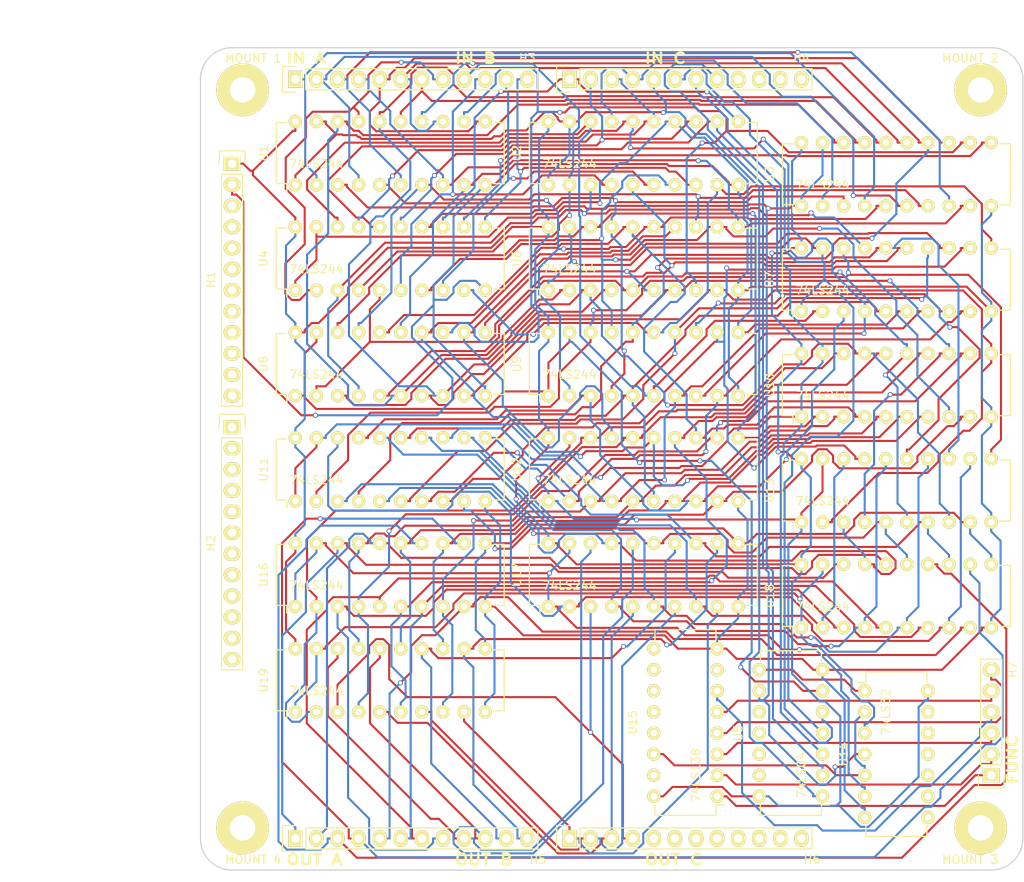
<source format=kicad_pcb>
(kicad_pcb (version 4) (host pcbnew 4.0.1-stable)
  (layers (0 F.Cu signal) (31 B.Cu signal) (34 B.Paste user) (35 F.Paste user) (36 B.SilkS user) (37 F.SilkS user) (38 B.Mask user) (39 F.Mask user) (44 Edge.Cuts user))
  (net 0 "")
  (net 1 VCC)
  (net 2 DATA7)
  (net 3 DATA6)
  (net 4 DATA5)
  (net 5 DATA4)
  (net 6 DATA3)
  (net 7 DATA2)
  (net 8 DATA1)
  (net 9 DATA0)
  (net 10 READ5)
  (net 11 READ4)
  (net 12 READ3)
  (net 13 READ2)
  (net 14 READ1)
  (net 15 READ0)
  (net 16 WRITE5)
  (net 17 WRITE4)
  (net 18 WRITE3)
  (net 19 WRITE2)
  (net 20 WRITE1)
  (net 21 WRITE0)
  (net 22 "Net-(H2-Pad11)")
  (net 23 "Net-(H2-Pad12)")
  (net 24 INA0)
  (net 25 INA1)
  (net 26 INA2)
  (net 27 INA3)
  (net 28 INA4)
  (net 29 INA5)
  (net 30 INA6)
  (net 31 INA7)
  (net 32 INB0)
  (net 33 INB1)
  (net 34 INB2)
  (net 35 INB3)
  (net 36 INB4)
  (net 37 INB5)
  (net 38 INB6)
  (net 39 INB7)
  (net 40 INC0)
  (net 41 INC1)
  (net 42 INC2)
  (net 43 INC3)
  (net 44 INC4)
  (net 45 INC5)
  (net 46 INC6)
  (net 47 INC7)
  (net 48 OUTA0)
  (net 49 OUTA1)
  (net 50 OUTA2)
  (net 51 OUTA3)
  (net 52 OUTA4)
  (net 53 OUTA5)
  (net 54 OUTA6)
  (net 55 OUTA7)
  (net 56 OUTB0)
  (net 57 OUTB1)
  (net 58 OUTB2)
  (net 59 OUTB3)
  (net 60 OUTB4)
  (net 61 OUTB5)
  (net 62 OUTB6)
  (net 63 OUTB7)
  (net 64 OUTC0)
  (net 65 OUTC1)
  (net 66 OUTC2)
  (net 67 OUTC3)
  (net 68 OUTC4)
  (net 69 OUTC5)
  (net 70 OUTC6)
  (net 71 OUTC7)
  (net 72 FUNC0)
  (net 73 FUNC1)
  (net 74 FUNC2)
  (net 75 FUNC3)
  (net 76 FUNC4)
  (net 77 FUNC5)
  (net 78 GND)
  (net 79 NINC0)
  (net 80 NINC2)
  (net 81 NINC1)
  (net 82 NINC3)
  (net 83 SHA07)
  (net 84 SHA06)
  (net 85 SHA05)
  (net 86 SHA04)
  (net 87 SHA03)
  (net 88 SHA02)
  (net 89 SHA01)
  (net 90 SHA00)
  (net 91 SHA15)
  (net 92 SHA14)
  (net 93 SHA13)
  (net 94 SHA12)
  (net 95 SHA11)
  (net 96 SHA10)
  (net 97 SHA09)
  (net 98 SHA08)
  (net 99 SHB07)
  (net 100 SHB06)
  (net 101 SHB05)
  (net 102 SHB04)
  (net 103 SHB03)
  (net 104 SHB02)
  (net 105 SHB01)
  (net 106 SHB00)
  (net 107 SHB15)
  (net 108 SHB14)
  (net 109 SHB13)
  (net 110 SHB12)
  (net 111 SHB11)
  (net 112 SHB10)
  (net 113 SHB09)
  (net 114 SHB08)
  (net 115 SHC07)
  (net 116 SHC06)
  (net 117 SHC05)
  (net 118 SHC04)
  (net 119 SHC03)
  (net 120 SHC02)
  (net 121 SHC01)
  (net 122 SHC00)
  (net 123 SHC15)
  (net 124 SHC14)
  (net 125 SHC13)
  (net 126 SHC12)
  (net 127 SHC11)
  (net 128 SHC10)
  (net 129 SHC09)
  (net 130 SHC08)
  (net 131 "Net-(U14-Pad1)")
  (net 132 FS09)
  (net 133 YINC3)
  (net 134 "Net-(U15-Pad7)")
  (net 135 "Net-(U15-Pad9)")
  (net 136 "Net-(U15-Pad10)")
  (net 137 "Net-(U15-Pad11)")
  (net 138 "Net-(U15-Pad12)")
  (net 139 "Net-(U15-Pad13)")
  (net 140 "Net-(U15-Pad15)")
  (module Connect:1pin (layer F.Cu) (at 49.53 80.01)
    (fp_text reference "MOUNT 1" (at 1.27 -3.81) (layer F.SilkS))
    (fp_text value 1pin)
    (pad 1 thru_hole circle (at 0 0) (size 6.35 6.35) (drill 3.048) (layers *.Cu *.Mask F.SilkS))
  )
  (module Connect:1pin (layer F.Cu) (at 138.43 80.01)
    (fp_text reference "MOUNT 2" (at -1.27 -3.81) (layer F.SilkS))
    (fp_text value 1pin)
    (pad 1 thru_hole circle (at 0 0) (size 6.35 6.35) (drill 3.048) (layers *.Cu *.Mask F.SilkS))
  )
  (module Connect:1pin (layer F.Cu) (at 138.43 168.91)
    (fp_text reference "MOUNT 3" (at -1.27 3.81) (layer F.SilkS))
    (fp_text value 1pin)
    (pad 1 thru_hole circle (at 0 0) (size 6.35 6.35) (drill 3.048) (layers *.Cu *.Mask F.SilkS))
  )
  (module Connect:1pin (layer F.Cu) (at 49.53 168.91)
    (fp_text reference "MOUNT 4" (at 1.27 3.81) (layer F.SilkS))
    (fp_text value 1pin)
    (pad 1 thru_hole circle (at 0 0) (size 6.35 6.35) (drill 3.048) (layers *.Cu *.Mask F.SilkS))
  )
  (module Socket_Strips:Socket_Strip_Straight_1x12 (layer F.Cu) (at 48.26 88.9 270)
    (fp_text reference H1 (at 13.97 2.54 270) (layer F.SilkS))
    (fp_text value CONN_01X12)
    (pad 1 thru_hole rect (at 0 0 270) (size 1.7272 2.032) (drill 1.016) (layers *.Cu *.Mask F.SilkS) (net 1 VCC))
    (pad 2 thru_hole oval (at 2.54 0 270) (size 1.7272 2.032) (drill 1.016) (layers *.Cu *.Mask F.SilkS) (net 78 GND))
    (pad 3 thru_hole oval (at 5.08 0 270) (size 1.7272 2.032) (drill 1.016) (layers *.Cu *.Mask F.SilkS) (net 2 DATA7))
    (pad 4 thru_hole oval (at 7.62 0 270) (size 1.7272 2.032) (drill 1.016) (layers *.Cu *.Mask F.SilkS) (net 3 DATA6))
    (pad 5 thru_hole oval (at 10.16 0 270) (size 1.7272 2.032) (drill 1.016) (layers *.Cu *.Mask F.SilkS) (net 4 DATA5))
    (pad 6 thru_hole oval (at 12.7 0 270) (size 1.7272 2.032) (drill 1.016) (layers *.Cu *.Mask F.SilkS) (net 5 DATA4))
    (pad 7 thru_hole oval (at 15.24 0 270) (size 1.7272 2.032) (drill 1.016) (layers *.Cu *.Mask F.SilkS) (net 6 DATA3))
    (pad 8 thru_hole oval (at 17.78 0 270) (size 1.7272 2.032) (drill 1.016) (layers *.Cu *.Mask F.SilkS) (net 7 DATA2))
    (pad 9 thru_hole oval (at 20.32 0 270) (size 1.7272 2.032) (drill 1.016) (layers *.Cu *.Mask F.SilkS) (net 8 DATA1))
    (pad 10 thru_hole oval (at 22.86 0 270) (size 1.7272 2.032) (drill 1.016) (layers *.Cu *.Mask F.SilkS) (net 9 DATA0))
    (pad 11 thru_hole oval (at 25.4 0 270) (size 1.7272 2.032) (drill 1.016) (layers *.Cu *.Mask F.SilkS) (net 10 READ5))
    (pad 12 thru_hole oval (at 27.94 0 270) (size 1.7272 2.032) (drill 1.016) (layers *.Cu *.Mask F.SilkS) (net 11 READ4))
  )
  (module Socket_Strips:Socket_Strip_Straight_1x12 (layer F.Cu) (at 48.26 120.65 270)
    (fp_text reference H2 (at 13.97 2.54 270) (layer F.SilkS))
    (fp_text value CONN_01X12)
    (pad 1 thru_hole rect (at 0 0 270) (size 1.7272 2.032) (drill 1.016) (layers *.Cu *.Mask F.SilkS) (net 12 READ3))
    (pad 2 thru_hole oval (at 2.54 0 270) (size 1.7272 2.032) (drill 1.016) (layers *.Cu *.Mask F.SilkS) (net 13 READ2))
    (pad 3 thru_hole oval (at 5.08 0 270) (size 1.7272 2.032) (drill 1.016) (layers *.Cu *.Mask F.SilkS) (net 14 READ1))
    (pad 4 thru_hole oval (at 7.62 0 270) (size 1.7272 2.032) (drill 1.016) (layers *.Cu *.Mask F.SilkS) (net 15 READ0))
    (pad 5 thru_hole oval (at 10.16 0 270) (size 1.7272 2.032) (drill 1.016) (layers *.Cu *.Mask F.SilkS) (net 16 WRITE5))
    (pad 6 thru_hole oval (at 12.7 0 270) (size 1.7272 2.032) (drill 1.016) (layers *.Cu *.Mask F.SilkS) (net 17 WRITE4))
    (pad 7 thru_hole oval (at 15.24 0 270) (size 1.7272 2.032) (drill 1.016) (layers *.Cu *.Mask F.SilkS) (net 18 WRITE3))
    (pad 8 thru_hole oval (at 17.78 0 270) (size 1.7272 2.032) (drill 1.016) (layers *.Cu *.Mask F.SilkS) (net 19 WRITE2))
    (pad 9 thru_hole oval (at 20.32 0 270) (size 1.7272 2.032) (drill 1.016) (layers *.Cu *.Mask F.SilkS) (net 20 WRITE1))
    (pad 10 thru_hole oval (at 22.86 0 270) (size 1.7272 2.032) (drill 1.016) (layers *.Cu *.Mask F.SilkS) (net 21 WRITE0))
    (pad 11 thru_hole oval (at 25.4 0 270) (size 1.7272 2.032) (drill 1.016) (layers *.Cu *.Mask F.SilkS) (net 22 "Net-(H2-Pad11)"))
    (pad 12 thru_hole oval (at 27.94 0 270) (size 1.7272 2.032) (drill 1.016) (layers *.Cu *.Mask F.SilkS) (net 23 "Net-(H2-Pad12)"))
  )
  (module Socket_Strips:Socket_Strip_Straight_1x12 (layer F.Cu) (at 55.88 78.74)
    (fp_text reference H3 (at 27.94 -2.54) (layer F.SilkS))
    (fp_text value CONN_01X12)
    (pad 1 thru_hole rect (at 0 0) (size 1.7272 2.032) (drill 1.016) (layers *.Cu *.Mask F.SilkS) (net 24 INA0))
    (pad 2 thru_hole oval (at 2.54 0) (size 1.7272 2.032) (drill 1.016) (layers *.Cu *.Mask F.SilkS) (net 25 INA1))
    (pad 3 thru_hole oval (at 5.08 0) (size 1.7272 2.032) (drill 1.016) (layers *.Cu *.Mask F.SilkS) (net 26 INA2))
    (pad 4 thru_hole oval (at 7.62 0) (size 1.7272 2.032) (drill 1.016) (layers *.Cu *.Mask F.SilkS) (net 27 INA3))
    (pad 5 thru_hole oval (at 10.16 0) (size 1.7272 2.032) (drill 1.016) (layers *.Cu *.Mask F.SilkS) (net 28 INA4))
    (pad 6 thru_hole oval (at 12.7 0) (size 1.7272 2.032) (drill 1.016) (layers *.Cu *.Mask F.SilkS) (net 29 INA5))
    (pad 7 thru_hole oval (at 15.24 0) (size 1.7272 2.032) (drill 1.016) (layers *.Cu *.Mask F.SilkS) (net 30 INA6))
    (pad 8 thru_hole oval (at 17.78 0) (size 1.7272 2.032) (drill 1.016) (layers *.Cu *.Mask F.SilkS) (net 31 INA7))
    (pad 9 thru_hole oval (at 20.32 0) (size 1.7272 2.032) (drill 1.016) (layers *.Cu *.Mask F.SilkS) (net 32 INB0))
    (pad 10 thru_hole oval (at 22.86 0) (size 1.7272 2.032) (drill 1.016) (layers *.Cu *.Mask F.SilkS) (net 33 INB1))
    (pad 11 thru_hole oval (at 25.4 0) (size 1.7272 2.032) (drill 1.016) (layers *.Cu *.Mask F.SilkS) (net 34 INB2))
    (pad 12 thru_hole oval (at 27.94 0) (size 1.7272 2.032) (drill 1.016) (layers *.Cu *.Mask F.SilkS) (net 35 INB3))
  )
  (module Socket_Strips:Socket_Strip_Straight_1x12 (layer F.Cu) (at 88.9 78.74)
    (fp_text reference H4 (at 27.94 -2.54) (layer F.SilkS))
    (fp_text value CONN_01X12)
    (pad 1 thru_hole rect (at 0 0) (size 1.7272 2.032) (drill 1.016) (layers *.Cu *.Mask F.SilkS) (net 36 INB4))
    (pad 2 thru_hole oval (at 2.54 0) (size 1.7272 2.032) (drill 1.016) (layers *.Cu *.Mask F.SilkS) (net 37 INB5))
    (pad 3 thru_hole oval (at 5.08 0) (size 1.7272 2.032) (drill 1.016) (layers *.Cu *.Mask F.SilkS) (net 38 INB6))
    (pad 4 thru_hole oval (at 7.62 0) (size 1.7272 2.032) (drill 1.016) (layers *.Cu *.Mask F.SilkS) (net 39 INB7))
    (pad 5 thru_hole oval (at 10.16 0) (size 1.7272 2.032) (drill 1.016) (layers *.Cu *.Mask F.SilkS) (net 40 INC0))
    (pad 6 thru_hole oval (at 12.7 0) (size 1.7272 2.032) (drill 1.016) (layers *.Cu *.Mask F.SilkS) (net 41 INC1))
    (pad 7 thru_hole oval (at 15.24 0) (size 1.7272 2.032) (drill 1.016) (layers *.Cu *.Mask F.SilkS) (net 42 INC2))
    (pad 8 thru_hole oval (at 17.78 0) (size 1.7272 2.032) (drill 1.016) (layers *.Cu *.Mask F.SilkS) (net 43 INC3))
    (pad 9 thru_hole oval (at 20.32 0) (size 1.7272 2.032) (drill 1.016) (layers *.Cu *.Mask F.SilkS) (net 44 INC4))
    (pad 10 thru_hole oval (at 22.86 0) (size 1.7272 2.032) (drill 1.016) (layers *.Cu *.Mask F.SilkS) (net 45 INC5))
    (pad 11 thru_hole oval (at 25.4 0) (size 1.7272 2.032) (drill 1.016) (layers *.Cu *.Mask F.SilkS) (net 46 INC6))
    (pad 12 thru_hole oval (at 27.94 0) (size 1.7272 2.032) (drill 1.016) (layers *.Cu *.Mask F.SilkS) (net 47 INC7))
  )
  (module Socket_Strips:Socket_Strip_Straight_1x12 (layer F.Cu) (at 55.88 170.18)
    (fp_text reference H5 (at 29.21 2.54) (layer F.SilkS))
    (fp_text value CONN_01X12)
    (pad 1 thru_hole rect (at 0 0) (size 1.7272 2.032) (drill 1.016) (layers *.Cu *.Mask F.SilkS) (net 48 OUTA0))
    (pad 2 thru_hole oval (at 2.54 0) (size 1.7272 2.032) (drill 1.016) (layers *.Cu *.Mask F.SilkS) (net 49 OUTA1))
    (pad 3 thru_hole oval (at 5.08 0) (size 1.7272 2.032) (drill 1.016) (layers *.Cu *.Mask F.SilkS) (net 50 OUTA2))
    (pad 4 thru_hole oval (at 7.62 0) (size 1.7272 2.032) (drill 1.016) (layers *.Cu *.Mask F.SilkS) (net 51 OUTA3))
    (pad 5 thru_hole oval (at 10.16 0) (size 1.7272 2.032) (drill 1.016) (layers *.Cu *.Mask F.SilkS) (net 52 OUTA4))
    (pad 6 thru_hole oval (at 12.7 0) (size 1.7272 2.032) (drill 1.016) (layers *.Cu *.Mask F.SilkS) (net 53 OUTA5))
    (pad 7 thru_hole oval (at 15.24 0) (size 1.7272 2.032) (drill 1.016) (layers *.Cu *.Mask F.SilkS) (net 54 OUTA6))
    (pad 8 thru_hole oval (at 17.78 0) (size 1.7272 2.032) (drill 1.016) (layers *.Cu *.Mask F.SilkS) (net 55 OUTA7))
    (pad 9 thru_hole oval (at 20.32 0) (size 1.7272 2.032) (drill 1.016) (layers *.Cu *.Mask F.SilkS) (net 56 OUTB0))
    (pad 10 thru_hole oval (at 22.86 0) (size 1.7272 2.032) (drill 1.016) (layers *.Cu *.Mask F.SilkS) (net 57 OUTB1))
    (pad 11 thru_hole oval (at 25.4 0) (size 1.7272 2.032) (drill 1.016) (layers *.Cu *.Mask F.SilkS) (net 58 OUTB2))
    (pad 12 thru_hole oval (at 27.94 0) (size 1.7272 2.032) (drill 1.016) (layers *.Cu *.Mask F.SilkS) (net 59 OUTB3))
  )
  (module Socket_Strips:Socket_Strip_Straight_1x12 (layer F.Cu) (at 88.9 170.18)
    (fp_text reference H6 (at 29.21 2.54) (layer F.SilkS))
    (fp_text value CONN_01X12)
    (pad 1 thru_hole rect (at 0 0) (size 1.7272 2.032) (drill 1.016) (layers *.Cu *.Mask F.SilkS) (net 60 OUTB4))
    (pad 2 thru_hole oval (at 2.54 0) (size 1.7272 2.032) (drill 1.016) (layers *.Cu *.Mask F.SilkS) (net 61 OUTB5))
    (pad 3 thru_hole oval (at 5.08 0) (size 1.7272 2.032) (drill 1.016) (layers *.Cu *.Mask F.SilkS) (net 62 OUTB6))
    (pad 4 thru_hole oval (at 7.62 0) (size 1.7272 2.032) (drill 1.016) (layers *.Cu *.Mask F.SilkS) (net 63 OUTB7))
    (pad 5 thru_hole oval (at 10.16 0) (size 1.7272 2.032) (drill 1.016) (layers *.Cu *.Mask F.SilkS) (net 64 OUTC0))
    (pad 6 thru_hole oval (at 12.7 0) (size 1.7272 2.032) (drill 1.016) (layers *.Cu *.Mask F.SilkS) (net 65 OUTC1))
    (pad 7 thru_hole oval (at 15.24 0) (size 1.7272 2.032) (drill 1.016) (layers *.Cu *.Mask F.SilkS) (net 66 OUTC2))
    (pad 8 thru_hole oval (at 17.78 0) (size 1.7272 2.032) (drill 1.016) (layers *.Cu *.Mask F.SilkS) (net 67 OUTC3))
    (pad 9 thru_hole oval (at 20.32 0) (size 1.7272 2.032) (drill 1.016) (layers *.Cu *.Mask F.SilkS) (net 68 OUTC4))
    (pad 10 thru_hole oval (at 22.86 0) (size 1.7272 2.032) (drill 1.016) (layers *.Cu *.Mask F.SilkS) (net 69 OUTC5))
    (pad 11 thru_hole oval (at 25.4 0) (size 1.7272 2.032) (drill 1.016) (layers *.Cu *.Mask F.SilkS) (net 70 OUTC6))
    (pad 12 thru_hole oval (at 27.94 0) (size 1.7272 2.032) (drill 1.016) (layers *.Cu *.Mask F.SilkS) (net 71 OUTC7))
  )
  (module Socket_Strips:Socket_Strip_Straight_1x06 (layer F.Cu) (at 139.7 162.56 90)
    (fp_text reference H7 (at 12.7 2.54 90) (layer F.SilkS))
    (fp_text value CONN_01X06)
    (pad 1 thru_hole rect (at 0 0 90) (size 1.7272 2.032) (drill 1.016) (layers *.Cu *.Mask F.SilkS) (net 72 FUNC0))
    (pad 2 thru_hole oval (at 2.54 0 90) (size 1.7272 2.032) (drill 1.016) (layers *.Cu *.Mask F.SilkS) (net 73 FUNC1))
    (pad 3 thru_hole oval (at 5.08 0 90) (size 1.7272 2.032) (drill 1.016) (layers *.Cu *.Mask F.SilkS) (net 74 FUNC2))
    (pad 4 thru_hole oval (at 7.62 0 90) (size 1.7272 2.032) (drill 1.016) (layers *.Cu *.Mask F.SilkS) (net 75 FUNC3))
    (pad 5 thru_hole oval (at 10.16 0 90) (size 1.7272 2.032) (drill 1.016) (layers *.Cu *.Mask F.SilkS) (net 76 FUNC4))
    (pad 6 thru_hole oval (at 12.7 0 90) (size 1.7272 2.032) (drill 1.016) (layers *.Cu *.Mask F.SilkS) (net 77 FUNC5))
  )
  (module Housings_DIP:DIP-20_W7.62mm (layer F.Cu) (at 55.88 91.44 90)
    (fp_text reference U1 (at 3.81 -3.81 90) (layer F.SilkS))
    (fp_text value 74LS244 (at 2.54 2.54 180) (layer F.SilkS))
    (pad 1 thru_hole oval (at 0 0 90) (size 1.6 1.6) (drill 0.8) (layers *.Cu *.Mask F.SilkS) (net 40 INC0))
    (pad 2 thru_hole oval (at 0 2.54 90) (size 1.6 1.6) (drill 0.8) (layers *.Cu *.Mask F.SilkS) (net 24 INA0))
    (pad 3 thru_hole oval (at 0 5.08 90) (size 1.6 1.6) (drill 0.8) (layers *.Cu *.Mask F.SilkS) (net 83 SHA07))
    (pad 4 thru_hole oval (at 0 7.62 90) (size 1.6 1.6) (drill 0.8) (layers *.Cu *.Mask F.SilkS) (net 25 INA1))
    (pad 5 thru_hole oval (at 0 10.16 90) (size 1.6 1.6) (drill 0.8) (layers *.Cu *.Mask F.SilkS) (net 84 SHA06))
    (pad 6 thru_hole oval (at 0 12.7 90) (size 1.6 1.6) (drill 0.8) (layers *.Cu *.Mask F.SilkS) (net 26 INA2))
    (pad 7 thru_hole oval (at 0 15.24 90) (size 1.6 1.6) (drill 0.8) (layers *.Cu *.Mask F.SilkS) (net 85 SHA05))
    (pad 8 thru_hole oval (at 0 17.78 90) (size 1.6 1.6) (drill 0.8) (layers *.Cu *.Mask F.SilkS) (net 27 INA3))
    (pad 9 thru_hole oval (at 0 20.32 90) (size 1.6 1.6) (drill 0.8) (layers *.Cu *.Mask F.SilkS) (net 86 SHA04))
    (pad 10 thru_hole oval (at 0 22.86 90) (size 1.6 1.6) (drill 0.8) (layers *.Cu *.Mask F.SilkS) (net 78 GND))
    (pad 11 thru_hole oval (at 7.62 22.86 90) (size 1.6 1.6) (drill 0.8) (layers *.Cu *.Mask F.SilkS) (net 28 INA4))
    (pad 12 thru_hole oval (at 7.62 20.32 90) (size 1.6 1.6) (drill 0.8) (layers *.Cu *.Mask F.SilkS) (net 87 SHA03))
    (pad 13 thru_hole oval (at 7.62 17.78 90) (size 1.6 1.6) (drill 0.8) (layers *.Cu *.Mask F.SilkS) (net 29 INA5))
    (pad 14 thru_hole oval (at 7.62 15.24 90) (size 1.6 1.6) (drill 0.8) (layers *.Cu *.Mask F.SilkS) (net 88 SHA02))
    (pad 15 thru_hole oval (at 7.62 12.7 90) (size 1.6 1.6) (drill 0.8) (layers *.Cu *.Mask F.SilkS) (net 30 INA6))
    (pad 16 thru_hole oval (at 7.62 10.16 90) (size 1.6 1.6) (drill 0.8) (layers *.Cu *.Mask F.SilkS) (net 89 SHA01))
    (pad 17 thru_hole oval (at 7.62 7.62 90) (size 1.6 1.6) (drill 0.8) (layers *.Cu *.Mask F.SilkS) (net 31 INA7))
    (pad 18 thru_hole oval (at 7.62 5.08 90) (size 1.6 1.6) (drill 0.8) (layers *.Cu *.Mask F.SilkS) (net 90 SHA00))
    (pad 19 thru_hole oval (at 7.62 2.54 90) (size 1.6 1.6) (drill 0.8) (layers *.Cu *.Mask F.SilkS) (net 40 INC0))
    (pad 20 thru_hole oval (at 7.62 0 90) (size 1.6 1.6) (drill 0.8) (layers *.Cu *.Mask F.SilkS) (net 1 VCC))
  )
  (module Housings_DIP:DIP-20_W7.62mm (layer F.Cu) (at 86.36 91.44 90)
    (fp_text reference U2 (at 3.81 -3.81 90) (layer F.SilkS))
    (fp_text value 74LS244 (at 2.54 2.54 180) (layer F.SilkS))
    (pad 1 thru_hole oval (at 0 0 90) (size 1.6 1.6) (drill 0.8) (layers *.Cu *.Mask F.SilkS) (net 40 INC0))
    (pad 2 thru_hole oval (at 0 2.54 90) (size 1.6 1.6) (drill 0.8) (layers *.Cu *.Mask F.SilkS) (net 32 INB0))
    (pad 3 thru_hole oval (at 0 5.08 90) (size 1.6 1.6) (drill 0.8) (layers *.Cu *.Mask F.SilkS) (net 91 SHA15))
    (pad 4 thru_hole oval (at 0 7.62 90) (size 1.6 1.6) (drill 0.8) (layers *.Cu *.Mask F.SilkS) (net 33 INB1))
    (pad 5 thru_hole oval (at 0 10.16 90) (size 1.6 1.6) (drill 0.8) (layers *.Cu *.Mask F.SilkS) (net 92 SHA14))
    (pad 6 thru_hole oval (at 0 12.7 90) (size 1.6 1.6) (drill 0.8) (layers *.Cu *.Mask F.SilkS) (net 34 INB2))
    (pad 7 thru_hole oval (at 0 15.24 90) (size 1.6 1.6) (drill 0.8) (layers *.Cu *.Mask F.SilkS) (net 93 SHA13))
    (pad 8 thru_hole oval (at 0 17.78 90) (size 1.6 1.6) (drill 0.8) (layers *.Cu *.Mask F.SilkS) (net 35 INB3))
    (pad 9 thru_hole oval (at 0 20.32 90) (size 1.6 1.6) (drill 0.8) (layers *.Cu *.Mask F.SilkS) (net 94 SHA12))
    (pad 10 thru_hole oval (at 0 22.86 90) (size 1.6 1.6) (drill 0.8) (layers *.Cu *.Mask F.SilkS) (net 78 GND))
    (pad 11 thru_hole oval (at 7.62 22.86 90) (size 1.6 1.6) (drill 0.8) (layers *.Cu *.Mask F.SilkS) (net 36 INB4))
    (pad 12 thru_hole oval (at 7.62 20.32 90) (size 1.6 1.6) (drill 0.8) (layers *.Cu *.Mask F.SilkS) (net 95 SHA11))
    (pad 13 thru_hole oval (at 7.62 17.78 90) (size 1.6 1.6) (drill 0.8) (layers *.Cu *.Mask F.SilkS) (net 37 INB5))
    (pad 14 thru_hole oval (at 7.62 15.24 90) (size 1.6 1.6) (drill 0.8) (layers *.Cu *.Mask F.SilkS) (net 96 SHA10))
    (pad 15 thru_hole oval (at 7.62 12.7 90) (size 1.6 1.6) (drill 0.8) (layers *.Cu *.Mask F.SilkS) (net 38 INB6))
    (pad 16 thru_hole oval (at 7.62 10.16 90) (size 1.6 1.6) (drill 0.8) (layers *.Cu *.Mask F.SilkS) (net 97 SHA09))
    (pad 17 thru_hole oval (at 7.62 7.62 90) (size 1.6 1.6) (drill 0.8) (layers *.Cu *.Mask F.SilkS) (net 39 INB7))
    (pad 18 thru_hole oval (at 7.62 5.08 90) (size 1.6 1.6) (drill 0.8) (layers *.Cu *.Mask F.SilkS) (net 98 SHA08))
    (pad 19 thru_hole oval (at 7.62 2.54 90) (size 1.6 1.6) (drill 0.8) (layers *.Cu *.Mask F.SilkS) (net 40 INC0))
    (pad 20 thru_hole oval (at 7.62 0 90) (size 1.6 1.6) (drill 0.8) (layers *.Cu *.Mask F.SilkS) (net 1 VCC))
  )
  (module Housings_DIP:DIP-20_W7.62mm (layer F.Cu) (at 116.84 93.98 90)
    (fp_text reference U3 (at 3.81 -3.81 90) (layer F.SilkS))
    (fp_text value 74LS244 (at 2.54 2.54 180) (layer F.SilkS))
    (pad 1 thru_hole oval (at 0 0 90) (size 1.6 1.6) (drill 0.8) (layers *.Cu *.Mask F.SilkS) (net 79 NINC0))
    (pad 2 thru_hole oval (at 0 2.54 90) (size 1.6 1.6) (drill 0.8) (layers *.Cu *.Mask F.SilkS) (net 39 INB7))
    (pad 3 thru_hole oval (at 0 5.08 90) (size 1.6 1.6) (drill 0.8) (layers *.Cu *.Mask F.SilkS) (net 83 SHA07))
    (pad 4 thru_hole oval (at 0 7.62 90) (size 1.6 1.6) (drill 0.8) (layers *.Cu *.Mask F.SilkS) (net 24 INA0))
    (pad 5 thru_hole oval (at 0 10.16 90) (size 1.6 1.6) (drill 0.8) (layers *.Cu *.Mask F.SilkS) (net 84 SHA06))
    (pad 6 thru_hole oval (at 0 12.7 90) (size 1.6 1.6) (drill 0.8) (layers *.Cu *.Mask F.SilkS) (net 25 INA1))
    (pad 7 thru_hole oval (at 0 15.24 90) (size 1.6 1.6) (drill 0.8) (layers *.Cu *.Mask F.SilkS) (net 85 SHA05))
    (pad 8 thru_hole oval (at 0 17.78 90) (size 1.6 1.6) (drill 0.8) (layers *.Cu *.Mask F.SilkS) (net 26 INA2))
    (pad 9 thru_hole oval (at 0 20.32 90) (size 1.6 1.6) (drill 0.8) (layers *.Cu *.Mask F.SilkS) (net 86 SHA04))
    (pad 10 thru_hole oval (at 0 22.86 90) (size 1.6 1.6) (drill 0.8) (layers *.Cu *.Mask F.SilkS) (net 78 GND))
    (pad 11 thru_hole oval (at 7.62 22.86 90) (size 1.6 1.6) (drill 0.8) (layers *.Cu *.Mask F.SilkS) (net 27 INA3))
    (pad 12 thru_hole oval (at 7.62 20.32 90) (size 1.6 1.6) (drill 0.8) (layers *.Cu *.Mask F.SilkS) (net 87 SHA03))
    (pad 13 thru_hole oval (at 7.62 17.78 90) (size 1.6 1.6) (drill 0.8) (layers *.Cu *.Mask F.SilkS) (net 28 INA4))
    (pad 14 thru_hole oval (at 7.62 15.24 90) (size 1.6 1.6) (drill 0.8) (layers *.Cu *.Mask F.SilkS) (net 88 SHA02))
    (pad 15 thru_hole oval (at 7.62 12.7 90) (size 1.6 1.6) (drill 0.8) (layers *.Cu *.Mask F.SilkS) (net 29 INA5))
    (pad 16 thru_hole oval (at 7.62 10.16 90) (size 1.6 1.6) (drill 0.8) (layers *.Cu *.Mask F.SilkS) (net 89 SHA01))
    (pad 17 thru_hole oval (at 7.62 7.62 90) (size 1.6 1.6) (drill 0.8) (layers *.Cu *.Mask F.SilkS) (net 30 INA6))
    (pad 18 thru_hole oval (at 7.62 5.08 90) (size 1.6 1.6) (drill 0.8) (layers *.Cu *.Mask F.SilkS) (net 90 SHA00))
    (pad 19 thru_hole oval (at 7.62 2.54 90) (size 1.6 1.6) (drill 0.8) (layers *.Cu *.Mask F.SilkS) (net 79 NINC0))
    (pad 20 thru_hole oval (at 7.62 0 90) (size 1.6 1.6) (drill 0.8) (layers *.Cu *.Mask F.SilkS) (net 1 VCC))
  )
  (module Housings_DIP:DIP-20_W7.62mm (layer F.Cu) (at 55.88 104.14 90)
    (fp_text reference U4 (at 3.81 -3.81 90) (layer F.SilkS))
    (fp_text value 74LS244 (at 2.54 2.54 180) (layer F.SilkS))
    (pad 1 thru_hole oval (at 0 0 90) (size 1.6 1.6) (drill 0.8) (layers *.Cu *.Mask F.SilkS) (net 79 NINC0))
    (pad 2 thru_hole oval (at 0 2.54 90) (size 1.6 1.6) (drill 0.8) (layers *.Cu *.Mask F.SilkS) (net 31 INA7))
    (pad 3 thru_hole oval (at 0 5.08 90) (size 1.6 1.6) (drill 0.8) (layers *.Cu *.Mask F.SilkS) (net 91 SHA15))
    (pad 4 thru_hole oval (at 0 7.62 90) (size 1.6 1.6) (drill 0.8) (layers *.Cu *.Mask F.SilkS) (net 32 INB0))
    (pad 5 thru_hole oval (at 0 10.16 90) (size 1.6 1.6) (drill 0.8) (layers *.Cu *.Mask F.SilkS) (net 92 SHA14))
    (pad 6 thru_hole oval (at 0 12.7 90) (size 1.6 1.6) (drill 0.8) (layers *.Cu *.Mask F.SilkS) (net 33 INB1))
    (pad 7 thru_hole oval (at 0 15.24 90) (size 1.6 1.6) (drill 0.8) (layers *.Cu *.Mask F.SilkS) (net 93 SHA13))
    (pad 8 thru_hole oval (at 0 17.78 90) (size 1.6 1.6) (drill 0.8) (layers *.Cu *.Mask F.SilkS) (net 34 INB2))
    (pad 9 thru_hole oval (at 0 20.32 90) (size 1.6 1.6) (drill 0.8) (layers *.Cu *.Mask F.SilkS) (net 94 SHA12))
    (pad 10 thru_hole oval (at 0 22.86 90) (size 1.6 1.6) (drill 0.8) (layers *.Cu *.Mask F.SilkS) (net 78 GND))
    (pad 11 thru_hole oval (at 7.62 22.86 90) (size 1.6 1.6) (drill 0.8) (layers *.Cu *.Mask F.SilkS) (net 35 INB3))
    (pad 12 thru_hole oval (at 7.62 20.32 90) (size 1.6 1.6) (drill 0.8) (layers *.Cu *.Mask F.SilkS) (net 95 SHA11))
    (pad 13 thru_hole oval (at 7.62 17.78 90) (size 1.6 1.6) (drill 0.8) (layers *.Cu *.Mask F.SilkS) (net 36 INB4))
    (pad 14 thru_hole oval (at 7.62 15.24 90) (size 1.6 1.6) (drill 0.8) (layers *.Cu *.Mask F.SilkS) (net 96 SHA10))
    (pad 15 thru_hole oval (at 7.62 12.7 90) (size 1.6 1.6) (drill 0.8) (layers *.Cu *.Mask F.SilkS) (net 37 INB5))
    (pad 16 thru_hole oval (at 7.62 10.16 90) (size 1.6 1.6) (drill 0.8) (layers *.Cu *.Mask F.SilkS) (net 97 SHA09))
    (pad 17 thru_hole oval (at 7.62 7.62 90) (size 1.6 1.6) (drill 0.8) (layers *.Cu *.Mask F.SilkS) (net 38 INB6))
    (pad 18 thru_hole oval (at 7.62 5.08 90) (size 1.6 1.6) (drill 0.8) (layers *.Cu *.Mask F.SilkS) (net 98 SHA08))
    (pad 19 thru_hole oval (at 7.62 2.54 90) (size 1.6 1.6) (drill 0.8) (layers *.Cu *.Mask F.SilkS) (net 79 NINC0))
    (pad 20 thru_hole oval (at 7.62 0 90) (size 1.6 1.6) (drill 0.8) (layers *.Cu *.Mask F.SilkS) (net 1 VCC))
  )
  (module Housings_DIP:DIP-14_W7.62mm (layer F.Cu) (at 119.38 165.1 180)
    (fp_text reference U5 (at 10.16 7.62 270) (layer F.SilkS))
    (fp_text value 74LS04 (at 2.54 2.54 270) (layer F.SilkS))
    (pad 1 thru_hole oval (at 0 0 180) (size 1.6 1.6) (drill 0.8) (layers *.Cu *.Mask F.SilkS) (net 40 INC0))
    (pad 2 thru_hole oval (at 0 2.54 180) (size 1.6 1.6) (drill 0.8) (layers *.Cu *.Mask F.SilkS) (net 79 NINC0))
    (pad 3 thru_hole oval (at 0 5.08 180) (size 1.6 1.6) (drill 0.8) (layers *.Cu *.Mask F.SilkS) (net 42 INC2))
    (pad 4 thru_hole oval (at 0 7.62 180) (size 1.6 1.6) (drill 0.8) (layers *.Cu *.Mask F.SilkS) (net 80 NINC2))
    (pad 5 thru_hole oval (at 0 10.16 180) (size 1.6 1.6) (drill 0.8) (layers *.Cu *.Mask F.SilkS) (net 41 INC1))
    (pad 6 thru_hole oval (at 0 12.7 180) (size 1.6 1.6) (drill 0.8) (layers *.Cu *.Mask F.SilkS) (net 81 NINC1))
    (pad 7 thru_hole oval (at 0 15.24 180) (size 1.6 1.6) (drill 0.8) (layers *.Cu *.Mask F.SilkS) (net 78 GND))
    (pad 8 thru_hole oval (at 7.62 15.24 180) (size 1.6 1.6) (drill 0.8) (layers *.Cu *.Mask F.SilkS) (net 131 "Net-(U14-Pad1)"))
    (pad 9 thru_hole oval (at 7.62 12.7 180) (size 1.6 1.6) (drill 0.8) (layers *.Cu *.Mask F.SilkS) (net 43 INC3))
    (pad 10 thru_hole oval (at 7.62 10.16 180) (size 1.6 1.6) (drill 0.8) (layers *.Cu *.Mask F.SilkS))
    (pad 11 thru_hole oval (at 7.62 7.62 180) (size 1.6 1.6) (drill 0.8) (layers *.Cu *.Mask F.SilkS))
    (pad 12 thru_hole oval (at 7.62 5.08 180) (size 1.6 1.6) (drill 0.8) (layers *.Cu *.Mask F.SilkS))
    (pad 13 thru_hole oval (at 7.62 2.54 180) (size 1.6 1.6) (drill 0.8) (layers *.Cu *.Mask F.SilkS))
    (pad 14 thru_hole oval (at 7.62 0 180) (size 1.6 1.6) (drill 0.8) (layers *.Cu *.Mask F.SilkS) (net 1 VCC))
  )
  (module Housings_DIP:DIP-20_W7.62mm (layer F.Cu) (at 86.36 104.14 90)
    (fp_text reference U6 (at 3.81 -3.81 90) (layer F.SilkS))
    (fp_text value 74LS244 (at 2.54 2.54 180) (layer F.SilkS))
    (pad 1 thru_hole oval (at 0 0 90) (size 1.6 1.6) (drill 0.8) (layers *.Cu *.Mask F.SilkS) (net 41 INC1))
    (pad 2 thru_hole oval (at 0 2.54 90) (size 1.6 1.6) (drill 0.8) (layers *.Cu *.Mask F.SilkS) (net 90 SHA00))
    (pad 3 thru_hole oval (at 0 5.08 90) (size 1.6 1.6) (drill 0.8) (layers *.Cu *.Mask F.SilkS) (net 99 SHB07))
    (pad 4 thru_hole oval (at 0 7.62 90) (size 1.6 1.6) (drill 0.8) (layers *.Cu *.Mask F.SilkS) (net 89 SHA01))
    (pad 5 thru_hole oval (at 0 10.16 90) (size 1.6 1.6) (drill 0.8) (layers *.Cu *.Mask F.SilkS) (net 100 SHB06))
    (pad 6 thru_hole oval (at 0 12.7 90) (size 1.6 1.6) (drill 0.8) (layers *.Cu *.Mask F.SilkS) (net 88 SHA02))
    (pad 7 thru_hole oval (at 0 15.24 90) (size 1.6 1.6) (drill 0.8) (layers *.Cu *.Mask F.SilkS) (net 101 SHB05))
    (pad 8 thru_hole oval (at 0 17.78 90) (size 1.6 1.6) (drill 0.8) (layers *.Cu *.Mask F.SilkS) (net 87 SHA03))
    (pad 9 thru_hole oval (at 0 20.32 90) (size 1.6 1.6) (drill 0.8) (layers *.Cu *.Mask F.SilkS) (net 102 SHB04))
    (pad 10 thru_hole oval (at 0 22.86 90) (size 1.6 1.6) (drill 0.8) (layers *.Cu *.Mask F.SilkS) (net 78 GND))
    (pad 11 thru_hole oval (at 7.62 22.86 90) (size 1.6 1.6) (drill 0.8) (layers *.Cu *.Mask F.SilkS) (net 86 SHA04))
    (pad 12 thru_hole oval (at 7.62 20.32 90) (size 1.6 1.6) (drill 0.8) (layers *.Cu *.Mask F.SilkS) (net 103 SHB03))
    (pad 13 thru_hole oval (at 7.62 17.78 90) (size 1.6 1.6) (drill 0.8) (layers *.Cu *.Mask F.SilkS) (net 85 SHA05))
    (pad 14 thru_hole oval (at 7.62 15.24 90) (size 1.6 1.6) (drill 0.8) (layers *.Cu *.Mask F.SilkS) (net 104 SHB02))
    (pad 15 thru_hole oval (at 7.62 12.7 90) (size 1.6 1.6) (drill 0.8) (layers *.Cu *.Mask F.SilkS) (net 84 SHA06))
    (pad 16 thru_hole oval (at 7.62 10.16 90) (size 1.6 1.6) (drill 0.8) (layers *.Cu *.Mask F.SilkS) (net 105 SHB01))
    (pad 17 thru_hole oval (at 7.62 7.62 90) (size 1.6 1.6) (drill 0.8) (layers *.Cu *.Mask F.SilkS) (net 83 SHA07))
    (pad 18 thru_hole oval (at 7.62 5.08 90) (size 1.6 1.6) (drill 0.8) (layers *.Cu *.Mask F.SilkS) (net 106 SHB00))
    (pad 19 thru_hole oval (at 7.62 2.54 90) (size 1.6 1.6) (drill 0.8) (layers *.Cu *.Mask F.SilkS) (net 41 INC1))
    (pad 20 thru_hole oval (at 7.62 0 90) (size 1.6 1.6) (drill 0.8) (layers *.Cu *.Mask F.SilkS) (net 1 VCC))
  )
  (module Housings_DIP:DIP-20_W7.62mm (layer F.Cu) (at 116.84 106.68 90)
    (fp_text reference U7 (at 3.81 -3.81 90) (layer F.SilkS))
    (fp_text value 74LS244 (at 2.54 2.54 180) (layer F.SilkS))
    (pad 1 thru_hole oval (at 0 0 90) (size 1.6 1.6) (drill 0.8) (layers *.Cu *.Mask F.SilkS) (net 41 INC1))
    (pad 2 thru_hole oval (at 0 2.54 90) (size 1.6 1.6) (drill 0.8) (layers *.Cu *.Mask F.SilkS) (net 98 SHA08))
    (pad 3 thru_hole oval (at 0 5.08 90) (size 1.6 1.6) (drill 0.8) (layers *.Cu *.Mask F.SilkS) (net 107 SHB15))
    (pad 4 thru_hole oval (at 0 7.62 90) (size 1.6 1.6) (drill 0.8) (layers *.Cu *.Mask F.SilkS) (net 97 SHA09))
    (pad 5 thru_hole oval (at 0 10.16 90) (size 1.6 1.6) (drill 0.8) (layers *.Cu *.Mask F.SilkS) (net 108 SHB14))
    (pad 6 thru_hole oval (at 0 12.7 90) (size 1.6 1.6) (drill 0.8) (layers *.Cu *.Mask F.SilkS) (net 96 SHA10))
    (pad 7 thru_hole oval (at 0 15.24 90) (size 1.6 1.6) (drill 0.8) (layers *.Cu *.Mask F.SilkS) (net 109 SHB13))
    (pad 8 thru_hole oval (at 0 17.78 90) (size 1.6 1.6) (drill 0.8) (layers *.Cu *.Mask F.SilkS) (net 95 SHA11))
    (pad 9 thru_hole oval (at 0 20.32 90) (size 1.6 1.6) (drill 0.8) (layers *.Cu *.Mask F.SilkS) (net 110 SHB12))
    (pad 10 thru_hole oval (at 0 22.86 90) (size 1.6 1.6) (drill 0.8) (layers *.Cu *.Mask F.SilkS) (net 78 GND))
    (pad 11 thru_hole oval (at 7.62 22.86 90) (size 1.6 1.6) (drill 0.8) (layers *.Cu *.Mask F.SilkS) (net 94 SHA12))
    (pad 12 thru_hole oval (at 7.62 20.32 90) (size 1.6 1.6) (drill 0.8) (layers *.Cu *.Mask F.SilkS) (net 111 SHB11))
    (pad 13 thru_hole oval (at 7.62 17.78 90) (size 1.6 1.6) (drill 0.8) (layers *.Cu *.Mask F.SilkS) (net 93 SHA13))
    (pad 14 thru_hole oval (at 7.62 15.24 90) (size 1.6 1.6) (drill 0.8) (layers *.Cu *.Mask F.SilkS) (net 112 SHB10))
    (pad 15 thru_hole oval (at 7.62 12.7 90) (size 1.6 1.6) (drill 0.8) (layers *.Cu *.Mask F.SilkS) (net 92 SHA14))
    (pad 16 thru_hole oval (at 7.62 10.16 90) (size 1.6 1.6) (drill 0.8) (layers *.Cu *.Mask F.SilkS) (net 113 SHB09))
    (pad 17 thru_hole oval (at 7.62 7.62 90) (size 1.6 1.6) (drill 0.8) (layers *.Cu *.Mask F.SilkS) (net 91 SHA15))
    (pad 18 thru_hole oval (at 7.62 5.08 90) (size 1.6 1.6) (drill 0.8) (layers *.Cu *.Mask F.SilkS) (net 114 SHB08))
    (pad 19 thru_hole oval (at 7.62 2.54 90) (size 1.6 1.6) (drill 0.8) (layers *.Cu *.Mask F.SilkS) (net 41 INC1))
    (pad 20 thru_hole oval (at 7.62 0 90) (size 1.6 1.6) (drill 0.8) (layers *.Cu *.Mask F.SilkS) (net 1 VCC))
  )
  (module Housings_DIP:DIP-20_W7.62mm (layer F.Cu) (at 55.88 116.84 90)
    (fp_text reference U8 (at 3.81 -3.81 90) (layer F.SilkS))
    (fp_text value 74LS244 (at 2.54 2.54 180) (layer F.SilkS))
    (pad 1 thru_hole oval (at 0 0 90) (size 1.6 1.6) (drill 0.8) (layers *.Cu *.Mask F.SilkS) (net 81 NINC1))
    (pad 2 thru_hole oval (at 0 2.54 90) (size 1.6 1.6) (drill 0.8) (layers *.Cu *.Mask F.SilkS) (net 92 SHA14))
    (pad 3 thru_hole oval (at 0 5.08 90) (size 1.6 1.6) (drill 0.8) (layers *.Cu *.Mask F.SilkS) (net 99 SHB07))
    (pad 4 thru_hole oval (at 0 7.62 90) (size 1.6 1.6) (drill 0.8) (layers *.Cu *.Mask F.SilkS) (net 91 SHA15))
    (pad 5 thru_hole oval (at 0 10.16 90) (size 1.6 1.6) (drill 0.8) (layers *.Cu *.Mask F.SilkS) (net 100 SHB06))
    (pad 6 thru_hole oval (at 0 12.7 90) (size 1.6 1.6) (drill 0.8) (layers *.Cu *.Mask F.SilkS) (net 90 SHA00))
    (pad 7 thru_hole oval (at 0 15.24 90) (size 1.6 1.6) (drill 0.8) (layers *.Cu *.Mask F.SilkS) (net 101 SHB05))
    (pad 8 thru_hole oval (at 0 17.78 90) (size 1.6 1.6) (drill 0.8) (layers *.Cu *.Mask F.SilkS) (net 89 SHA01))
    (pad 9 thru_hole oval (at 0 20.32 90) (size 1.6 1.6) (drill 0.8) (layers *.Cu *.Mask F.SilkS) (net 102 SHB04))
    (pad 10 thru_hole oval (at 0 22.86 90) (size 1.6 1.6) (drill 0.8) (layers *.Cu *.Mask F.SilkS) (net 78 GND))
    (pad 11 thru_hole oval (at 7.62 22.86 90) (size 1.6 1.6) (drill 0.8) (layers *.Cu *.Mask F.SilkS) (net 88 SHA02))
    (pad 12 thru_hole oval (at 7.62 20.32 90) (size 1.6 1.6) (drill 0.8) (layers *.Cu *.Mask F.SilkS) (net 103 SHB03))
    (pad 13 thru_hole oval (at 7.62 17.78 90) (size 1.6 1.6) (drill 0.8) (layers *.Cu *.Mask F.SilkS) (net 87 SHA03))
    (pad 14 thru_hole oval (at 7.62 15.24 90) (size 1.6 1.6) (drill 0.8) (layers *.Cu *.Mask F.SilkS) (net 104 SHB02))
    (pad 15 thru_hole oval (at 7.62 12.7 90) (size 1.6 1.6) (drill 0.8) (layers *.Cu *.Mask F.SilkS) (net 86 SHA04))
    (pad 16 thru_hole oval (at 7.62 10.16 90) (size 1.6 1.6) (drill 0.8) (layers *.Cu *.Mask F.SilkS) (net 105 SHB01))
    (pad 17 thru_hole oval (at 7.62 7.62 90) (size 1.6 1.6) (drill 0.8) (layers *.Cu *.Mask F.SilkS) (net 85 SHA05))
    (pad 18 thru_hole oval (at 7.62 5.08 90) (size 1.6 1.6) (drill 0.8) (layers *.Cu *.Mask F.SilkS) (net 106 SHB00))
    (pad 19 thru_hole oval (at 7.62 2.54 90) (size 1.6 1.6) (drill 0.8) (layers *.Cu *.Mask F.SilkS) (net 81 NINC1))
    (pad 20 thru_hole oval (at 7.62 0 90) (size 1.6 1.6) (drill 0.8) (layers *.Cu *.Mask F.SilkS) (net 1 VCC))
  )
  (module Housings_DIP:DIP-20_W7.62mm (layer F.Cu) (at 86.36 116.84 90)
    (fp_text reference U9 (at 3.81 -3.81 90) (layer F.SilkS))
    (fp_text value 74LS244 (at 2.54 2.54 180) (layer F.SilkS))
    (pad 1 thru_hole oval (at 0 0 90) (size 1.6 1.6) (drill 0.8) (layers *.Cu *.Mask F.SilkS) (net 81 NINC1))
    (pad 2 thru_hole oval (at 0 2.54 90) (size 1.6 1.6) (drill 0.8) (layers *.Cu *.Mask F.SilkS) (net 84 SHA06))
    (pad 3 thru_hole oval (at 0 5.08 90) (size 1.6 1.6) (drill 0.8) (layers *.Cu *.Mask F.SilkS) (net 107 SHB15))
    (pad 4 thru_hole oval (at 0 7.62 90) (size 1.6 1.6) (drill 0.8) (layers *.Cu *.Mask F.SilkS) (net 83 SHA07))
    (pad 5 thru_hole oval (at 0 10.16 90) (size 1.6 1.6) (drill 0.8) (layers *.Cu *.Mask F.SilkS) (net 108 SHB14))
    (pad 6 thru_hole oval (at 0 12.7 90) (size 1.6 1.6) (drill 0.8) (layers *.Cu *.Mask F.SilkS) (net 98 SHA08))
    (pad 7 thru_hole oval (at 0 15.24 90) (size 1.6 1.6) (drill 0.8) (layers *.Cu *.Mask F.SilkS) (net 109 SHB13))
    (pad 8 thru_hole oval (at 0 17.78 90) (size 1.6 1.6) (drill 0.8) (layers *.Cu *.Mask F.SilkS) (net 97 SHA09))
    (pad 9 thru_hole oval (at 0 20.32 90) (size 1.6 1.6) (drill 0.8) (layers *.Cu *.Mask F.SilkS) (net 110 SHB12))
    (pad 10 thru_hole oval (at 0 22.86 90) (size 1.6 1.6) (drill 0.8) (layers *.Cu *.Mask F.SilkS) (net 78 GND))
    (pad 11 thru_hole oval (at 7.62 22.86 90) (size 1.6 1.6) (drill 0.8) (layers *.Cu *.Mask F.SilkS) (net 96 SHA10))
    (pad 12 thru_hole oval (at 7.62 20.32 90) (size 1.6 1.6) (drill 0.8) (layers *.Cu *.Mask F.SilkS) (net 111 SHB11))
    (pad 13 thru_hole oval (at 7.62 17.78 90) (size 1.6 1.6) (drill 0.8) (layers *.Cu *.Mask F.SilkS) (net 95 SHA11))
    (pad 14 thru_hole oval (at 7.62 15.24 90) (size 1.6 1.6) (drill 0.8) (layers *.Cu *.Mask F.SilkS) (net 112 SHB10))
    (pad 15 thru_hole oval (at 7.62 12.7 90) (size 1.6 1.6) (drill 0.8) (layers *.Cu *.Mask F.SilkS) (net 94 SHA12))
    (pad 16 thru_hole oval (at 7.62 10.16 90) (size 1.6 1.6) (drill 0.8) (layers *.Cu *.Mask F.SilkS) (net 113 SHB09))
    (pad 17 thru_hole oval (at 7.62 7.62 90) (size 1.6 1.6) (drill 0.8) (layers *.Cu *.Mask F.SilkS) (net 93 SHA13))
    (pad 18 thru_hole oval (at 7.62 5.08 90) (size 1.6 1.6) (drill 0.8) (layers *.Cu *.Mask F.SilkS) (net 114 SHB08))
    (pad 19 thru_hole oval (at 7.62 2.54 90) (size 1.6 1.6) (drill 0.8) (layers *.Cu *.Mask F.SilkS) (net 81 NINC1))
    (pad 20 thru_hole oval (at 7.62 0 90) (size 1.6 1.6) (drill 0.8) (layers *.Cu *.Mask F.SilkS) (net 1 VCC))
  )
  (module Housings_DIP:DIP-20_W7.62mm (layer F.Cu) (at 116.84 119.38 90)
    (fp_text reference U10 (at 3.81 -3.81 90) (layer F.SilkS))
    (fp_text value 74LS244 (at 2.54 2.54 180) (layer F.SilkS))
    (pad 1 thru_hole oval (at 0 0 90) (size 1.6 1.6) (drill 0.8) (layers *.Cu *.Mask F.SilkS) (net 42 INC2))
    (pad 2 thru_hole oval (at 0 2.54 90) (size 1.6 1.6) (drill 0.8) (layers *.Cu *.Mask F.SilkS) (net 106 SHB00))
    (pad 3 thru_hole oval (at 0 5.08 90) (size 1.6 1.6) (drill 0.8) (layers *.Cu *.Mask F.SilkS) (net 115 SHC07))
    (pad 4 thru_hole oval (at 0 7.62 90) (size 1.6 1.6) (drill 0.8) (layers *.Cu *.Mask F.SilkS) (net 105 SHB01))
    (pad 5 thru_hole oval (at 0 10.16 90) (size 1.6 1.6) (drill 0.8) (layers *.Cu *.Mask F.SilkS) (net 116 SHC06))
    (pad 6 thru_hole oval (at 0 12.7 90) (size 1.6 1.6) (drill 0.8) (layers *.Cu *.Mask F.SilkS) (net 104 SHB02))
    (pad 7 thru_hole oval (at 0 15.24 90) (size 1.6 1.6) (drill 0.8) (layers *.Cu *.Mask F.SilkS) (net 117 SHC05))
    (pad 8 thru_hole oval (at 0 17.78 90) (size 1.6 1.6) (drill 0.8) (layers *.Cu *.Mask F.SilkS) (net 103 SHB03))
    (pad 9 thru_hole oval (at 0 20.32 90) (size 1.6 1.6) (drill 0.8) (layers *.Cu *.Mask F.SilkS) (net 118 SHC04))
    (pad 10 thru_hole oval (at 0 22.86 90) (size 1.6 1.6) (drill 0.8) (layers *.Cu *.Mask F.SilkS) (net 78 GND))
    (pad 11 thru_hole oval (at 7.62 22.86 90) (size 1.6 1.6) (drill 0.8) (layers *.Cu *.Mask F.SilkS) (net 102 SHB04))
    (pad 12 thru_hole oval (at 7.62 20.32 90) (size 1.6 1.6) (drill 0.8) (layers *.Cu *.Mask F.SilkS) (net 119 SHC03))
    (pad 13 thru_hole oval (at 7.62 17.78 90) (size 1.6 1.6) (drill 0.8) (layers *.Cu *.Mask F.SilkS) (net 101 SHB05))
    (pad 14 thru_hole oval (at 7.62 15.24 90) (size 1.6 1.6) (drill 0.8) (layers *.Cu *.Mask F.SilkS) (net 120 SHC02))
    (pad 15 thru_hole oval (at 7.62 12.7 90) (size 1.6 1.6) (drill 0.8) (layers *.Cu *.Mask F.SilkS) (net 100 SHB06))
    (pad 16 thru_hole oval (at 7.62 10.16 90) (size 1.6 1.6) (drill 0.8) (layers *.Cu *.Mask F.SilkS) (net 121 SHC01))
    (pad 17 thru_hole oval (at 7.62 7.62 90) (size 1.6 1.6) (drill 0.8) (layers *.Cu *.Mask F.SilkS) (net 99 SHB07))
    (pad 18 thru_hole oval (at 7.62 5.08 90) (size 1.6 1.6) (drill 0.8) (layers *.Cu *.Mask F.SilkS) (net 122 SHC00))
    (pad 19 thru_hole oval (at 7.62 2.54 90) (size 1.6 1.6) (drill 0.8) (layers *.Cu *.Mask F.SilkS) (net 42 INC2))
    (pad 20 thru_hole oval (at 7.62 0 90) (size 1.6 1.6) (drill 0.8) (layers *.Cu *.Mask F.SilkS) (net 1 VCC))
  )
  (module Housings_DIP:DIP-20_W7.62mm (layer F.Cu) (at 55.88 129.54 90)
    (fp_text reference U11 (at 3.81 -3.81 90) (layer F.SilkS))
    (fp_text value 74LS244 (at 2.54 2.54 180) (layer F.SilkS))
    (pad 1 thru_hole oval (at 0 0 90) (size 1.6 1.6) (drill 0.8) (layers *.Cu *.Mask F.SilkS) (net 42 INC2))
    (pad 2 thru_hole oval (at 0 2.54 90) (size 1.6 1.6) (drill 0.8) (layers *.Cu *.Mask F.SilkS) (net 114 SHB08))
    (pad 3 thru_hole oval (at 0 5.08 90) (size 1.6 1.6) (drill 0.8) (layers *.Cu *.Mask F.SilkS) (net 123 SHC15))
    (pad 4 thru_hole oval (at 0 7.62 90) (size 1.6 1.6) (drill 0.8) (layers *.Cu *.Mask F.SilkS) (net 113 SHB09))
    (pad 5 thru_hole oval (at 0 10.16 90) (size 1.6 1.6) (drill 0.8) (layers *.Cu *.Mask F.SilkS) (net 124 SHC14))
    (pad 6 thru_hole oval (at 0 12.7 90) (size 1.6 1.6) (drill 0.8) (layers *.Cu *.Mask F.SilkS) (net 112 SHB10))
    (pad 7 thru_hole oval (at 0 15.24 90) (size 1.6 1.6) (drill 0.8) (layers *.Cu *.Mask F.SilkS) (net 125 SHC13))
    (pad 8 thru_hole oval (at 0 17.78 90) (size 1.6 1.6) (drill 0.8) (layers *.Cu *.Mask F.SilkS) (net 111 SHB11))
    (pad 9 thru_hole oval (at 0 20.32 90) (size 1.6 1.6) (drill 0.8) (layers *.Cu *.Mask F.SilkS) (net 126 SHC12))
    (pad 10 thru_hole oval (at 0 22.86 90) (size 1.6 1.6) (drill 0.8) (layers *.Cu *.Mask F.SilkS) (net 78 GND))
    (pad 11 thru_hole oval (at 7.62 22.86 90) (size 1.6 1.6) (drill 0.8) (layers *.Cu *.Mask F.SilkS) (net 110 SHB12))
    (pad 12 thru_hole oval (at 7.62 20.32 90) (size 1.6 1.6) (drill 0.8) (layers *.Cu *.Mask F.SilkS) (net 127 SHC11))
    (pad 13 thru_hole oval (at 7.62 17.78 90) (size 1.6 1.6) (drill 0.8) (layers *.Cu *.Mask F.SilkS) (net 109 SHB13))
    (pad 14 thru_hole oval (at 7.62 15.24 90) (size 1.6 1.6) (drill 0.8) (layers *.Cu *.Mask F.SilkS) (net 128 SHC10))
    (pad 15 thru_hole oval (at 7.62 12.7 90) (size 1.6 1.6) (drill 0.8) (layers *.Cu *.Mask F.SilkS) (net 108 SHB14))
    (pad 16 thru_hole oval (at 7.62 10.16 90) (size 1.6 1.6) (drill 0.8) (layers *.Cu *.Mask F.SilkS) (net 129 SHC09))
    (pad 17 thru_hole oval (at 7.62 7.62 90) (size 1.6 1.6) (drill 0.8) (layers *.Cu *.Mask F.SilkS) (net 107 SHB15))
    (pad 18 thru_hole oval (at 7.62 5.08 90) (size 1.6 1.6) (drill 0.8) (layers *.Cu *.Mask F.SilkS) (net 130 SHC08))
    (pad 19 thru_hole oval (at 7.62 2.54 90) (size 1.6 1.6) (drill 0.8) (layers *.Cu *.Mask F.SilkS) (net 42 INC2))
    (pad 20 thru_hole oval (at 7.62 0 90) (size 1.6 1.6) (drill 0.8) (layers *.Cu *.Mask F.SilkS) (net 1 VCC))
  )
  (module Housings_DIP:DIP-20_W7.62mm (layer F.Cu) (at 86.36 129.54 90)
    (fp_text reference U12 (at 3.81 -3.81 90) (layer F.SilkS))
    (fp_text value 74LS244 (at 2.54 2.54 180) (layer F.SilkS))
    (pad 1 thru_hole oval (at 0 0 90) (size 1.6 1.6) (drill 0.8) (layers *.Cu *.Mask F.SilkS) (net 80 NINC2))
    (pad 2 thru_hole oval (at 0 2.54 90) (size 1.6 1.6) (drill 0.8) (layers *.Cu *.Mask F.SilkS) (net 110 SHB12))
    (pad 3 thru_hole oval (at 0 5.08 90) (size 1.6 1.6) (drill 0.8) (layers *.Cu *.Mask F.SilkS) (net 115 SHC07))
    (pad 4 thru_hole oval (at 0 7.62 90) (size 1.6 1.6) (drill 0.8) (layers *.Cu *.Mask F.SilkS) (net 109 SHB13))
    (pad 5 thru_hole oval (at 0 10.16 90) (size 1.6 1.6) (drill 0.8) (layers *.Cu *.Mask F.SilkS) (net 116 SHC06))
    (pad 6 thru_hole oval (at 0 12.7 90) (size 1.6 1.6) (drill 0.8) (layers *.Cu *.Mask F.SilkS) (net 108 SHB14))
    (pad 7 thru_hole oval (at 0 15.24 90) (size 1.6 1.6) (drill 0.8) (layers *.Cu *.Mask F.SilkS) (net 117 SHC05))
    (pad 8 thru_hole oval (at 0 17.78 90) (size 1.6 1.6) (drill 0.8) (layers *.Cu *.Mask F.SilkS) (net 107 SHB15))
    (pad 9 thru_hole oval (at 0 20.32 90) (size 1.6 1.6) (drill 0.8) (layers *.Cu *.Mask F.SilkS) (net 118 SHC04))
    (pad 10 thru_hole oval (at 0 22.86 90) (size 1.6 1.6) (drill 0.8) (layers *.Cu *.Mask F.SilkS) (net 78 GND))
    (pad 11 thru_hole oval (at 7.62 22.86 90) (size 1.6 1.6) (drill 0.8) (layers *.Cu *.Mask F.SilkS) (net 106 SHB00))
    (pad 12 thru_hole oval (at 7.62 20.32 90) (size 1.6 1.6) (drill 0.8) (layers *.Cu *.Mask F.SilkS) (net 119 SHC03))
    (pad 13 thru_hole oval (at 7.62 17.78 90) (size 1.6 1.6) (drill 0.8) (layers *.Cu *.Mask F.SilkS) (net 105 SHB01))
    (pad 14 thru_hole oval (at 7.62 15.24 90) (size 1.6 1.6) (drill 0.8) (layers *.Cu *.Mask F.SilkS) (net 120 SHC02))
    (pad 15 thru_hole oval (at 7.62 12.7 90) (size 1.6 1.6) (drill 0.8) (layers *.Cu *.Mask F.SilkS) (net 104 SHB02))
    (pad 16 thru_hole oval (at 7.62 10.16 90) (size 1.6 1.6) (drill 0.8) (layers *.Cu *.Mask F.SilkS) (net 121 SHC01))
    (pad 17 thru_hole oval (at 7.62 7.62 90) (size 1.6 1.6) (drill 0.8) (layers *.Cu *.Mask F.SilkS) (net 103 SHB03))
    (pad 18 thru_hole oval (at 7.62 5.08 90) (size 1.6 1.6) (drill 0.8) (layers *.Cu *.Mask F.SilkS) (net 122 SHC00))
    (pad 19 thru_hole oval (at 7.62 2.54 90) (size 1.6 1.6) (drill 0.8) (layers *.Cu *.Mask F.SilkS) (net 80 NINC2))
    (pad 20 thru_hole oval (at 7.62 0 90) (size 1.6 1.6) (drill 0.8) (layers *.Cu *.Mask F.SilkS) (net 1 VCC))
  )
  (module Housings_DIP:DIP-20_W7.62mm (layer F.Cu) (at 116.84 132.08 90)
    (fp_text reference U13 (at 3.81 -3.81 90) (layer F.SilkS))
    (fp_text value 74LS244 (at 2.54 2.54 180) (layer F.SilkS))
    (pad 1 thru_hole oval (at 0 0 90) (size 1.6 1.6) (drill 0.8) (layers *.Cu *.Mask F.SilkS) (net 80 NINC2))
    (pad 2 thru_hole oval (at 0 2.54 90) (size 1.6 1.6) (drill 0.8) (layers *.Cu *.Mask F.SilkS) (net 102 SHB04))
    (pad 3 thru_hole oval (at 0 5.08 90) (size 1.6 1.6) (drill 0.8) (layers *.Cu *.Mask F.SilkS) (net 123 SHC15))
    (pad 4 thru_hole oval (at 0 7.62 90) (size 1.6 1.6) (drill 0.8) (layers *.Cu *.Mask F.SilkS) (net 101 SHB05))
    (pad 5 thru_hole oval (at 0 10.16 90) (size 1.6 1.6) (drill 0.8) (layers *.Cu *.Mask F.SilkS) (net 124 SHC14))
    (pad 6 thru_hole oval (at 0 12.7 90) (size 1.6 1.6) (drill 0.8) (layers *.Cu *.Mask F.SilkS) (net 100 SHB06))
    (pad 7 thru_hole oval (at 0 15.24 90) (size 1.6 1.6) (drill 0.8) (layers *.Cu *.Mask F.SilkS) (net 125 SHC13))
    (pad 8 thru_hole oval (at 0 17.78 90) (size 1.6 1.6) (drill 0.8) (layers *.Cu *.Mask F.SilkS) (net 99 SHB07))
    (pad 9 thru_hole oval (at 0 20.32 90) (size 1.6 1.6) (drill 0.8) (layers *.Cu *.Mask F.SilkS) (net 126 SHC12))
    (pad 10 thru_hole oval (at 0 22.86 90) (size 1.6 1.6) (drill 0.8) (layers *.Cu *.Mask F.SilkS) (net 78 GND))
    (pad 11 thru_hole oval (at 7.62 22.86 90) (size 1.6 1.6) (drill 0.8) (layers *.Cu *.Mask F.SilkS) (net 114 SHB08))
    (pad 12 thru_hole oval (at 7.62 20.32 90) (size 1.6 1.6) (drill 0.8) (layers *.Cu *.Mask F.SilkS) (net 127 SHC11))
    (pad 13 thru_hole oval (at 7.62 17.78 90) (size 1.6 1.6) (drill 0.8) (layers *.Cu *.Mask F.SilkS) (net 113 SHB09))
    (pad 14 thru_hole oval (at 7.62 15.24 90) (size 1.6 1.6) (drill 0.8) (layers *.Cu *.Mask F.SilkS) (net 128 SHC10))
    (pad 15 thru_hole oval (at 7.62 12.7 90) (size 1.6 1.6) (drill 0.8) (layers *.Cu *.Mask F.SilkS) (net 112 SHB10))
    (pad 16 thru_hole oval (at 7.62 10.16 90) (size 1.6 1.6) (drill 0.8) (layers *.Cu *.Mask F.SilkS) (net 129 SHC09))
    (pad 17 thru_hole oval (at 7.62 7.62 90) (size 1.6 1.6) (drill 0.8) (layers *.Cu *.Mask F.SilkS) (net 111 SHB11))
    (pad 18 thru_hole oval (at 7.62 5.08 90) (size 1.6 1.6) (drill 0.8) (layers *.Cu *.Mask F.SilkS) (net 130 SHC08))
    (pad 19 thru_hole oval (at 7.62 2.54 90) (size 1.6 1.6) (drill 0.8) (layers *.Cu *.Mask F.SilkS) (net 80 NINC2))
    (pad 20 thru_hole oval (at 7.62 0 90) (size 1.6 1.6) (drill 0.8) (layers *.Cu *.Mask F.SilkS) (net 1 VCC))
  )
  (module Housings_DIP:DIP-14_W7.62mm (layer F.Cu) (at 124.46 152.4)
    (fp_text reference U14 (at -2.54 7.62 90) (layer F.SilkS))
    (fp_text value 74LS32 (at 2.54 2.54 90) (layer F.SilkS))
    (pad 1 thru_hole oval (at 0 0) (size 1.6 1.6) (drill 0.8) (layers *.Cu *.Mask F.SilkS) (net 131 "Net-(U14-Pad1)"))
    (pad 2 thru_hole oval (at 0 2.54) (size 1.6 1.6) (drill 0.8) (layers *.Cu *.Mask F.SilkS) (net 132 FS09))
    (pad 3 thru_hole oval (at 0 5.08) (size 1.6 1.6) (drill 0.8) (layers *.Cu *.Mask F.SilkS) (net 82 NINC3))
    (pad 4 thru_hole oval (at 0 7.62) (size 1.6 1.6) (drill 0.8) (layers *.Cu *.Mask F.SilkS) (net 43 INC3))
    (pad 5 thru_hole oval (at 0 10.16) (size 1.6 1.6) (drill 0.8) (layers *.Cu *.Mask F.SilkS) (net 132 FS09))
    (pad 6 thru_hole oval (at 0 12.7) (size 1.6 1.6) (drill 0.8) (layers *.Cu *.Mask F.SilkS) (net 133 YINC3))
    (pad 7 thru_hole oval (at 0 15.24) (size 1.6 1.6) (drill 0.8) (layers *.Cu *.Mask F.SilkS) (net 78 GND))
    (pad 8 thru_hole oval (at 7.62 15.24) (size 1.6 1.6) (drill 0.8) (layers *.Cu *.Mask F.SilkS))
    (pad 9 thru_hole oval (at 7.62 12.7) (size 1.6 1.6) (drill 0.8) (layers *.Cu *.Mask F.SilkS))
    (pad 10 thru_hole oval (at 7.62 10.16) (size 1.6 1.6) (drill 0.8) (layers *.Cu *.Mask F.SilkS))
    (pad 11 thru_hole oval (at 7.62 7.62) (size 1.6 1.6) (drill 0.8) (layers *.Cu *.Mask F.SilkS))
    (pad 12 thru_hole oval (at 7.62 5.08) (size 1.6 1.6) (drill 0.8) (layers *.Cu *.Mask F.SilkS))
    (pad 13 thru_hole oval (at 7.62 2.54) (size 1.6 1.6) (drill 0.8) (layers *.Cu *.Mask F.SilkS))
    (pad 14 thru_hole oval (at 7.62 0) (size 1.6 1.6) (drill 0.8) (layers *.Cu *.Mask F.SilkS) (net 1 VCC))
  )
  (module Housings_DIP:DIP-16_W7.62mm (layer F.Cu) (at 106.68 165.1 180)
    (fp_text reference U15 (at 10.16 8.89 270) (layer F.SilkS))
    (fp_text value 74LS138 (at 2.54 2.54 270) (layer F.SilkS))
    (pad 1 thru_hole oval (at 0 0 180) (size 1.6 1.6) (drill 0.8) (layers *.Cu *.Mask F.SilkS) (net 72 FUNC0))
    (pad 2 thru_hole oval (at 0 2.54 180) (size 1.6 1.6) (drill 0.8) (layers *.Cu *.Mask F.SilkS) (net 73 FUNC1))
    (pad 3 thru_hole oval (at 0 5.08 180) (size 1.6 1.6) (drill 0.8) (layers *.Cu *.Mask F.SilkS) (net 74 FUNC2))
    (pad 4 thru_hole oval (at 0 7.62 180) (size 1.6 1.6) (drill 0.8) (layers *.Cu *.Mask F.SilkS) (net 77 FUNC5))
    (pad 5 thru_hole oval (at 0 10.16 180) (size 1.6 1.6) (drill 0.8) (layers *.Cu *.Mask F.SilkS) (net 76 FUNC4))
    (pad 6 thru_hole oval (at 0 12.7 180) (size 1.6 1.6) (drill 0.8) (layers *.Cu *.Mask F.SilkS) (net 75 FUNC3))
    (pad 7 thru_hole oval (at 0 15.24 180) (size 1.6 1.6) (drill 0.8) (layers *.Cu *.Mask F.SilkS) (net 134 "Net-(U15-Pad7)"))
    (pad 8 thru_hole oval (at 0 17.78 180) (size 1.6 1.6) (drill 0.8) (layers *.Cu *.Mask F.SilkS) (net 78 GND))
    (pad 9 thru_hole oval (at 7.62 17.78 180) (size 1.6 1.6) (drill 0.8) (layers *.Cu *.Mask F.SilkS) (net 135 "Net-(U15-Pad9)"))
    (pad 10 thru_hole oval (at 7.62 15.24 180) (size 1.6 1.6) (drill 0.8) (layers *.Cu *.Mask F.SilkS) (net 136 "Net-(U15-Pad10)"))
    (pad 11 thru_hole oval (at 7.62 12.7 180) (size 1.6 1.6) (drill 0.8) (layers *.Cu *.Mask F.SilkS) (net 137 "Net-(U15-Pad11)"))
    (pad 12 thru_hole oval (at 7.62 10.16 180) (size 1.6 1.6) (drill 0.8) (layers *.Cu *.Mask F.SilkS) (net 138 "Net-(U15-Pad12)"))
    (pad 13 thru_hole oval (at 7.62 7.62 180) (size 1.6 1.6) (drill 0.8) (layers *.Cu *.Mask F.SilkS) (net 139 "Net-(U15-Pad13)"))
    (pad 14 thru_hole oval (at 7.62 5.08 180) (size 1.6 1.6) (drill 0.8) (layers *.Cu *.Mask F.SilkS) (net 132 FS09))
    (pad 15 thru_hole oval (at 7.62 2.54 180) (size 1.6 1.6) (drill 0.8) (layers *.Cu *.Mask F.SilkS) (net 140 "Net-(U15-Pad15)"))
    (pad 16 thru_hole oval (at 7.62 0 180) (size 1.6 1.6) (drill 0.8) (layers *.Cu *.Mask F.SilkS) (net 1 VCC))
  )
  (module Housings_DIP:DIP-20_W7.62mm (layer F.Cu) (at 55.88 142.24 90)
    (fp_text reference U16 (at 3.81 -3.81 90) (layer F.SilkS))
    (fp_text value 74LS244 (at 2.54 2.54 180) (layer F.SilkS))
    (pad 1 thru_hole oval (at 0 0 90) (size 1.6 1.6) (drill 0.8) (layers *.Cu *.Mask F.SilkS) (net 133 YINC3))
    (pad 2 thru_hole oval (at 0 2.54 90) (size 1.6 1.6) (drill 0.8) (layers *.Cu *.Mask F.SilkS) (net 122 SHC00))
    (pad 3 thru_hole oval (at 0 5.08 90) (size 1.6 1.6) (drill 0.8) (layers *.Cu *.Mask F.SilkS) (net 55 OUTA7))
    (pad 4 thru_hole oval (at 0 7.62 90) (size 1.6 1.6) (drill 0.8) (layers *.Cu *.Mask F.SilkS) (net 121 SHC01))
    (pad 5 thru_hole oval (at 0 10.16 90) (size 1.6 1.6) (drill 0.8) (layers *.Cu *.Mask F.SilkS) (net 54 OUTA6))
    (pad 6 thru_hole oval (at 0 12.7 90) (size 1.6 1.6) (drill 0.8) (layers *.Cu *.Mask F.SilkS) (net 120 SHC02))
    (pad 7 thru_hole oval (at 0 15.24 90) (size 1.6 1.6) (drill 0.8) (layers *.Cu *.Mask F.SilkS) (net 53 OUTA5))
    (pad 8 thru_hole oval (at 0 17.78 90) (size 1.6 1.6) (drill 0.8) (layers *.Cu *.Mask F.SilkS) (net 119 SHC03))
    (pad 9 thru_hole oval (at 0 20.32 90) (size 1.6 1.6) (drill 0.8) (layers *.Cu *.Mask F.SilkS) (net 52 OUTA4))
    (pad 10 thru_hole oval (at 0 22.86 90) (size 1.6 1.6) (drill 0.8) (layers *.Cu *.Mask F.SilkS) (net 78 GND))
    (pad 11 thru_hole oval (at 7.62 22.86 90) (size 1.6 1.6) (drill 0.8) (layers *.Cu *.Mask F.SilkS) (net 118 SHC04))
    (pad 12 thru_hole oval (at 7.62 20.32 90) (size 1.6 1.6) (drill 0.8) (layers *.Cu *.Mask F.SilkS) (net 51 OUTA3))
    (pad 13 thru_hole oval (at 7.62 17.78 90) (size 1.6 1.6) (drill 0.8) (layers *.Cu *.Mask F.SilkS) (net 117 SHC05))
    (pad 14 thru_hole oval (at 7.62 15.24 90) (size 1.6 1.6) (drill 0.8) (layers *.Cu *.Mask F.SilkS) (net 50 OUTA2))
    (pad 15 thru_hole oval (at 7.62 12.7 90) (size 1.6 1.6) (drill 0.8) (layers *.Cu *.Mask F.SilkS) (net 116 SHC06))
    (pad 16 thru_hole oval (at 7.62 10.16 90) (size 1.6 1.6) (drill 0.8) (layers *.Cu *.Mask F.SilkS) (net 49 OUTA1))
    (pad 17 thru_hole oval (at 7.62 7.62 90) (size 1.6 1.6) (drill 0.8) (layers *.Cu *.Mask F.SilkS) (net 115 SHC07))
    (pad 18 thru_hole oval (at 7.62 5.08 90) (size 1.6 1.6) (drill 0.8) (layers *.Cu *.Mask F.SilkS) (net 48 OUTA0))
    (pad 19 thru_hole oval (at 7.62 2.54 90) (size 1.6 1.6) (drill 0.8) (layers *.Cu *.Mask F.SilkS) (net 133 YINC3))
    (pad 20 thru_hole oval (at 7.62 0 90) (size 1.6 1.6) (drill 0.8) (layers *.Cu *.Mask F.SilkS) (net 1 VCC))
  )
  (module Housings_DIP:DIP-20_W7.62mm (layer F.Cu) (at 86.36 142.24 90)
    (fp_text reference U17 (at 3.81 -3.81 90) (layer F.SilkS))
    (fp_text value 74LS244 (at 2.54 2.54 180) (layer F.SilkS))
    (pad 1 thru_hole oval (at 0 0 90) (size 1.6 1.6) (drill 0.8) (layers *.Cu *.Mask F.SilkS) (net 133 YINC3))
    (pad 2 thru_hole oval (at 0 2.54 90) (size 1.6 1.6) (drill 0.8) (layers *.Cu *.Mask F.SilkS) (net 130 SHC08))
    (pad 3 thru_hole oval (at 0 5.08 90) (size 1.6 1.6) (drill 0.8) (layers *.Cu *.Mask F.SilkS) (net 63 OUTB7))
    (pad 4 thru_hole oval (at 0 7.62 90) (size 1.6 1.6) (drill 0.8) (layers *.Cu *.Mask F.SilkS) (net 129 SHC09))
    (pad 5 thru_hole oval (at 0 10.16 90) (size 1.6 1.6) (drill 0.8) (layers *.Cu *.Mask F.SilkS) (net 62 OUTB6))
    (pad 6 thru_hole oval (at 0 12.7 90) (size 1.6 1.6) (drill 0.8) (layers *.Cu *.Mask F.SilkS) (net 128 SHC10))
    (pad 7 thru_hole oval (at 0 15.24 90) (size 1.6 1.6) (drill 0.8) (layers *.Cu *.Mask F.SilkS) (net 61 OUTB5))
    (pad 8 thru_hole oval (at 0 17.78 90) (size 1.6 1.6) (drill 0.8) (layers *.Cu *.Mask F.SilkS) (net 127 SHC11))
    (pad 9 thru_hole oval (at 0 20.32 90) (size 1.6 1.6) (drill 0.8) (layers *.Cu *.Mask F.SilkS) (net 60 OUTB4))
    (pad 10 thru_hole oval (at 0 22.86 90) (size 1.6 1.6) (drill 0.8) (layers *.Cu *.Mask F.SilkS) (net 78 GND))
    (pad 11 thru_hole oval (at 7.62 22.86 90) (size 1.6 1.6) (drill 0.8) (layers *.Cu *.Mask F.SilkS) (net 126 SHC12))
    (pad 12 thru_hole oval (at 7.62 20.32 90) (size 1.6 1.6) (drill 0.8) (layers *.Cu *.Mask F.SilkS) (net 59 OUTB3))
    (pad 13 thru_hole oval (at 7.62 17.78 90) (size 1.6 1.6) (drill 0.8) (layers *.Cu *.Mask F.SilkS) (net 125 SHC13))
    (pad 14 thru_hole oval (at 7.62 15.24 90) (size 1.6 1.6) (drill 0.8) (layers *.Cu *.Mask F.SilkS) (net 58 OUTB2))
    (pad 15 thru_hole oval (at 7.62 12.7 90) (size 1.6 1.6) (drill 0.8) (layers *.Cu *.Mask F.SilkS) (net 124 SHC14))
    (pad 16 thru_hole oval (at 7.62 10.16 90) (size 1.6 1.6) (drill 0.8) (layers *.Cu *.Mask F.SilkS) (net 57 OUTB1))
    (pad 17 thru_hole oval (at 7.62 7.62 90) (size 1.6 1.6) (drill 0.8) (layers *.Cu *.Mask F.SilkS) (net 123 SHC15))
    (pad 18 thru_hole oval (at 7.62 5.08 90) (size 1.6 1.6) (drill 0.8) (layers *.Cu *.Mask F.SilkS) (net 56 OUTB0))
    (pad 19 thru_hole oval (at 7.62 2.54 90) (size 1.6 1.6) (drill 0.8) (layers *.Cu *.Mask F.SilkS) (net 133 YINC3))
    (pad 20 thru_hole oval (at 7.62 0 90) (size 1.6 1.6) (drill 0.8) (layers *.Cu *.Mask F.SilkS) (net 1 VCC))
  )
  (module Housings_DIP:DIP-20_W7.62mm (layer F.Cu) (at 116.84 144.78 90)
    (fp_text reference U18 (at 3.81 -3.81 90) (layer F.SilkS))
    (fp_text value 74LS244 (at 2.54 2.54 180) (layer F.SilkS))
    (pad 1 thru_hole oval (at 0 0 90) (size 1.6 1.6) (drill 0.8) (layers *.Cu *.Mask F.SilkS) (net 82 NINC3))
    (pad 2 thru_hole oval (at 0 2.54 90) (size 1.6 1.6) (drill 0.8) (layers *.Cu *.Mask F.SilkS) (net 130 SHC08))
    (pad 3 thru_hole oval (at 0 5.08 90) (size 1.6 1.6) (drill 0.8) (layers *.Cu *.Mask F.SilkS) (net 55 OUTA7))
    (pad 4 thru_hole oval (at 0 7.62 90) (size 1.6 1.6) (drill 0.8) (layers *.Cu *.Mask F.SilkS) (net 129 SHC09))
    (pad 5 thru_hole oval (at 0 10.16 90) (size 1.6 1.6) (drill 0.8) (layers *.Cu *.Mask F.SilkS) (net 54 OUTA6))
    (pad 6 thru_hole oval (at 0 12.7 90) (size 1.6 1.6) (drill 0.8) (layers *.Cu *.Mask F.SilkS) (net 128 SHC10))
    (pad 7 thru_hole oval (at 0 15.24 90) (size 1.6 1.6) (drill 0.8) (layers *.Cu *.Mask F.SilkS) (net 53 OUTA5))
    (pad 8 thru_hole oval (at 0 17.78 90) (size 1.6 1.6) (drill 0.8) (layers *.Cu *.Mask F.SilkS) (net 127 SHC11))
    (pad 9 thru_hole oval (at 0 20.32 90) (size 1.6 1.6) (drill 0.8) (layers *.Cu *.Mask F.SilkS) (net 52 OUTA4))
    (pad 10 thru_hole oval (at 0 22.86 90) (size 1.6 1.6) (drill 0.8) (layers *.Cu *.Mask F.SilkS) (net 78 GND))
    (pad 11 thru_hole oval (at 7.62 22.86 90) (size 1.6 1.6) (drill 0.8) (layers *.Cu *.Mask F.SilkS) (net 126 SHC12))
    (pad 12 thru_hole oval (at 7.62 20.32 90) (size 1.6 1.6) (drill 0.8) (layers *.Cu *.Mask F.SilkS) (net 51 OUTA3))
    (pad 13 thru_hole oval (at 7.62 17.78 90) (size 1.6 1.6) (drill 0.8) (layers *.Cu *.Mask F.SilkS) (net 125 SHC13))
    (pad 14 thru_hole oval (at 7.62 15.24 90) (size 1.6 1.6) (drill 0.8) (layers *.Cu *.Mask F.SilkS) (net 50 OUTA2))
    (pad 15 thru_hole oval (at 7.62 12.7 90) (size 1.6 1.6) (drill 0.8) (layers *.Cu *.Mask F.SilkS) (net 124 SHC14))
    (pad 16 thru_hole oval (at 7.62 10.16 90) (size 1.6 1.6) (drill 0.8) (layers *.Cu *.Mask F.SilkS) (net 49 OUTA1))
    (pad 17 thru_hole oval (at 7.62 7.62 90) (size 1.6 1.6) (drill 0.8) (layers *.Cu *.Mask F.SilkS) (net 123 SHC15))
    (pad 18 thru_hole oval (at 7.62 5.08 90) (size 1.6 1.6) (drill 0.8) (layers *.Cu *.Mask F.SilkS) (net 48 OUTA0))
    (pad 19 thru_hole oval (at 7.62 2.54 90) (size 1.6 1.6) (drill 0.8) (layers *.Cu *.Mask F.SilkS) (net 82 NINC3))
    (pad 20 thru_hole oval (at 7.62 0 90) (size 1.6 1.6) (drill 0.8) (layers *.Cu *.Mask F.SilkS) (net 1 VCC))
  )
  (module Housings_DIP:DIP-20_W7.62mm (layer F.Cu) (at 55.88 154.94 90)
    (fp_text reference U19 (at 3.81 -3.81 90) (layer F.SilkS))
    (fp_text value 74LS244 (at 2.54 2.54 180) (layer F.SilkS))
    (pad 1 thru_hole oval (at 0 0 90) (size 1.6 1.6) (drill 0.8) (layers *.Cu *.Mask F.SilkS) (net 82 NINC3))
    (pad 2 thru_hole oval (at 0 2.54 90) (size 1.6 1.6) (drill 0.8) (layers *.Cu *.Mask F.SilkS) (net 122 SHC00))
    (pad 3 thru_hole oval (at 0 5.08 90) (size 1.6 1.6) (drill 0.8) (layers *.Cu *.Mask F.SilkS) (net 63 OUTB7))
    (pad 4 thru_hole oval (at 0 7.62 90) (size 1.6 1.6) (drill 0.8) (layers *.Cu *.Mask F.SilkS) (net 121 SHC01))
    (pad 5 thru_hole oval (at 0 10.16 90) (size 1.6 1.6) (drill 0.8) (layers *.Cu *.Mask F.SilkS) (net 62 OUTB6))
    (pad 6 thru_hole oval (at 0 12.7 90) (size 1.6 1.6) (drill 0.8) (layers *.Cu *.Mask F.SilkS) (net 120 SHC02))
    (pad 7 thru_hole oval (at 0 15.24 90) (size 1.6 1.6) (drill 0.8) (layers *.Cu *.Mask F.SilkS) (net 61 OUTB5))
    (pad 8 thru_hole oval (at 0 17.78 90) (size 1.6 1.6) (drill 0.8) (layers *.Cu *.Mask F.SilkS) (net 119 SHC03))
    (pad 9 thru_hole oval (at 0 20.32 90) (size 1.6 1.6) (drill 0.8) (layers *.Cu *.Mask F.SilkS) (net 60 OUTB4))
    (pad 10 thru_hole oval (at 0 22.86 90) (size 1.6 1.6) (drill 0.8) (layers *.Cu *.Mask F.SilkS) (net 78 GND))
    (pad 11 thru_hole oval (at 7.62 22.86 90) (size 1.6 1.6) (drill 0.8) (layers *.Cu *.Mask F.SilkS) (net 118 SHC04))
    (pad 12 thru_hole oval (at 7.62 20.32 90) (size 1.6 1.6) (drill 0.8) (layers *.Cu *.Mask F.SilkS) (net 59 OUTB3))
    (pad 13 thru_hole oval (at 7.62 17.78 90) (size 1.6 1.6) (drill 0.8) (layers *.Cu *.Mask F.SilkS) (net 117 SHC05))
    (pad 14 thru_hole oval (at 7.62 15.24 90) (size 1.6 1.6) (drill 0.8) (layers *.Cu *.Mask F.SilkS) (net 58 OUTB2))
    (pad 15 thru_hole oval (at 7.62 12.7 90) (size 1.6 1.6) (drill 0.8) (layers *.Cu *.Mask F.SilkS) (net 116 SHC06))
    (pad 16 thru_hole oval (at 7.62 10.16 90) (size 1.6 1.6) (drill 0.8) (layers *.Cu *.Mask F.SilkS) (net 57 OUTB1))
    (pad 17 thru_hole oval (at 7.62 7.62 90) (size 1.6 1.6) (drill 0.8) (layers *.Cu *.Mask F.SilkS) (net 115 SHC07))
    (pad 18 thru_hole oval (at 7.62 5.08 90) (size 1.6 1.6) (drill 0.8) (layers *.Cu *.Mask F.SilkS) (net 56 OUTB0))
    (pad 19 thru_hole oval (at 7.62 2.54 90) (size 1.6 1.6) (drill 0.8) (layers *.Cu *.Mask F.SilkS) (net 82 NINC3))
    (pad 20 thru_hole oval (at 7.62 0 90) (size 1.6 1.6) (drill 0.8) (layers *.Cu *.Mask F.SilkS) (net 1 VCC))
  )
  (gr_text FUNC (at 142.24 163.83 90) (layer F.SilkS) (effects (font (size 1.2 1.5) (thickness 0.3)) (justify left)))
  (gr_text "OUT C" (at 97.79 172.72) (layer F.SilkS) (effects (font (size 1.2 1.5) (thickness 0.3)) (justify left)))
  (gr_text "OUT B" (at 74.93 172.72) (layer F.SilkS) (effects (font (size 1.3 1.5) (thickness 0.3)) (justify left)))
  (gr_text "OUT A" (at 54.61 172.72) (layer F.SilkS) (effects (font (size 1.2 1.5) (thickness 0.3)) (justify left)))
  (gr_text "IN C" (at 97.79 76.2) (layer F.SilkS) (effects (font (size 1.2 1.5) (thickness 0.3)) (justify left)))
  (gr_text "IN B" (at 74.93 76.2) (layer F.SilkS) (effects (font (size 1.2 1.5) (thickness 0.3)) (justify left)))
  (gr_text "IN A" (at 54.61 76.2) (layer F.SilkS) (effects (font (size 1.2 1.5) (thickness 0.3)) (justify left)))
  (gr_line (start 139.7 74.93) (end 48.26 74.93) (angle 90) (layer Edge.Cuts) (width 0.15))
  (gr_line (start 143.51 170.18) (end 143.51 78.74) (angle 90) (layer Edge.Cuts) (width 0.15))
  (gr_line (start 48.26 173.99) (end 139.7 173.99) (angle 90) (layer Edge.Cuts) (width 0.15))
  (gr_arc (start 139.7 170.18) (end 143.51 170.18) (angle 90) (layer Edge.Cuts) (width 0.15))
  (gr_arc (start 139.7 78.74) (end 139.7 74.93) (angle 90) (layer Edge.Cuts) (width 0.15))
  (gr_arc (start 48.26 170.18) (end 48.26 173.99) (angle 90) (layer Edge.Cuts) (width 0.15))
  (gr_arc (start 48.26 78.74) (end 44.45 78.74) (angle 90) (layer Edge.Cuts) (width 0.15))
  (gr_line (start 44.45 170.18) (end 44.45 78.74) (angle 90) (layer Edge.Cuts) (width 0.15))
  (via (at 113.282 99.6841) (size 0.6) (layers F.Cu B.Cu) (net 1))
  (via (at 114.036 123.605) (size 0.6) (layers F.Cu B.Cu) (net 1))
  (via (at 82.4728 129.307) (size 0.6) (layers F.Cu B.Cu) (net 1))
  (segment (start 108.442 165.1) (end 111.76 165.1) (width 0.25) (layer F.Cu) (net 1))
  (segment (start 107.316 163.974) (end 108.442 165.1) (width 0.25) (layer F.Cu) (net 1))
  (segment (start 101.312 163.974) (end 107.316 163.974) (width 0.25) (layer F.Cu) (net 1))
  (segment (start 100.185 165.1) (end 101.312 163.974) (width 0.25) (layer F.Cu) (net 1))
  (segment (start 99.06 165.1) (end 100.185 165.1) (width 0.25) (layer F.Cu) (net 1))
  (segment (start 55.88 97.6453) (end 55.88 96.52) (width 0.25) (layer B.Cu) (net 1))
  (segment (start 54.7547 98.7706) (end 55.88 97.6453) (width 0.25) (layer B.Cu) (net 1))
  (segment (start 54.7547 106.969) (end 54.7547 98.7706) (width 0.25) (layer B.Cu) (net 1))
  (segment (start 55.88 108.095) (end 54.7547 106.969) (width 0.25) (layer B.Cu) (net 1))
  (segment (start 55.88 109.22) (end 55.88 108.095) (width 0.25) (layer B.Cu) (net 1))
  (segment (start 50.764 90.2787) (end 50.764 89.7587) (width 0.25) (layer F.Cu) (net 1))
  (segment (start 55.88 95.3947) (end 50.764 90.2787) (width 0.25) (layer F.Cu) (net 1))
  (segment (start 55.88 96.52) (end 55.88 95.3947) (width 0.25) (layer F.Cu) (net 1))
  (segment (start 50.46 89.7587) (end 50.764 89.7587) (width 0.25) (layer F.Cu) (net 1))
  (segment (start 49.6013 88.9) (end 50.46 89.7587) (width 0.25) (layer F.Cu) (net 1))
  (segment (start 48.26 88.9) (end 49.6013 88.9) (width 0.25) (layer F.Cu) (net 1))
  (segment (start 55.5774 84.9453) (end 50.764 89.7587) (width 0.25) (layer F.Cu) (net 1))
  (segment (start 55.88 84.9453) (end 55.5774 84.9453) (width 0.25) (layer F.Cu) (net 1))
  (segment (start 55.88 83.82) (end 55.88 84.9453) (width 0.25) (layer F.Cu) (net 1))
  (segment (start 86.36 120.795) (end 86.36 121.92) (width 0.25) (layer B.Cu) (net 1))
  (segment (start 85.2347 119.669) (end 86.36 120.795) (width 0.25) (layer B.Cu) (net 1))
  (segment (start 85.2347 111.471) (end 85.2347 119.669) (width 0.25) (layer B.Cu) (net 1))
  (segment (start 86.36 110.345) (end 85.2347 111.471) (width 0.25) (layer B.Cu) (net 1))
  (segment (start 86.36 109.22) (end 86.36 110.345) (width 0.25) (layer B.Cu) (net 1))
  (segment (start 116.84 136.035) (end 116.84 137.16) (width 0.25) (layer B.Cu) (net 1))
  (segment (start 117.965 134.909) (end 116.84 136.035) (width 0.25) (layer B.Cu) (net 1))
  (segment (start 117.965 126.711) (end 117.965 134.909) (width 0.25) (layer B.Cu) (net 1))
  (segment (start 116.84 125.585) (end 117.965 126.711) (width 0.25) (layer B.Cu) (net 1))
  (segment (start 116.84 124.46) (end 116.84 125.585) (width 0.25) (layer B.Cu) (net 1))
  (segment (start 86.36 84.9453) (end 86.36 83.82) (width 0.25) (layer B.Cu) (net 1))
  (segment (start 85.2347 86.0706) (end 86.36 84.9453) (width 0.25) (layer B.Cu) (net 1))
  (segment (start 85.2347 94.2694) (end 85.2347 86.0706) (width 0.25) (layer B.Cu) (net 1))
  (segment (start 86.36 95.3947) (end 85.2347 94.2694) (width 0.25) (layer B.Cu) (net 1))
  (segment (start 86.36 96.52) (end 86.36 95.3947) (width 0.25) (layer B.Cu) (net 1))
  (segment (start 86.36 97.6453) (end 86.36 96.52) (width 0.25) (layer B.Cu) (net 1))
  (segment (start 84.7844 99.2209) (end 86.36 97.6453) (width 0.25) (layer B.Cu) (net 1))
  (segment (start 84.7844 105.814) (end 84.7844 99.2209) (width 0.25) (layer B.Cu) (net 1))
  (segment (start 86.36 107.389) (end 84.7844 105.814) (width 0.25) (layer B.Cu) (net 1))
  (segment (start 86.36 109.22) (end 86.36 107.389) (width 0.25) (layer B.Cu) (net 1))
  (segment (start 121.036 166.25) (end 121.223 166.063) (width 0.25) (layer B.Cu) (net 1))
  (segment (start 114.036 166.25) (end 121.036 166.25) (width 0.25) (layer B.Cu) (net 1))
  (segment (start 112.885 165.1) (end 114.036 166.25) (width 0.25) (layer B.Cu) (net 1))
  (segment (start 111.76 165.1) (end 112.885 165.1) (width 0.25) (layer B.Cu) (net 1))
  (segment (start 132.08 153.525) (end 132.08 152.4) (width 0.25) (layer B.Cu) (net 1))
  (segment (start 131.799 153.525) (end 132.08 153.525) (width 0.25) (layer B.Cu) (net 1))
  (segment (start 130.955 154.369) (end 131.799 153.525) (width 0.25) (layer B.Cu) (net 1))
  (segment (start 130.955 162.744) (end 130.955 154.369) (width 0.25) (layer B.Cu) (net 1))
  (segment (start 124.922 168.776) (end 130.955 162.744) (width 0.25) (layer B.Cu) (net 1))
  (segment (start 123.936 168.776) (end 124.922 168.776) (width 0.25) (layer B.Cu) (net 1))
  (segment (start 121.223 166.063) (end 123.936 168.776) (width 0.25) (layer B.Cu) (net 1))
  (segment (start 55.88 135.745) (end 55.88 134.62) (width 0.25) (layer F.Cu) (net 1))
  (segment (start 54.7547 136.871) (end 55.88 135.745) (width 0.25) (layer F.Cu) (net 1))
  (segment (start 54.7547 145.069) (end 54.7547 136.871) (width 0.25) (layer F.Cu) (net 1))
  (segment (start 55.88 146.195) (end 54.7547 145.069) (width 0.25) (layer F.Cu) (net 1))
  (segment (start 55.88 147.32) (end 55.88 146.195) (width 0.25) (layer F.Cu) (net 1))
  (segment (start 114.036 115.689) (end 114.036 123.605) (width 0.25) (layer B.Cu) (net 1))
  (segment (start 116.84 112.885) (end 114.036 115.689) (width 0.25) (layer B.Cu) (net 1))
  (segment (start 116.84 111.76) (end 116.84 112.885) (width 0.25) (layer B.Cu) (net 1))
  (segment (start 116.84 97.9347) (end 116.84 99.06) (width 0.25) (layer B.Cu) (net 1))
  (segment (start 115.715 96.8094) (end 116.84 97.9347) (width 0.25) (layer B.Cu) (net 1))
  (segment (start 115.715 88.6106) (end 115.715 96.8094) (width 0.25) (layer B.Cu) (net 1))
  (segment (start 116.84 87.4853) (end 115.715 88.6106) (width 0.25) (layer B.Cu) (net 1))
  (segment (start 116.84 86.36) (end 116.84 87.4853) (width 0.25) (layer B.Cu) (net 1))
  (segment (start 55.88 120.795) (end 55.88 121.92) (width 0.25) (layer B.Cu) (net 1))
  (segment (start 57.0053 119.669) (end 55.88 120.795) (width 0.25) (layer B.Cu) (net 1))
  (segment (start 57.0053 111.471) (end 57.0053 119.669) (width 0.25) (layer B.Cu) (net 1))
  (segment (start 55.88 110.345) (end 57.0053 111.471) (width 0.25) (layer B.Cu) (net 1))
  (segment (start 55.88 109.22) (end 55.88 110.345) (width 0.25) (layer B.Cu) (net 1))
  (segment (start 55.88 123.045) (end 55.88 121.92) (width 0.25) (layer B.Cu) (net 1))
  (segment (start 57.0053 124.171) (end 55.88 123.045) (width 0.25) (layer B.Cu) (net 1))
  (segment (start 57.0053 132.369) (end 57.0053 124.171) (width 0.25) (layer B.Cu) (net 1))
  (segment (start 55.88 133.495) (end 57.0053 132.369) (width 0.25) (layer B.Cu) (net 1))
  (segment (start 55.88 134.62) (end 55.88 133.495) (width 0.25) (layer B.Cu) (net 1))
  (segment (start 115.001 123.605) (end 114.036 123.605) (width 0.25) (layer F.Cu) (net 1))
  (segment (start 115.715 124.319) (end 115.001 123.605) (width 0.25) (layer F.Cu) (net 1))
  (segment (start 115.715 124.46) (end 115.715 124.319) (width 0.25) (layer F.Cu) (net 1))
  (segment (start 116.84 124.46) (end 115.715 124.46) (width 0.25) (layer F.Cu) (net 1))
  (segment (start 87.4853 134.62) (end 86.36 134.62) (width 0.25) (layer F.Cu) (net 1))
  (segment (start 87.4853 134.901) (end 87.4853 134.62) (width 0.25) (layer F.Cu) (net 1))
  (segment (start 89.744 137.16) (end 87.4853 134.901) (width 0.25) (layer F.Cu) (net 1))
  (segment (start 116.84 137.16) (end 89.744 137.16) (width 0.25) (layer F.Cu) (net 1))
  (segment (start 113.282 107.077) (end 113.282 99.6841) (width 0.25) (layer B.Cu) (net 1))
  (segment (start 116.84 110.635) (end 113.282 107.077) (width 0.25) (layer B.Cu) (net 1))
  (segment (start 116.84 111.76) (end 116.84 110.635) (width 0.25) (layer B.Cu) (net 1))
  (segment (start 115.091 99.6841) (end 113.282 99.6841) (width 0.25) (layer F.Cu) (net 1))
  (segment (start 115.715 99.06) (end 115.091 99.6841) (width 0.25) (layer F.Cu) (net 1))
  (segment (start 116.84 99.06) (end 115.715 99.06) (width 0.25) (layer F.Cu) (net 1))
  (segment (start 82.4728 126.932) (end 82.4728 129.307) (width 0.25) (layer F.Cu) (net 1))
  (segment (start 86.36 123.045) (end 82.4728 126.932) (width 0.25) (layer F.Cu) (net 1))
  (segment (start 86.36 121.92) (end 86.36 123.045) (width 0.25) (layer F.Cu) (net 1))
  (segment (start 82.4728 129.608) (end 82.4728 129.307) (width 0.25) (layer B.Cu) (net 1))
  (segment (start 86.36 133.495) (end 82.4728 129.608) (width 0.25) (layer B.Cu) (net 1))
  (segment (start 86.36 134.62) (end 86.36 133.495) (width 0.25) (layer B.Cu) (net 1))
  (segment (start 81.9966 96.52) (end 86.36 96.52) (width 0.25) (layer F.Cu) (net 1))
  (segment (start 79.4864 99.0302) (end 81.9966 96.52) (width 0.25) (layer F.Cu) (net 1))
  (segment (start 67.0123 99.0302) (end 79.4864 99.0302) (width 0.25) (layer F.Cu) (net 1))
  (segment (start 62.23 103.812) (end 67.0123 99.0302) (width 0.25) (layer F.Cu) (net 1))
  (segment (start 62.23 104.542) (end 62.23 103.812) (width 0.25) (layer F.Cu) (net 1))
  (segment (start 58.6772 108.095) (end 62.23 104.542) (width 0.25) (layer F.Cu) (net 1))
  (segment (start 57.8492 108.095) (end 58.6772 108.095) (width 0.25) (layer F.Cu) (net 1))
  (segment (start 57.0053 108.939) (end 57.8492 108.095) (width 0.25) (layer F.Cu) (net 1))
  (segment (start 57.0053 109.22) (end 57.0053 108.939) (width 0.25) (layer F.Cu) (net 1))
  (segment (start 55.88 109.22) (end 57.0053 109.22) (width 0.25) (layer F.Cu) (net 1))
  (segment (start 121.523 165.764) (end 121.223 166.063) (width 0.25) (layer B.Cu) (net 1))
  (segment (start 121.523 155.478) (end 121.523 165.764) (width 0.25) (layer B.Cu) (net 1))
  (segment (start 119.714 153.67) (end 121.523 155.478) (width 0.25) (layer B.Cu) (net 1))
  (segment (start 119.04 153.67) (end 119.714 153.67) (width 0.25) (layer B.Cu) (net 1))
  (segment (start 115.715 150.345) (end 119.04 153.67) (width 0.25) (layer B.Cu) (net 1))
  (segment (start 115.715 139.411) (end 115.715 150.345) (width 0.25) (layer B.Cu) (net 1))
  (segment (start 116.84 138.285) (end 115.715 139.411) (width 0.25) (layer B.Cu) (net 1))
  (segment (start 116.84 137.16) (end 116.84 138.285) (width 0.25) (layer B.Cu) (net 1))
  (segment (start 55.88 78.74) (end 57.0689 78.74) (width 0.25) (layer B.Cu) (net 24))
  (segment (start 57.0689 88.9636) (end 57.0689 78.74) (width 0.25) (layer B.Cu) (net 24))
  (segment (start 58.42 90.3147) (end 57.0689 88.9636) (width 0.25) (layer B.Cu) (net 24))
  (segment (start 58.42 91.44) (end 58.42 90.3147) (width 0.25) (layer B.Cu) (net 24))
  (segment (start 57.0689 78.2199) (end 57.0689 78.74) (width 0.25) (layer B.Cu) (net 24))
  (segment (start 59.7036 75.5852) (end 57.0689 78.2199) (width 0.25) (layer B.Cu) (net 24))
  (segment (start 115.521 75.5852) (end 59.7036 75.5852) (width 0.25) (layer B.Cu) (net 24))
  (segment (start 125.589 85.6536) (end 115.521 75.5852) (width 0.25) (layer B.Cu) (net 24))
  (segment (start 125.589 91.7256) (end 125.589 85.6536) (width 0.25) (layer B.Cu) (net 24))
  (segment (start 124.46 92.8547) (end 125.589 91.7256) (width 0.25) (layer B.Cu) (net 24))
  (segment (start 124.46 93.98) (end 124.46 92.8547) (width 0.25) (layer B.Cu) (net 24))
  (via (at 123.086 92.7404) (size 0.6) (layers F.Cu B.Cu) (net 25))
  (segment (start 123.086 85.9309) (end 123.086 92.7404) (width 0.25) (layer B.Cu) (net 25))
  (segment (start 117.999 80.8439) (end 123.086 85.9309) (width 0.25) (layer B.Cu) (net 25))
  (segment (start 114.561 80.8439) (end 117.999 80.8439) (width 0.25) (layer B.Cu) (net 25))
  (segment (start 113.03 79.3128) (end 114.561 80.8439) (width 0.25) (layer B.Cu) (net 25))
  (segment (start 113.03 78.1691) (end 113.03 79.3128) (width 0.25) (layer B.Cu) (net 25))
  (segment (start 110.896 76.0355) (end 113.03 78.1691) (width 0.25) (layer B.Cu) (net 25))
  (segment (start 61.8023 76.0355) (end 110.896 76.0355) (width 0.25) (layer B.Cu) (net 25))
  (segment (start 59.6089 78.2289) (end 61.8023 76.0355) (width 0.25) (layer B.Cu) (net 25))
  (segment (start 59.6089 78.74) (end 59.6089 78.2289) (width 0.25) (layer B.Cu) (net 25))
  (segment (start 58.9324 78.74) (end 59.6089 78.74) (width 0.25) (layer B.Cu) (net 25))
  (segment (start 128.415 93.98) (end 129.54 93.98) (width 0.25) (layer F.Cu) (net 25))
  (segment (start 128.415 93.6987) (end 128.415 93.98) (width 0.25) (layer F.Cu) (net 25))
  (segment (start 127.456 92.7404) (end 128.415 93.6987) (width 0.25) (layer F.Cu) (net 25))
  (segment (start 123.086 92.7404) (end 127.456 92.7404) (width 0.25) (layer F.Cu) (net 25))
  (segment (start 62.3747 82.1823) (end 58.9324 78.74) (width 0.25) (layer B.Cu) (net 25))
  (segment (start 62.3747 89.1894) (end 62.3747 82.1823) (width 0.25) (layer B.Cu) (net 25))
  (segment (start 63.5 90.3147) (end 62.3747 89.1894) (width 0.25) (layer B.Cu) (net 25))
  (segment (start 63.5 91.44) (end 63.5 90.3147) (width 0.25) (layer B.Cu) (net 25))
  (segment (start 58.42 78.74) (end 58.9324 78.74) (width 0.25) (layer B.Cu) (net 25))
  (via (at 116.398 75.4909) (size 0.6) (layers F.Cu B.Cu) (net 26))
  (segment (start 64.8779 75.4909) (end 116.398 75.4909) (width 0.25) (layer F.Cu) (net 26))
  (segment (start 62.1489 78.2199) (end 64.8779 75.4909) (width 0.25) (layer F.Cu) (net 26))
  (segment (start 62.1489 78.74) (end 62.1489 78.2199) (width 0.25) (layer F.Cu) (net 26))
  (segment (start 60.96 78.74) (end 62.1489 78.74) (width 0.25) (layer F.Cu) (net 26))
  (segment (start 122.856 75.4909) (end 116.398 75.4909) (width 0.25) (layer B.Cu) (net 26))
  (segment (start 133.495 86.1295) (end 122.856 75.4909) (width 0.25) (layer B.Cu) (net 26))
  (segment (start 133.495 91.7294) (end 133.495 86.1295) (width 0.25) (layer B.Cu) (net 26))
  (segment (start 134.62 92.8547) (end 133.495 91.7294) (width 0.25) (layer B.Cu) (net 26))
  (segment (start 134.62 93.98) (end 134.62 92.8547) (width 0.25) (layer B.Cu) (net 26))
  (segment (start 62.1489 78.74) (end 60.96 78.74) (width 0.25) (layer B.Cu) (net 26))
  (segment (start 62.1489 79.9289) (end 62.1489 78.74) (width 0.25) (layer B.Cu) (net 26))
  (segment (start 64.8504 82.6304) (end 62.1489 79.9289) (width 0.25) (layer B.Cu) (net 26))
  (segment (start 64.8504 86.5851) (end 64.8504 82.6304) (width 0.25) (layer B.Cu) (net 26))
  (segment (start 68.58 90.3147) (end 64.8504 86.5851) (width 0.25) (layer B.Cu) (net 26))
  (segment (start 68.58 91.44) (end 68.58 90.3147) (width 0.25) (layer B.Cu) (net 26))
  (segment (start 64.6889 78.74) (end 63.5 78.74) (width 0.25) (layer B.Cu) (net 27))
  (segment (start 64.6889 79.9289) (end 64.6889 78.74) (width 0.25) (layer B.Cu) (net 27))
  (segment (start 67.31 82.55) (end 64.6889 79.9289) (width 0.25) (layer B.Cu) (net 27))
  (segment (start 67.31 84.1476) (end 67.31 82.55) (width 0.25) (layer B.Cu) (net 27))
  (segment (start 72.8599 89.6975) (end 67.31 84.1476) (width 0.25) (layer B.Cu) (net 27))
  (segment (start 73.0428 89.6975) (end 72.8599 89.6975) (width 0.25) (layer B.Cu) (net 27))
  (segment (start 73.66 90.3147) (end 73.0428 89.6975) (width 0.25) (layer B.Cu) (net 27))
  (segment (start 73.66 91.44) (end 73.66 90.3147) (width 0.25) (layer B.Cu) (net 27))
  (segment (start 74.7853 91.44) (end 73.66 91.44) (width 0.25) (layer F.Cu) (net 27))
  (segment (start 74.7853 91.26) (end 74.7853 91.44) (width 0.25) (layer F.Cu) (net 27))
  (segment (start 76.7031 89.3422) (end 74.7853 91.26) (width 0.25) (layer F.Cu) (net 27))
  (segment (start 80.6637 89.3422) (end 76.7031 89.3422) (width 0.25) (layer F.Cu) (net 27))
  (segment (start 82.1162 87.8897) (end 80.6637 89.3422) (width 0.25) (layer F.Cu) (net 27))
  (segment (start 115.049 87.8897) (end 82.1162 87.8897) (width 0.25) (layer F.Cu) (net 27))
  (segment (start 115.145 87.9856) (end 115.049 87.8897) (width 0.25) (layer F.Cu) (net 27))
  (segment (start 137.159 87.9856) (end 115.145 87.9856) (width 0.25) (layer F.Cu) (net 27))
  (segment (start 138.575 86.5696) (end 137.159 87.9856) (width 0.25) (layer F.Cu) (net 27))
  (segment (start 138.575 86.36) (end 138.575 86.5696) (width 0.25) (layer F.Cu) (net 27))
  (segment (start 139.7 86.36) (end 138.575 86.36) (width 0.25) (layer F.Cu) (net 27))
  (segment (start 66.04 81.4247) (end 66.04 78.74) (width 0.25) (layer F.Cu) (net 28))
  (segment (start 64.8664 82.5983) (end 66.04 81.4247) (width 0.25) (layer F.Cu) (net 28))
  (segment (start 64.8664 84.238) (end 64.8664 82.5983) (width 0.25) (layer F.Cu) (net 28))
  (segment (start 65.6186 84.9902) (end 64.8664 84.238) (width 0.25) (layer F.Cu) (net 28))
  (segment (start 76.7258 84.9902) (end 65.6186 84.9902) (width 0.25) (layer F.Cu) (net 28))
  (segment (start 77.6147 84.1013) (end 76.7258 84.9902) (width 0.25) (layer F.Cu) (net 28))
  (segment (start 77.6147 83.82) (end 77.6147 84.1013) (width 0.25) (layer F.Cu) (net 28))
  (segment (start 78.74 83.82) (end 77.6147 83.82) (width 0.25) (layer F.Cu) (net 28))
  (segment (start 133.495 86.36) (end 134.62 86.36) (width 0.25) (layer F.Cu) (net 28))
  (segment (start 133.495 86.0787) (end 133.495 86.36) (width 0.25) (layer F.Cu) (net 28))
  (segment (start 123.601 76.1852) (end 133.495 86.0787) (width 0.25) (layer F.Cu) (net 28))
  (segment (start 70.2379 76.1852) (end 123.601 76.1852) (width 0.25) (layer F.Cu) (net 28))
  (segment (start 69.0722 77.3509) (end 70.2379 76.1852) (width 0.25) (layer F.Cu) (net 28))
  (segment (start 68.0979 77.3509) (end 69.0722 77.3509) (width 0.25) (layer F.Cu) (net 28))
  (segment (start 67.2289 78.2199) (end 68.0979 77.3509) (width 0.25) (layer F.Cu) (net 28))
  (segment (start 67.2289 78.74) (end 67.2289 78.2199) (width 0.25) (layer F.Cu) (net 28))
  (segment (start 66.04 78.74) (end 67.2289 78.74) (width 0.25) (layer F.Cu) (net 28))
  (segment (start 69.7689 78.74) (end 68.58 78.74) (width 0.25) (layer B.Cu) (net 29))
  (segment (start 69.7689 84.0605) (end 69.7689 78.74) (width 0.25) (layer B.Cu) (net 29))
  (segment (start 70.6537 84.9453) (end 69.7689 84.0605) (width 0.25) (layer B.Cu) (net 29))
  (segment (start 71.6908 84.9453) (end 70.6537 84.9453) (width 0.25) (layer B.Cu) (net 29))
  (segment (start 72.5347 84.1014) (end 71.6908 84.9453) (width 0.25) (layer B.Cu) (net 29))
  (segment (start 72.5347 83.82) (end 72.5347 84.1014) (width 0.25) (layer B.Cu) (net 29))
  (segment (start 73.66 83.82) (end 72.5347 83.82) (width 0.25) (layer B.Cu) (net 29))
  (segment (start 70.4783 76.8417) (end 68.58 78.74) (width 0.25) (layer F.Cu) (net 29))
  (segment (start 76.3856 76.8417) (end 70.4783 76.8417) (width 0.25) (layer F.Cu) (net 29))
  (segment (start 77.0041 77.4602) (end 76.3856 76.8417) (width 0.25) (layer F.Cu) (net 29))
  (segment (start 78.0604 77.4602) (end 77.0041 77.4602) (width 0.25) (layer F.Cu) (net 29))
  (segment (start 78.1411 77.3795) (end 78.0604 77.4602) (width 0.25) (layer F.Cu) (net 29))
  (segment (start 119.716 77.3795) (end 78.1411 77.3795) (width 0.25) (layer F.Cu) (net 29))
  (segment (start 128.415 86.0787) (end 119.716 77.3795) (width 0.25) (layer F.Cu) (net 29))
  (segment (start 128.415 86.36) (end 128.415 86.0787) (width 0.25) (layer F.Cu) (net 29))
  (segment (start 129.54 86.36) (end 128.415 86.36) (width 0.25) (layer F.Cu) (net 29))
  (segment (start 68.58 82.6947) (end 71.12 80.1547) (width 0.25) (layer F.Cu) (net 30))
  (segment (start 68.58 83.82) (end 68.58 82.6947) (width 0.25) (layer F.Cu) (net 30))
  (segment (start 71.12 78.74) (end 71.12 80.1547) (width 0.25) (layer F.Cu) (net 30))
  (segment (start 72.3094 81.3441) (end 71.12 80.1547) (width 0.25) (layer F.Cu) (net 30))
  (segment (start 88.3352 81.3441) (end 72.3094 81.3441) (width 0.25) (layer F.Cu) (net 30))
  (segment (start 88.4627 81.2166) (end 88.3352 81.3441) (width 0.25) (layer F.Cu) (net 30))
  (segment (start 104.636 81.2166) (end 88.4627 81.2166) (width 0.25) (layer F.Cu) (net 30))
  (segment (start 104.763 81.3441) (end 104.636 81.2166) (width 0.25) (layer F.Cu) (net 30))
  (segment (start 118.6 81.3441) (end 104.763 81.3441) (width 0.25) (layer F.Cu) (net 30))
  (segment (start 123.335 86.0787) (end 118.6 81.3441) (width 0.25) (layer F.Cu) (net 30))
  (segment (start 123.335 86.36) (end 123.335 86.0787) (width 0.25) (layer F.Cu) (net 30))
  (segment (start 124.46 86.36) (end 123.335 86.36) (width 0.25) (layer F.Cu) (net 30))
  (via (at 68.6296 76.6932) (size 0.6) (layers F.Cu B.Cu) (net 31))
  (segment (start 70.9444 76.6932) (end 68.6296 76.6932) (width 0.25) (layer B.Cu) (net 31))
  (segment (start 72.4711 78.2199) (end 70.9444 76.6932) (width 0.25) (layer B.Cu) (net 31))
  (segment (start 72.4711 78.74) (end 72.4711 78.2199) (width 0.25) (layer B.Cu) (net 31))
  (segment (start 73.66 78.74) (end 72.4711 78.74) (width 0.25) (layer B.Cu) (net 31))
  (segment (start 63.5 82.6947) (end 63.5 83.82) (width 0.25) (layer F.Cu) (net 31))
  (segment (start 62.888 82.0826) (end 63.5 82.6947) (width 0.25) (layer F.Cu) (net 31))
  (segment (start 62.3253 82.6453) (end 62.888 82.0826) (width 0.25) (layer F.Cu) (net 31))
  (segment (start 57.9651 82.6453) (end 62.3253 82.6453) (width 0.25) (layer F.Cu) (net 31))
  (segment (start 57.15 83.4604) (end 57.9651 82.6453) (width 0.25) (layer F.Cu) (net 31))
  (segment (start 57.15 85.7579) (end 57.15 83.4604) (width 0.25) (layer F.Cu) (net 31))
  (segment (start 54.7207 88.1872) (end 57.15 85.7579) (width 0.25) (layer F.Cu) (net 31))
  (segment (start 54.7207 91.9205) (end 54.7207 88.1872) (width 0.25) (layer F.Cu) (net 31))
  (segment (start 57.0053 94.2051) (end 54.7207 91.9205) (width 0.25) (layer F.Cu) (net 31))
  (segment (start 57.0053 98.6026) (end 57.0053 94.2051) (width 0.25) (layer F.Cu) (net 31))
  (segment (start 54.6746 100.933) (end 57.0053 98.6026) (width 0.25) (layer F.Cu) (net 31))
  (segment (start 54.6746 104.538) (end 54.6746 100.933) (width 0.25) (layer F.Cu) (net 31))
  (segment (start 55.4512 105.315) (end 54.6746 104.538) (width 0.25) (layer F.Cu) (net 31))
  (segment (start 56.4013 105.315) (end 55.4512 105.315) (width 0.25) (layer F.Cu) (net 31))
  (segment (start 57.2947 104.421) (end 56.4013 105.315) (width 0.25) (layer F.Cu) (net 31))
  (segment (start 57.2947 104.14) (end 57.2947 104.421) (width 0.25) (layer F.Cu) (net 31))
  (segment (start 58.42 104.14) (end 57.2947 104.14) (width 0.25) (layer F.Cu) (net 31))
  (segment (start 66.2254 76.6932) (end 68.6296 76.6932) (width 0.25) (layer F.Cu) (net 31))
  (segment (start 64.689 78.2296) (end 66.2254 76.6932) (width 0.25) (layer F.Cu) (net 31))
  (segment (start 64.689 80.2816) (end 64.689 78.2296) (width 0.25) (layer F.Cu) (net 31))
  (segment (start 62.888 82.0826) (end 64.689 80.2816) (width 0.25) (layer F.Cu) (net 31))
  (via (at 88.9 95.1465) (size 0.6) (layers F.Cu B.Cu) (net 32))
  (segment (start 88.9 91.44) (end 88.9 95.1465) (width 0.25) (layer B.Cu) (net 32))
  (segment (start 88.6732 95.1465) (end 88.9 95.1465) (width 0.25) (layer F.Cu) (net 32))
  (segment (start 87.63 96.1897) (end 88.6732 95.1465) (width 0.25) (layer F.Cu) (net 32))
  (segment (start 87.63 96.8696) (end 87.63 96.1897) (width 0.25) (layer F.Cu) (net 32))
  (segment (start 86.8251 97.6745) (end 87.63 96.8696) (width 0.25) (layer F.Cu) (net 32))
  (segment (start 81.479 97.6745) (end 86.8251 97.6745) (width 0.25) (layer F.Cu) (net 32))
  (segment (start 79.673 99.4805) (end 81.479 97.6745) (width 0.25) (layer F.Cu) (net 32))
  (segment (start 68.1595 99.4805) (end 79.673 99.4805) (width 0.25) (layer F.Cu) (net 32))
  (segment (start 63.5 104.14) (end 68.1595 99.4805) (width 0.25) (layer F.Cu) (net 32))
  (segment (start 88.9 90.3147) (end 88.9 91.44) (width 0.25) (layer B.Cu) (net 32))
  (segment (start 89.3504 89.8643) (end 88.9 90.3147) (width 0.25) (layer B.Cu) (net 32))
  (segment (start 89.3504 85.2484) (end 89.3504 89.8643) (width 0.25) (layer B.Cu) (net 32))
  (segment (start 90.0424 84.5564) (end 89.3504 85.2484) (width 0.25) (layer B.Cu) (net 32))
  (segment (start 90.0424 82.4185) (end 90.0424 84.5564) (width 0.25) (layer B.Cu) (net 32))
  (segment (start 84.496 76.8721) (end 90.0424 82.4185) (width 0.25) (layer B.Cu) (net 32))
  (segment (start 78.0849 76.8721) (end 84.496 76.8721) (width 0.25) (layer B.Cu) (net 32))
  (segment (start 76.217 78.74) (end 78.0849 76.8721) (width 0.25) (layer B.Cu) (net 32))
  (segment (start 76.2 78.74) (end 76.217 78.74) (width 0.25) (layer B.Cu) (net 32))
  (via (at 74.8484 92.598) (size 0.6) (layers F.Cu B.Cu) (net 33))
  (segment (start 74.8484 82.6316) (end 74.8484 92.598) (width 0.25) (layer B.Cu) (net 33))
  (segment (start 77.5511 79.9289) (end 74.8484 82.6316) (width 0.25) (layer B.Cu) (net 33))
  (segment (start 77.5511 78.74) (end 77.5511 79.9289) (width 0.25) (layer B.Cu) (net 33))
  (segment (start 78.74 78.74) (end 77.5511 78.74) (width 0.25) (layer B.Cu) (net 33))
  (segment (start 73.4474 92.598) (end 74.8484 92.598) (width 0.25) (layer B.Cu) (net 33))
  (segment (start 69.8507 96.1947) (end 73.4474 92.598) (width 0.25) (layer B.Cu) (net 33))
  (segment (start 69.8507 98.8294) (end 69.8507 96.1947) (width 0.25) (layer B.Cu) (net 33))
  (segment (start 68.58 100.1) (end 69.8507 98.8294) (width 0.25) (layer B.Cu) (net 33))
  (segment (start 68.58 104.14) (end 68.58 100.1) (width 0.25) (layer B.Cu) (net 33))
  (segment (start 92.8547 91.44) (end 93.98 91.44) (width 0.25) (layer F.Cu) (net 33))
  (segment (start 92.8547 91.2376) (end 92.8547 91.44) (width 0.25) (layer F.Cu) (net 33))
  (segment (start 91.9318 90.3147) (end 92.8547 91.2376) (width 0.25) (layer F.Cu) (net 33))
  (segment (start 85.5902 90.3147) (end 91.9318 90.3147) (width 0.25) (layer F.Cu) (net 33))
  (segment (start 83.3069 92.598) (end 85.5902 90.3147) (width 0.25) (layer F.Cu) (net 33))
  (segment (start 74.8484 92.598) (end 83.3069 92.598) (width 0.25) (layer F.Cu) (net 33))
  (via (at 82.1503 90.6784) (size 0.6) (layers F.Cu B.Cu) (net 34))
  (segment (start 81.5108 90.9013) (end 81.5108 90.6784) (width 0.25) (layer B.Cu) (net 34))
  (segment (start 77.3254 95.0867) (end 81.5108 90.9013) (width 0.25) (layer B.Cu) (net 34))
  (segment (start 77.3254 99.3493) (end 77.3254 95.0867) (width 0.25) (layer B.Cu) (net 34))
  (segment (start 73.66 103.015) (end 77.3254 99.3493) (width 0.25) (layer B.Cu) (net 34))
  (segment (start 73.66 104.14) (end 73.66 103.015) (width 0.25) (layer B.Cu) (net 34))
  (segment (start 81.28 80.0813) (end 81.28 78.74) (width 0.25) (layer B.Cu) (net 34))
  (segment (start 81.5108 80.3121) (end 81.28 80.0813) (width 0.25) (layer B.Cu) (net 34))
  (segment (start 81.5108 90.6784) (end 81.5108 80.3121) (width 0.25) (layer B.Cu) (net 34))
  (segment (start 81.5108 90.6784) (end 82.1503 90.6784) (width 0.25) (layer B.Cu) (net 34))
  (segment (start 83.8114 90.6784) (end 82.1503 90.6784) (width 0.25) (layer F.Cu) (net 34))
  (segment (start 84.6364 89.8534) (end 83.8114 90.6784) (width 0.25) (layer F.Cu) (net 34))
  (segment (start 96.525 89.8534) (end 84.6364 89.8534) (width 0.25) (layer F.Cu) (net 34))
  (segment (start 97.9347 91.2631) (end 96.525 89.8534) (width 0.25) (layer F.Cu) (net 34))
  (segment (start 97.9347 91.44) (end 97.9347 91.2631) (width 0.25) (layer F.Cu) (net 34))
  (segment (start 99.06 91.44) (end 97.9347 91.44) (width 0.25) (layer F.Cu) (net 34))
  (via (at 82.9961 89.8533) (size 0.6) (layers F.Cu B.Cu) (net 35))
  (segment (start 82.6311 89.4883) (end 82.9961 89.8533) (width 0.25) (layer B.Cu) (net 35))
  (segment (start 82.6311 78.74) (end 82.6311 89.4883) (width 0.25) (layer B.Cu) (net 35))
  (segment (start 83.82 78.74) (end 82.6311 78.74) (width 0.25) (layer B.Cu) (net 35))
  (segment (start 82.9961 91.1386) (end 82.9961 89.8533) (width 0.25) (layer B.Cu) (net 35))
  (segment (start 78.74 95.3947) (end 82.9961 91.1386) (width 0.25) (layer B.Cu) (net 35))
  (segment (start 78.74 96.52) (end 78.74 95.3947) (width 0.25) (layer B.Cu) (net 35))
  (segment (start 103.015 91.44) (end 104.14 91.44) (width 0.25) (layer F.Cu) (net 35))
  (segment (start 103.015 91.1587) (end 103.015 91.44) (width 0.25) (layer F.Cu) (net 35))
  (segment (start 101.709 89.8533) (end 103.015 91.1587) (width 0.25) (layer F.Cu) (net 35))
  (segment (start 100.915 89.8533) (end 101.709 89.8533) (width 0.25) (layer F.Cu) (net 35))
  (segment (start 100.465 89.4031) (end 100.915 89.8533) (width 0.25) (layer F.Cu) (net 35))
  (segment (start 83.4463 89.4031) (end 100.465 89.4031) (width 0.25) (layer F.Cu) (net 35))
  (segment (start 82.9961 89.8533) (end 83.4463 89.4031) (width 0.25) (layer F.Cu) (net 35))
  (via (at 105.445 80.2444) (size 0.6) (layers F.Cu B.Cu) (net 36))
  (via (at 80.645 80.211) (size 0.6) (layers F.Cu B.Cu) (net 36))
  (segment (start 105.644 80.2444) (end 105.445 80.2444) (width 0.25) (layer B.Cu) (net 36))
  (segment (start 109.22 83.82) (end 105.644 80.2444) (width 0.25) (layer B.Cu) (net 36))
  (segment (start 91.0732 80.2444) (end 105.445 80.2444) (width 0.25) (layer F.Cu) (net 36))
  (segment (start 90.0889 79.2601) (end 91.0732 80.2444) (width 0.25) (layer F.Cu) (net 36))
  (segment (start 90.0889 78.74) (end 90.0889 79.2601) (width 0.25) (layer F.Cu) (net 36))
  (segment (start 88.9 78.74) (end 90.0889 78.74) (width 0.25) (layer F.Cu) (net 36))
  (segment (start 86.2401 80.211) (end 80.645 80.211) (width 0.25) (layer F.Cu) (net 36))
  (segment (start 87.7111 78.74) (end 86.2401 80.211) (width 0.25) (layer F.Cu) (net 36))
  (segment (start 88.9 78.74) (end 87.7111 78.74) (width 0.25) (layer F.Cu) (net 36))
  (segment (start 77.47 83.386) (end 80.645 80.211) (width 0.25) (layer B.Cu) (net 36))
  (segment (start 77.47 91.7938) (end 77.47 83.386) (width 0.25) (layer B.Cu) (net 36))
  (segment (start 73.8691 95.3947) (end 77.47 91.7938) (width 0.25) (layer B.Cu) (net 36))
  (segment (start 73.66 95.3947) (end 73.8691 95.3947) (width 0.25) (layer B.Cu) (net 36))
  (segment (start 73.66 96.52) (end 73.66 95.3947) (width 0.25) (layer B.Cu) (net 36))
  (via (at 92.8283 86.0363) (size 0.6) (layers F.Cu B.Cu) (net 37))
  (via (at 72.6395 90.3228) (size 0.6) (layers F.Cu B.Cu) (net 37))
  (segment (start 91.44 81.8222) (end 91.44 78.74) (width 0.25) (layer B.Cu) (net 37))
  (segment (start 92.8283 83.2105) (end 91.44 81.8222) (width 0.25) (layer B.Cu) (net 37))
  (segment (start 92.8283 86.0363) (end 92.8283 83.2105) (width 0.25) (layer B.Cu) (net 37))
  (segment (start 72.2454 90.7169) (end 72.6395 90.3228) (width 0.25) (layer B.Cu) (net 37))
  (segment (start 72.2454 92.0106) (end 72.2454 90.7169) (width 0.25) (layer B.Cu) (net 37))
  (segment (start 68.8613 95.3947) (end 72.2454 92.0106) (width 0.25) (layer B.Cu) (net 37))
  (segment (start 68.58 95.3947) (end 68.8613 95.3947) (width 0.25) (layer B.Cu) (net 37))
  (segment (start 68.58 96.52) (end 68.58 95.3947) (width 0.25) (layer B.Cu) (net 37))
  (segment (start 92.9637 85.9009) (end 92.8283 86.0363) (width 0.25) (layer F.Cu) (net 37))
  (segment (start 101.215 85.9009) (end 92.9637 85.9009) (width 0.25) (layer F.Cu) (net 37))
  (segment (start 103.015 84.1013) (end 101.215 85.9009) (width 0.25) (layer F.Cu) (net 37))
  (segment (start 103.015 83.82) (end 103.015 84.1013) (width 0.25) (layer F.Cu) (net 37))
  (segment (start 104.14 83.82) (end 103.015 83.82) (width 0.25) (layer F.Cu) (net 37))
  (segment (start 75.2422 87.7201) (end 72.6395 90.3228) (width 0.25) (layer F.Cu) (net 37))
  (segment (start 81.012 87.7201) (end 75.2422 87.7201) (width 0.25) (layer F.Cu) (net 37))
  (segment (start 82.0308 86.7013) (end 81.012 87.7201) (width 0.25) (layer F.Cu) (net 37))
  (segment (start 92.1633 86.7013) (end 82.0308 86.7013) (width 0.25) (layer F.Cu) (net 37))
  (segment (start 92.8283 86.0363) (end 92.1633 86.7013) (width 0.25) (layer F.Cu) (net 37))
  (via (at 67.5854 90.3939) (size 0.6) (layers F.Cu B.Cu) (net 38))
  (segment (start 99.06 82.6947) (end 99.06 83.82) (width 0.25) (layer B.Cu) (net 38))
  (segment (start 98.638 82.6947) (end 99.06 82.6947) (width 0.25) (layer B.Cu) (net 38))
  (segment (start 95.1689 79.2256) (end 98.638 82.6947) (width 0.25) (layer B.Cu) (net 38))
  (segment (start 95.1689 78.74) (end 95.1689 79.2256) (width 0.25) (layer B.Cu) (net 38))
  (segment (start 93.98 78.74) (end 95.1689 78.74) (width 0.25) (layer B.Cu) (net 38))
  (segment (start 67.1654 90.8139) (end 67.5854 90.3939) (width 0.25) (layer B.Cu) (net 38))
  (segment (start 67.1654 92.0106) (end 67.1654 90.8139) (width 0.25) (layer B.Cu) (net 38))
  (segment (start 63.7813 95.3947) (end 67.1654 92.0106) (width 0.25) (layer B.Cu) (net 38))
  (segment (start 63.5 95.3947) (end 63.7813 95.3947) (width 0.25) (layer B.Cu) (net 38))
  (segment (start 63.5 96.52) (end 63.5 95.3947) (width 0.25) (layer B.Cu) (net 38))
  (segment (start 70.7095 87.2698) (end 67.5854 90.3939) (width 0.25) (layer F.Cu) (net 38))
  (segment (start 80.8254 87.2698) (end 70.7095 87.2698) (width 0.25) (layer F.Cu) (net 38))
  (segment (start 81.8442 86.251) (end 80.8254 87.2698) (width 0.25) (layer F.Cu) (net 38))
  (segment (start 90.8523 86.251) (end 81.8442 86.251) (width 0.25) (layer F.Cu) (net 38))
  (segment (start 91.7074 85.3959) (end 90.8523 86.251) (width 0.25) (layer F.Cu) (net 38))
  (segment (start 96.6401 85.3959) (end 91.7074 85.3959) (width 0.25) (layer F.Cu) (net 38))
  (segment (start 97.9347 84.1013) (end 96.6401 85.3959) (width 0.25) (layer F.Cu) (net 38))
  (segment (start 97.9347 83.82) (end 97.9347 84.1013) (width 0.25) (layer F.Cu) (net 38))
  (segment (start 99.06 83.82) (end 97.9347 83.82) (width 0.25) (layer F.Cu) (net 38))
  (segment (start 93.98 82.6947) (end 93.98 83.82) (width 0.25) (layer B.Cu) (net 39))
  (segment (start 92.7628 81.4775) (end 93.98 82.6947) (width 0.25) (layer B.Cu) (net 39))
  (segment (start 92.7628 78.0623) (end 92.7628 81.4775) (width 0.25) (layer B.Cu) (net 39))
  (segment (start 93.451 77.3741) (end 92.7628 78.0623) (width 0.25) (layer B.Cu) (net 39))
  (segment (start 95.1541 77.3741) (end 93.451 77.3741) (width 0.25) (layer B.Cu) (net 39))
  (segment (start 96.52 78.74) (end 95.1541 77.3741) (width 0.25) (layer B.Cu) (net 39))
  (segment (start 97.7089 78.74) (end 96.52 78.74) (width 0.25) (layer B.Cu) (net 39))
  (segment (start 97.7089 78.2199) (end 97.7089 78.74) (width 0.25) (layer B.Cu) (net 39))
  (segment (start 99.443 76.4858) (end 97.7089 78.2199) (width 0.25) (layer B.Cu) (net 39))
  (segment (start 106.321 76.4858) (end 99.443 76.4858) (width 0.25) (layer B.Cu) (net 39))
  (segment (start 107.95 78.1146) (end 106.321 76.4858) (width 0.25) (layer B.Cu) (net 39))
  (segment (start 107.95 79.3731) (end 107.95 78.1146) (width 0.25) (layer B.Cu) (net 39))
  (segment (start 110.221 81.644) (end 107.95 79.3731) (width 0.25) (layer B.Cu) (net 39))
  (segment (start 116.313 81.644) (end 110.221 81.644) (width 0.25) (layer B.Cu) (net 39))
  (segment (start 120.557 85.8879) (end 116.313 81.644) (width 0.25) (layer B.Cu) (net 39))
  (segment (start 120.557 91.678) (end 120.557 85.8879) (width 0.25) (layer B.Cu) (net 39))
  (segment (start 119.38 92.8547) (end 120.557 91.678) (width 0.25) (layer B.Cu) (net 39))
  (segment (start 119.38 93.98) (end 119.38 92.8547) (width 0.25) (layer B.Cu) (net 39))
  (via (at 100.202 82.7425) (size 0.6) (layers F.Cu B.Cu) (net 40))
  (segment (start 88.9 87.7747) (end 88.9 83.82) (width 0.25) (layer B.Cu) (net 40))
  (segment (start 86.36 90.3147) (end 88.9 87.7747) (width 0.25) (layer B.Cu) (net 40))
  (segment (start 86.36 91.44) (end 86.36 90.3147) (width 0.25) (layer B.Cu) (net 40))
  (segment (start 55.88 90.3147) (end 55.88 91.44) (width 0.25) (layer F.Cu) (net 40))
  (segment (start 60.8194 85.3753) (end 55.88 90.3147) (width 0.25) (layer F.Cu) (net 40))
  (segment (start 59.5453 83.82) (end 58.42 83.82) (width 0.25) (layer F.Cu) (net 40))
  (segment (start 59.5453 84.1013) (end 59.5453 83.82) (width 0.25) (layer F.Cu) (net 40))
  (segment (start 60.8194 85.3753) (end 59.5453 84.1013) (width 0.25) (layer F.Cu) (net 40))
  (segment (start 100.506 81.527) (end 100.506 82.6947) (width 0.25) (layer B.Cu) (net 40))
  (segment (start 99.06 80.0813) (end 100.506 81.527) (width 0.25) (layer B.Cu) (net 40))
  (segment (start 99.06 78.74) (end 99.06 80.0813) (width 0.25) (layer B.Cu) (net 40))
  (segment (start 100.458 82.7425) (end 100.202 82.7425) (width 0.25) (layer B.Cu) (net 40))
  (segment (start 100.506 82.6947) (end 100.458 82.7425) (width 0.25) (layer B.Cu) (net 40))
  (segment (start 100.154 82.6947) (end 100.202 82.7425) (width 0.25) (layer F.Cu) (net 40))
  (segment (start 90.8692 82.6947) (end 100.154 82.6947) (width 0.25) (layer F.Cu) (net 40))
  (segment (start 90.0253 83.5386) (end 90.8692 82.6947) (width 0.25) (layer F.Cu) (net 40))
  (segment (start 90.0253 83.82) (end 90.0253 83.5386) (width 0.25) (layer F.Cu) (net 40))
  (segment (start 88.9 83.82) (end 90.0253 83.82) (width 0.25) (layer F.Cu) (net 40))
  (segment (start 102.137 82.6947) (end 100.506 82.6947) (width 0.25) (layer B.Cu) (net 40))
  (segment (start 102.87 83.4275) (end 102.137 82.6947) (width 0.25) (layer B.Cu) (net 40))
  (segment (start 102.87 84.1606) (end 102.87 83.4275) (width 0.25) (layer B.Cu) (net 40))
  (segment (start 104.026 85.3169) (end 102.87 84.1606) (width 0.25) (layer B.Cu) (net 40))
  (segment (start 105.33 85.3169) (end 104.026 85.3169) (width 0.25) (layer B.Cu) (net 40))
  (segment (start 111.756 91.7435) (end 105.33 85.3169) (width 0.25) (layer B.Cu) (net 40))
  (segment (start 111.756 147.721) (end 111.756 91.7435) (width 0.25) (layer B.Cu) (net 40))
  (segment (start 110.602 148.875) (end 111.756 147.721) (width 0.25) (layer B.Cu) (net 40))
  (segment (start 110.602 157.97) (end 110.602 148.875) (width 0.25) (layer B.Cu) (net 40))
  (segment (start 111.301 158.669) (end 110.602 157.97) (width 0.25) (layer B.Cu) (net 40))
  (segment (start 112.105 158.669) (end 111.301 158.669) (width 0.25) (layer B.Cu) (net 40))
  (segment (start 118.255 164.819) (end 112.105 158.669) (width 0.25) (layer B.Cu) (net 40))
  (segment (start 118.255 165.1) (end 118.255 164.819) (width 0.25) (layer B.Cu) (net 40))
  (segment (start 119.38 165.1) (end 118.255 165.1) (width 0.25) (layer B.Cu) (net 40))
  (segment (start 60.8194 85.3754) (end 60.8194 85.3753) (width 0.25) (layer F.Cu) (net 40))
  (segment (start 61.5408 85.3754) (end 60.8194 85.3754) (width 0.25) (layer F.Cu) (net 40))
  (segment (start 61.634 85.4686) (end 61.5408 85.3754) (width 0.25) (layer F.Cu) (net 40))
  (segment (start 63.2286 85.4686) (end 61.634 85.4686) (width 0.25) (layer F.Cu) (net 40))
  (segment (start 63.4256 85.6656) (end 63.2286 85.4686) (width 0.25) (layer F.Cu) (net 40))
  (segment (start 63.6002 85.6656) (end 63.4256 85.6656) (width 0.25) (layer F.Cu) (net 40))
  (segment (start 63.8535 85.9189) (end 63.6002 85.6656) (width 0.25) (layer F.Cu) (net 40))
  (segment (start 79.4744 85.9189) (end 63.8535 85.9189) (width 0.25) (layer F.Cu) (net 40))
  (segment (start 79.5474 85.8459) (end 79.4744 85.9189) (width 0.25) (layer F.Cu) (net 40))
  (segment (start 79.5793 85.8459) (end 79.5474 85.8459) (width 0.25) (layer F.Cu) (net 40))
  (segment (start 79.8248 85.6004) (end 79.5793 85.8459) (width 0.25) (layer F.Cu) (net 40))
  (segment (start 80.5841 85.6004) (end 79.8248 85.6004) (width 0.25) (layer F.Cu) (net 40))
  (segment (start 81.2844 84.9001) (end 80.5841 85.6004) (width 0.25) (layer F.Cu) (net 40))
  (segment (start 83.6884 84.9001) (end 81.2844 84.9001) (width 0.25) (layer F.Cu) (net 40))
  (segment (start 85.8938 82.6947) (end 83.6884 84.9001) (width 0.25) (layer F.Cu) (net 40))
  (segment (start 86.8262 82.6947) (end 85.8938 82.6947) (width 0.25) (layer F.Cu) (net 40))
  (segment (start 87.4853 83.3538) (end 86.8262 82.6947) (width 0.25) (layer F.Cu) (net 40))
  (segment (start 87.4853 83.5306) (end 87.4853 83.3538) (width 0.25) (layer F.Cu) (net 40))
  (segment (start 87.7747 83.82) (end 87.4853 83.5306) (width 0.25) (layer F.Cu) (net 40))
  (segment (start 88.9 83.82) (end 87.7747 83.82) (width 0.25) (layer F.Cu) (net 40))
  (via (at 89.4831 100.694) (size 0.6) (layers F.Cu B.Cu) (net 41))
  (segment (start 119.62 102.787) (end 119.608 102.787) (width 0.25) (layer B.Cu) (net 41))
  (segment (start 123.101 106.268) (end 119.62 102.787) (width 0.25) (layer B.Cu) (net 41))
  (segment (start 123.101 119.857) (end 123.101 106.268) (width 0.25) (layer B.Cu) (net 41))
  (segment (start 121.183 121.775) (end 123.101 119.857) (width 0.25) (layer B.Cu) (net 41))
  (segment (start 117.905 121.775) (end 121.183 121.775) (width 0.25) (layer B.Cu) (net 41))
  (segment (start 115.714 123.966) (end 117.905 121.775) (width 0.25) (layer B.Cu) (net 41))
  (segment (start 115.714 126.429) (end 115.714 123.966) (width 0.25) (layer B.Cu) (net 41))
  (segment (start 114.81 127.333) (end 115.714 126.429) (width 0.25) (layer B.Cu) (net 41))
  (segment (start 114.81 154.549) (end 114.81 127.333) (width 0.25) (layer B.Cu) (net 41))
  (segment (start 118.905 158.644) (end 114.81 154.549) (width 0.25) (layer B.Cu) (net 41))
  (segment (start 119.818 158.644) (end 118.905 158.644) (width 0.25) (layer B.Cu) (net 41))
  (segment (start 120.505 157.957) (end 119.818 158.644) (width 0.25) (layer B.Cu) (net 41))
  (segment (start 120.505 156.909) (end 120.505 157.957) (width 0.25) (layer B.Cu) (net 41))
  (segment (start 119.661 156.065) (end 120.505 156.909) (width 0.25) (layer B.Cu) (net 41))
  (segment (start 119.38 156.065) (end 119.661 156.065) (width 0.25) (layer B.Cu) (net 41))
  (segment (start 119.38 154.94) (end 119.38 156.065) (width 0.25) (layer B.Cu) (net 41))
  (segment (start 116.84 105.555) (end 116.84 106.68) (width 0.25) (layer B.Cu) (net 41))
  (segment (start 119.608 102.787) (end 116.84 105.555) (width 0.25) (layer B.Cu) (net 41))
  (segment (start 102.789 78.74) (end 101.6 78.74) (width 0.25) (layer B.Cu) (net 41))
  (segment (start 102.789 78.2199) (end 102.789 78.74) (width 0.25) (layer B.Cu) (net 41))
  (segment (start 103.622 77.3866) (end 102.789 78.2199) (width 0.25) (layer B.Cu) (net 41))
  (segment (start 104.69 77.3866) (end 103.622 77.3866) (width 0.25) (layer B.Cu) (net 41))
  (segment (start 105.41 78.1069) (end 104.69 77.3866) (width 0.25) (layer B.Cu) (net 41))
  (segment (start 105.41 79.3145) (end 105.41 78.1069) (width 0.25) (layer B.Cu) (net 41))
  (segment (start 107.55 81.454) (end 105.41 79.3145) (width 0.25) (layer B.Cu) (net 41))
  (segment (start 108.543 81.454) (end 107.55 81.454) (width 0.25) (layer B.Cu) (net 41))
  (segment (start 110.635 83.5455) (end 108.543 81.454) (width 0.25) (layer B.Cu) (net 41))
  (segment (start 110.635 85.4286) (end 110.635 83.5455) (width 0.25) (layer B.Cu) (net 41))
  (segment (start 114.814 89.6078) (end 110.635 85.4286) (width 0.25) (layer B.Cu) (net 41))
  (segment (start 114.814 99.3178) (end 114.814 89.6078) (width 0.25) (layer B.Cu) (net 41))
  (segment (start 116.216 100.72) (end 114.814 99.3178) (width 0.25) (layer B.Cu) (net 41))
  (segment (start 119.38 100.72) (end 116.216 100.72) (width 0.25) (layer B.Cu) (net 41))
  (segment (start 119.608 100.948) (end 119.38 100.72) (width 0.25) (layer B.Cu) (net 41))
  (segment (start 119.608 102.787) (end 119.608 100.948) (width 0.25) (layer B.Cu) (net 41))
  (segment (start 119.38 100.72) (end 119.38 99.06) (width 0.25) (layer B.Cu) (net 41))
  (segment (start 89.8875 101.098) (end 89.4831 100.694) (width 0.25) (layer F.Cu) (net 41))
  (segment (start 96.232 101.098) (end 89.8875 101.098) (width 0.25) (layer F.Cu) (net 41))
  (segment (start 98.334 98.9963) (end 96.232 101.098) (width 0.25) (layer F.Cu) (net 41))
  (segment (start 114.513 98.9963) (end 98.334 98.9963) (width 0.25) (layer F.Cu) (net 41))
  (segment (start 115.601 97.9087) (end 114.513 98.9963) (width 0.25) (layer F.Cu) (net 41))
  (segment (start 117.385 97.9087) (end 115.601 97.9087) (width 0.25) (layer F.Cu) (net 41))
  (segment (start 118.255 98.7787) (end 117.385 97.9087) (width 0.25) (layer F.Cu) (net 41))
  (segment (start 118.255 99.06) (end 118.255 98.7787) (width 0.25) (layer F.Cu) (net 41))
  (segment (start 119.38 99.06) (end 118.255 99.06) (width 0.25) (layer F.Cu) (net 41))
  (segment (start 89.4831 100.694) (end 89.1053 100.694) (width 0.25) (layer B.Cu) (net 41))
  (segment (start 89.1053 97.8506) (end 89.1053 100.694) (width 0.25) (layer B.Cu) (net 41))
  (segment (start 88.9 97.6453) (end 89.1053 97.8506) (width 0.25) (layer B.Cu) (net 41))
  (segment (start 88.9 96.52) (end 88.9 97.6453) (width 0.25) (layer B.Cu) (net 41))
  (segment (start 86.36 103.015) (end 86.36 104.14) (width 0.25) (layer B.Cu) (net 41))
  (segment (start 86.7845 103.015) (end 86.36 103.015) (width 0.25) (layer B.Cu) (net 41))
  (segment (start 89.1053 100.694) (end 86.7845 103.015) (width 0.25) (layer B.Cu) (net 41))
  (via (at 92.6506 126.701) (size 0.6) (layers F.Cu B.Cu) (net 42))
  (segment (start 116.84 115.425) (end 116.84 119.38) (width 0.25) (layer B.Cu) (net 42))
  (segment (start 119.38 112.885) (end 116.84 115.425) (width 0.25) (layer B.Cu) (net 42))
  (segment (start 119.38 111.76) (end 119.38 112.885) (width 0.25) (layer B.Cu) (net 42))
  (segment (start 119.38 110.635) (end 119.38 111.76) (width 0.25) (layer B.Cu) (net 42))
  (segment (start 119.099 110.635) (end 119.38 110.635) (width 0.25) (layer B.Cu) (net 42))
  (segment (start 115.481 107.017) (end 119.099 110.635) (width 0.25) (layer B.Cu) (net 42))
  (segment (start 115.481 101.864) (end 115.481 107.017) (width 0.25) (layer B.Cu) (net 42))
  (segment (start 114.361 100.744) (end 115.481 101.864) (width 0.25) (layer B.Cu) (net 42))
  (segment (start 114.361 91.4964) (end 114.361 100.744) (width 0.25) (layer B.Cu) (net 42))
  (segment (start 107.95 85.0853) (end 114.361 91.4964) (width 0.25) (layer B.Cu) (net 42))
  (segment (start 107.95 83.4918) (end 107.95 85.0853) (width 0.25) (layer B.Cu) (net 42))
  (segment (start 105.4 80.942) (end 107.95 83.4918) (width 0.25) (layer B.Cu) (net 42))
  (segment (start 105.001 80.942) (end 105.4 80.942) (width 0.25) (layer B.Cu) (net 42))
  (segment (start 104.14 80.0813) (end 105.001 80.942) (width 0.25) (layer B.Cu) (net 42))
  (segment (start 104.14 78.74) (end 104.14 80.0813) (width 0.25) (layer B.Cu) (net 42))
  (segment (start 55.88 125.585) (end 55.88 129.54) (width 0.25) (layer F.Cu) (net 42))
  (segment (start 58.42 123.045) (end 55.88 125.585) (width 0.25) (layer F.Cu) (net 42))
  (segment (start 58.42 121.92) (end 58.42 123.045) (width 0.25) (layer F.Cu) (net 42))
  (segment (start 93.8033 125.548) (end 92.6506 126.701) (width 0.25) (layer F.Cu) (net 42))
  (segment (start 102.15 125.548) (end 93.8033 125.548) (width 0.25) (layer F.Cu) (net 42))
  (segment (start 102.375 125.323) (end 102.15 125.548) (width 0.25) (layer F.Cu) (net 42))
  (segment (start 104.875 125.323) (end 102.375 125.323) (width 0.25) (layer F.Cu) (net 42))
  (segment (start 107.95 122.249) (end 104.875 125.323) (width 0.25) (layer F.Cu) (net 42))
  (segment (start 107.95 121.561) (end 107.95 122.249) (width 0.25) (layer F.Cu) (net 42))
  (segment (start 108.717 120.795) (end 107.95 121.561) (width 0.25) (layer F.Cu) (net 42))
  (segment (start 111.665 120.795) (end 108.717 120.795) (width 0.25) (layer F.Cu) (net 42))
  (segment (start 113.08 119.38) (end 111.665 120.795) (width 0.25) (layer F.Cu) (net 42))
  (segment (start 116.84 119.38) (end 113.08 119.38) (width 0.25) (layer F.Cu) (net 42))
  (segment (start 59.5453 121.92) (end 58.42 121.92) (width 0.25) (layer B.Cu) (net 42))
  (segment (start 59.5453 121.639) (end 59.5453 121.92) (width 0.25) (layer B.Cu) (net 42))
  (segment (start 60.8811 120.303) (end 59.5453 121.639) (width 0.25) (layer B.Cu) (net 42))
  (segment (start 81.7717 120.303) (end 60.8811 120.303) (width 0.25) (layer B.Cu) (net 42))
  (segment (start 85.5226 124.054) (end 81.7717 120.303) (width 0.25) (layer B.Cu) (net 42))
  (segment (start 89.1855 124.054) (end 85.5226 124.054) (width 0.25) (layer B.Cu) (net 42))
  (segment (start 91.8328 126.701) (end 89.1855 124.054) (width 0.25) (layer B.Cu) (net 42))
  (segment (start 92.6506 126.701) (end 91.8328 126.701) (width 0.25) (layer B.Cu) (net 42))
  (segment (start 114.352 154.992) (end 119.38 160.02) (width 0.25) (layer B.Cu) (net 42))
  (segment (start 114.352 124.206) (end 114.352 154.992) (width 0.25) (layer B.Cu) (net 42))
  (segment (start 114.692 123.866) (end 114.352 124.206) (width 0.25) (layer B.Cu) (net 42))
  (segment (start 114.692 122.654) (end 114.692 123.866) (width 0.25) (layer B.Cu) (net 42))
  (segment (start 116.84 120.505) (end 114.692 122.654) (width 0.25) (layer B.Cu) (net 42))
  (segment (start 116.84 119.38) (end 116.84 120.505) (width 0.25) (layer B.Cu) (net 42))
  (via (at 120.897 161.556) (size 0.6) (layers F.Cu B.Cu) (net 43))
  (segment (start 121.799 161.556) (end 120.897 161.556) (width 0.25) (layer F.Cu) (net 43))
  (segment (start 123.335 160.02) (end 121.799 161.556) (width 0.25) (layer F.Cu) (net 43))
  (segment (start 124.46 160.02) (end 123.335 160.02) (width 0.25) (layer F.Cu) (net 43))
  (segment (start 112.955 154.197) (end 112.283 153.525) (width 0.25) (layer B.Cu) (net 43))
  (segment (start 112.955 157.728) (end 112.955 154.197) (width 0.25) (layer B.Cu) (net 43))
  (segment (start 118.968 163.741) (end 112.955 157.728) (width 0.25) (layer B.Cu) (net 43))
  (segment (start 119.806 163.741) (end 118.968 163.741) (width 0.25) (layer B.Cu) (net 43))
  (segment (start 120.897 162.65) (end 119.806 163.741) (width 0.25) (layer B.Cu) (net 43))
  (segment (start 120.897 161.556) (end 120.897 162.65) (width 0.25) (layer B.Cu) (net 43))
  (segment (start 111.76 153.525) (end 111.76 152.4) (width 0.25) (layer B.Cu) (net 43))
  (segment (start 112.283 153.525) (end 111.76 153.525) (width 0.25) (layer B.Cu) (net 43))
  (segment (start 112.894 152.914) (end 112.283 153.525) (width 0.25) (layer B.Cu) (net 43))
  (segment (start 112.894 138.137) (end 112.894 152.914) (width 0.25) (layer B.Cu) (net 43))
  (segment (start 112.206 137.449) (end 112.894 138.137) (width 0.25) (layer B.Cu) (net 43))
  (segment (start 112.206 91.4371) (end 112.206 137.449) (width 0.25) (layer B.Cu) (net 43))
  (segment (start 105.555 84.7853) (end 112.206 91.4371) (width 0.25) (layer B.Cu) (net 43))
  (segment (start 105.555 83.5712) (end 105.555 84.7853) (width 0.25) (layer B.Cu) (net 43))
  (segment (start 102.218 80.2344) (end 105.555 83.5712) (width 0.25) (layer B.Cu) (net 43))
  (segment (start 101.156 80.2344) (end 102.218 80.2344) (width 0.25) (layer B.Cu) (net 43))
  (segment (start 100.382 79.4601) (end 101.156 80.2344) (width 0.25) (layer B.Cu) (net 43))
  (segment (start 100.382 78.063) (end 100.382 79.4601) (width 0.25) (layer B.Cu) (net 43))
  (segment (start 101.508 76.9362) (end 100.382 78.063) (width 0.25) (layer B.Cu) (net 43))
  (segment (start 104.876 76.9362) (end 101.508 76.9362) (width 0.25) (layer B.Cu) (net 43))
  (segment (start 106.68 78.74) (end 104.876 76.9362) (width 0.25) (layer B.Cu) (net 43))
  (segment (start 60.96 135.745) (end 60.96 134.62) (width 0.25) (layer B.Cu) (net 48))
  (segment (start 57.15 139.555) (end 60.96 135.745) (width 0.25) (layer B.Cu) (net 48))
  (segment (start 57.15 142.915) (end 57.15 139.555) (width 0.25) (layer B.Cu) (net 48))
  (segment (start 54.2989 145.766) (end 57.15 142.915) (width 0.25) (layer B.Cu) (net 48))
  (segment (start 54.2989 167.258) (end 54.2989 145.766) (width 0.25) (layer B.Cu) (net 48))
  (segment (start 55.88 168.839) (end 54.2989 167.258) (width 0.25) (layer B.Cu) (net 48))
  (segment (start 55.88 170.18) (end 55.88 168.839) (width 0.25) (layer B.Cu) (net 48))
  (segment (start 120.795 137.16) (end 121.92 137.16) (width 0.25) (layer F.Cu) (net 48))
  (segment (start 120.795 137.441) (end 120.795 137.16) (width 0.25) (layer F.Cu) (net 48))
  (segment (start 119.462 138.774) (end 120.795 137.441) (width 0.25) (layer F.Cu) (net 48))
  (segment (start 108.021 138.774) (end 119.462 138.774) (width 0.25) (layer F.Cu) (net 48))
  (segment (start 107.309 138.063) (end 108.021 138.774) (width 0.25) (layer F.Cu) (net 48))
  (segment (start 87.5731 138.063) (end 107.309 138.063) (width 0.25) (layer F.Cu) (net 48))
  (segment (start 86.7261 137.216) (end 87.5731 138.063) (width 0.25) (layer F.Cu) (net 48))
  (segment (start 64.3998 137.216) (end 86.7261 137.216) (width 0.25) (layer F.Cu) (net 48))
  (segment (start 62.0853 134.901) (end 64.3998 137.216) (width 0.25) (layer F.Cu) (net 48))
  (segment (start 62.0853 134.62) (end 62.0853 134.901) (width 0.25) (layer F.Cu) (net 48))
  (segment (start 60.96 134.62) (end 62.0853 134.62) (width 0.25) (layer F.Cu) (net 48))
  (segment (start 59.69 168.91) (end 58.42 170.18) (width 0.25) (layer B.Cu) (net 49))
  (segment (start 59.69 137.652) (end 59.69 168.91) (width 0.25) (layer B.Cu) (net 49))
  (segment (start 62.3746 134.968) (end 59.69 137.652) (width 0.25) (layer B.Cu) (net 49))
  (segment (start 62.3746 134.125) (end 62.3746 134.968) (width 0.25) (layer B.Cu) (net 49))
  (segment (start 63.0256 133.474) (end 62.3746 134.125) (width 0.25) (layer B.Cu) (net 49))
  (segment (start 64.0496 133.474) (end 63.0256 133.474) (width 0.25) (layer B.Cu) (net 49))
  (segment (start 64.9147 134.339) (end 64.0496 133.474) (width 0.25) (layer B.Cu) (net 49))
  (segment (start 64.9147 134.62) (end 64.9147 134.339) (width 0.25) (layer B.Cu) (net 49))
  (segment (start 66.04 134.62) (end 64.9147 134.62) (width 0.25) (layer B.Cu) (net 49))
  (segment (start 125.863 136.023) (end 127 137.16) (width 0.25) (layer F.Cu) (net 49))
  (segment (start 118.891 136.023) (end 125.863 136.023) (width 0.25) (layer F.Cu) (net 49))
  (segment (start 118.11 136.804) (end 118.891 136.023) (width 0.25) (layer F.Cu) (net 49))
  (segment (start 118.11 137.51) (end 118.11 136.804) (width 0.25) (layer F.Cu) (net 49))
  (segment (start 117.296 138.324) (end 118.11 137.51) (width 0.25) (layer F.Cu) (net 49))
  (segment (start 116.412 138.324) (end 117.296 138.324) (width 0.25) (layer F.Cu) (net 49))
  (segment (start 115.701 137.612) (end 116.412 138.324) (width 0.25) (layer F.Cu) (net 49))
  (segment (start 87.7597 137.612) (end 115.701 137.612) (width 0.25) (layer F.Cu) (net 49))
  (segment (start 86.5231 136.376) (end 87.7597 137.612) (width 0.25) (layer F.Cu) (net 49))
  (segment (start 68.6399 136.376) (end 86.5231 136.376) (width 0.25) (layer F.Cu) (net 49))
  (segment (start 67.1653 134.901) (end 68.6399 136.376) (width 0.25) (layer F.Cu) (net 49))
  (segment (start 67.1653 134.62) (end 67.1653 134.901) (width 0.25) (layer F.Cu) (net 49))
  (segment (start 66.04 134.62) (end 67.1653 134.62) (width 0.25) (layer F.Cu) (net 49))
  (segment (start 133.205 137.16) (end 132.08 137.16) (width 0.25) (layer F.Cu) (net 50))
  (segment (start 133.205 137.441) (end 133.205 137.16) (width 0.25) (layer F.Cu) (net 50))
  (segment (start 134.049 138.285) (end 133.205 137.441) (width 0.25) (layer F.Cu) (net 50))
  (segment (start 134.869 138.285) (end 134.049 138.285) (width 0.25) (layer F.Cu) (net 50))
  (segment (start 141.51 144.926) (end 134.869 138.285) (width 0.25) (layer F.Cu) (net 50))
  (segment (start 141.51 163.149) (end 141.51 144.926) (width 0.25) (layer F.Cu) (net 50))
  (segment (start 140.91 163.749) (end 141.51 163.149) (width 0.25) (layer F.Cu) (net 50))
  (segment (start 137.695 163.749) (end 140.91 163.749) (width 0.25) (layer F.Cu) (net 50))
  (segment (start 128.942 172.501) (end 137.695 163.749) (width 0.25) (layer F.Cu) (net 50))
  (segment (start 63.2811 172.501) (end 128.942 172.501) (width 0.25) (layer F.Cu) (net 50))
  (segment (start 60.96 170.18) (end 63.2811 172.501) (width 0.25) (layer F.Cu) (net 50))
  (segment (start 69.9947 134.62) (end 71.12 134.62) (width 0.25) (layer B.Cu) (net 50))
  (segment (start 69.9947 134.339) (end 69.9947 134.62) (width 0.25) (layer B.Cu) (net 50))
  (segment (start 68.1572 132.501) (end 69.9947 134.339) (width 0.25) (layer B.Cu) (net 50))
  (segment (start 58.8859 132.501) (end 68.1572 132.501) (width 0.25) (layer B.Cu) (net 50))
  (segment (start 57.2046 134.182) (end 58.8859 132.501) (width 0.25) (layer B.Cu) (net 50))
  (segment (start 57.2046 135.096) (end 57.2046 134.182) (width 0.25) (layer B.Cu) (net 50))
  (segment (start 53.8485 138.452) (end 57.2046 135.096) (width 0.25) (layer B.Cu) (net 50))
  (segment (start 53.8485 170.525) (end 53.8485 138.452) (width 0.25) (layer B.Cu) (net 50))
  (segment (start 54.8446 171.521) (end 53.8485 170.525) (width 0.25) (layer B.Cu) (net 50))
  (segment (start 58.9498 171.521) (end 54.8446 171.521) (width 0.25) (layer B.Cu) (net 50))
  (segment (start 59.7711 170.7) (end 58.9498 171.521) (width 0.25) (layer B.Cu) (net 50))
  (segment (start 59.7711 170.18) (end 59.7711 170.7) (width 0.25) (layer B.Cu) (net 50))
  (segment (start 60.96 170.18) (end 59.7711 170.18) (width 0.25) (layer B.Cu) (net 50))
  (via (at 58.864 131.659) (size 0.6) (layers F.Cu B.Cu) (net 51))
  (segment (start 137.16 138.285) (end 137.16 137.16) (width 0.25) (layer B.Cu) (net 51))
  (segment (start 138.285 139.411) (end 137.16 138.285) (width 0.25) (layer B.Cu) (net 51))
  (segment (start 138.285 145.353) (end 138.285 139.411) (width 0.25) (layer B.Cu) (net 51))
  (segment (start 141.06 148.128) (end 138.285 145.353) (width 0.25) (layer B.Cu) (net 51))
  (segment (start 141.06 157.956) (end 141.06 148.128) (width 0.25) (layer B.Cu) (net 51))
  (segment (start 140.186 158.831) (end 141.06 157.956) (width 0.25) (layer B.Cu) (net 51))
  (segment (start 139.044 158.831) (end 140.186 158.831) (width 0.25) (layer B.Cu) (net 51))
  (segment (start 133.578 164.296) (end 139.044 158.831) (width 0.25) (layer B.Cu) (net 51))
  (segment (start 133.578 165.258) (end 133.578 164.296) (width 0.25) (layer B.Cu) (net 51))
  (segment (start 132.467 166.37) (end 133.578 165.258) (width 0.25) (layer B.Cu) (net 51))
  (segment (start 131.707 166.37) (end 132.467 166.37) (width 0.25) (layer B.Cu) (net 51))
  (segment (start 125.641 172.436) (end 131.707 166.37) (width 0.25) (layer B.Cu) (net 51))
  (segment (start 65.7559 172.436) (end 125.641 172.436) (width 0.25) (layer B.Cu) (net 51))
  (segment (start 63.5 170.18) (end 65.7559 172.436) (width 0.25) (layer B.Cu) (net 51))
  (segment (start 75.0747 134.62) (end 76.2 134.62) (width 0.25) (layer B.Cu) (net 51))
  (segment (start 75.0747 134.339) (end 75.0747 134.62) (width 0.25) (layer B.Cu) (net 51))
  (segment (start 72.3952 131.659) (end 75.0747 134.339) (width 0.25) (layer B.Cu) (net 51))
  (segment (start 58.864 131.659) (end 72.3952 131.659) (width 0.25) (layer B.Cu) (net 51))
  (segment (start 57.2375 131.659) (end 58.864 131.659) (width 0.25) (layer F.Cu) (net 51))
  (segment (start 54.2693 134.627) (end 57.2375 131.659) (width 0.25) (layer F.Cu) (net 51))
  (segment (start 54.2693 160.949) (end 54.2693 134.627) (width 0.25) (layer F.Cu) (net 51))
  (segment (start 62.3111 168.991) (end 54.2693 160.949) (width 0.25) (layer F.Cu) (net 51))
  (segment (start 62.3111 170.18) (end 62.3111 168.991) (width 0.25) (layer F.Cu) (net 51))
  (segment (start 63.5 170.18) (end 62.3111 170.18) (width 0.25) (layer F.Cu) (net 51))
  (via (at 68.525 151.438) (size 0.6) (layers F.Cu B.Cu) (net 52))
  (segment (start 69.8201 150.143) (end 68.525 151.438) (width 0.25) (layer F.Cu) (net 52))
  (segment (start 69.8201 147.006) (end 69.8201 150.143) (width 0.25) (layer F.Cu) (net 52))
  (segment (start 71.1282 145.698) (end 69.8201 147.006) (width 0.25) (layer F.Cu) (net 52))
  (segment (start 72.7422 145.698) (end 71.1282 145.698) (width 0.25) (layer F.Cu) (net 52))
  (segment (start 76.2 142.24) (end 72.7422 145.698) (width 0.25) (layer F.Cu) (net 52))
  (segment (start 67.2289 152.734) (end 68.525 151.438) (width 0.25) (layer B.Cu) (net 52))
  (segment (start 67.2289 170.18) (end 67.2289 152.734) (width 0.25) (layer B.Cu) (net 52))
  (segment (start 66.04 170.18) (end 67.2289 170.18) (width 0.25) (layer B.Cu) (net 52))
  (segment (start 136.035 144.78) (end 137.16 144.78) (width 0.25) (layer F.Cu) (net 52))
  (segment (start 136.035 145.061) (end 136.035 144.78) (width 0.25) (layer F.Cu) (net 52))
  (segment (start 133.015 148.081) (end 136.035 145.061) (width 0.25) (layer F.Cu) (net 52))
  (segment (start 113.921 148.081) (end 133.015 148.081) (width 0.25) (layer F.Cu) (net 52))
  (segment (start 111.994 146.154) (end 113.921 148.081) (width 0.25) (layer F.Cu) (net 52))
  (segment (start 101.436 146.154) (end 111.994 146.154) (width 0.25) (layer F.Cu) (net 52))
  (segment (start 100.544 145.263) (end 101.436 146.154) (width 0.25) (layer F.Cu) (net 52))
  (segment (start 85.6417 145.263) (end 100.544 145.263) (width 0.25) (layer F.Cu) (net 52))
  (segment (start 81.4938 141.115) (end 85.6417 145.263) (width 0.25) (layer F.Cu) (net 52))
  (segment (start 78.1692 141.115) (end 81.4938 141.115) (width 0.25) (layer F.Cu) (net 52))
  (segment (start 77.3253 141.959) (end 78.1692 141.115) (width 0.25) (layer F.Cu) (net 52))
  (segment (start 77.3253 142.24) (end 77.3253 141.959) (width 0.25) (layer F.Cu) (net 52))
  (segment (start 76.2 142.24) (end 77.3253 142.24) (width 0.25) (layer F.Cu) (net 52))
  (segment (start 73.5962 139.764) (end 71.12 142.24) (width 0.25) (layer F.Cu) (net 53))
  (segment (start 118.549 139.764) (end 73.5962 139.764) (width 0.25) (layer F.Cu) (net 53))
  (segment (start 123.19 144.405) (end 118.549 139.764) (width 0.25) (layer F.Cu) (net 53))
  (segment (start 123.19 145.156) (end 123.19 144.405) (width 0.25) (layer F.Cu) (net 53))
  (segment (start 123.947 145.913) (end 123.19 145.156) (width 0.25) (layer F.Cu) (net 53))
  (segment (start 130.076 145.913) (end 123.947 145.913) (width 0.25) (layer F.Cu) (net 53))
  (segment (start 130.955 145.035) (end 130.076 145.913) (width 0.25) (layer F.Cu) (net 53))
  (segment (start 130.955 144.78) (end 130.955 145.035) (width 0.25) (layer F.Cu) (net 53))
  (segment (start 132.08 144.78) (end 130.955 144.78) (width 0.25) (layer F.Cu) (net 53))
  (segment (start 71.12 143.365) (end 71.12 142.24) (width 0.25) (layer B.Cu) (net 53))
  (segment (start 69.7689 144.716) (end 71.12 143.365) (width 0.25) (layer B.Cu) (net 53))
  (segment (start 69.7689 170.18) (end 69.7689 144.716) (width 0.25) (layer B.Cu) (net 53))
  (segment (start 68.58 170.18) (end 69.7689 170.18) (width 0.25) (layer B.Cu) (net 53))
  (segment (start 66.04 142.24) (end 66.04 141.115) (width 0.25) (layer F.Cu) (net 54))
  (segment (start 69.9311 170.18) (end 71.12 170.18) (width 0.25) (layer F.Cu) (net 54))
  (segment (start 69.9311 168.991) (end 69.9311 170.18) (width 0.25) (layer F.Cu) (net 54))
  (segment (start 57.2539 156.314) (end 69.9311 168.991) (width 0.25) (layer F.Cu) (net 54))
  (segment (start 57.2539 145.046) (end 57.2539 156.314) (width 0.25) (layer F.Cu) (net 54))
  (segment (start 59.69 142.61) (end 57.2539 145.046) (width 0.25) (layer F.Cu) (net 54))
  (segment (start 59.69 141.862) (end 59.69 142.61) (width 0.25) (layer F.Cu) (net 54))
  (segment (start 60.4375 141.115) (end 59.69 141.862) (width 0.25) (layer F.Cu) (net 54))
  (segment (start 66.04 141.115) (end 60.4375 141.115) (width 0.25) (layer F.Cu) (net 54))
  (segment (start 68.2915 138.863) (end 66.04 141.115) (width 0.25) (layer F.Cu) (net 54))
  (segment (start 105.431 138.863) (end 68.2915 138.863) (width 0.25) (layer F.Cu) (net 54))
  (segment (start 105.781 138.513) (end 105.431 138.863) (width 0.25) (layer F.Cu) (net 54))
  (segment (start 106.299 138.513) (end 105.781 138.513) (width 0.25) (layer F.Cu) (net 54))
  (segment (start 107.011 139.224) (end 106.299 138.513) (width 0.25) (layer F.Cu) (net 54))
  (segment (start 120.6 139.224) (end 107.011 139.224) (width 0.25) (layer F.Cu) (net 54))
  (segment (start 125.875 144.499) (end 120.6 139.224) (width 0.25) (layer F.Cu) (net 54))
  (segment (start 125.875 144.78) (end 125.875 144.499) (width 0.25) (layer F.Cu) (net 54))
  (segment (start 127 144.78) (end 125.875 144.78) (width 0.25) (layer F.Cu) (net 54))
  (segment (start 62.0853 142.24) (end 60.96 142.24) (width 0.25) (layer F.Cu) (net 55))
  (segment (start 62.0853 142.521) (end 62.0853 142.24) (width 0.25) (layer F.Cu) (net 55))
  (segment (start 62.9292 143.365) (end 62.0853 142.521) (width 0.25) (layer F.Cu) (net 55))
  (segment (start 71.5968 143.365) (end 62.9292 143.365) (width 0.25) (layer F.Cu) (net 55))
  (segment (start 72.5346 142.428) (end 71.5968 143.365) (width 0.25) (layer F.Cu) (net 55))
  (segment (start 72.5346 141.749) (end 72.5346 142.428) (width 0.25) (layer F.Cu) (net 55))
  (segment (start 74.0699 140.214) (end 72.5346 141.749) (width 0.25) (layer F.Cu) (net 55))
  (segment (start 116.45 140.214) (end 74.0699 140.214) (width 0.25) (layer F.Cu) (net 55))
  (segment (start 120.795 144.558) (end 116.45 140.214) (width 0.25) (layer F.Cu) (net 55))
  (segment (start 120.795 144.78) (end 120.795 144.558) (width 0.25) (layer F.Cu) (net 55))
  (segment (start 121.92 144.78) (end 120.795 144.78) (width 0.25) (layer F.Cu) (net 55))
  (segment (start 60.96 144.785) (end 60.96 142.24) (width 0.25) (layer B.Cu) (net 55))
  (segment (start 62.23 146.055) (end 60.96 144.785) (width 0.25) (layer B.Cu) (net 55))
  (segment (start 62.23 165.258) (end 62.23 146.055) (width 0.25) (layer B.Cu) (net 55))
  (segment (start 64.77 167.798) (end 62.23 165.258) (width 0.25) (layer B.Cu) (net 55))
  (segment (start 64.77 170.813) (end 64.77 167.798) (width 0.25) (layer B.Cu) (net 55))
  (segment (start 65.4792 171.522) (end 64.77 170.813) (width 0.25) (layer B.Cu) (net 55))
  (segment (start 71.6489 171.522) (end 65.4792 171.522) (width 0.25) (layer B.Cu) (net 55))
  (segment (start 72.4711 170.7) (end 71.6489 171.522) (width 0.25) (layer B.Cu) (net 55))
  (segment (start 72.4711 170.18) (end 72.4711 170.7) (width 0.25) (layer B.Cu) (net 55))
  (segment (start 73.66 170.18) (end 72.4711 170.18) (width 0.25) (layer B.Cu) (net 55))
  (segment (start 60.96 148.445) (end 60.96 147.32) (width 0.25) (layer F.Cu) (net 56))
  (segment (start 59.7824 149.623) (end 60.96 148.445) (width 0.25) (layer F.Cu) (net 56))
  (segment (start 59.7824 155.419) (end 59.7824 149.623) (width 0.25) (layer F.Cu) (net 56))
  (segment (start 72.1818 167.818) (end 59.7824 155.419) (width 0.25) (layer F.Cu) (net 56))
  (segment (start 73.1694 167.818) (end 72.1818 167.818) (width 0.25) (layer F.Cu) (net 56))
  (segment (start 75.0111 169.66) (end 73.1694 167.818) (width 0.25) (layer F.Cu) (net 56))
  (segment (start 75.0111 170.18) (end 75.0111 169.66) (width 0.25) (layer F.Cu) (net 56))
  (segment (start 76.2 170.18) (end 75.0111 170.18) (width 0.25) (layer F.Cu) (net 56))
  (segment (start 77.3889 170.18) (end 76.2 170.18) (width 0.25) (layer B.Cu) (net 56))
  (segment (start 77.3889 170.7) (end 77.3889 170.18) (width 0.25) (layer B.Cu) (net 56))
  (segment (start 78.213 171.524) (end 77.3889 170.7) (width 0.25) (layer B.Cu) (net 56))
  (segment (start 84.3535 171.524) (end 78.213 171.524) (width 0.25) (layer B.Cu) (net 56))
  (segment (start 90.3147 165.563) (end 84.3535 171.524) (width 0.25) (layer B.Cu) (net 56))
  (segment (start 90.3147 136.871) (end 90.3147 165.563) (width 0.25) (layer B.Cu) (net 56))
  (segment (start 91.44 135.745) (end 90.3147 136.871) (width 0.25) (layer B.Cu) (net 56))
  (segment (start 91.44 134.62) (end 91.44 135.745) (width 0.25) (layer B.Cu) (net 56))
  (segment (start 96.52 140.151) (end 96.52 134.62) (width 0.25) (layer B.Cu) (net 57))
  (segment (start 95.25 141.421) (end 96.52 140.151) (width 0.25) (layer B.Cu) (net 57))
  (segment (start 95.25 143.505) (end 95.25 141.421) (width 0.25) (layer B.Cu) (net 57))
  (segment (start 92.9568 145.798) (end 95.25 143.505) (width 0.25) (layer B.Cu) (net 57))
  (segment (start 92.9568 163.558) (end 92.9568 145.798) (width 0.25) (layer B.Cu) (net 57))
  (segment (start 84.54 171.975) (end 92.9568 163.558) (width 0.25) (layer B.Cu) (net 57))
  (segment (start 76.127 171.975) (end 84.54 171.975) (width 0.25) (layer B.Cu) (net 57))
  (segment (start 74.9338 170.781) (end 76.127 171.975) (width 0.25) (layer B.Cu) (net 57))
  (segment (start 74.9338 169.57) (end 74.9338 170.781) (width 0.25) (layer B.Cu) (net 57))
  (segment (start 75.6777 168.827) (end 74.9338 169.57) (width 0.25) (layer B.Cu) (net 57))
  (segment (start 77.3866 168.827) (end 75.6777 168.827) (width 0.25) (layer B.Cu) (net 57))
  (segment (start 78.74 170.18) (end 77.3866 168.827) (width 0.25) (layer B.Cu) (net 57))
  (segment (start 66.04 148.445) (end 66.04 147.32) (width 0.25) (layer F.Cu) (net 57))
  (segment (start 64.8662 149.619) (end 66.04 148.445) (width 0.25) (layer F.Cu) (net 57))
  (segment (start 64.8662 156.306) (end 64.8662 149.619) (width 0.25) (layer F.Cu) (net 57))
  (segment (start 77.5511 168.991) (end 64.8662 156.306) (width 0.25) (layer F.Cu) (net 57))
  (segment (start 77.5511 170.18) (end 77.5511 168.991) (width 0.25) (layer F.Cu) (net 57))
  (segment (start 78.74 170.18) (end 77.5511 170.18) (width 0.25) (layer F.Cu) (net 57))
  (via (at 95.3989 147.051) (size 0.6) (layers F.Cu B.Cu) (net 58))
  (segment (start 71.12 148.445) (end 71.12 147.32) (width 0.25) (layer B.Cu) (net 58))
  (segment (start 72.2453 149.571) (end 71.12 148.445) (width 0.25) (layer B.Cu) (net 58))
  (segment (start 72.2453 161.145) (end 72.2453 149.571) (width 0.25) (layer B.Cu) (net 58))
  (segment (start 80.0911 168.991) (end 72.2453 161.145) (width 0.25) (layer B.Cu) (net 58))
  (segment (start 80.0911 170.18) (end 80.0911 168.991) (width 0.25) (layer B.Cu) (net 58))
  (segment (start 81.28 170.18) (end 80.0911 170.18) (width 0.25) (layer B.Cu) (net 58))
  (segment (start 93.9959 148.454) (end 95.3989 147.051) (width 0.25) (layer F.Cu) (net 58))
  (segment (start 73.0984 148.454) (end 93.9959 148.454) (width 0.25) (layer F.Cu) (net 58))
  (segment (start 72.2453 147.601) (end 73.0984 148.454) (width 0.25) (layer F.Cu) (net 58))
  (segment (start 72.2453 147.32) (end 72.2453 147.601) (width 0.25) (layer F.Cu) (net 58))
  (segment (start 71.12 147.32) (end 72.2453 147.32) (width 0.25) (layer F.Cu) (net 58))
  (segment (start 95.8655 147.051) (end 95.3989 147.051) (width 0.25) (layer B.Cu) (net 58))
  (segment (start 100.475 142.442) (end 95.8655 147.051) (width 0.25) (layer B.Cu) (net 58))
  (segment (start 100.475 136.871) (end 100.475 142.442) (width 0.25) (layer B.Cu) (net 58))
  (segment (start 101.6 135.745) (end 100.475 136.871) (width 0.25) (layer B.Cu) (net 58))
  (segment (start 101.6 134.62) (end 101.6 135.745) (width 0.25) (layer B.Cu) (net 58))
  (via (at 100.615 146.855) (size 0.6) (layers F.Cu B.Cu) (net 59))
  (segment (start 76.2 148.445) (end 76.2 147.32) (width 0.25) (layer B.Cu) (net 59))
  (segment (start 77.3253 149.571) (end 76.2 148.445) (width 0.25) (layer B.Cu) (net 59))
  (segment (start 77.3253 163.685) (end 77.3253 149.571) (width 0.25) (layer B.Cu) (net 59))
  (segment (start 82.6311 168.991) (end 77.3253 163.685) (width 0.25) (layer B.Cu) (net 59))
  (segment (start 82.6311 170.18) (end 82.6311 168.991) (width 0.25) (layer B.Cu) (net 59))
  (segment (start 83.82 170.18) (end 82.6311 170.18) (width 0.25) (layer B.Cu) (net 59))
  (segment (start 101.117 146.855) (end 100.615 146.855) (width 0.25) (layer B.Cu) (net 59))
  (segment (start 105.415 142.557) (end 101.117 146.855) (width 0.25) (layer B.Cu) (net 59))
  (segment (start 105.415 137.01) (end 105.415 142.557) (width 0.25) (layer B.Cu) (net 59))
  (segment (start 106.68 135.745) (end 105.415 137.01) (width 0.25) (layer B.Cu) (net 59))
  (segment (start 106.68 134.62) (end 106.68 135.745) (width 0.25) (layer B.Cu) (net 59))
  (segment (start 99.9239 146.163) (end 100.615 146.855) (width 0.25) (layer F.Cu) (net 59))
  (segment (start 78.2006 146.163) (end 99.9239 146.163) (width 0.25) (layer F.Cu) (net 59))
  (segment (start 77.3253 147.039) (end 78.2006 146.163) (width 0.25) (layer F.Cu) (net 59))
  (segment (start 77.3253 147.32) (end 77.3253 147.039) (width 0.25) (layer F.Cu) (net 59))
  (segment (start 76.2 147.32) (end 77.3253 147.32) (width 0.25) (layer F.Cu) (net 59))
  (segment (start 88.9 168.765) (end 88.9 170.18) (width 0.25) (layer F.Cu) (net 60))
  (segment (start 76.2 156.065) (end 88.9 168.765) (width 0.25) (layer F.Cu) (net 60))
  (segment (start 76.2 154.94) (end 76.2 156.065) (width 0.25) (layer F.Cu) (net 60))
  (segment (start 90.0889 170.18) (end 88.9 170.18) (width 0.25) (layer B.Cu) (net 60))
  (segment (start 90.0889 170.7) (end 90.0889 170.18) (width 0.25) (layer B.Cu) (net 60))
  (segment (start 91.3717 171.983) (end 90.0889 170.7) (width 0.25) (layer B.Cu) (net 60))
  (segment (start 96.5748 171.983) (end 91.3717 171.983) (width 0.25) (layer B.Cu) (net 60))
  (segment (start 97.79 170.768) (end 96.5748 171.983) (width 0.25) (layer B.Cu) (net 60))
  (segment (start 97.79 169.586) (end 97.79 170.768) (width 0.25) (layer B.Cu) (net 60))
  (segment (start 105.555 161.821) (end 97.79 169.586) (width 0.25) (layer B.Cu) (net 60))
  (segment (start 105.555 144.491) (end 105.555 161.821) (width 0.25) (layer B.Cu) (net 60))
  (segment (start 106.68 143.365) (end 105.555 144.491) (width 0.25) (layer B.Cu) (net 60))
  (segment (start 106.68 142.24) (end 106.68 143.365) (width 0.25) (layer B.Cu) (net 60))
  (segment (start 92.6289 170.18) (end 91.44 170.18) (width 0.25) (layer B.Cu) (net 61))
  (segment (start 92.6289 170.7) (end 92.6289 170.18) (width 0.25) (layer B.Cu) (net 61))
  (segment (start 93.453 171.524) (end 92.6289 170.7) (width 0.25) (layer B.Cu) (net 61))
  (segment (start 94.4968 171.524) (end 93.453 171.524) (width 0.25) (layer B.Cu) (net 61))
  (segment (start 95.25 170.771) (end 94.4968 171.524) (width 0.25) (layer B.Cu) (net 61))
  (segment (start 95.25 149.434) (end 95.25 170.771) (width 0.25) (layer B.Cu) (net 61))
  (segment (start 101.319 143.365) (end 95.25 149.434) (width 0.25) (layer B.Cu) (net 61))
  (segment (start 101.6 143.365) (end 101.319 143.365) (width 0.25) (layer B.Cu) (net 61))
  (segment (start 101.6 142.24) (end 101.6 143.365) (width 0.25) (layer B.Cu) (net 61))
  (segment (start 72.2453 154.94) (end 71.12 154.94) (width 0.25) (layer F.Cu) (net 61))
  (segment (start 72.2453 155.925) (end 72.2453 154.94) (width 0.25) (layer F.Cu) (net 61))
  (segment (start 87.8421 171.521) (end 72.2453 155.925) (width 0.25) (layer F.Cu) (net 61))
  (segment (start 89.95 171.521) (end 87.8421 171.521) (width 0.25) (layer F.Cu) (net 61))
  (segment (start 90.2511 171.22) (end 89.95 171.521) (width 0.25) (layer F.Cu) (net 61))
  (segment (start 90.2511 170.18) (end 90.2511 171.22) (width 0.25) (layer F.Cu) (net 61))
  (segment (start 91.44 170.18) (end 90.2511 170.18) (width 0.25) (layer F.Cu) (net 61))
  (segment (start 92.7911 170.18) (end 93.98 170.18) (width 0.25) (layer F.Cu) (net 62))
  (segment (start 92.7911 170.7) (end 92.7911 170.18) (width 0.25) (layer F.Cu) (net 62))
  (segment (start 91.5067 171.984) (end 92.7911 170.7) (width 0.25) (layer F.Cu) (net 62))
  (segment (start 87.5227 171.984) (end 91.5067 171.984) (width 0.25) (layer F.Cu) (net 62))
  (segment (start 71.7901 156.252) (end 87.5227 171.984) (width 0.25) (layer F.Cu) (net 62))
  (segment (start 68.1958 156.252) (end 71.7901 156.252) (width 0.25) (layer F.Cu) (net 62))
  (segment (start 67.1653 155.221) (end 68.1958 156.252) (width 0.25) (layer F.Cu) (net 62))
  (segment (start 67.1653 154.94) (end 67.1653 155.221) (width 0.25) (layer F.Cu) (net 62))
  (segment (start 66.04 154.94) (end 67.1653 154.94) (width 0.25) (layer F.Cu) (net 62))
  (segment (start 96.52 143.365) (end 96.52 142.24) (width 0.25) (layer B.Cu) (net 62))
  (segment (start 93.98 145.905) (end 96.52 143.365) (width 0.25) (layer B.Cu) (net 62))
  (segment (start 93.98 170.18) (end 93.98 145.905) (width 0.25) (layer B.Cu) (net 62))
  (via (at 91.44 157.396) (size 0.6) (layers F.Cu B.Cu) (net 63))
  (segment (start 91.44 142.24) (end 91.44 157.396) (width 0.25) (layer B.Cu) (net 63))
  (segment (start 95.3311 170.18) (end 96.52 170.18) (width 0.25) (layer F.Cu) (net 63))
  (segment (start 95.3311 161.287) (end 95.3311 170.18) (width 0.25) (layer F.Cu) (net 63))
  (segment (start 91.44 157.396) (end 95.3311 161.287) (width 0.25) (layer F.Cu) (net 63))
  (segment (start 87.2026 153.158) (end 91.44 157.396) (width 0.25) (layer F.Cu) (net 63))
  (segment (start 69.3614 153.158) (end 87.2026 153.158) (width 0.25) (layer F.Cu) (net 63))
  (segment (start 67.1823 150.979) (end 69.3614 153.158) (width 0.25) (layer F.Cu) (net 63))
  (segment (start 67.1823 146.862) (end 67.1823 150.979) (width 0.25) (layer F.Cu) (net 63))
  (segment (start 66.4875 146.167) (end 67.1823 146.862) (width 0.25) (layer F.Cu) (net 63))
  (segment (start 65.601 146.167) (end 66.4875 146.167) (width 0.25) (layer F.Cu) (net 63))
  (segment (start 64.77 146.998) (end 65.601 146.167) (width 0.25) (layer F.Cu) (net 63))
  (segment (start 64.77 147.85) (end 64.77 146.998) (width 0.25) (layer F.Cu) (net 63))
  (segment (start 60.96 151.66) (end 64.77 147.85) (width 0.25) (layer F.Cu) (net 63))
  (segment (start 60.96 154.94) (end 60.96 151.66) (width 0.25) (layer F.Cu) (net 63))
  (segment (start 137.797 162.56) (end 139.7 162.56) (width 0.25) (layer F.Cu) (net 72))
  (segment (start 134.098 166.259) (end 137.797 162.56) (width 0.25) (layer F.Cu) (net 72))
  (segment (start 108.965 166.259) (end 134.098 166.259) (width 0.25) (layer F.Cu) (net 72))
  (segment (start 107.805 165.1) (end 108.965 166.259) (width 0.25) (layer F.Cu) (net 72))
  (segment (start 106.68 165.1) (end 107.805 165.1) (width 0.25) (layer F.Cu) (net 72))
  (segment (start 139.7 161.209) (end 139.7 160.02) (width 0.25) (layer F.Cu) (net 73))
  (segment (start 138.511 161.209) (end 139.7 161.209) (width 0.25) (layer F.Cu) (net 73))
  (segment (start 136.035 163.685) (end 138.511 161.209) (width 0.25) (layer F.Cu) (net 73))
  (segment (start 108.931 163.685) (end 136.035 163.685) (width 0.25) (layer F.Cu) (net 73))
  (segment (start 107.805 162.56) (end 108.931 163.685) (width 0.25) (layer F.Cu) (net 73))
  (segment (start 106.68 162.56) (end 107.805 162.56) (width 0.25) (layer F.Cu) (net 73))
  (segment (start 107.805 160.02) (end 106.68 160.02) (width 0.25) (layer F.Cu) (net 74))
  (segment (start 109.156 158.669) (end 107.805 160.02) (width 0.25) (layer F.Cu) (net 74))
  (segment (start 139.7 158.669) (end 109.156 158.669) (width 0.25) (layer F.Cu) (net 74))
  (segment (start 139.7 157.48) (end 139.7 158.669) (width 0.25) (layer F.Cu) (net 74))
  (segment (start 139.7 156.129) (end 139.7 154.94) (width 0.25) (layer B.Cu) (net 75))
  (segment (start 139.18 156.129) (end 139.7 156.129) (width 0.25) (layer B.Cu) (net 75))
  (segment (start 138.359 156.95) (end 139.18 156.129) (width 0.25) (layer B.Cu) (net 75))
  (segment (start 138.359 157.879) (end 138.359 156.95) (width 0.25) (layer B.Cu) (net 75))
  (segment (start 132.363 163.875) (end 138.359 157.879) (width 0.25) (layer B.Cu) (net 75))
  (segment (start 131.071 163.875) (end 132.363 163.875) (width 0.25) (layer B.Cu) (net 75))
  (segment (start 125.718 169.228) (end 131.071 163.875) (width 0.25) (layer B.Cu) (net 75))
  (segment (start 119.375 169.228) (end 125.718 169.228) (width 0.25) (layer B.Cu) (net 75))
  (segment (start 118.729 168.583) (end 119.375 169.228) (width 0.25) (layer B.Cu) (net 75))
  (segment (start 113.584 168.583) (end 118.729 168.583) (width 0.25) (layer B.Cu) (net 75))
  (segment (start 109.684 164.683) (end 113.584 168.583) (width 0.25) (layer B.Cu) (net 75))
  (segment (start 109.684 156.351) (end 109.684 164.683) (width 0.25) (layer B.Cu) (net 75))
  (segment (start 106.858 153.525) (end 109.684 156.351) (width 0.25) (layer B.Cu) (net 75))
  (segment (start 106.68 153.525) (end 106.858 153.525) (width 0.25) (layer B.Cu) (net 75))
  (segment (start 106.68 152.4) (end 106.68 153.525) (width 0.25) (layer B.Cu) (net 75))
  (segment (start 107.805 154.94) (end 106.68 154.94) (width 0.25) (layer F.Cu) (net 76))
  (segment (start 109.156 153.589) (end 107.805 154.94) (width 0.25) (layer F.Cu) (net 76))
  (segment (start 139.7 153.589) (end 109.156 153.589) (width 0.25) (layer F.Cu) (net 76))
  (segment (start 139.7 152.4) (end 139.7 153.589) (width 0.25) (layer F.Cu) (net 76))
  (segment (start 107.805 157.48) (end 106.68 157.48) (width 0.25) (layer F.Cu) (net 77))
  (segment (start 109.114 156.171) (end 107.805 157.48) (width 0.25) (layer F.Cu) (net 77))
  (segment (start 140.311 156.171) (end 109.114 156.171) (width 0.25) (layer F.Cu) (net 77))
  (segment (start 141.051 155.431) (end 140.311 156.171) (width 0.25) (layer F.Cu) (net 77))
  (segment (start 141.051 151.88) (end 141.051 155.431) (width 0.25) (layer F.Cu) (net 77))
  (segment (start 140.22 151.049) (end 141.051 151.88) (width 0.25) (layer F.Cu) (net 77))
  (segment (start 139.7 151.049) (end 140.22 151.049) (width 0.25) (layer F.Cu) (net 77))
  (segment (start 139.7 149.86) (end 139.7 151.049) (width 0.25) (layer F.Cu) (net 77))
  (via (at 58.2957 119.2067) (size 0.6) (layers F.Cu B.Cu) (net 78))
  (segment (start 133.776 149.86) (end 119.38 149.86) (width 0.25) (layer F.Cu) (net 78))
  (segment (start 138.575 145.061) (end 133.776 149.86) (width 0.25) (layer F.Cu) (net 78))
  (segment (start 138.575 144.78) (end 138.575 145.061) (width 0.25) (layer F.Cu) (net 78))
  (segment (start 139.7 144.78) (end 138.575 144.78) (width 0.25) (layer F.Cu) (net 78))
  (segment (start 139.7 95.1053) (end 139.7 93.98) (width 0.25) (layer B.Cu) (net 78))
  (segment (start 138.575 96.2306) (end 139.7 95.1053) (width 0.25) (layer B.Cu) (net 78))
  (segment (start 138.575 104.429) (end 138.575 96.2306) (width 0.25) (layer B.Cu) (net 78))
  (segment (start 139.7 105.555) (end 138.575 104.429) (width 0.25) (layer B.Cu) (net 78))
  (segment (start 139.7 106.68) (end 139.7 105.555) (width 0.25) (layer B.Cu) (net 78))
  (segment (start 139.7 118.255) (end 139.7 119.38) (width 0.25) (layer B.Cu) (net 78))
  (segment (start 138.575 117.129) (end 139.7 118.255) (width 0.25) (layer B.Cu) (net 78))
  (segment (start 138.575 108.931) (end 138.575 117.129) (width 0.25) (layer B.Cu) (net 78))
  (segment (start 139.7 107.805) (end 138.575 108.931) (width 0.25) (layer B.Cu) (net 78))
  (segment (start 139.7 106.68) (end 139.7 107.805) (width 0.25) (layer B.Cu) (net 78))
  (segment (start 74.0957 105.296) (end 72.5316 105.296) (width 0.25) (layer B.Cu) (net 78))
  (segment (start 74.93 104.462) (end 74.0957 105.296) (width 0.25) (layer B.Cu) (net 78))
  (segment (start 74.93 103.812) (end 74.93 104.462) (width 0.25) (layer B.Cu) (net 78))
  (segment (start 75.7279 103.015) (end 74.93 103.812) (width 0.25) (layer B.Cu) (net 78))
  (segment (start 77.6146 103.015) (end 75.7279 103.015) (width 0.25) (layer B.Cu) (net 78))
  (segment (start 78.74 104.14) (end 77.6146 103.015) (width 0.25) (layer B.Cu) (net 78))
  (segment (start 109.22 115.715) (end 109.22 116.84) (width 0.25) (layer B.Cu) (net 78))
  (segment (start 108.095 114.589) (end 109.22 115.715) (width 0.25) (layer B.Cu) (net 78))
  (segment (start 108.095 106.391) (end 108.095 114.589) (width 0.25) (layer B.Cu) (net 78))
  (segment (start 109.22 105.265) (end 108.095 106.391) (width 0.25) (layer B.Cu) (net 78))
  (segment (start 109.22 104.14) (end 109.22 105.265) (width 0.25) (layer B.Cu) (net 78))
  (segment (start 109.22 143.655) (end 109.22 142.24) (width 0.25) (layer B.Cu) (net 78))
  (segment (start 106.68 146.195) (end 109.22 143.655) (width 0.25) (layer B.Cu) (net 78))
  (segment (start 106.68 147.32) (end 106.68 146.195) (width 0.25) (layer B.Cu) (net 78))
  (segment (start 109.22 141.115) (end 109.22 142.24) (width 0.25) (layer B.Cu) (net 78))
  (segment (start 110.345 139.989) (end 109.22 141.115) (width 0.25) (layer B.Cu) (net 78))
  (segment (start 110.345 131.791) (end 110.345 139.989) (width 0.25) (layer B.Cu) (net 78))
  (segment (start 109.22 130.665) (end 110.345 131.791) (width 0.25) (layer B.Cu) (net 78))
  (segment (start 109.22 129.54) (end 109.22 130.665) (width 0.25) (layer B.Cu) (net 78))
  (segment (start 139.7 130.955) (end 139.7 132.08) (width 0.25) (layer B.Cu) (net 78))
  (segment (start 138.575 129.829) (end 139.7 130.955) (width 0.25) (layer B.Cu) (net 78))
  (segment (start 138.575 121.631) (end 138.575 129.829) (width 0.25) (layer B.Cu) (net 78))
  (segment (start 139.7 120.505) (end 138.575 121.631) (width 0.25) (layer B.Cu) (net 78))
  (segment (start 139.7 119.38) (end 139.7 120.505) (width 0.25) (layer B.Cu) (net 78))
  (segment (start 74.9307 95.2493) (end 78.74 91.44) (width 0.25) (layer B.Cu) (net 78))
  (segment (start 74.9307 101.107) (end 74.9307 95.2493) (width 0.25) (layer B.Cu) (net 78))
  (segment (start 72.5316 103.506) (end 74.9307 101.107) (width 0.25) (layer B.Cu) (net 78))
  (segment (start 72.5316 105.296) (end 72.5316 103.506) (width 0.25) (layer B.Cu) (net 78))
  (segment (start 78.74 141.115) (end 78.74 142.24) (width 0.25) (layer B.Cu) (net 78))
  (segment (start 80.5566 139.298) (end 78.74 141.115) (width 0.25) (layer B.Cu) (net 78))
  (segment (start 80.5566 132.482) (end 80.5566 139.298) (width 0.25) (layer B.Cu) (net 78))
  (segment (start 78.74 130.665) (end 80.5566 132.482) (width 0.25) (layer B.Cu) (net 78))
  (segment (start 78.74 129.54) (end 78.74 130.665) (width 0.25) (layer B.Cu) (net 78))
  (segment (start 139.7 143.655) (end 139.7 144.78) (width 0.25) (layer B.Cu) (net 78))
  (segment (start 140.825 142.529) (end 139.7 143.655) (width 0.25) (layer B.Cu) (net 78))
  (segment (start 140.825 134.331) (end 140.825 142.529) (width 0.25) (layer B.Cu) (net 78))
  (segment (start 139.7 133.205) (end 140.825 134.331) (width 0.25) (layer B.Cu) (net 78))
  (segment (start 139.7 132.08) (end 139.7 133.205) (width 0.25) (layer B.Cu) (net 78))
  (segment (start 78.74 153.815) (end 78.74 154.94) (width 0.25) (layer B.Cu) (net 78))
  (segment (start 79.8653 152.689) (end 78.74 153.815) (width 0.25) (layer B.Cu) (net 78))
  (segment (start 79.8653 144.491) (end 79.8653 152.689) (width 0.25) (layer B.Cu) (net 78))
  (segment (start 78.74 143.365) (end 79.8653 144.491) (width 0.25) (layer B.Cu) (net 78))
  (segment (start 78.74 142.24) (end 78.74 143.365) (width 0.25) (layer B.Cu) (net 78))
  (segment (start 136.738 103.718) (end 139.7 106.68) (width 0.25) (layer F.Cu) (net 78))
  (segment (start 110.767 103.718) (end 136.738 103.718) (width 0.25) (layer F.Cu) (net 78))
  (segment (start 110.345 104.14) (end 110.767 103.718) (width 0.25) (layer F.Cu) (net 78))
  (segment (start 109.22 104.14) (end 110.345 104.14) (width 0.25) (layer F.Cu) (net 78))
  (segment (start 109.22 103.015) (end 109.22 104.14) (width 0.25) (layer B.Cu) (net 78))
  (segment (start 110.345 101.889) (end 109.22 103.015) (width 0.25) (layer B.Cu) (net 78))
  (segment (start 110.345 96.0261) (end 110.345 101.889) (width 0.25) (layer B.Cu) (net 78))
  (segment (start 109.902 95.5826) (end 110.345 96.0261) (width 0.25) (layer B.Cu) (net 78))
  (segment (start 109.902 93.2471) (end 109.902 95.5826) (width 0.25) (layer B.Cu) (net 78))
  (segment (start 109.22 92.5653) (end 109.902 93.2471) (width 0.25) (layer B.Cu) (net 78))
  (segment (start 109.22 91.44) (end 109.22 92.5653) (width 0.25) (layer B.Cu) (net 78))
  (segment (start 124.46 166.515) (end 124.46 167.64) (width 0.25) (layer B.Cu) (net 78))
  (segment (start 124.179 166.515) (end 124.46 166.515) (width 0.25) (layer B.Cu) (net 78))
  (segment (start 122.039 164.375) (end 124.179 166.515) (width 0.25) (layer B.Cu) (net 78))
  (segment (start 122.039 153.44) (end 122.039 164.375) (width 0.25) (layer B.Cu) (net 78))
  (segment (start 119.584 150.985) (end 122.039 153.44) (width 0.25) (layer B.Cu) (net 78))
  (segment (start 119.38 150.985) (end 119.584 150.985) (width 0.25) (layer B.Cu) (net 78))
  (segment (start 119.38 149.86) (end 119.38 150.985) (width 0.25) (layer B.Cu) (net 78))
  (segment (start 118.255 149.86) (end 119.38 149.86) (width 0.25) (layer F.Cu) (net 78))
  (segment (start 116.938 148.543) (end 118.255 149.86) (width 0.25) (layer F.Cu) (net 78))
  (segment (start 109.028 148.543) (end 116.938 148.543) (width 0.25) (layer F.Cu) (net 78))
  (segment (start 107.805 147.32) (end 109.028 148.543) (width 0.25) (layer F.Cu) (net 78))
  (segment (start 106.68 147.32) (end 107.805 147.32) (width 0.25) (layer F.Cu) (net 78))
  (segment (start 101.965 147.32) (end 106.68 147.32) (width 0.25) (layer F.Cu) (net 78))
  (segment (start 100.358 145.713) (end 101.965 147.32) (width 0.25) (layer F.Cu) (net 78))
  (segment (start 83.3383 145.713) (end 100.358 145.713) (width 0.25) (layer F.Cu) (net 78))
  (segment (start 79.8653 142.24) (end 83.3383 145.713) (width 0.25) (layer F.Cu) (net 78))
  (segment (start 78.74 142.24) (end 79.8653 142.24) (width 0.25) (layer F.Cu) (net 78))
  (segment (start 108.095 91.44) (end 109.22 91.44) (width 0.25) (layer F.Cu) (net 78))
  (segment (start 108.095 91.1587) (end 108.095 91.44) (width 0.25) (layer F.Cu) (net 78))
  (segment (start 106.114 89.178) (end 108.095 91.1587) (width 0.25) (layer F.Cu) (net 78))
  (segment (start 100.877 89.178) (end 106.114 89.178) (width 0.25) (layer F.Cu) (net 78))
  (segment (start 100.652 88.9528) (end 100.877 89.178) (width 0.25) (layer F.Cu) (net 78))
  (segment (start 82.3525 88.9528) (end 100.652 88.9528) (width 0.25) (layer F.Cu) (net 78))
  (segment (start 79.8653 91.44) (end 82.3525 88.9528) (width 0.25) (layer F.Cu) (net 78))
  (segment (start 78.74 91.44) (end 79.8653 91.44) (width 0.25) (layer F.Cu) (net 78))
  (segment (start 72.5316 109.729) (end 72.5316 105.9157) (width 0.25) (layer B.Cu) (net 78))
  (segment (start 78.5171 115.715) (end 72.5316 109.729) (width 0.25) (layer B.Cu) (net 78))
  (segment (start 78.74 115.715) (end 78.5171 115.715) (width 0.25) (layer B.Cu) (net 78))
  (segment (start 78.74 116.84) (end 78.74 115.715) (width 0.25) (layer B.Cu) (net 78))
  (segment (start 72.5316 105.9157) (end 72.5316 105.296) (width 0.25) (layer B.Cu) (net 78))
  (segment (start 72.937 119.2067) (end 58.2957 119.2067) (width 0.25) (layer B.Cu) (net 78))
  (segment (start 74.7923 117.3514) (end 72.937 119.2067) (width 0.25) (layer B.Cu) (net 78))
  (segment (start 74.7923 114.6959) (end 74.7923 117.3514) (width 0.25) (layer B.Cu) (net 78))
  (segment (start 69.9239 109.8275) (end 74.7923 114.6959) (width 0.25) (layer B.Cu) (net 78))
  (segment (start 69.9239 108.5234) (end 69.9239 109.8275) (width 0.25) (layer B.Cu) (net 78))
  (segment (start 72.5316 105.9157) (end 69.9239 108.5234) (width 0.25) (layer B.Cu) (net 78))
  (segment (start 48.7801 92.6289) (end 48.26 92.6289) (width 0.25) (layer F.Cu) (net 78))
  (segment (start 49.611 93.4598) (end 48.7801 92.6289) (width 0.25) (layer F.Cu) (net 78))
  (segment (start 49.611 112.2061) (end 49.611 93.4598) (width 0.25) (layer F.Cu) (net 78))
  (segment (start 56.6116 119.2067) (end 49.611 112.2061) (width 0.25) (layer F.Cu) (net 78))
  (segment (start 58.2957 119.2067) (end 56.6116 119.2067) (width 0.25) (layer F.Cu) (net 78))
  (segment (start 48.26 91.44) (end 48.26 92.6289) (width 0.25) (layer F.Cu) (net 78))
  (via (at 112.835 94.2861) (size 0.6) (layers F.Cu B.Cu) (net 79))
  (segment (start 119.38 90.3147) (end 119.38 86.36) (width 0.25) (layer B.Cu) (net 79))
  (segment (start 116.84 92.8547) (end 119.38 90.3147) (width 0.25) (layer B.Cu) (net 79))
  (segment (start 116.84 93.98) (end 116.84 92.8547) (width 0.25) (layer B.Cu) (net 79))
  (segment (start 119.38 161.435) (end 119.38 162.56) (width 0.25) (layer B.Cu) (net 79))
  (segment (start 119.099 161.435) (end 119.38 161.435) (width 0.25) (layer B.Cu) (net 79))
  (segment (start 113.405 155.741) (end 119.099 161.435) (width 0.25) (layer B.Cu) (net 79))
  (segment (start 113.405 138.011) (end 113.405 155.741) (width 0.25) (layer B.Cu) (net 79))
  (segment (start 112.657 137.262) (end 113.405 138.011) (width 0.25) (layer B.Cu) (net 79))
  (segment (start 112.657 94.4645) (end 112.657 137.262) (width 0.25) (layer B.Cu) (net 79))
  (segment (start 112.835 94.2861) (end 112.657 94.4645) (width 0.25) (layer B.Cu) (net 79))
  (segment (start 115.409 94.2861) (end 112.835 94.2861) (width 0.25) (layer F.Cu) (net 79))
  (segment (start 115.715 93.98) (end 115.409 94.2861) (width 0.25) (layer F.Cu) (net 79))
  (segment (start 116.84 93.98) (end 115.715 93.98) (width 0.25) (layer F.Cu) (net 79))
  (segment (start 112.36 93.8115) (end 112.835 94.2861) (width 0.25) (layer F.Cu) (net 79))
  (segment (start 110.555 93.8115) (end 112.36 93.8115) (width 0.25) (layer F.Cu) (net 79))
  (segment (start 110.384 93.9824) (end 110.555 93.8115) (width 0.25) (layer F.Cu) (net 79))
  (segment (start 93.5863 93.9824) (end 110.384 93.9824) (width 0.25) (layer F.Cu) (net 79))
  (segment (start 93.2345 94.3342) (end 93.5863 93.9824) (width 0.25) (layer F.Cu) (net 79))
  (segment (start 90.9981 94.3342) (end 93.2345 94.3342) (width 0.25) (layer F.Cu) (net 79))
  (segment (start 90.7026 94.0387) (end 90.9981 94.3342) (width 0.25) (layer F.Cu) (net 79))
  (segment (start 88.2796 94.0387) (end 90.7026 94.0387) (width 0.25) (layer F.Cu) (net 79))
  (segment (start 87.3739 94.9444) (end 88.2796 94.0387) (width 0.25) (layer F.Cu) (net 79))
  (segment (start 84.9543 94.9444) (end 87.3739 94.9444) (width 0.25) (layer F.Cu) (net 79))
  (segment (start 84.504 95.3947) (end 84.9543 94.9444) (width 0.25) (layer F.Cu) (net 79))
  (segment (start 81.494 95.3947) (end 84.504 95.3947) (width 0.25) (layer F.Cu) (net 79))
  (segment (start 79.1919 97.6968) (end 81.494 95.3947) (width 0.25) (layer F.Cu) (net 79))
  (segment (start 58.42 97.6968) (end 79.1919 97.6968) (width 0.25) (layer F.Cu) (net 79))
  (segment (start 58.42 96.52) (end 58.42 97.6968) (width 0.25) (layer F.Cu) (net 79))
  (segment (start 55.88 103.015) (end 55.88 104.14) (width 0.25) (layer F.Cu) (net 79))
  (segment (start 58.42 100.475) (end 55.88 103.015) (width 0.25) (layer F.Cu) (net 79))
  (segment (start 58.42 97.6968) (end 58.42 100.475) (width 0.25) (layer F.Cu) (net 79))
  (via (at 96.9847 131.809) (size 0.6) (layers F.Cu B.Cu) (net 80))
  (via (at 85.1344 126.792) (size 0.6) (layers F.Cu B.Cu) (net 80))
  (segment (start 119.38 128.415) (end 119.38 124.46) (width 0.25) (layer F.Cu) (net 80))
  (segment (start 116.84 130.955) (end 119.38 128.415) (width 0.25) (layer F.Cu) (net 80))
  (segment (start 116.84 131.764) (end 116.84 130.955) (width 0.25) (layer F.Cu) (net 80))
  (segment (start 115.264 153.364) (end 119.38 157.48) (width 0.25) (layer B.Cu) (net 80))
  (segment (start 115.264 134.782) (end 115.264 153.364) (width 0.25) (layer B.Cu) (net 80))
  (segment (start 116.84 133.205) (end 115.264 134.782) (width 0.25) (layer B.Cu) (net 80))
  (segment (start 116.84 132.08) (end 116.84 133.205) (width 0.25) (layer B.Cu) (net 80))
  (segment (start 97.0298 131.764) (end 96.9847 131.809) (width 0.25) (layer F.Cu) (net 80))
  (segment (start 116.84 131.764) (end 97.0298 131.764) (width 0.25) (layer F.Cu) (net 80))
  (segment (start 87.4853 129.54) (end 86.36 129.54) (width 0.25) (layer B.Cu) (net 80))
  (segment (start 87.4853 129.744) (end 87.4853 129.54) (width 0.25) (layer B.Cu) (net 80))
  (segment (start 89.4343 131.693) (end 87.4853 129.744) (width 0.25) (layer B.Cu) (net 80))
  (segment (start 96.8687 131.693) (end 89.4343 131.693) (width 0.25) (layer B.Cu) (net 80))
  (segment (start 96.9847 131.809) (end 96.8687 131.693) (width 0.25) (layer B.Cu) (net 80))
  (segment (start 85.1345 126.792) (end 85.1344 126.792) (width 0.25) (layer B.Cu) (net 80))
  (segment (start 85.1345 127.189) (end 85.1345 126.792) (width 0.25) (layer B.Cu) (net 80))
  (segment (start 86.36 128.415) (end 85.1345 127.189) (width 0.25) (layer B.Cu) (net 80))
  (segment (start 86.36 129.54) (end 86.36 128.415) (width 0.25) (layer B.Cu) (net 80))
  (segment (start 85.1531 126.792) (end 85.1344 126.792) (width 0.25) (layer F.Cu) (net 80))
  (segment (start 88.9 123.045) (end 85.1531 126.792) (width 0.25) (layer F.Cu) (net 80))
  (segment (start 88.9 121.92) (end 88.9 123.045) (width 0.25) (layer F.Cu) (net 80))
  (segment (start 116.84 132.08) (end 116.84 131.764) (width 0.25) (layer F.Cu) (net 80))
  (via (at 109.528 149.548) (size 0.6) (layers F.Cu B.Cu) (net 81))
  (via (at 104.612 124.698) (size 0.6) (layers F.Cu B.Cu) (net 81))
  (via (at 97.3537 124.923) (size 0.6) (layers F.Cu B.Cu) (net 81))
  (segment (start 88.9 110.345) (end 88.9 109.22) (width 0.25) (layer F.Cu) (net 81))
  (segment (start 86.36 112.885) (end 88.9 110.345) (width 0.25) (layer F.Cu) (net 81))
  (segment (start 86.36 116.334) (end 86.36 112.885) (width 0.25) (layer F.Cu) (net 81))
  (segment (start 55.88 116.84) (end 57.0053 116.84) (width 0.25) (layer F.Cu) (net 81))
  (segment (start 57.0053 111.76) (end 57.0053 116.84) (width 0.25) (layer F.Cu) (net 81))
  (segment (start 58.42 110.345) (end 57.0053 111.76) (width 0.25) (layer F.Cu) (net 81))
  (segment (start 58.42 109.22) (end 58.42 110.345) (width 0.25) (layer F.Cu) (net 81))
  (segment (start 111.254 151.275) (end 109.528 149.548) (width 0.25) (layer F.Cu) (net 81))
  (segment (start 115.899 151.275) (end 111.254 151.275) (width 0.25) (layer F.Cu) (net 81))
  (segment (start 117.024 152.4) (end 115.899 151.275) (width 0.25) (layer F.Cu) (net 81))
  (segment (start 119.38 152.4) (end 117.024 152.4) (width 0.25) (layer F.Cu) (net 81))
  (segment (start 95.1951 122.764) (end 97.3537 124.923) (width 0.25) (layer B.Cu) (net 81))
  (segment (start 95.1951 116.359) (end 95.1951 122.764) (width 0.25) (layer B.Cu) (net 81))
  (segment (start 89.1813 110.345) (end 95.1951 116.359) (width 0.25) (layer B.Cu) (net 81))
  (segment (start 88.9 110.345) (end 89.1813 110.345) (width 0.25) (layer B.Cu) (net 81))
  (segment (start 88.9 109.22) (end 88.9 110.345) (width 0.25) (layer B.Cu) (net 81))
  (segment (start 105.996 124.698) (end 104.612 124.698) (width 0.25) (layer B.Cu) (net 81))
  (segment (start 110.846 129.548) (end 105.996 124.698) (width 0.25) (layer B.Cu) (net 81))
  (segment (start 110.846 147.769) (end 110.846 129.548) (width 0.25) (layer B.Cu) (net 81))
  (segment (start 109.528 149.087) (end 110.846 147.769) (width 0.25) (layer B.Cu) (net 81))
  (segment (start 109.528 149.548) (end 109.528 149.087) (width 0.25) (layer B.Cu) (net 81))
  (segment (start 97.5789 124.698) (end 104.612 124.698) (width 0.25) (layer F.Cu) (net 81))
  (segment (start 97.3537 124.923) (end 97.5789 124.698) (width 0.25) (layer F.Cu) (net 81))
  (segment (start 57.0053 117.07) (end 57.0053 116.84) (width 0.25) (layer F.Cu) (net 81))
  (segment (start 58.3736 118.438) (end 57.0053 117.07) (width 0.25) (layer F.Cu) (net 81))
  (segment (start 78.9291 118.438) (end 58.3736 118.438) (width 0.25) (layer F.Cu) (net 81))
  (segment (start 81.0334 116.334) (end 78.9291 118.438) (width 0.25) (layer F.Cu) (net 81))
  (segment (start 86.36 116.334) (end 81.0334 116.334) (width 0.25) (layer F.Cu) (net 81))
  (segment (start 86.36 116.84) (end 86.36 116.334) (width 0.25) (layer F.Cu) (net 81))
  (via (at 116.649 141.322) (size 0.6) (layers F.Cu B.Cu) (net 82))
  (segment (start 55.88 153.815) (end 55.88 154.94) (width 0.25) (layer B.Cu) (net 82))
  (segment (start 58.42 151.275) (end 55.88 153.815) (width 0.25) (layer B.Cu) (net 82))
  (segment (start 58.42 147.32) (end 58.42 151.275) (width 0.25) (layer B.Cu) (net 82))
  (segment (start 116.84 141.322) (end 116.649 141.322) (width 0.25) (layer B.Cu) (net 82))
  (segment (start 116.84 140.825) (end 116.84 141.322) (width 0.25) (layer B.Cu) (net 82))
  (segment (start 119.38 138.285) (end 116.84 140.825) (width 0.25) (layer B.Cu) (net 82))
  (segment (start 119.38 137.16) (end 119.38 138.285) (width 0.25) (layer B.Cu) (net 82))
  (segment (start 116.84 141.322) (end 116.84 144.78) (width 0.25) (layer B.Cu) (net 82))
  (segment (start 59.5453 147.32) (end 58.42 147.32) (width 0.25) (layer F.Cu) (net 82))
  (segment (start 59.5453 147.039) (end 59.5453 147.32) (width 0.25) (layer F.Cu) (net 82))
  (segment (start 61.8584 144.726) (end 59.5453 147.039) (width 0.25) (layer F.Cu) (net 82))
  (segment (start 72.7669 144.726) (end 61.8584 144.726) (width 0.25) (layer F.Cu) (net 82))
  (segment (start 74.93 142.562) (end 72.7669 144.726) (width 0.25) (layer F.Cu) (net 82))
  (segment (start 74.93 141.918) (end 74.93 142.562) (width 0.25) (layer F.Cu) (net 82))
  (segment (start 76.184 140.664) (end 74.93 141.918) (width 0.25) (layer F.Cu) (net 82))
  (segment (start 115.992 140.664) (end 76.184 140.664) (width 0.25) (layer F.Cu) (net 82))
  (segment (start 116.649 141.322) (end 115.992 140.664) (width 0.25) (layer F.Cu) (net 82))
  (segment (start 116.84 145.905) (end 116.84 144.78) (width 0.25) (layer B.Cu) (net 82))
  (segment (start 117.802 146.867) (end 116.84 145.905) (width 0.25) (layer B.Cu) (net 82))
  (segment (start 118.716 146.867) (end 117.802 146.867) (width 0.25) (layer B.Cu) (net 82))
  (segment (start 122.865 151.016) (end 118.716 146.867) (width 0.25) (layer B.Cu) (net 82))
  (segment (start 122.865 152.453) (end 122.865 151.016) (width 0.25) (layer B.Cu) (net 82))
  (segment (start 124.082 153.67) (end 122.865 152.453) (width 0.25) (layer B.Cu) (net 82))
  (segment (start 124.839 153.67) (end 124.082 153.67) (width 0.25) (layer B.Cu) (net 82))
  (segment (start 125.585 154.417) (end 124.839 153.67) (width 0.25) (layer B.Cu) (net 82))
  (segment (start 125.585 155.511) (end 125.585 154.417) (width 0.25) (layer B.Cu) (net 82))
  (segment (start 124.741 156.355) (end 125.585 155.511) (width 0.25) (layer B.Cu) (net 82))
  (segment (start 124.46 156.355) (end 124.741 156.355) (width 0.25) (layer B.Cu) (net 82))
  (segment (start 124.46 157.48) (end 124.46 156.355) (width 0.25) (layer B.Cu) (net 82))
  (via (at 94.4457 93.357) (size 0.6) (layers F.Cu B.Cu) (net 83))
  (via (at 95.5053 111.462) (size 0.6) (layers F.Cu B.Cu) (net 83))
  (segment (start 94.4457 94.929) (end 94.4457 93.357) (width 0.25) (layer B.Cu) (net 83))
  (segment (start 93.98 95.3947) (end 94.4457 94.929) (width 0.25) (layer B.Cu) (net 83))
  (segment (start 93.98 96.52) (end 93.98 95.3947) (width 0.25) (layer B.Cu) (net 83))
  (segment (start 94.6208 93.5321) (end 94.4457 93.357) (width 0.25) (layer F.Cu) (net 83))
  (segment (start 110.197 93.5321) (end 94.6208 93.5321) (width 0.25) (layer F.Cu) (net 83))
  (segment (start 110.875 92.8547) (end 110.197 93.5321) (width 0.25) (layer F.Cu) (net 83))
  (segment (start 121.92 92.8547) (end 110.875 92.8547) (width 0.25) (layer F.Cu) (net 83))
  (segment (start 121.92 93.98) (end 121.92 92.8547) (width 0.25) (layer F.Cu) (net 83))
  (segment (start 94.1212 93.0325) (end 94.4457 93.357) (width 0.25) (layer F.Cu) (net 83))
  (segment (start 88.012 93.0325) (end 94.1212 93.0325) (width 0.25) (layer F.Cu) (net 83))
  (segment (start 87.0007 94.0438) (end 88.012 93.0325) (width 0.25) (layer F.Cu) (net 83))
  (segment (start 84.5811 94.0438) (end 87.0007 94.0438) (width 0.25) (layer F.Cu) (net 83))
  (segment (start 84.4485 94.1764) (end 84.5811 94.0438) (width 0.25) (layer F.Cu) (net 83))
  (segment (start 64.5754 94.1764) (end 84.4485 94.1764) (width 0.25) (layer F.Cu) (net 83))
  (segment (start 62.0853 91.6863) (end 64.5754 94.1764) (width 0.25) (layer F.Cu) (net 83))
  (segment (start 62.0853 91.44) (end 62.0853 91.6863) (width 0.25) (layer F.Cu) (net 83))
  (segment (start 60.96 91.44) (end 62.0853 91.44) (width 0.25) (layer F.Cu) (net 83))
  (segment (start 95.5053 114.189) (end 95.5053 111.462) (width 0.25) (layer F.Cu) (net 83))
  (segment (start 93.98 115.715) (end 95.5053 114.189) (width 0.25) (layer F.Cu) (net 83))
  (segment (start 93.98 116.84) (end 93.98 115.715) (width 0.25) (layer F.Cu) (net 83))
  (segment (start 95.1863 111.143) (end 95.5053 111.462) (width 0.25) (layer B.Cu) (net 83))
  (segment (start 95.1863 98.8516) (end 95.1863 111.143) (width 0.25) (layer B.Cu) (net 83))
  (segment (start 93.98 97.6453) (end 95.1863 98.8516) (width 0.25) (layer B.Cu) (net 83))
  (segment (start 93.98 96.52) (end 93.98 97.6453) (width 0.25) (layer B.Cu) (net 83))
  (via (at 88.1971 99.1795) (size 0.6) (layers F.Cu B.Cu) (net 84))
  (via (at 86.1177 93.3129) (size 0.6) (layers F.Cu B.Cu) (net 84))
  (segment (start 125.875 93.98) (end 127 93.98) (width 0.25) (layer F.Cu) (net 84))
  (segment (start 125.875 94.2614) (end 125.875 93.98) (width 0.25) (layer F.Cu) (net 84))
  (segment (start 124.576 95.5606) (end 125.875 94.2614) (width 0.25) (layer F.Cu) (net 84))
  (segment (start 110.478 95.5606) (end 124.576 95.5606) (width 0.25) (layer F.Cu) (net 84))
  (segment (start 110.304 95.3866) (end 110.478 95.5606) (width 0.25) (layer F.Cu) (net 84))
  (segment (start 101.101 95.3866) (end 110.304 95.3866) (width 0.25) (layer F.Cu) (net 84))
  (segment (start 100.185 96.3024) (end 101.101 95.3866) (width 0.25) (layer F.Cu) (net 84))
  (segment (start 100.185 96.52) (end 100.185 96.3024) (width 0.25) (layer F.Cu) (net 84))
  (segment (start 99.06 96.52) (end 100.185 96.52) (width 0.25) (layer F.Cu) (net 84))
  (segment (start 88.2086 99.168) (end 88.1971 99.1795) (width 0.25) (layer F.Cu) (net 84))
  (segment (start 93.6284 99.168) (end 88.2086 99.168) (width 0.25) (layer F.Cu) (net 84))
  (segment (start 93.8494 98.947) (end 93.6284 99.168) (width 0.25) (layer F.Cu) (net 84))
  (segment (start 95.6848 98.947) (end 93.8494 98.947) (width 0.25) (layer F.Cu) (net 84))
  (segment (start 97.9347 96.6971) (end 95.6848 98.947) (width 0.25) (layer F.Cu) (net 84))
  (segment (start 97.9347 96.52) (end 97.9347 96.6971) (width 0.25) (layer F.Cu) (net 84))
  (segment (start 99.06 96.52) (end 97.9347 96.52) (width 0.25) (layer F.Cu) (net 84))
  (segment (start 84.5826 93.3129) (end 86.1177 93.3129) (width 0.25) (layer F.Cu) (net 84))
  (segment (start 84.2211 93.6744) (end 84.5826 93.3129) (width 0.25) (layer F.Cu) (net 84))
  (segment (start 69.1184 93.6744) (end 84.2211 93.6744) (width 0.25) (layer F.Cu) (net 84))
  (segment (start 67.1653 91.7213) (end 69.1184 93.6744) (width 0.25) (layer F.Cu) (net 84))
  (segment (start 67.1653 91.44) (end 67.1653 91.7213) (width 0.25) (layer F.Cu) (net 84))
  (segment (start 66.04 91.44) (end 67.1653 91.44) (width 0.25) (layer F.Cu) (net 84))
  (segment (start 87.5174 94.7126) (end 86.1177 93.3129) (width 0.25) (layer B.Cu) (net 84))
  (segment (start 87.5174 99.1795) (end 87.5174 94.7126) (width 0.25) (layer B.Cu) (net 84))
  (segment (start 85.2347 101.462) (end 87.5174 99.1795) (width 0.25) (layer B.Cu) (net 84))
  (segment (start 85.2347 104.634) (end 85.2347 101.462) (width 0.25) (layer B.Cu) (net 84))
  (segment (start 87.7542 107.154) (end 85.2347 104.634) (width 0.25) (layer B.Cu) (net 84))
  (segment (start 87.7542 114.569) (end 87.7542 107.154) (width 0.25) (layer B.Cu) (net 84))
  (segment (start 88.9 115.715) (end 87.7542 114.569) (width 0.25) (layer B.Cu) (net 84))
  (segment (start 88.9 116.84) (end 88.9 115.715) (width 0.25) (layer B.Cu) (net 84))
  (segment (start 87.5174 99.1795) (end 88.1971 99.1795) (width 0.25) (layer B.Cu) (net 84))
  (via (at 104.4 92.8437) (size 0.6) (layers F.Cu B.Cu) (net 85))
  (segment (start 104.4 95.1351) (end 104.4 92.8437) (width 0.25) (layer B.Cu) (net 85))
  (segment (start 104.14 95.3947) (end 104.4 95.1351) (width 0.25) (layer B.Cu) (net 85))
  (segment (start 104.14 96.52) (end 104.14 95.3947) (width 0.25) (layer B.Cu) (net 85))
  (segment (start 72.2453 91.44) (end 71.12 91.44) (width 0.25) (layer F.Cu) (net 85))
  (segment (start 72.2453 91.7213) (end 72.2453 91.44) (width 0.25) (layer F.Cu) (net 85))
  (segment (start 73.7474 93.2234) (end 72.2453 91.7213) (width 0.25) (layer F.Cu) (net 85))
  (segment (start 84.0352 93.2234) (end 73.7474 93.2234) (width 0.25) (layer F.Cu) (net 85))
  (segment (start 84.6765 92.5821) (end 84.0352 93.2234) (width 0.25) (layer F.Cu) (net 85))
  (segment (start 104.138 92.5821) (end 84.6765 92.5821) (width 0.25) (layer F.Cu) (net 85))
  (segment (start 104.4 92.8437) (end 104.138 92.5821) (width 0.25) (layer F.Cu) (net 85))
  (segment (start 104.574 93.0181) (end 104.4 92.8437) (width 0.25) (layer F.Cu) (net 85))
  (segment (start 110.074 93.0181) (end 104.574 93.0181) (width 0.25) (layer F.Cu) (net 85))
  (segment (start 111.006 92.0871) (end 110.074 93.0181) (width 0.25) (layer F.Cu) (net 85))
  (segment (start 129.343 92.0871) (end 111.006 92.0871) (width 0.25) (layer F.Cu) (net 85))
  (segment (start 130.955 93.6987) (end 129.343 92.0871) (width 0.25) (layer F.Cu) (net 85))
  (segment (start 130.955 93.98) (end 130.955 93.6987) (width 0.25) (layer F.Cu) (net 85))
  (segment (start 132.08 93.98) (end 130.955 93.98) (width 0.25) (layer F.Cu) (net 85))
  (segment (start 67.45 95.11) (end 71.12 91.44) (width 0.25) (layer B.Cu) (net 85))
  (segment (start 67.45 104.426) (end 67.45 95.11) (width 0.25) (layer B.Cu) (net 85))
  (segment (start 63.7813 108.095) (end 67.45 104.426) (width 0.25) (layer B.Cu) (net 85))
  (segment (start 63.5 108.095) (end 63.7813 108.095) (width 0.25) (layer B.Cu) (net 85))
  (segment (start 63.5 109.22) (end 63.5 108.095) (width 0.25) (layer B.Cu) (net 85))
  (via (at 104.4 88.5507) (size 0.6) (layers F.Cu B.Cu) (net 86))
  (segment (start 76.2 92.1418) (end 76.2 91.44) (width 0.25) (layer B.Cu) (net 86))
  (segment (start 72.4592 95.8826) (end 76.2 92.1418) (width 0.25) (layer B.Cu) (net 86))
  (segment (start 72.4592 99.7724) (end 72.4592 95.8826) (width 0.25) (layer B.Cu) (net 86))
  (segment (start 69.7053 102.526) (end 72.4592 99.7724) (width 0.25) (layer B.Cu) (net 86))
  (segment (start 69.7053 106.969) (end 69.7053 102.526) (width 0.25) (layer B.Cu) (net 86))
  (segment (start 68.58 108.095) (end 69.7053 106.969) (width 0.25) (layer B.Cu) (net 86))
  (segment (start 68.58 109.22) (end 68.58 108.095) (width 0.25) (layer B.Cu) (net 86))
  (segment (start 110.345 96.52) (end 109.22 96.52) (width 0.25) (layer F.Cu) (net 86))
  (segment (start 110.772 96.0937) (end 110.345 96.52) (width 0.25) (layer F.Cu) (net 86))
  (segment (start 134.202 96.0937) (end 110.772 96.0937) (width 0.25) (layer F.Cu) (net 86))
  (segment (start 136.035 94.2613) (end 134.202 96.0937) (width 0.25) (layer F.Cu) (net 86))
  (segment (start 136.035 93.98) (end 136.035 94.2613) (width 0.25) (layer F.Cu) (net 86))
  (segment (start 137.16 93.98) (end 136.035 93.98) (width 0.25) (layer F.Cu) (net 86))
  (segment (start 105.382 88.5507) (end 104.4 88.5507) (width 0.25) (layer B.Cu) (net 86))
  (segment (start 108.095 91.2631) (end 105.382 88.5507) (width 0.25) (layer B.Cu) (net 86))
  (segment (start 108.095 94.2694) (end 108.095 91.2631) (width 0.25) (layer B.Cu) (net 86))
  (segment (start 109.22 95.3947) (end 108.095 94.2694) (width 0.25) (layer B.Cu) (net 86))
  (segment (start 109.22 96.52) (end 109.22 95.3947) (width 0.25) (layer B.Cu) (net 86))
  (segment (start 77.3253 91.44) (end 76.2 91.44) (width 0.25) (layer F.Cu) (net 86))
  (segment (start 77.3253 91.206) (end 77.3253 91.44) (width 0.25) (layer F.Cu) (net 86))
  (segment (start 78.4032 90.1281) (end 77.3253 91.206) (width 0.25) (layer F.Cu) (net 86))
  (segment (start 80.5147 90.1281) (end 78.4032 90.1281) (width 0.25) (layer F.Cu) (net 86))
  (segment (start 82.1544 88.4884) (end 80.5147 90.1281) (width 0.25) (layer F.Cu) (net 86))
  (segment (start 104.337 88.4884) (end 82.1544 88.4884) (width 0.25) (layer F.Cu) (net 86))
  (segment (start 104.4 88.5507) (end 104.337 88.4884) (width 0.25) (layer F.Cu) (net 86))
  (via (at 87.7444 82.7284) (size 0.6) (layers F.Cu B.Cu) (net 87))
  (via (at 104.884 86.3925) (size 0.6) (layers F.Cu B.Cu) (net 87))
  (segment (start 76.2 82.6947) (end 76.2 83.82) (width 0.25) (layer B.Cu) (net 87))
  (segment (start 76.622 82.6947) (end 76.2 82.6947) (width 0.25) (layer B.Cu) (net 87))
  (segment (start 80.01 79.3067) (end 76.622 82.6947) (width 0.25) (layer B.Cu) (net 87))
  (segment (start 80.01 78.1351) (end 80.01 79.3067) (width 0.25) (layer B.Cu) (net 87))
  (segment (start 80.7906 77.3545) (end 80.01 78.1351) (width 0.25) (layer B.Cu) (net 87))
  (segment (start 84.3415 77.3545) (end 80.7906 77.3545) (width 0.25) (layer B.Cu) (net 87))
  (segment (start 85.0693 78.0823) (end 84.3415 77.3545) (width 0.25) (layer B.Cu) (net 87))
  (segment (start 85.0693 82.6605) (end 85.0693 78.0823) (width 0.25) (layer B.Cu) (net 87))
  (segment (start 84.2988 83.431) (end 85.0693 82.6605) (width 0.25) (layer B.Cu) (net 87))
  (segment (start 84.2988 105.965) (end 84.2988 83.431) (width 0.25) (layer B.Cu) (net 87))
  (segment (start 85.169 106.835) (end 84.2988 105.965) (width 0.25) (layer B.Cu) (net 87))
  (segment (start 85.169 109.82) (end 85.169 106.835) (width 0.25) (layer B.Cu) (net 87))
  (segment (start 84.6271 110.362) (end 85.169 109.82) (width 0.25) (layer B.Cu) (net 87))
  (segment (start 78.2114 110.362) (end 84.6271 110.362) (width 0.25) (layer B.Cu) (net 87))
  (segment (start 77.47 109.62) (end 78.2114 110.362) (width 0.25) (layer B.Cu) (net 87))
  (segment (start 77.47 108.895) (end 77.47 109.62) (width 0.25) (layer B.Cu) (net 87))
  (segment (start 76.6556 108.081) (end 77.47 108.895) (width 0.25) (layer B.Cu) (net 87))
  (segment (start 75.6433 108.081) (end 76.6556 108.081) (width 0.25) (layer B.Cu) (net 87))
  (segment (start 74.7853 108.939) (end 75.6433 108.081) (width 0.25) (layer B.Cu) (net 87))
  (segment (start 74.7853 109.22) (end 74.7853 108.939) (width 0.25) (layer B.Cu) (net 87))
  (segment (start 73.66 109.22) (end 74.7853 109.22) (width 0.25) (layer B.Cu) (net 87))
  (segment (start 106.36 86.3925) (end 104.884 86.3925) (width 0.25) (layer F.Cu) (net 87))
  (segment (start 107.807 84.9452) (end 106.36 86.3925) (width 0.25) (layer F.Cu) (net 87))
  (segment (start 103.015 88.2616) (end 104.884 86.3925) (width 0.25) (layer B.Cu) (net 87))
  (segment (start 103.015 101.889) (end 103.015 88.2616) (width 0.25) (layer B.Cu) (net 87))
  (segment (start 104.14 103.015) (end 103.015 101.889) (width 0.25) (layer B.Cu) (net 87))
  (segment (start 104.14 104.14) (end 104.14 103.015) (width 0.25) (layer B.Cu) (net 87))
  (segment (start 136.035 86.36) (end 137.16 86.36) (width 0.25) (layer F.Cu) (net 87))
  (segment (start 136.035 86.5544) (end 136.035 86.36) (width 0.25) (layer F.Cu) (net 87))
  (segment (start 135.07 87.5187) (end 136.035 86.5544) (width 0.25) (layer F.Cu) (net 87))
  (segment (start 115.315 87.5187) (end 135.07 87.5187) (width 0.25) (layer F.Cu) (net 87))
  (segment (start 112.755 84.9585) (end 115.315 87.5187) (width 0.25) (layer F.Cu) (net 87))
  (segment (start 107.82 84.9585) (end 112.755 84.9585) (width 0.25) (layer F.Cu) (net 87))
  (segment (start 107.807 84.9452) (end 107.82 84.9585) (width 0.25) (layer F.Cu) (net 87))
  (segment (start 87.6765 82.6605) (end 87.7444 82.7284) (width 0.25) (layer B.Cu) (net 87))
  (segment (start 85.0693 82.6605) (end 87.6765 82.6605) (width 0.25) (layer B.Cu) (net 87))
  (segment (start 88.3371 82.7284) (end 87.7444 82.7284) (width 0.25) (layer F.Cu) (net 87))
  (segment (start 88.9483 82.1172) (end 88.3371 82.7284) (width 0.25) (layer F.Cu) (net 87))
  (segment (start 104.037 82.1172) (end 88.9483 82.1172) (width 0.25) (layer F.Cu) (net 87))
  (segment (start 104.488 82.5676) (end 104.037 82.1172) (width 0.25) (layer F.Cu) (net 87))
  (segment (start 107.024 82.5676) (end 104.488 82.5676) (width 0.25) (layer F.Cu) (net 87))
  (segment (start 107.807 83.3501) (end 107.024 82.5676) (width 0.25) (layer F.Cu) (net 87))
  (segment (start 107.807 84.9452) (end 107.807 83.3501) (width 0.25) (layer F.Cu) (net 87))
  (via (at 77.2568 76.8158) (size 0.6) (layers F.Cu B.Cu) (net 88))
  (via (at 95.8116 101.87) (size 0.6) (layers F.Cu B.Cu) (net 88))
  (via (at 125.34 97.8875) (size 0.6) (layers F.Cu B.Cu) (net 88))
  (segment (start 128.27 94.958) (end 125.34 97.8875) (width 0.25) (layer B.Cu) (net 88))
  (segment (start 128.27 91.2953) (end 128.27 94.958) (width 0.25) (layer B.Cu) (net 88))
  (segment (start 132.08 87.4853) (end 128.27 91.2953) (width 0.25) (layer B.Cu) (net 88))
  (segment (start 132.08 86.36) (end 132.08 87.4853) (width 0.25) (layer B.Cu) (net 88))
  (segment (start 95.9231 101.87) (end 95.8116 101.87) (width 0.25) (layer B.Cu) (net 88))
  (segment (start 97.9347 103.881) (end 95.9231 101.87) (width 0.25) (layer B.Cu) (net 88))
  (segment (start 97.9347 104.14) (end 97.9347 103.881) (width 0.25) (layer B.Cu) (net 88))
  (segment (start 99.06 104.14) (end 97.9347 104.14) (width 0.25) (layer B.Cu) (net 88))
  (segment (start 84.9649 101.87) (end 95.8116 101.87) (width 0.25) (layer F.Cu) (net 88))
  (segment (start 78.74 108.095) (end 84.9649 101.87) (width 0.25) (layer F.Cu) (net 88))
  (segment (start 78.74 109.22) (end 78.74 108.095) (width 0.25) (layer F.Cu) (net 88))
  (segment (start 121.424 97.8875) (end 125.34 97.8875) (width 0.25) (layer F.Cu) (net 88))
  (segment (start 120.65 98.661) (end 121.424 97.8875) (width 0.25) (layer F.Cu) (net 88))
  (segment (start 120.65 99.3876) (end 120.65 98.661) (width 0.25) (layer F.Cu) (net 88))
  (segment (start 119.728 100.31) (end 120.65 99.3876) (width 0.25) (layer F.Cu) (net 88))
  (segment (start 112.976 100.31) (end 119.728 100.31) (width 0.25) (layer F.Cu) (net 88))
  (segment (start 112.552 99.8848) (end 112.976 100.31) (width 0.25) (layer F.Cu) (net 88))
  (segment (start 98.7192 99.8848) (end 112.552 99.8848) (width 0.25) (layer F.Cu) (net 88))
  (segment (start 96.7342 101.87) (end 98.7192 99.8848) (width 0.25) (layer F.Cu) (net 88))
  (segment (start 95.8116 101.87) (end 96.7342 101.87) (width 0.25) (layer F.Cu) (net 88))
  (segment (start 76.2424 76.8158) (end 77.2568 76.8158) (width 0.25) (layer B.Cu) (net 88))
  (segment (start 74.93 78.1282) (end 76.2424 76.8158) (width 0.25) (layer B.Cu) (net 88))
  (segment (start 74.93 79.3067) (end 74.93 78.1282) (width 0.25) (layer B.Cu) (net 88))
  (segment (start 71.542 82.6947) (end 74.93 79.3067) (width 0.25) (layer B.Cu) (net 88))
  (segment (start 71.12 82.6947) (end 71.542 82.6947) (width 0.25) (layer B.Cu) (net 88))
  (segment (start 71.12 83.82) (end 71.12 82.6947) (width 0.25) (layer B.Cu) (net 88))
  (segment (start 121.692 76.8158) (end 77.2568 76.8158) (width 0.25) (layer F.Cu) (net 88))
  (segment (start 130.955 86.0787) (end 121.692 76.8158) (width 0.25) (layer F.Cu) (net 88))
  (segment (start 130.955 86.36) (end 130.955 86.0787) (width 0.25) (layer F.Cu) (net 88))
  (segment (start 132.08 86.36) (end 130.955 86.36) (width 0.25) (layer F.Cu) (net 88))
  (segment (start 77.4242 113.076) (end 73.66 116.84) (width 0.25) (layer F.Cu) (net 89))
  (segment (start 79.0711 113.076) (end 77.4242 113.076) (width 0.25) (layer F.Cu) (net 89))
  (segment (start 82.6201 109.527) (end 79.0711 113.076) (width 0.25) (layer F.Cu) (net 89))
  (segment (start 82.6201 109.233) (end 82.6201 109.527) (width 0.25) (layer F.Cu) (net 89))
  (segment (start 85.1175 106.736) (end 82.6201 109.233) (width 0.25) (layer F.Cu) (net 89))
  (segment (start 90.4357 106.736) (end 85.1175 106.736) (width 0.25) (layer F.Cu) (net 89))
  (segment (start 92.8547 104.317) (end 90.4357 106.736) (width 0.25) (layer F.Cu) (net 89))
  (segment (start 92.8547 104.14) (end 92.8547 104.317) (width 0.25) (layer F.Cu) (net 89))
  (segment (start 93.98 104.14) (end 92.8547 104.14) (width 0.25) (layer F.Cu) (net 89))
  (segment (start 66.04 82.6947) (end 66.04 83.82) (width 0.25) (layer F.Cu) (net 89))
  (segment (start 66.462 82.6947) (end 66.04 82.6947) (width 0.25) (layer F.Cu) (net 89))
  (segment (start 69.85 79.3067) (end 66.462 82.6947) (width 0.25) (layer F.Cu) (net 89))
  (segment (start 69.85 78.1069) (end 69.85 79.3067) (width 0.25) (layer F.Cu) (net 89))
  (segment (start 70.6269 77.33) (end 69.85 78.1069) (width 0.25) (layer F.Cu) (net 89))
  (segment (start 74.0965 77.33) (end 70.6269 77.33) (width 0.25) (layer F.Cu) (net 89))
  (segment (start 74.93 78.1635) (end 74.0965 77.33) (width 0.25) (layer F.Cu) (net 89))
  (segment (start 74.93 79.3622) (end 74.93 78.1635) (width 0.25) (layer F.Cu) (net 89))
  (segment (start 76.4615 80.8937) (end 74.93 79.3622) (width 0.25) (layer F.Cu) (net 89))
  (segment (start 88.1487 80.8937) (end 76.4615 80.8937) (width 0.25) (layer F.Cu) (net 89))
  (segment (start 88.2761 80.7663) (end 88.1487 80.8937) (width 0.25) (layer F.Cu) (net 89))
  (segment (start 104.822 80.7663) (end 88.2761 80.7663) (width 0.25) (layer F.Cu) (net 89))
  (segment (start 104.95 80.8937) (end 104.822 80.7663) (width 0.25) (layer F.Cu) (net 89))
  (segment (start 120.69 80.8937) (end 104.95 80.8937) (width 0.25) (layer F.Cu) (net 89))
  (segment (start 125.875 86.0787) (end 120.69 80.8937) (width 0.25) (layer F.Cu) (net 89))
  (segment (start 125.875 86.36) (end 125.875 86.0787) (width 0.25) (layer F.Cu) (net 89))
  (segment (start 127 86.36) (end 125.875 86.36) (width 0.25) (layer F.Cu) (net 89))
  (segment (start 72.5347 116.84) (end 73.66 116.84) (width 0.25) (layer B.Cu) (net 89))
  (segment (start 72.5347 116.559) (end 72.5347 116.84) (width 0.25) (layer B.Cu) (net 89))
  (segment (start 71.6908 115.715) (end 72.5347 116.559) (width 0.25) (layer B.Cu) (net 89))
  (segment (start 68.3985 115.715) (end 71.6908 115.715) (width 0.25) (layer B.Cu) (net 89))
  (segment (start 62.3385 109.655) (end 68.3985 115.715) (width 0.25) (layer B.Cu) (net 89))
  (segment (start 62.3385 101.011) (end 62.3385 109.655) (width 0.25) (layer B.Cu) (net 89))
  (segment (start 64.9146 98.4349) (end 62.3385 101.011) (width 0.25) (layer B.Cu) (net 89))
  (segment (start 64.9146 95.9734) (end 64.9146 98.4349) (width 0.25) (layer B.Cu) (net 89))
  (segment (start 65.638 95.25) (end 64.9146 95.9734) (width 0.25) (layer B.Cu) (net 89))
  (segment (start 66.4346 95.25) (end 65.638 95.25) (width 0.25) (layer B.Cu) (net 89))
  (segment (start 69.7218 91.9628) (end 66.4346 95.25) (width 0.25) (layer B.Cu) (net 89))
  (segment (start 69.7218 88.6271) (end 69.7218 91.9628) (width 0.25) (layer B.Cu) (net 89))
  (segment (start 66.04 84.9453) (end 69.7218 88.6271) (width 0.25) (layer B.Cu) (net 89))
  (segment (start 66.04 83.82) (end 66.04 84.9453) (width 0.25) (layer B.Cu) (net 89))
  (segment (start 73.4699 111.95) (end 68.58 116.84) (width 0.25) (layer F.Cu) (net 90))
  (segment (start 78.9077 111.95) (end 73.4699 111.95) (width 0.25) (layer F.Cu) (net 90))
  (segment (start 80.863 109.995) (end 78.9077 111.95) (width 0.25) (layer F.Cu) (net 90))
  (segment (start 80.863 109.671) (end 80.863 109.995) (width 0.25) (layer F.Cu) (net 90))
  (segment (start 85.2691 105.265) (end 80.863 109.671) (width 0.25) (layer F.Cu) (net 90))
  (segment (start 86.8422 105.265) (end 85.2691 105.265) (width 0.25) (layer F.Cu) (net 90))
  (segment (start 87.7747 104.333) (end 86.8422 105.265) (width 0.25) (layer F.Cu) (net 90))
  (segment (start 87.7747 104.14) (end 87.7747 104.333) (width 0.25) (layer F.Cu) (net 90))
  (segment (start 88.9 104.14) (end 87.7747 104.14) (width 0.25) (layer F.Cu) (net 90))
  (segment (start 67.4547 116.84) (end 68.58 116.84) (width 0.25) (layer B.Cu) (net 90))
  (segment (start 67.4547 117.121) (end 67.4547 116.84) (width 0.25) (layer B.Cu) (net 90))
  (segment (start 66.5664 118.01) (end 67.4547 117.121) (width 0.25) (layer B.Cu) (net 90))
  (segment (start 63.0355 118.01) (end 66.5664 118.01) (width 0.25) (layer B.Cu) (net 90))
  (segment (start 62.23 117.204) (end 63.0355 118.01) (width 0.25) (layer B.Cu) (net 90))
  (segment (start 62.23 115.565) (end 62.23 117.204) (width 0.25) (layer B.Cu) (net 90))
  (segment (start 57.2894 110.625) (end 62.23 115.565) (width 0.25) (layer B.Cu) (net 90))
  (segment (start 57.2894 99.8722) (end 57.2894 110.625) (width 0.25) (layer B.Cu) (net 90))
  (segment (start 59.8347 97.3269) (end 57.2894 99.8722) (width 0.25) (layer B.Cu) (net 90))
  (segment (start 59.8347 86.0706) (end 59.8347 97.3269) (width 0.25) (layer B.Cu) (net 90))
  (segment (start 60.96 84.9453) (end 59.8347 86.0706) (width 0.25) (layer B.Cu) (net 90))
  (segment (start 60.96 83.82) (end 60.96 84.9453) (width 0.25) (layer B.Cu) (net 90))
  (segment (start 62.0853 83.82) (end 60.96 83.82) (width 0.25) (layer F.Cu) (net 90))
  (segment (start 62.0853 84.1014) (end 62.0853 83.82) (width 0.25) (layer F.Cu) (net 90))
  (segment (start 62.9292 84.9453) (end 62.0853 84.1014) (width 0.25) (layer F.Cu) (net 90))
  (segment (start 63.5168 84.9453) (end 62.9292 84.9453) (width 0.25) (layer F.Cu) (net 90))
  (segment (start 64.0401 85.4686) (end 63.5168 84.9453) (width 0.25) (layer F.Cu) (net 90))
  (segment (start 79.0015 85.4686) (end 64.0401 85.4686) (width 0.25) (layer F.Cu) (net 90))
  (segment (start 82.6756 81.7945) (end 79.0015 85.4686) (width 0.25) (layer F.Cu) (net 90))
  (segment (start 88.6104 81.7945) (end 82.6756 81.7945) (width 0.25) (layer F.Cu) (net 90))
  (segment (start 88.738 81.6669) (end 88.6104 81.7945) (width 0.25) (layer F.Cu) (net 90))
  (segment (start 104.449 81.6669) (end 88.738 81.6669) (width 0.25) (layer F.Cu) (net 90))
  (segment (start 104.577 81.7945) (end 104.449 81.6669) (width 0.25) (layer F.Cu) (net 90))
  (segment (start 116.51 81.7945) (end 104.577 81.7945) (width 0.25) (layer F.Cu) (net 90))
  (segment (start 120.795 86.0787) (end 116.51 81.7945) (width 0.25) (layer F.Cu) (net 90))
  (segment (start 120.795 86.36) (end 120.795 86.0787) (width 0.25) (layer F.Cu) (net 90))
  (segment (start 121.92 86.36) (end 120.795 86.36) (width 0.25) (layer F.Cu) (net 90))
  (via (at 90.6901 94.9106) (size 0.6) (layers F.Cu B.Cu) (net 91))
  (via (at 117.997 94.8253) (size 0.6) (layers F.Cu B.Cu) (net 91))
  (segment (start 63.5 115.715) (end 63.5 116.84) (width 0.25) (layer B.Cu) (net 91))
  (segment (start 59.8347 112.049) (end 63.5 115.715) (width 0.25) (layer B.Cu) (net 91))
  (segment (start 59.8347 106.391) (end 59.8347 112.049) (width 0.25) (layer B.Cu) (net 91))
  (segment (start 60.96 105.265) (end 59.8347 106.391) (width 0.25) (layer B.Cu) (net 91))
  (segment (start 60.96 104.14) (end 60.96 105.265) (width 0.25) (layer B.Cu) (net 91))
  (segment (start 90.2685 94.489) (end 90.6901 94.9106) (width 0.25) (layer F.Cu) (net 91))
  (segment (start 88.4662 94.489) (end 90.2685 94.489) (width 0.25) (layer F.Cu) (net 91))
  (segment (start 87.5605 95.3947) (end 88.4662 94.489) (width 0.25) (layer F.Cu) (net 91))
  (segment (start 85.1608 95.3947) (end 87.5605 95.3947) (width 0.25) (layer F.Cu) (net 91))
  (segment (start 84.4859 96.0696) (end 85.1608 95.3947) (width 0.25) (layer F.Cu) (net 91))
  (segment (start 81.7804 96.0696) (end 84.4859 96.0696) (width 0.25) (layer F.Cu) (net 91))
  (segment (start 79.4292 98.4208) (end 81.7804 96.0696) (width 0.25) (layer F.Cu) (net 91))
  (segment (start 66.6792 98.4208) (end 79.4292 98.4208) (width 0.25) (layer F.Cu) (net 91))
  (segment (start 60.96 104.14) (end 66.6792 98.4208) (width 0.25) (layer F.Cu) (net 91))
  (segment (start 91.44 94.1607) (end 91.44 91.44) (width 0.25) (layer B.Cu) (net 91))
  (segment (start 90.6901 94.9106) (end 91.44 94.1607) (width 0.25) (layer B.Cu) (net 91))
  (segment (start 118.551 95.3796) (end 117.997 94.8253) (width 0.25) (layer B.Cu) (net 91))
  (segment (start 120.78 95.3796) (end 118.551 95.3796) (width 0.25) (layer B.Cu) (net 91))
  (segment (start 124.46 99.06) (end 120.78 95.3796) (width 0.25) (layer B.Cu) (net 91))
  (segment (start 93.295 94.9106) (end 90.6901 94.9106) (width 0.25) (layer F.Cu) (net 91))
  (segment (start 93.7729 94.4327) (end 93.295 94.9106) (width 0.25) (layer F.Cu) (net 91))
  (segment (start 110.571 94.4327) (end 93.7729 94.4327) (width 0.25) (layer F.Cu) (net 91))
  (segment (start 110.742 94.2618) (end 110.571 94.4327) (width 0.25) (layer F.Cu) (net 91))
  (segment (start 111.628 94.2618) (end 110.742 94.2618) (width 0.25) (layer F.Cu) (net 91))
  (segment (start 112.477 95.1102) (end 111.628 94.2618) (width 0.25) (layer F.Cu) (net 91))
  (segment (start 117.712 95.1102) (end 112.477 95.1102) (width 0.25) (layer F.Cu) (net 91))
  (segment (start 117.997 94.8253) (end 117.712 95.1102) (width 0.25) (layer F.Cu) (net 91))
  (via (at 101.235 101.175) (size 0.6) (layers F.Cu B.Cu) (net 92))
  (segment (start 100.33 100.27) (end 101.235 101.175) (width 0.25) (layer B.Cu) (net 92))
  (segment (start 100.33 96.094) (end 100.33 100.27) (width 0.25) (layer B.Cu) (net 92))
  (segment (start 96.8013 92.5653) (end 100.33 96.094) (width 0.25) (layer B.Cu) (net 92))
  (segment (start 96.52 92.5653) (end 96.8013 92.5653) (width 0.25) (layer B.Cu) (net 92))
  (segment (start 96.52 91.44) (end 96.52 92.5653) (width 0.25) (layer B.Cu) (net 92))
  (segment (start 128.415 99.06) (end 129.54 99.06) (width 0.25) (layer F.Cu) (net 92))
  (segment (start 128.415 99.3414) (end 128.415 99.06) (width 0.25) (layer F.Cu) (net 92))
  (segment (start 127.12 100.636) (end 128.415 99.3414) (width 0.25) (layer F.Cu) (net 92))
  (segment (start 121.005 100.636) (end 127.12 100.636) (width 0.25) (layer F.Cu) (net 92))
  (segment (start 120.43 101.21) (end 121.005 100.636) (width 0.25) (layer F.Cu) (net 92))
  (segment (start 112.603 101.21) (end 120.43 101.21) (width 0.25) (layer F.Cu) (net 92))
  (segment (start 112.184 100.79) (end 112.603 101.21) (width 0.25) (layer F.Cu) (net 92))
  (segment (start 101.62 100.79) (end 112.184 100.79) (width 0.25) (layer F.Cu) (net 92))
  (segment (start 101.235 101.175) (end 101.62 100.79) (width 0.25) (layer F.Cu) (net 92))
  (segment (start 100.366 102.044) (end 101.235 101.175) (width 0.25) (layer F.Cu) (net 92))
  (segment (start 98.1805 102.044) (end 100.366 102.044) (width 0.25) (layer F.Cu) (net 92))
  (segment (start 97.7292 102.495) (end 98.1805 102.044) (width 0.25) (layer F.Cu) (net 92))
  (segment (start 85.6935 102.495) (end 97.7292 102.495) (width 0.25) (layer F.Cu) (net 92))
  (segment (start 79.9624 108.226) (end 85.6935 102.495) (width 0.25) (layer F.Cu) (net 92))
  (segment (start 79.9624 109.592) (end 79.9624 108.226) (width 0.25) (layer F.Cu) (net 92))
  (segment (start 79.1907 110.363) (end 79.9624 109.592) (width 0.25) (layer F.Cu) (net 92))
  (segment (start 64.8584 110.363) (end 79.1907 110.363) (width 0.25) (layer F.Cu) (net 92))
  (segment (start 59.507 115.715) (end 64.8584 110.363) (width 0.25) (layer F.Cu) (net 92))
  (segment (start 58.42 115.715) (end 59.507 115.715) (width 0.25) (layer F.Cu) (net 92))
  (segment (start 58.42 116.84) (end 58.42 115.715) (width 0.25) (layer F.Cu) (net 92))
  (segment (start 66.04 105.265) (end 66.04 104.14) (width 0.25) (layer F.Cu) (net 92))
  (segment (start 64.8584 106.447) (end 66.04 105.265) (width 0.25) (layer F.Cu) (net 92))
  (segment (start 64.8584 110.363) (end 64.8584 106.447) (width 0.25) (layer F.Cu) (net 92))
  (via (at 92.7736 97.9172) (size 0.6) (layers F.Cu B.Cu) (net 93))
  (via (at 94.4816 100.473) (size 0.6) (layers F.Cu B.Cu) (net 93))
  (segment (start 92.849 105.431) (end 92.849 100.473) (width 0.25) (layer B.Cu) (net 93))
  (segment (start 93.98 106.562) (end 92.849 105.431) (width 0.25) (layer B.Cu) (net 93))
  (segment (start 93.98 109.22) (end 93.98 106.562) (width 0.25) (layer B.Cu) (net 93))
  (segment (start 92.7736 100.398) (end 92.849 100.473) (width 0.25) (layer B.Cu) (net 93))
  (segment (start 92.7736 97.9172) (end 92.7736 100.398) (width 0.25) (layer B.Cu) (net 93))
  (segment (start 92.849 100.473) (end 94.4816 100.473) (width 0.25) (layer B.Cu) (net 93))
  (segment (start 96.2205 100.473) (end 94.4816 100.473) (width 0.25) (layer F.Cu) (net 93))
  (segment (start 98.1475 98.5459) (end 96.2205 100.473) (width 0.25) (layer F.Cu) (net 93))
  (segment (start 113.914 98.5459) (end 98.1475 98.5459) (width 0.25) (layer F.Cu) (net 93))
  (segment (start 115.116 97.3445) (end 113.914 98.5459) (width 0.25) (layer F.Cu) (net 93))
  (segment (start 124.843 97.3445) (end 115.116 97.3445) (width 0.25) (layer F.Cu) (net 93))
  (segment (start 124.926 97.2614) (end 124.843 97.3445) (width 0.25) (layer F.Cu) (net 93))
  (segment (start 131.977 97.2614) (end 124.926 97.2614) (width 0.25) (layer F.Cu) (net 93))
  (segment (start 133.495 98.7787) (end 131.977 97.2614) (width 0.25) (layer F.Cu) (net 93))
  (segment (start 133.495 99.06) (end 133.495 98.7787) (width 0.25) (layer F.Cu) (net 93))
  (segment (start 134.62 99.06) (end 133.495 99.06) (width 0.25) (layer F.Cu) (net 93))
  (segment (start 92.5869 98.1039) (end 92.7736 97.9172) (width 0.25) (layer F.Cu) (net 93))
  (segment (start 87.7515 98.1039) (end 92.5869 98.1039) (width 0.25) (layer F.Cu) (net 93))
  (segment (start 87.2802 98.5752) (end 87.7515 98.1039) (width 0.25) (layer F.Cu) (net 93))
  (segment (start 83.0654 98.5752) (end 87.2802 98.5752) (width 0.25) (layer F.Cu) (net 93))
  (segment (start 81.2595 100.381) (end 83.0654 98.5752) (width 0.25) (layer F.Cu) (net 93))
  (segment (start 75.7229 100.381) (end 81.2595 100.381) (width 0.25) (layer F.Cu) (net 93))
  (segment (start 72.2453 103.859) (end 75.7229 100.381) (width 0.25) (layer F.Cu) (net 93))
  (segment (start 72.2453 104.14) (end 72.2453 103.859) (width 0.25) (layer F.Cu) (net 93))
  (segment (start 71.12 104.14) (end 72.2453 104.14) (width 0.25) (layer F.Cu) (net 93))
  (segment (start 92.7736 94.5951) (end 92.7736 97.9172) (width 0.25) (layer B.Cu) (net 93))
  (segment (start 93.8204 93.5483) (end 92.7736 94.5951) (width 0.25) (layer B.Cu) (net 93))
  (segment (start 93.8204 93.098) (end 93.8204 93.5483) (width 0.25) (layer B.Cu) (net 93))
  (segment (start 94.1867 92.7317) (end 93.8204 93.098) (width 0.25) (layer B.Cu) (net 93))
  (segment (start 94.2993 92.7317) (end 94.1867 92.7317) (width 0.25) (layer B.Cu) (net 93))
  (segment (start 95.25 91.781) (end 94.2993 92.7317) (width 0.25) (layer B.Cu) (net 93))
  (segment (start 95.25 91.048) (end 95.25 91.781) (width 0.25) (layer B.Cu) (net 93))
  (segment (start 95.9833 90.3147) (end 95.25 91.048) (width 0.25) (layer B.Cu) (net 93))
  (segment (start 99.6308 90.3147) (end 95.9833 90.3147) (width 0.25) (layer B.Cu) (net 93))
  (segment (start 100.475 91.1586) (end 99.6308 90.3147) (width 0.25) (layer B.Cu) (net 93))
  (segment (start 100.475 91.44) (end 100.475 91.1586) (width 0.25) (layer B.Cu) (net 93))
  (segment (start 101.6 91.44) (end 100.475 91.44) (width 0.25) (layer B.Cu) (net 93))
  (via (at 84.5437 109.468) (size 0.6) (layers F.Cu B.Cu) (net 94))
  (segment (start 100.185 109.22) (end 99.06 109.22) (width 0.25) (layer B.Cu) (net 94))
  (segment (start 100.185 108.939) (end 100.185 109.22) (width 0.25) (layer B.Cu) (net 94))
  (segment (start 101.029 108.095) (end 100.185 108.939) (width 0.25) (layer B.Cu) (net 94))
  (segment (start 101.79 108.095) (end 101.029 108.095) (width 0.25) (layer B.Cu) (net 94))
  (segment (start 105.555 104.33) (end 101.79 108.095) (width 0.25) (layer B.Cu) (net 94))
  (segment (start 105.555 93.6906) (end 105.555 104.33) (width 0.25) (layer B.Cu) (net 94))
  (segment (start 106.68 92.5653) (end 105.555 93.6906) (width 0.25) (layer B.Cu) (net 94))
  (segment (start 106.68 91.44) (end 106.68 92.5653) (width 0.25) (layer B.Cu) (net 94))
  (segment (start 84.5437 109.396) (end 84.5437 109.468) (width 0.25) (layer F.Cu) (net 94))
  (segment (start 85.8519 108.088) (end 84.5437 109.396) (width 0.25) (layer F.Cu) (net 94))
  (segment (start 97.0838 108.088) (end 85.8519 108.088) (width 0.25) (layer F.Cu) (net 94))
  (segment (start 97.9347 108.939) (end 97.0838 108.088) (width 0.25) (layer F.Cu) (net 94))
  (segment (start 97.9347 109.22) (end 97.9347 108.939) (width 0.25) (layer F.Cu) (net 94))
  (segment (start 99.06 109.22) (end 97.9347 109.22) (width 0.25) (layer F.Cu) (net 94))
  (segment (start 82.3718 109.468) (end 84.5437 109.468) (width 0.25) (layer B.Cu) (net 94))
  (segment (start 77.3253 104.421) (end 82.3718 109.468) (width 0.25) (layer B.Cu) (net 94))
  (segment (start 77.3253 104.14) (end 77.3253 104.421) (width 0.25) (layer B.Cu) (net 94))
  (segment (start 76.2 104.14) (end 77.3253 104.14) (width 0.25) (layer B.Cu) (net 94))
  (segment (start 107.806 92.5665) (end 106.68 91.44) (width 0.25) (layer F.Cu) (net 94))
  (segment (start 109.889 92.5665) (end 107.806 92.5665) (width 0.25) (layer F.Cu) (net 94))
  (segment (start 110.819 91.6366) (end 109.889 92.5665) (width 0.25) (layer F.Cu) (net 94))
  (segment (start 136.463 91.6366) (end 110.819 91.6366) (width 0.25) (layer F.Cu) (net 94))
  (segment (start 138.575 93.7481) (end 136.463 91.6366) (width 0.25) (layer F.Cu) (net 94))
  (segment (start 138.575 96.8094) (end 138.575 93.7481) (width 0.25) (layer F.Cu) (net 94))
  (segment (start 139.7 97.9347) (end 138.575 96.8094) (width 0.25) (layer F.Cu) (net 94))
  (segment (start 139.7 99.06) (end 139.7 97.9347) (width 0.25) (layer F.Cu) (net 94))
  (via (at 114.556 104.806) (size 0.6) (layers F.Cu B.Cu) (net 95))
  (via (at 106.825 105.687) (size 0.6) (layers F.Cu B.Cu) (net 95))
  (via (at 80.5942 88.5272) (size 0.6) (layers F.Cu B.Cu) (net 95))
  (segment (start 114.74 104.622) (end 114.556 104.806) (width 0.25) (layer F.Cu) (net 95))
  (segment (start 131.674 104.622) (end 114.74 104.622) (width 0.25) (layer F.Cu) (net 95))
  (segment (start 133.495 106.443) (end 131.674 104.622) (width 0.25) (layer F.Cu) (net 95))
  (segment (start 133.495 106.68) (end 133.495 106.443) (width 0.25) (layer F.Cu) (net 95))
  (segment (start 134.62 106.68) (end 133.495 106.68) (width 0.25) (layer F.Cu) (net 95))
  (segment (start 106.874 105.737) (end 106.825 105.687) (width 0.25) (layer F.Cu) (net 95))
  (segment (start 113.625 105.737) (end 106.874 105.737) (width 0.25) (layer F.Cu) (net 95))
  (segment (start 114.556 104.806) (end 113.625 105.737) (width 0.25) (layer F.Cu) (net 95))
  (segment (start 104.417 108.095) (end 106.825 105.687) (width 0.25) (layer B.Cu) (net 95))
  (segment (start 104.14 108.095) (end 104.417 108.095) (width 0.25) (layer B.Cu) (net 95))
  (segment (start 104.14 109.22) (end 104.14 108.095) (width 0.25) (layer B.Cu) (net 95))
  (segment (start 113.911 104.162) (end 114.556 104.806) (width 0.25) (layer B.Cu) (net 95))
  (segment (start 113.911 92.1761) (end 113.911 104.162) (width 0.25) (layer B.Cu) (net 95))
  (segment (start 106.68 84.9453) (end 113.911 92.1761) (width 0.25) (layer B.Cu) (net 95))
  (segment (start 106.68 83.82) (end 106.68 84.9453) (width 0.25) (layer B.Cu) (net 95))
  (segment (start 80.5942 91.1773) (end 80.5942 88.5272) (width 0.25) (layer B.Cu) (net 95))
  (segment (start 76.3768 95.3947) (end 80.5942 91.1773) (width 0.25) (layer B.Cu) (net 95))
  (segment (start 76.2 95.3947) (end 76.3768 95.3947) (width 0.25) (layer B.Cu) (net 95))
  (segment (start 76.2 96.52) (end 76.2 95.3947) (width 0.25) (layer B.Cu) (net 95))
  (segment (start 80.8418 88.5272) (end 80.5942 88.5272) (width 0.25) (layer F.Cu) (net 95))
  (segment (start 82.2174 87.1516) (end 80.8418 88.5272) (width 0.25) (layer F.Cu) (net 95))
  (segment (start 95.1735 87.1516) (end 82.2174 87.1516) (width 0.25) (layer F.Cu) (net 95))
  (segment (start 95.1735 87.1515) (end 95.1735 87.1516) (width 0.25) (layer F.Cu) (net 95))
  (segment (start 95.9738 86.3512) (end 95.1735 87.1515) (width 0.25) (layer F.Cu) (net 95))
  (segment (start 103.204 86.3512) (end 95.9738 86.3512) (width 0.25) (layer F.Cu) (net 95))
  (segment (start 105.555 84.0003) (end 103.204 86.3512) (width 0.25) (layer F.Cu) (net 95))
  (segment (start 105.555 83.82) (end 105.555 84.0003) (width 0.25) (layer F.Cu) (net 95))
  (segment (start 106.68 83.82) (end 105.555 83.82) (width 0.25) (layer F.Cu) (net 95))
  (via (at 92.5654 93.6782) (size 0.6) (layers F.Cu B.Cu) (net 96))
  (segment (start 92.5654 91.2064) (end 92.5654 93.6782) (width 0.25) (layer B.Cu) (net 96))
  (segment (start 94.9464 88.8254) (end 92.5654 91.2064) (width 0.25) (layer B.Cu) (net 96))
  (segment (start 95.7507 88.8254) (end 94.9464 88.8254) (width 0.25) (layer B.Cu) (net 96))
  (segment (start 100.475 84.1014) (end 95.7507 88.8254) (width 0.25) (layer B.Cu) (net 96))
  (segment (start 100.475 83.82) (end 100.475 84.1014) (width 0.25) (layer B.Cu) (net 96))
  (segment (start 101.6 83.82) (end 100.475 83.82) (width 0.25) (layer B.Cu) (net 96))
  (segment (start 110.345 109.22) (end 109.22 109.22) (width 0.25) (layer F.Cu) (net 96))
  (segment (start 111.28 108.285) (end 110.345 109.22) (width 0.25) (layer F.Cu) (net 96))
  (segment (start 127.089 108.285) (end 111.28 108.285) (width 0.25) (layer F.Cu) (net 96))
  (segment (start 128.415 106.96) (end 127.089 108.285) (width 0.25) (layer F.Cu) (net 96))
  (segment (start 128.415 106.68) (end 128.415 106.96) (width 0.25) (layer F.Cu) (net 96))
  (segment (start 129.54 106.68) (end 128.415 106.68) (width 0.25) (layer F.Cu) (net 96))
  (segment (start 92.4193 93.5321) (end 92.5654 93.6782) (width 0.25) (layer F.Cu) (net 96))
  (segment (start 88.1493 93.5321) (end 92.4193 93.5321) (width 0.25) (layer F.Cu) (net 96))
  (segment (start 87.1873 94.4941) (end 88.1493 93.5321) (width 0.25) (layer F.Cu) (net 96))
  (segment (start 84.7677 94.4941) (end 87.1873 94.4941) (width 0.25) (layer F.Cu) (net 96))
  (segment (start 84.3174 94.9444) (end 84.7677 94.4941) (width 0.25) (layer F.Cu) (net 96))
  (segment (start 73.5395 94.9444) (end 84.3174 94.9444) (width 0.25) (layer F.Cu) (net 96))
  (segment (start 72.2453 96.2386) (end 73.5395 94.9444) (width 0.25) (layer F.Cu) (net 96))
  (segment (start 72.2453 96.52) (end 72.2453 96.2386) (width 0.25) (layer F.Cu) (net 96))
  (segment (start 71.12 96.52) (end 72.2453 96.52) (width 0.25) (layer F.Cu) (net 96))
  (segment (start 103.547 85.7672) (end 101.6 83.82) (width 0.25) (layer B.Cu) (net 96))
  (segment (start 105.143 85.7672) (end 103.547 85.7672) (width 0.25) (layer B.Cu) (net 96))
  (segment (start 110.352 90.9764) (end 105.143 85.7672) (width 0.25) (layer B.Cu) (net 96))
  (segment (start 110.352 95.396) (end 110.352 90.9764) (width 0.25) (layer B.Cu) (net 96))
  (segment (start 110.797 95.841) (end 110.352 95.396) (width 0.25) (layer B.Cu) (net 96))
  (segment (start 110.797 106.518) (end 110.797 95.841) (width 0.25) (layer B.Cu) (net 96))
  (segment (start 109.22 108.095) (end 110.797 106.518) (width 0.25) (layer B.Cu) (net 96))
  (segment (start 109.22 109.22) (end 109.22 108.095) (width 0.25) (layer B.Cu) (net 96))
  (via (at 112.239 85.9526) (size 0.6) (layers F.Cu B.Cu) (net 97))
  (via (at 96.2328 86.9765) (size 0.6) (layers F.Cu B.Cu) (net 97))
  (via (at 124.377 109.361) (size 0.6) (layers F.Cu B.Cu) (net 97))
  (segment (start 124.46 109.277) (end 124.377 109.361) (width 0.25) (layer B.Cu) (net 97))
  (segment (start 124.46 106.68) (end 124.46 109.277) (width 0.25) (layer B.Cu) (net 97))
  (segment (start 112.53 109.361) (end 124.377 109.361) (width 0.25) (layer F.Cu) (net 97))
  (segment (start 105.265 116.626) (end 112.53 109.361) (width 0.25) (layer F.Cu) (net 97))
  (segment (start 105.265 116.84) (end 105.265 116.626) (width 0.25) (layer F.Cu) (net 97))
  (segment (start 104.14 116.84) (end 105.265 116.84) (width 0.25) (layer F.Cu) (net 97))
  (segment (start 115.264 88.978) (end 112.239 85.9526) (width 0.25) (layer B.Cu) (net 97))
  (segment (start 115.264 99.1314) (end 115.264 88.978) (width 0.25) (layer B.Cu) (net 97))
  (segment (start 116.35 100.217) (end 115.264 99.1314) (width 0.25) (layer B.Cu) (net 97))
  (segment (start 117.328 100.217) (end 116.35 100.217) (width 0.25) (layer B.Cu) (net 97))
  (segment (start 118.11 99.4353) (end 117.328 100.217) (width 0.25) (layer B.Cu) (net 97))
  (segment (start 118.11 98.7325) (end 118.11 99.4353) (width 0.25) (layer B.Cu) (net 97))
  (segment (start 118.925 97.9174) (end 118.11 98.7325) (width 0.25) (layer B.Cu) (net 97))
  (segment (start 119.832 97.9174) (end 118.925 97.9174) (width 0.25) (layer B.Cu) (net 97))
  (segment (start 120.564 98.6496) (end 119.832 97.9174) (width 0.25) (layer B.Cu) (net 97))
  (segment (start 120.564 101.939) (end 120.564 98.6496) (width 0.25) (layer B.Cu) (net 97))
  (segment (start 124.18 105.555) (end 120.564 101.939) (width 0.25) (layer B.Cu) (net 97))
  (segment (start 124.46 105.555) (end 124.18 105.555) (width 0.25) (layer B.Cu) (net 97))
  (segment (start 124.46 106.68) (end 124.46 105.555) (width 0.25) (layer B.Cu) (net 97))
  (segment (start 96.2328 85.2325) (end 96.2328 86.9765) (width 0.25) (layer B.Cu) (net 97))
  (segment (start 96.52 84.9453) (end 96.2328 85.2325) (width 0.25) (layer B.Cu) (net 97))
  (segment (start 96.52 83.82) (end 96.52 84.9453) (width 0.25) (layer B.Cu) (net 97))
  (segment (start 96.3204 87.0641) (end 96.2328 86.9765) (width 0.25) (layer F.Cu) (net 97))
  (segment (start 111.127 87.0641) (end 96.3204 87.0641) (width 0.25) (layer F.Cu) (net 97))
  (segment (start 112.239 85.9526) (end 111.127 87.0641) (width 0.25) (layer F.Cu) (net 97))
  (segment (start 64.9147 96.52) (end 66.04 96.52) (width 0.25) (layer F.Cu) (net 97))
  (segment (start 64.9147 96.2386) (end 64.9147 96.52) (width 0.25) (layer F.Cu) (net 97))
  (segment (start 64.0708 95.3947) (end 64.9147 96.2386) (width 0.25) (layer F.Cu) (net 97))
  (segment (start 63.2427 95.3947) (end 64.0708 95.3947) (width 0.25) (layer F.Cu) (net 97))
  (segment (start 59.8346 91.9866) (end 63.2427 95.3947) (width 0.25) (layer F.Cu) (net 97))
  (segment (start 59.8346 90.8948) (end 59.8346 91.9866) (width 0.25) (layer F.Cu) (net 97))
  (segment (start 63.9099 86.8195) (end 59.8346 90.8948) (width 0.25) (layer F.Cu) (net 97))
  (segment (start 80.6388 86.8195) (end 63.9099 86.8195) (width 0.25) (layer F.Cu) (net 97))
  (segment (start 81.6576 85.8007) (end 80.6388 86.8195) (width 0.25) (layer F.Cu) (net 97))
  (segment (start 90.0288 85.8007) (end 81.6576 85.8007) (width 0.25) (layer F.Cu) (net 97))
  (segment (start 90.8842 84.9453) (end 90.0288 85.8007) (width 0.25) (layer F.Cu) (net 97))
  (segment (start 94.5508 84.9453) (end 90.8842 84.9453) (width 0.25) (layer F.Cu) (net 97))
  (segment (start 95.3947 84.1014) (end 94.5508 84.9453) (width 0.25) (layer F.Cu) (net 97))
  (segment (start 95.3947 83.82) (end 95.3947 84.1014) (width 0.25) (layer F.Cu) (net 97))
  (segment (start 96.52 83.82) (end 95.3947 83.82) (width 0.25) (layer F.Cu) (net 97))
  (segment (start 99.06 115.715) (end 99.06 116.84) (width 0.25) (layer F.Cu) (net 98))
  (segment (start 99.2943 115.715) (end 99.06 115.715) (width 0.25) (layer F.Cu) (net 98))
  (segment (start 105.41 109.599) (end 99.2943 115.715) (width 0.25) (layer F.Cu) (net 98))
  (segment (start 105.41 108.836) (end 105.41 109.599) (width 0.25) (layer F.Cu) (net 98))
  (segment (start 106.417 107.829) (end 105.41 108.836) (width 0.25) (layer F.Cu) (net 98))
  (segment (start 117.296 107.829) (end 106.417 107.829) (width 0.25) (layer F.Cu) (net 98))
  (segment (start 118.255 106.871) (end 117.296 107.829) (width 0.25) (layer F.Cu) (net 98))
  (segment (start 118.255 106.68) (end 118.255 106.871) (width 0.25) (layer F.Cu) (net 98))
  (segment (start 119.38 106.68) (end 118.255 106.68) (width 0.25) (layer F.Cu) (net 98))
  (segment (start 97.9347 116.84) (end 99.06 116.84) (width 0.25) (layer B.Cu) (net 98))
  (segment (start 97.9347 116.559) (end 97.9347 116.84) (width 0.25) (layer B.Cu) (net 98))
  (segment (start 97.0908 115.715) (end 97.9347 116.559) (width 0.25) (layer B.Cu) (net 98))
  (segment (start 96.2884 115.715) (end 97.0908 115.715) (width 0.25) (layer B.Cu) (net 98))
  (segment (start 90.1931 109.619) (end 96.2884 115.715) (width 0.25) (layer B.Cu) (net 98))
  (segment (start 90.1931 95.2979) (end 90.1931 109.619) (width 0.25) (layer B.Cu) (net 98))
  (segment (start 90.0648 95.1696) (end 90.1931 95.2979) (width 0.25) (layer B.Cu) (net 98))
  (segment (start 90.0648 86.3205) (end 90.0648 95.1696) (width 0.25) (layer B.Cu) (net 98))
  (segment (start 91.44 84.9453) (end 90.0648 86.3205) (width 0.25) (layer B.Cu) (net 98))
  (segment (start 91.44 83.82) (end 91.44 84.9453) (width 0.25) (layer B.Cu) (net 98))
  (segment (start 60.96 95.3947) (end 60.96 96.52) (width 0.25) (layer F.Cu) (net 98))
  (segment (start 60.6787 95.3947) (end 60.96 95.3947) (width 0.25) (layer F.Cu) (net 98))
  (segment (start 57.2947 92.0107) (end 60.6787 95.3947) (width 0.25) (layer F.Cu) (net 98))
  (segment (start 57.2947 90.8995) (end 57.2947 92.0107) (width 0.25) (layer F.Cu) (net 98))
  (segment (start 61.825 86.3692) (end 57.2947 90.8995) (width 0.25) (layer F.Cu) (net 98))
  (segment (start 80.4522 86.3692) (end 61.825 86.3692) (width 0.25) (layer F.Cu) (net 98))
  (segment (start 81.471 85.3504) (end 80.4522 86.3692) (width 0.25) (layer F.Cu) (net 98))
  (segment (start 89.8422 85.3504) (end 81.471 85.3504) (width 0.25) (layer F.Cu) (net 98))
  (segment (start 91.3726 83.82) (end 89.8422 85.3504) (width 0.25) (layer F.Cu) (net 98))
  (segment (start 91.44 83.82) (end 91.3726 83.82) (width 0.25) (layer F.Cu) (net 98))
  (via (at 100.725 117.972) (size 0.6) (layers F.Cu B.Cu) (net 99))
  (segment (start 109.774 117.972) (end 100.725 117.972) (width 0.25) (layer F.Cu) (net 99))
  (segment (start 114.669 113.077) (end 109.774 117.972) (width 0.25) (layer F.Cu) (net 99))
  (segment (start 117.152 113.077) (end 114.669 113.077) (width 0.25) (layer F.Cu) (net 99))
  (segment (start 118.11 112.119) (end 117.152 113.077) (width 0.25) (layer F.Cu) (net 99))
  (segment (start 118.11 111.407) (end 118.11 112.119) (width 0.25) (layer F.Cu) (net 99))
  (segment (start 118.925 110.592) (end 118.11 111.407) (width 0.25) (layer F.Cu) (net 99))
  (segment (start 122.448 110.592) (end 118.925 110.592) (width 0.25) (layer F.Cu) (net 99))
  (segment (start 123.335 111.479) (end 122.448 110.592) (width 0.25) (layer F.Cu) (net 99))
  (segment (start 123.335 111.76) (end 123.335 111.479) (width 0.25) (layer F.Cu) (net 99))
  (segment (start 124.46 111.76) (end 123.335 111.76) (width 0.25) (layer F.Cu) (net 99))
  (segment (start 134.62 130.955) (end 134.62 132.08) (width 0.25) (layer B.Cu) (net 99))
  (segment (start 133.495 129.829) (end 134.62 130.955) (width 0.25) (layer B.Cu) (net 99))
  (segment (start 133.495 123.908) (end 133.495 129.829) (width 0.25) (layer B.Cu) (net 99))
  (segment (start 130.871 121.284) (end 133.495 123.908) (width 0.25) (layer B.Cu) (net 99))
  (segment (start 130.871 117.308) (end 130.871 121.284) (width 0.25) (layer B.Cu) (net 99))
  (segment (start 125.585 112.022) (end 130.871 117.308) (width 0.25) (layer B.Cu) (net 99))
  (segment (start 125.585 111.76) (end 125.585 112.022) (width 0.25) (layer B.Cu) (net 99))
  (segment (start 124.46 111.76) (end 125.585 111.76) (width 0.25) (layer B.Cu) (net 99))
  (segment (start 90.3147 104.14) (end 91.44 104.14) (width 0.25) (layer F.Cu) (net 99))
  (segment (start 90.3147 104.421) (end 90.3147 104.14) (width 0.25) (layer F.Cu) (net 99))
  (segment (start 88.8947 105.841) (end 90.3147 104.421) (width 0.25) (layer F.Cu) (net 99))
  (segment (start 85.3752 105.841) (end 88.8947 105.841) (width 0.25) (layer F.Cu) (net 99))
  (segment (start 81.9009 109.316) (end 85.3752 105.841) (width 0.25) (layer F.Cu) (net 99))
  (segment (start 81.9009 109.594) (end 81.9009 109.316) (width 0.25) (layer F.Cu) (net 99))
  (segment (start 79.0942 112.4) (end 81.9009 109.594) (width 0.25) (layer F.Cu) (net 99))
  (segment (start 73.9663 112.4) (end 79.0942 112.4) (width 0.25) (layer F.Cu) (net 99))
  (segment (start 69.85 116.517) (end 73.9663 112.4) (width 0.25) (layer F.Cu) (net 99))
  (segment (start 69.85 117.241) (end 69.85 116.517) (width 0.25) (layer F.Cu) (net 99))
  (segment (start 69.1259 117.965) (end 69.85 117.241) (width 0.25) (layer F.Cu) (net 99))
  (segment (start 62.9292 117.965) (end 69.1259 117.965) (width 0.25) (layer F.Cu) (net 99))
  (segment (start 62.0853 117.121) (end 62.9292 117.965) (width 0.25) (layer F.Cu) (net 99))
  (segment (start 62.0853 116.84) (end 62.0853 117.121) (width 0.25) (layer F.Cu) (net 99))
  (segment (start 60.96 116.84) (end 62.0853 116.84) (width 0.25) (layer F.Cu) (net 99))
  (segment (start 100.33 117.576) (end 100.725 117.972) (width 0.25) (layer B.Cu) (net 99))
  (segment (start 100.33 116.511) (end 100.33 117.576) (width 0.25) (layer B.Cu) (net 99))
  (segment (start 95.9248 112.105) (end 100.33 116.511) (width 0.25) (layer B.Cu) (net 99))
  (segment (start 95.2642 112.105) (end 95.9248 112.105) (width 0.25) (layer B.Cu) (net 99))
  (segment (start 92.8037 109.645) (end 95.2642 112.105) (width 0.25) (layer B.Cu) (net 99))
  (segment (start 92.8037 106.629) (end 92.8037 109.645) (width 0.25) (layer B.Cu) (net 99))
  (segment (start 91.44 105.265) (end 92.8037 106.629) (width 0.25) (layer B.Cu) (net 99))
  (segment (start 91.44 104.14) (end 91.44 105.265) (width 0.25) (layer B.Cu) (net 99))
  (via (at 126.95 114.352) (size 0.6) (layers F.Cu B.Cu) (net 100))
  (via (at 121.478 101.936) (size 0.6) (layers F.Cu B.Cu) (net 100))
  (segment (start 129.54 111.762) (end 129.54 111.76) (width 0.25) (layer F.Cu) (net 100))
  (segment (start 126.95 114.352) (end 129.54 111.762) (width 0.25) (layer F.Cu) (net 100))
  (segment (start 128.415 115.818) (end 126.95 114.352) (width 0.25) (layer B.Cu) (net 100))
  (segment (start 128.415 129.829) (end 128.415 115.818) (width 0.25) (layer B.Cu) (net 100))
  (segment (start 129.54 130.955) (end 128.415 129.829) (width 0.25) (layer B.Cu) (net 100))
  (segment (start 129.54 132.08) (end 129.54 130.955) (width 0.25) (layer B.Cu) (net 100))
  (segment (start 125.73 106.188) (end 121.478 101.936) (width 0.25) (layer B.Cu) (net 100))
  (segment (start 125.73 107.106) (end 125.73 106.188) (width 0.25) (layer B.Cu) (net 100))
  (segment (start 129.259 110.635) (end 125.73 107.106) (width 0.25) (layer B.Cu) (net 100))
  (segment (start 129.54 110.635) (end 129.259 110.635) (width 0.25) (layer B.Cu) (net 100))
  (segment (start 129.54 111.76) (end 129.54 110.635) (width 0.25) (layer B.Cu) (net 100))
  (segment (start 121.303 102.111) (end 121.478 101.936) (width 0.25) (layer F.Cu) (net 100))
  (segment (start 102.866 102.111) (end 121.303 102.111) (width 0.25) (layer F.Cu) (net 100))
  (segment (start 102.483 102.494) (end 102.866 102.111) (width 0.25) (layer F.Cu) (net 100))
  (segment (start 98.3671 102.494) (end 102.483 102.494) (width 0.25) (layer F.Cu) (net 100))
  (segment (start 96.7212 104.14) (end 98.3671 102.494) (width 0.25) (layer F.Cu) (net 100))
  (segment (start 96.52 104.14) (end 96.7212 104.14) (width 0.25) (layer F.Cu) (net 100))
  (segment (start 67.1653 116.84) (end 66.04 116.84) (width 0.25) (layer F.Cu) (net 100))
  (segment (start 67.1653 116.559) (end 67.1653 116.84) (width 0.25) (layer F.Cu) (net 100))
  (segment (start 72.2523 111.472) (end 67.1653 116.559) (width 0.25) (layer F.Cu) (net 100))
  (segment (start 78.7354 111.472) (end 72.2523 111.472) (width 0.25) (layer F.Cu) (net 100))
  (segment (start 80.4127 109.794) (end 78.7354 111.472) (width 0.25) (layer F.Cu) (net 100))
  (segment (start 80.4127 108.429) (end 80.4127 109.794) (width 0.25) (layer F.Cu) (net 100))
  (segment (start 85.8277 103.014) (end 80.4127 108.429) (width 0.25) (layer F.Cu) (net 100))
  (segment (start 94.4629 103.014) (end 85.8277 103.014) (width 0.25) (layer F.Cu) (net 100))
  (segment (start 95.3947 103.946) (end 94.4629 103.014) (width 0.25) (layer F.Cu) (net 100))
  (segment (start 95.3947 104.14) (end 95.3947 103.946) (width 0.25) (layer F.Cu) (net 100))
  (segment (start 96.52 104.14) (end 95.3947 104.14) (width 0.25) (layer F.Cu) (net 100))
  (via (at 127.531 116.722) (size 0.6) (layers F.Cu B.Cu) (net 101))
  (via (at 127.497 103.011) (size 0.6) (layers F.Cu B.Cu) (net 101))
  (segment (start 125.585 118.667) (end 127.531 116.722) (width 0.25) (layer B.Cu) (net 101))
  (segment (start 125.585 125.129) (end 125.585 118.667) (width 0.25) (layer B.Cu) (net 101))
  (segment (start 124.46 126.254) (end 125.585 125.129) (width 0.25) (layer B.Cu) (net 101))
  (segment (start 124.46 132.08) (end 124.46 126.254) (width 0.25) (layer B.Cu) (net 101))
  (segment (start 128.814 116.722) (end 127.531 116.722) (width 0.25) (layer F.Cu) (net 101))
  (segment (start 133.495 112.041) (end 128.814 116.722) (width 0.25) (layer F.Cu) (net 101))
  (segment (start 133.495 111.76) (end 133.495 112.041) (width 0.25) (layer F.Cu) (net 101))
  (segment (start 134.62 111.76) (end 133.495 111.76) (width 0.25) (layer F.Cu) (net 101))
  (segment (start 72.2453 116.84) (end 71.12 116.84) (width 0.25) (layer F.Cu) (net 101))
  (segment (start 72.2453 117.121) (end 72.2453 116.84) (width 0.25) (layer F.Cu) (net 101))
  (segment (start 73.0892 117.965) (end 72.2453 117.121) (width 0.25) (layer F.Cu) (net 101))
  (segment (start 74.1323 117.965) (end 73.0892 117.965) (width 0.25) (layer F.Cu) (net 101))
  (segment (start 74.93 117.168) (end 74.1323 117.965) (width 0.25) (layer F.Cu) (net 101))
  (segment (start 74.93 116.497) (end 74.93 117.168) (width 0.25) (layer F.Cu) (net 101))
  (segment (start 77.1878 114.239) (end 74.93 116.497) (width 0.25) (layer F.Cu) (net 101))
  (segment (start 78.5817 114.239) (end 77.1878 114.239) (width 0.25) (layer F.Cu) (net 101))
  (segment (start 83.2729 109.548) (end 78.5817 114.239) (width 0.25) (layer F.Cu) (net 101))
  (segment (start 83.2729 109.217) (end 83.2729 109.548) (width 0.25) (layer F.Cu) (net 101))
  (segment (start 85.304 107.186) (end 83.2729 109.217) (width 0.25) (layer F.Cu) (net 101))
  (segment (start 97.6329 107.186) (end 85.304 107.186) (width 0.25) (layer F.Cu) (net 101))
  (segment (start 100.475 104.344) (end 97.6329 107.186) (width 0.25) (layer F.Cu) (net 101))
  (segment (start 100.475 104.14) (end 100.475 104.344) (width 0.25) (layer F.Cu) (net 101))
  (segment (start 101.6 104.14) (end 100.475 104.14) (width 0.25) (layer F.Cu) (net 101))
  (segment (start 130.81 106.325) (end 127.497 103.011) (width 0.25) (layer B.Cu) (net 101))
  (segment (start 130.81 107.106) (end 130.81 106.325) (width 0.25) (layer B.Cu) (net 101))
  (segment (start 134.339 110.635) (end 130.81 107.106) (width 0.25) (layer B.Cu) (net 101))
  (segment (start 134.62 110.635) (end 134.339 110.635) (width 0.25) (layer B.Cu) (net 101))
  (segment (start 134.62 111.76) (end 134.62 110.635) (width 0.25) (layer B.Cu) (net 101))
  (segment (start 103.66 103.011) (end 127.497 103.011) (width 0.25) (layer F.Cu) (net 101))
  (segment (start 102.725 103.946) (end 103.66 103.011) (width 0.25) (layer F.Cu) (net 101))
  (segment (start 102.725 104.14) (end 102.725 103.946) (width 0.25) (layer F.Cu) (net 101))
  (segment (start 101.6 104.14) (end 102.725 104.14) (width 0.25) (layer F.Cu) (net 101))
  (segment (start 120.505 132.08) (end 119.38 132.08) (width 0.25) (layer F.Cu) (net 102))
  (segment (start 120.505 131.799) (end 120.505 132.08) (width 0.25) (layer F.Cu) (net 102))
  (segment (start 126.144 126.16) (end 120.505 131.799) (width 0.25) (layer F.Cu) (net 102))
  (segment (start 131.972 126.16) (end 126.144 126.16) (width 0.25) (layer F.Cu) (net 102))
  (segment (start 133.35 124.782) (end 131.972 126.16) (width 0.25) (layer F.Cu) (net 102))
  (segment (start 133.35 124.055) (end 133.35 124.782) (width 0.25) (layer F.Cu) (net 102))
  (segment (start 136.335 121.071) (end 133.35 124.055) (width 0.25) (layer F.Cu) (net 102))
  (segment (start 137.071 121.071) (end 136.335 121.071) (width 0.25) (layer F.Cu) (net 102))
  (segment (start 138.575 119.567) (end 137.071 121.071) (width 0.25) (layer F.Cu) (net 102))
  (segment (start 138.575 114.011) (end 138.575 119.567) (width 0.25) (layer F.Cu) (net 102))
  (segment (start 139.7 112.885) (end 138.575 114.011) (width 0.25) (layer F.Cu) (net 102))
  (segment (start 139.7 111.76) (end 139.7 112.885) (width 0.25) (layer F.Cu) (net 102))
  (segment (start 105.555 104.14) (end 106.68 104.14) (width 0.25) (layer F.Cu) (net 102))
  (segment (start 105.555 104.384) (end 105.555 104.14) (width 0.25) (layer F.Cu) (net 102))
  (segment (start 102.302 107.637) (end 105.555 104.384) (width 0.25) (layer F.Cu) (net 102))
  (segment (start 85.4898 107.637) (end 102.302 107.637) (width 0.25) (layer F.Cu) (net 102))
  (segment (start 83.815 109.312) (end 85.4898 107.637) (width 0.25) (layer F.Cu) (net 102))
  (segment (start 83.815 110.129) (end 83.815 109.312) (width 0.25) (layer F.Cu) (net 102))
  (segment (start 77.3253 116.619) (end 83.815 110.129) (width 0.25) (layer F.Cu) (net 102))
  (segment (start 77.3253 116.84) (end 77.3253 116.619) (width 0.25) (layer F.Cu) (net 102))
  (segment (start 76.2 116.84) (end 77.3253 116.84) (width 0.25) (layer F.Cu) (net 102))
  (segment (start 139.7 110.635) (end 139.7 111.76) (width 0.25) (layer F.Cu) (net 102))
  (segment (start 138.575 109.509) (end 139.7 110.635) (width 0.25) (layer F.Cu) (net 102))
  (segment (start 138.575 106.435) (end 138.575 109.509) (width 0.25) (layer F.Cu) (net 102))
  (segment (start 136.311 104.172) (end 138.575 106.435) (width 0.25) (layer F.Cu) (net 102))
  (segment (start 113.576 104.172) (end 136.311 104.172) (width 0.25) (layer F.Cu) (net 102))
  (segment (start 112.474 105.273) (end 113.576 104.172) (width 0.25) (layer F.Cu) (net 102))
  (segment (start 108.657 105.273) (end 112.474 105.273) (width 0.25) (layer F.Cu) (net 102))
  (segment (start 107.805 104.421) (end 108.657 105.273) (width 0.25) (layer F.Cu) (net 102))
  (segment (start 107.805 104.14) (end 107.805 104.421) (width 0.25) (layer F.Cu) (net 102))
  (segment (start 106.68 104.14) (end 107.805 104.14) (width 0.25) (layer F.Cu) (net 102))
  (via (at 119.028 96.719) (size 0.6) (layers F.Cu B.Cu) (net 103))
  (segment (start 76.2 110.345) (end 76.2 109.22) (width 0.25) (layer B.Cu) (net 103))
  (segment (start 80.8637 115.009) (end 76.2 110.345) (width 0.25) (layer B.Cu) (net 103))
  (segment (start 80.8637 118.02) (end 80.8637 115.009) (width 0.25) (layer B.Cu) (net 103))
  (segment (start 85.9196 123.076) (end 80.8637 118.02) (width 0.25) (layer B.Cu) (net 103))
  (segment (start 86.7959 123.076) (end 85.9196 123.076) (width 0.25) (layer B.Cu) (net 103))
  (segment (start 87.63 122.242) (end 86.7959 123.076) (width 0.25) (layer B.Cu) (net 103))
  (segment (start 87.63 119.793) (end 87.63 122.242) (width 0.25) (layer B.Cu) (net 103))
  (segment (start 90.17 117.253) (end 87.63 119.793) (width 0.25) (layer B.Cu) (net 103))
  (segment (start 90.17 116.516) (end 90.17 117.253) (width 0.25) (layer B.Cu) (net 103))
  (segment (start 90.9775 115.709) (end 90.17 116.516) (width 0.25) (layer B.Cu) (net 103))
  (segment (start 91.9232 115.709) (end 90.9775 115.709) (width 0.25) (layer B.Cu) (net 103))
  (segment (start 92.8547 116.64) (end 91.9232 115.709) (width 0.25) (layer B.Cu) (net 103))
  (segment (start 92.8547 119.669) (end 92.8547 116.64) (width 0.25) (layer B.Cu) (net 103))
  (segment (start 93.98 120.795) (end 92.8547 119.669) (width 0.25) (layer B.Cu) (net 103))
  (segment (start 93.98 121.92) (end 93.98 120.795) (width 0.25) (layer B.Cu) (net 103))
  (segment (start 121.217 96.719) (end 119.028 96.719) (width 0.25) (layer B.Cu) (net 103))
  (segment (start 123.113 98.6145) (end 121.217 96.719) (width 0.25) (layer B.Cu) (net 103))
  (segment (start 123.113 100.233) (end 123.113 98.6145) (width 0.25) (layer B.Cu) (net 103))
  (segment (start 128.27 105.39) (end 123.113 100.233) (width 0.25) (layer B.Cu) (net 103))
  (segment (start 128.27 107.014) (end 128.27 105.39) (width 0.25) (layer B.Cu) (net 103))
  (segment (start 130.81 109.554) (end 128.27 107.014) (width 0.25) (layer B.Cu) (net 103))
  (segment (start 130.81 114.445) (end 130.81 109.554) (width 0.25) (layer B.Cu) (net 103))
  (segment (start 134.62 118.255) (end 130.81 114.445) (width 0.25) (layer B.Cu) (net 103))
  (segment (start 134.62 119.38) (end 134.62 118.255) (width 0.25) (layer B.Cu) (net 103))
  (segment (start 107.805 96.52) (end 106.68 96.52) (width 0.25) (layer F.Cu) (net 103))
  (segment (start 107.805 96.8013) (end 107.805 96.52) (width 0.25) (layer F.Cu) (net 103))
  (segment (start 108.663 97.6587) (end 107.805 96.8013) (width 0.25) (layer F.Cu) (net 103))
  (segment (start 112.495 97.6587) (end 108.663 97.6587) (width 0.25) (layer F.Cu) (net 103))
  (segment (start 113.435 96.719) (end 112.495 97.6587) (width 0.25) (layer F.Cu) (net 103))
  (segment (start 119.028 96.719) (end 113.435 96.719) (width 0.25) (layer F.Cu) (net 103))
  (segment (start 77.3253 109.22) (end 76.2 109.22) (width 0.25) (layer F.Cu) (net 103))
  (segment (start 77.3253 108.798) (end 77.3253 109.22) (width 0.25) (layer F.Cu) (net 103))
  (segment (start 85.7795 100.344) (end 77.3253 108.798) (width 0.25) (layer F.Cu) (net 103))
  (segment (start 88.6628 100.344) (end 85.7795 100.344) (width 0.25) (layer F.Cu) (net 103))
  (segment (start 88.938 100.069) (end 88.6628 100.344) (width 0.25) (layer F.Cu) (net 103))
  (segment (start 94.0016 100.069) (end 88.938 100.069) (width 0.25) (layer F.Cu) (net 103))
  (segment (start 94.2226 99.8476) (end 94.0016 100.069) (width 0.25) (layer F.Cu) (net 103))
  (segment (start 96.2089 99.8476) (end 94.2226 99.8476) (width 0.25) (layer F.Cu) (net 103))
  (segment (start 97.9609 98.0956) (end 96.2089 99.8476) (width 0.25) (layer F.Cu) (net 103))
  (segment (start 104.26 98.0956) (end 97.9609 98.0956) (width 0.25) (layer F.Cu) (net 103))
  (segment (start 105.555 96.8014) (end 104.26 98.0956) (width 0.25) (layer F.Cu) (net 103))
  (segment (start 105.555 96.52) (end 105.555 96.8014) (width 0.25) (layer F.Cu) (net 103))
  (segment (start 106.68 96.52) (end 105.555 96.52) (width 0.25) (layer F.Cu) (net 103))
  (via (at 90.2244 124.182) (size 0.6) (layers F.Cu B.Cu) (net 104))
  (via (at 103.118 127.063) (size 0.6) (layers F.Cu B.Cu) (net 104))
  (segment (start 102.548 127.632) (end 103.118 127.063) (width 0.25) (layer B.Cu) (net 104))
  (segment (start 100.097 127.632) (end 102.548 127.632) (width 0.25) (layer B.Cu) (net 104))
  (segment (start 99.06 126.596) (end 100.097 127.632) (width 0.25) (layer B.Cu) (net 104))
  (segment (start 99.06 121.92) (end 99.06 126.596) (width 0.25) (layer B.Cu) (net 104))
  (segment (start 72.2453 109.22) (end 71.12 109.22) (width 0.25) (layer F.Cu) (net 104))
  (segment (start 72.2453 108.939) (end 72.2453 109.22) (width 0.25) (layer F.Cu) (net 104))
  (segment (start 73.0892 108.095) (end 72.2453 108.939) (width 0.25) (layer F.Cu) (net 104))
  (segment (start 77.0709 108.095) (end 73.0892 108.095) (width 0.25) (layer F.Cu) (net 104))
  (segment (start 85.3517 99.8139) (end 77.0709 108.095) (width 0.25) (layer F.Cu) (net 104))
  (segment (start 88.5558 99.8139) (end 85.3517 99.8139) (width 0.25) (layer F.Cu) (net 104))
  (segment (start 88.7514 99.6183) (end 88.5558 99.8139) (width 0.25) (layer F.Cu) (net 104))
  (segment (start 93.815 99.6183) (end 88.7514 99.6183) (width 0.25) (layer F.Cu) (net 104))
  (segment (start 94.036 99.3973) (end 93.815 99.6183) (width 0.25) (layer F.Cu) (net 104))
  (segment (start 95.9756 99.3973) (end 94.036 99.3973) (width 0.25) (layer F.Cu) (net 104))
  (segment (start 97.7276 97.6453) (end 95.9756 99.3973) (width 0.25) (layer F.Cu) (net 104))
  (segment (start 100.475 97.6453) (end 97.7276 97.6453) (width 0.25) (layer F.Cu) (net 104))
  (segment (start 101.6 96.52) (end 100.475 97.6453) (width 0.25) (layer F.Cu) (net 104))
  (segment (start 89.6462 123.604) (end 90.2244 124.182) (width 0.25) (layer B.Cu) (net 104))
  (segment (start 85.786 123.604) (end 89.6462 123.604) (width 0.25) (layer B.Cu) (net 104))
  (segment (start 81.5899 119.407) (end 85.786 123.604) (width 0.25) (layer B.Cu) (net 104))
  (segment (start 79.6994 119.407) (end 81.5899 119.407) (width 0.25) (layer B.Cu) (net 104))
  (segment (start 77.4298 117.138) (end 79.6994 119.407) (width 0.25) (layer B.Cu) (net 104))
  (segment (start 77.4298 116.374) (end 77.4298 117.138) (width 0.25) (layer B.Cu) (net 104))
  (segment (start 71.4013 110.345) (end 77.4298 116.374) (width 0.25) (layer B.Cu) (net 104))
  (segment (start 71.12 110.345) (end 71.4013 110.345) (width 0.25) (layer B.Cu) (net 104))
  (segment (start 71.12 109.22) (end 71.12 110.345) (width 0.25) (layer B.Cu) (net 104))
  (segment (start 97.8945 123.086) (end 99.06 121.92) (width 0.25) (layer F.Cu) (net 104))
  (segment (start 95.7514 123.086) (end 97.8945 123.086) (width 0.25) (layer F.Cu) (net 104))
  (segment (start 95.3053 123.532) (end 95.7514 123.086) (width 0.25) (layer F.Cu) (net 104))
  (segment (start 90.8745 123.532) (end 95.3053 123.532) (width 0.25) (layer F.Cu) (net 104))
  (segment (start 90.2244 124.182) (end 90.8745 123.532) (width 0.25) (layer F.Cu) (net 104))
  (segment (start 103.317 126.864) (end 103.118 127.063) (width 0.25) (layer F.Cu) (net 104))
  (segment (start 108.029 126.864) (end 103.317 126.864) (width 0.25) (layer F.Cu) (net 104))
  (segment (start 111.376 123.516) (end 108.029 126.864) (width 0.25) (layer F.Cu) (net 104))
  (segment (start 111.967 123.516) (end 111.376 123.516) (width 0.25) (layer F.Cu) (net 104))
  (segment (start 113.404 122.079) (end 111.967 123.516) (width 0.25) (layer F.Cu) (net 104))
  (segment (start 117.749 122.079) (end 113.404 122.079) (width 0.25) (layer F.Cu) (net 104))
  (segment (start 117.982 121.846) (end 117.749 122.079) (width 0.25) (layer F.Cu) (net 104))
  (segment (start 126.23 121.846) (end 117.982 121.846) (width 0.25) (layer F.Cu) (net 104))
  (segment (start 128.415 119.661) (end 126.23 121.846) (width 0.25) (layer F.Cu) (net 104))
  (segment (start 128.415 119.38) (end 128.415 119.661) (width 0.25) (layer F.Cu) (net 104))
  (segment (start 129.54 119.38) (end 128.415 119.38) (width 0.25) (layer F.Cu) (net 104))
  (segment (start 105.265 121.92) (end 104.14 121.92) (width 0.25) (layer F.Cu) (net 105))
  (segment (start 105.265 121.639) (end 105.265 121.92) (width 0.25) (layer F.Cu) (net 105))
  (segment (start 106.109 120.795) (end 105.265 121.639) (width 0.25) (layer F.Cu) (net 105))
  (segment (start 107.524 120.795) (end 106.109 120.795) (width 0.25) (layer F.Cu) (net 105))
  (segment (start 107.975 120.344) (end 107.524 120.795) (width 0.25) (layer F.Cu) (net 105))
  (segment (start 111.479 120.344) (end 107.975 120.344) (width 0.25) (layer F.Cu) (net 105))
  (segment (start 113.568 118.255) (end 111.479 120.344) (width 0.25) (layer F.Cu) (net 105))
  (segment (start 122.491 118.255) (end 113.568 118.255) (width 0.25) (layer F.Cu) (net 105))
  (segment (start 123.335 119.099) (end 122.491 118.255) (width 0.25) (layer F.Cu) (net 105))
  (segment (start 123.335 119.38) (end 123.335 119.099) (width 0.25) (layer F.Cu) (net 105))
  (segment (start 124.46 119.38) (end 123.335 119.38) (width 0.25) (layer F.Cu) (net 105))
  (segment (start 67.1653 109.22) (end 66.04 109.22) (width 0.25) (layer F.Cu) (net 105))
  (segment (start 67.1653 108.939) (end 67.1653 109.22) (width 0.25) (layer F.Cu) (net 105))
  (segment (start 68.972 107.132) (end 67.1653 108.939) (width 0.25) (layer F.Cu) (net 105))
  (segment (start 77.3968 107.132) (end 68.972 107.132) (width 0.25) (layer F.Cu) (net 105))
  (segment (start 85.4934 99.0353) (end 77.3968 107.132) (width 0.25) (layer F.Cu) (net 105))
  (segment (start 87.4571 99.0353) (end 85.4934 99.0353) (width 0.25) (layer F.Cu) (net 105))
  (segment (start 87.4571 99.0352) (end 87.4571 99.0353) (width 0.25) (layer F.Cu) (net 105))
  (segment (start 87.9381 98.5542) (end 87.4571 99.0352) (width 0.25) (layer F.Cu) (net 105))
  (segment (start 93.5504 98.5542) (end 87.9381 98.5542) (width 0.25) (layer F.Cu) (net 105))
  (segment (start 95.3947 96.7099) (end 93.5504 98.5542) (width 0.25) (layer F.Cu) (net 105))
  (segment (start 95.3947 96.52) (end 95.3947 96.7099) (width 0.25) (layer F.Cu) (net 105))
  (segment (start 96.52 96.52) (end 95.3947 96.52) (width 0.25) (layer F.Cu) (net 105))
  (segment (start 104.14 120.795) (end 104.14 121.92) (width 0.25) (layer B.Cu) (net 105))
  (segment (start 103.015 119.669) (end 104.14 120.795) (width 0.25) (layer B.Cu) (net 105))
  (segment (start 103.015 116.662) (end 103.015 119.669) (width 0.25) (layer B.Cu) (net 105))
  (segment (start 97.8886 111.536) (end 103.015 116.662) (width 0.25) (layer B.Cu) (net 105))
  (segment (start 97.8886 108.76) (end 97.8886 111.536) (width 0.25) (layer B.Cu) (net 105))
  (segment (start 101.09 105.559) (end 97.8886 108.76) (width 0.25) (layer B.Cu) (net 105))
  (segment (start 101.808 105.559) (end 101.09 105.559) (width 0.25) (layer B.Cu) (net 105))
  (segment (start 102.785 104.582) (end 101.808 105.559) (width 0.25) (layer B.Cu) (net 105))
  (segment (start 102.785 103.724) (end 102.785 104.582) (width 0.25) (layer B.Cu) (net 105))
  (segment (start 96.7066 97.6453) (end 102.785 103.724) (width 0.25) (layer B.Cu) (net 105))
  (segment (start 96.52 97.6453) (end 96.7066 97.6453) (width 0.25) (layer B.Cu) (net 105))
  (segment (start 96.52 96.52) (end 96.52 97.6453) (width 0.25) (layer B.Cu) (net 105))
  (via (at 110.977 94.9103) (size 0.6) (layers F.Cu B.Cu) (net 106))
  (segment (start 118.255 119.38) (end 119.38 119.38) (width 0.25) (layer F.Cu) (net 106))
  (segment (start 118.255 119.557) (end 118.255 119.38) (width 0.25) (layer F.Cu) (net 106))
  (segment (start 117.27 120.542) (end 118.255 119.557) (width 0.25) (layer F.Cu) (net 106))
  (segment (start 112.998 120.542) (end 117.27 120.542) (width 0.25) (layer F.Cu) (net 106))
  (segment (start 111.619 121.92) (end 112.998 120.542) (width 0.25) (layer F.Cu) (net 106))
  (segment (start 109.22 121.92) (end 111.619 121.92) (width 0.25) (layer F.Cu) (net 106))
  (segment (start 93.9982 94.9103) (end 110.977 94.9103) (width 0.25) (layer F.Cu) (net 106))
  (segment (start 92.5653 96.3432) (end 93.9982 94.9103) (width 0.25) (layer F.Cu) (net 106))
  (segment (start 92.5653 96.52) (end 92.5653 96.3432) (width 0.25) (layer F.Cu) (net 106))
  (segment (start 91.44 96.52) (end 92.5653 96.52) (width 0.25) (layer F.Cu) (net 106))
  (segment (start 111.306 95.2386) (end 110.977 94.9103) (width 0.25) (layer B.Cu) (net 106))
  (segment (start 111.306 118.709) (end 111.306 95.2386) (width 0.25) (layer B.Cu) (net 106))
  (segment (start 109.22 120.795) (end 111.306 118.709) (width 0.25) (layer B.Cu) (net 106))
  (segment (start 109.22 121.92) (end 109.22 120.795) (width 0.25) (layer B.Cu) (net 106))
  (segment (start 90.3147 96.52) (end 91.44 96.52) (width 0.25) (layer F.Cu) (net 106))
  (segment (start 90.3147 96.7127) (end 90.3147 96.52) (width 0.25) (layer F.Cu) (net 106))
  (segment (start 89.3738 97.6536) (end 90.3147 96.7127) (width 0.25) (layer F.Cu) (net 106))
  (segment (start 87.5649 97.6536) (end 89.3738 97.6536) (width 0.25) (layer F.Cu) (net 106))
  (segment (start 87.0936 98.1249) (end 87.5649 97.6536) (width 0.25) (layer F.Cu) (net 106))
  (segment (start 82.8788 98.1249) (end 87.0936 98.1249) (width 0.25) (layer F.Cu) (net 106))
  (segment (start 81.0729 99.9308) (end 82.8788 98.1249) (width 0.25) (layer F.Cu) (net 106))
  (segment (start 68.6491 99.9308) (end 81.0729 99.9308) (width 0.25) (layer F.Cu) (net 106))
  (segment (start 64.77 103.81) (end 68.6491 99.9308) (width 0.25) (layer F.Cu) (net 106))
  (segment (start 64.77 104.566) (end 64.77 103.81) (width 0.25) (layer F.Cu) (net 106))
  (segment (start 61.2413 108.095) (end 64.77 104.566) (width 0.25) (layer F.Cu) (net 106))
  (segment (start 60.96 108.095) (end 61.2413 108.095) (width 0.25) (layer F.Cu) (net 106))
  (segment (start 60.96 109.22) (end 60.96 108.095) (width 0.25) (layer F.Cu) (net 106))
  (via (at 115.033 124.522) (size 0.6) (layers F.Cu B.Cu) (net 107))
  (segment (start 103.015 129.54) (end 104.14 129.54) (width 0.25) (layer B.Cu) (net 107))
  (segment (start 103.015 129.821) (end 103.015 129.54) (width 0.25) (layer B.Cu) (net 107))
  (segment (start 102.16 130.676) (end 103.015 129.821) (width 0.25) (layer B.Cu) (net 107))
  (segment (start 98.5454 130.676) (end 102.16 130.676) (width 0.25) (layer B.Cu) (net 107))
  (segment (start 97.79 129.921) (end 98.5454 130.676) (width 0.25) (layer B.Cu) (net 107))
  (segment (start 97.79 129.209) (end 97.79 129.921) (width 0.25) (layer B.Cu) (net 107))
  (segment (start 92.5996 124.019) (end 97.79 129.209) (width 0.25) (layer B.Cu) (net 107))
  (segment (start 92.5996 120.99) (end 92.5996 124.019) (width 0.25) (layer B.Cu) (net 107))
  (segment (start 91.44 119.83) (end 92.5996 120.99) (width 0.25) (layer B.Cu) (net 107))
  (segment (start 91.44 116.84) (end 91.44 119.83) (width 0.25) (layer B.Cu) (net 107))
  (segment (start 111.79 127.764) (end 115.033 124.522) (width 0.25) (layer F.Cu) (net 107))
  (segment (start 106.76 127.764) (end 111.79 127.764) (width 0.25) (layer F.Cu) (net 107))
  (segment (start 105.265 129.259) (end 106.76 127.764) (width 0.25) (layer F.Cu) (net 107))
  (segment (start 105.265 129.54) (end 105.265 129.259) (width 0.25) (layer F.Cu) (net 107))
  (segment (start 104.14 129.54) (end 105.265 129.54) (width 0.25) (layer F.Cu) (net 107))
  (segment (start 115.142 124.413) (end 115.033 124.522) (width 0.25) (layer B.Cu) (net 107))
  (segment (start 115.142 123.484) (end 115.142 124.413) (width 0.25) (layer B.Cu) (net 107))
  (segment (start 118.11 120.516) (end 115.142 123.484) (width 0.25) (layer B.Cu) (net 107))
  (segment (start 118.11 116.36) (end 118.11 120.516) (width 0.25) (layer B.Cu) (net 107))
  (segment (start 120.795 113.675) (end 118.11 116.36) (width 0.25) (layer B.Cu) (net 107))
  (segment (start 120.795 108.931) (end 120.795 113.675) (width 0.25) (layer B.Cu) (net 107))
  (segment (start 121.92 107.805) (end 120.795 108.931) (width 0.25) (layer B.Cu) (net 107))
  (segment (start 121.92 106.68) (end 121.92 107.805) (width 0.25) (layer B.Cu) (net 107))
  (segment (start 64.6253 121.92) (end 63.5 121.92) (width 0.25) (layer F.Cu) (net 107))
  (segment (start 64.6253 121.716) (end 64.6253 121.92) (width 0.25) (layer F.Cu) (net 107))
  (segment (start 66.6537 119.687) (end 64.6253 121.716) (width 0.25) (layer F.Cu) (net 107))
  (segment (start 80.1363 119.687) (end 66.6537 119.687) (width 0.25) (layer F.Cu) (net 107))
  (segment (start 81.1826 118.641) (end 80.1363 119.687) (width 0.25) (layer F.Cu) (net 107))
  (segment (start 88.6965 118.641) (end 81.1826 118.641) (width 0.25) (layer F.Cu) (net 107))
  (segment (start 90.3147 117.023) (end 88.6965 118.641) (width 0.25) (layer F.Cu) (net 107))
  (segment (start 90.3147 116.84) (end 90.3147 117.023) (width 0.25) (layer F.Cu) (net 107))
  (segment (start 91.44 116.84) (end 90.3147 116.84) (width 0.25) (layer F.Cu) (net 107))
  (segment (start 125.875 106.68) (end 127 106.68) (width 0.25) (layer F.Cu) (net 108))
  (segment (start 125.875 106.399) (end 125.875 106.68) (width 0.25) (layer F.Cu) (net 108))
  (segment (start 125.031 105.555) (end 125.875 106.399) (width 0.25) (layer F.Cu) (net 108))
  (segment (start 115.626 105.555) (end 125.031 105.555) (width 0.25) (layer F.Cu) (net 108))
  (segment (start 113.959 107.222) (end 115.626 105.555) (width 0.25) (layer F.Cu) (net 108))
  (segment (start 104.522 107.222) (end 113.959 107.222) (width 0.25) (layer F.Cu) (net 108))
  (segment (start 102.87 108.873) (end 104.522 107.222) (width 0.25) (layer F.Cu) (net 108))
  (segment (start 102.87 109.548) (end 102.87 108.873) (width 0.25) (layer F.Cu) (net 108))
  (segment (start 96.7034 115.715) (end 102.87 109.548) (width 0.25) (layer F.Cu) (net 108))
  (segment (start 96.52 115.715) (end 96.7034 115.715) (width 0.25) (layer F.Cu) (net 108))
  (segment (start 96.52 116.84) (end 96.52 115.715) (width 0.25) (layer F.Cu) (net 108))
  (segment (start 96.52 117.965) (end 96.52 116.84) (width 0.25) (layer B.Cu) (net 108))
  (segment (start 97.9313 119.377) (end 96.52 117.965) (width 0.25) (layer B.Cu) (net 108))
  (segment (start 97.9313 124.616) (end 97.9313 119.377) (width 0.25) (layer B.Cu) (net 108))
  (segment (start 97.979 124.664) (end 97.9313 124.616) (width 0.25) (layer B.Cu) (net 108))
  (segment (start 97.979 127.334) (end 97.979 124.664) (width 0.25) (layer B.Cu) (net 108))
  (segment (start 99.06 128.415) (end 97.979 127.334) (width 0.25) (layer B.Cu) (net 108))
  (segment (start 99.06 129.54) (end 99.06 128.415) (width 0.25) (layer B.Cu) (net 108))
  (segment (start 95.3947 116.84) (end 96.52 116.84) (width 0.25) (layer F.Cu) (net 108))
  (segment (start 95.3947 117.121) (end 95.3947 116.84) (width 0.25) (layer F.Cu) (net 108))
  (segment (start 93.2501 119.266) (end 95.3947 117.121) (width 0.25) (layer F.Cu) (net 108))
  (segment (start 90.0385 119.266) (end 93.2501 119.266) (width 0.25) (layer F.Cu) (net 108))
  (segment (start 89.5379 119.767) (end 90.0385 119.266) (width 0.25) (layer F.Cu) (net 108))
  (segment (start 81.7996 119.767) (end 89.5379 119.767) (width 0.25) (layer F.Cu) (net 108))
  (segment (start 80.7715 120.795) (end 81.7996 119.767) (width 0.25) (layer F.Cu) (net 108))
  (segment (start 70.5492 120.795) (end 80.7715 120.795) (width 0.25) (layer F.Cu) (net 108))
  (segment (start 69.7053 121.639) (end 70.5492 120.795) (width 0.25) (layer F.Cu) (net 108))
  (segment (start 69.7053 121.92) (end 69.7053 121.639) (width 0.25) (layer F.Cu) (net 108))
  (segment (start 68.58 121.92) (end 69.7053 121.92) (width 0.25) (layer F.Cu) (net 108))
  (via (at 100.356 127.007) (size 0.6) (layers F.Cu B.Cu) (net 109))
  (segment (start 100.356 119.452) (end 100.356 127.007) (width 0.25) (layer B.Cu) (net 109))
  (segment (start 101.6 118.208) (end 100.356 119.452) (width 0.25) (layer B.Cu) (net 109))
  (segment (start 101.6 116.84) (end 101.6 118.208) (width 0.25) (layer B.Cu) (net 109))
  (segment (start 97.3572 127.007) (end 100.356 127.007) (width 0.25) (layer F.Cu) (net 109))
  (segment (start 95.1053 129.259) (end 97.3572 127.007) (width 0.25) (layer F.Cu) (net 109))
  (segment (start 95.1053 129.54) (end 95.1053 129.259) (width 0.25) (layer F.Cu) (net 109))
  (segment (start 93.98 129.54) (end 95.1053 129.54) (width 0.25) (layer F.Cu) (net 109))
  (segment (start 102.725 116.84) (end 101.6 116.84) (width 0.25) (layer F.Cu) (net 109))
  (segment (start 102.725 116.559) (end 102.725 116.84) (width 0.25) (layer F.Cu) (net 109))
  (segment (start 103.569 115.715) (end 102.725 116.559) (width 0.25) (layer F.Cu) (net 109))
  (segment (start 104.896 115.715) (end 103.569 115.715) (width 0.25) (layer F.Cu) (net 109))
  (segment (start 111.876 108.735) (end 104.896 115.715) (width 0.25) (layer F.Cu) (net 109))
  (segment (start 129.077 108.735) (end 111.876 108.735) (width 0.25) (layer F.Cu) (net 109))
  (segment (start 130.955 106.858) (end 129.077 108.735) (width 0.25) (layer F.Cu) (net 109))
  (segment (start 130.955 106.68) (end 130.955 106.858) (width 0.25) (layer F.Cu) (net 109))
  (segment (start 132.08 106.68) (end 130.955 106.68) (width 0.25) (layer F.Cu) (net 109))
  (segment (start 74.7853 121.92) (end 73.66 121.92) (width 0.25) (layer B.Cu) (net 109))
  (segment (start 74.7853 121.639) (end 74.7853 121.92) (width 0.25) (layer B.Cu) (net 109))
  (segment (start 75.6292 120.795) (end 74.7853 121.639) (width 0.25) (layer B.Cu) (net 109))
  (segment (start 80.6714 120.795) (end 75.6292 120.795) (width 0.25) (layer B.Cu) (net 109))
  (segment (start 84.3808 124.504) (end 80.6714 120.795) (width 0.25) (layer B.Cu) (net 109))
  (segment (start 88.1001 124.504) (end 84.3808 124.504) (width 0.25) (layer B.Cu) (net 109))
  (segment (start 92.8547 129.259) (end 88.1001 124.504) (width 0.25) (layer B.Cu) (net 109))
  (segment (start 92.8547 129.54) (end 92.8547 129.259) (width 0.25) (layer B.Cu) (net 109))
  (segment (start 93.98 129.54) (end 92.8547 129.54) (width 0.25) (layer B.Cu) (net 109))
  (via (at 105.344 123.559) (size 0.6) (layers F.Cu B.Cu) (net 110))
  (segment (start 136.035 106.68) (end 137.16 106.68) (width 0.25) (layer F.Cu) (net 110))
  (segment (start 136.035 106.888) (end 136.035 106.68) (width 0.25) (layer F.Cu) (net 110))
  (segment (start 134.955 107.968) (end 136.035 106.888) (width 0.25) (layer F.Cu) (net 110))
  (segment (start 134.466 107.968) (end 134.955 107.968) (width 0.25) (layer F.Cu) (net 110))
  (segment (start 132.368 110.066) (end 134.466 107.968) (width 0.25) (layer F.Cu) (net 110))
  (segment (start 114.401 110.066) (end 132.368 110.066) (width 0.25) (layer F.Cu) (net 110))
  (segment (start 107.805 116.662) (end 114.401 110.066) (width 0.25) (layer F.Cu) (net 110))
  (segment (start 107.805 116.84) (end 107.805 116.662) (width 0.25) (layer F.Cu) (net 110))
  (segment (start 106.68 116.84) (end 107.805 116.84) (width 0.25) (layer F.Cu) (net 110))
  (segment (start 105.344 119.301) (end 105.344 123.559) (width 0.25) (layer B.Cu) (net 110))
  (segment (start 106.68 117.965) (end 105.344 119.301) (width 0.25) (layer B.Cu) (net 110))
  (segment (start 106.68 116.84) (end 106.68 117.965) (width 0.25) (layer B.Cu) (net 110))
  (segment (start 104.894 124.01) (end 105.344 123.559) (width 0.25) (layer F.Cu) (net 110))
  (segment (start 97.3751 124.01) (end 104.894 124.01) (width 0.25) (layer F.Cu) (net 110))
  (segment (start 96.9256 124.459) (end 97.3751 124.01) (width 0.25) (layer F.Cu) (net 110))
  (segment (start 93.981 124.459) (end 96.9256 124.459) (width 0.25) (layer F.Cu) (net 110))
  (segment (start 90.0253 128.415) (end 93.981 124.459) (width 0.25) (layer F.Cu) (net 110))
  (segment (start 90.0253 129.54) (end 90.0253 128.415) (width 0.25) (layer F.Cu) (net 110))
  (segment (start 88.9 129.54) (end 90.0253 129.54) (width 0.25) (layer F.Cu) (net 110))
  (segment (start 84.9899 125.63) (end 88.9 129.54) (width 0.25) (layer B.Cu) (net 110))
  (segment (start 83.5752 125.63) (end 84.9899 125.63) (width 0.25) (layer B.Cu) (net 110))
  (segment (start 79.8653 121.92) (end 83.5752 125.63) (width 0.25) (layer B.Cu) (net 110))
  (segment (start 78.74 121.92) (end 79.8653 121.92) (width 0.25) (layer B.Cu) (net 110))
  (via (at 111.131 125.552) (size 0.6) (layers F.Cu B.Cu) (net 111))
  (via (at 107.834 101.468) (size 0.6) (layers F.Cu B.Cu) (net 111))
  (segment (start 106.68 110.345) (end 107.547 110.345) (width 0.25) (layer B.Cu) (net 111))
  (segment (start 106.68 109.22) (end 106.68 110.345) (width 0.25) (layer B.Cu) (net 111))
  (segment (start 107.547 115.618) (end 107.547 110.345) (width 0.25) (layer B.Cu) (net 111))
  (segment (start 107.95 116.02) (end 107.547 115.618) (width 0.25) (layer B.Cu) (net 111))
  (segment (start 107.95 122.372) (end 107.95 116.02) (width 0.25) (layer B.Cu) (net 111))
  (segment (start 111.131 125.552) (end 107.95 122.372) (width 0.25) (layer B.Cu) (net 111))
  (segment (start 111.204 125.552) (end 111.131 125.552) (width 0.25) (layer F.Cu) (net 111))
  (segment (start 113.777 122.98) (end 111.204 125.552) (width 0.25) (layer F.Cu) (net 111))
  (segment (start 118.554 122.98) (end 113.777 122.98) (width 0.25) (layer F.Cu) (net 111))
  (segment (start 118.685 122.848) (end 118.554 122.98) (width 0.25) (layer F.Cu) (net 111))
  (segment (start 122.004 122.848) (end 118.685 122.848) (width 0.25) (layer F.Cu) (net 111))
  (segment (start 123.335 124.179) (end 122.004 122.848) (width 0.25) (layer F.Cu) (net 111))
  (segment (start 123.335 124.46) (end 123.335 124.179) (width 0.25) (layer F.Cu) (net 111))
  (segment (start 124.46 124.46) (end 123.335 124.46) (width 0.25) (layer F.Cu) (net 111))
  (segment (start 107.834 104.786) (end 107.834 101.468) (width 0.25) (layer B.Cu) (net 111))
  (segment (start 107.547 105.073) (end 107.834 104.786) (width 0.25) (layer B.Cu) (net 111))
  (segment (start 107.547 110.345) (end 107.547 105.073) (width 0.25) (layer B.Cu) (net 111))
  (segment (start 108.026 101.66) (end 107.834 101.468) (width 0.25) (layer F.Cu) (net 111))
  (segment (start 120.617 101.66) (end 108.026 101.66) (width 0.25) (layer F.Cu) (net 111))
  (segment (start 120.967 101.31) (end 120.617 101.66) (width 0.25) (layer F.Cu) (net 111))
  (segment (start 134.066 101.31) (end 120.967 101.31) (width 0.25) (layer F.Cu) (net 111))
  (segment (start 136.035 99.3413) (end 134.066 101.31) (width 0.25) (layer F.Cu) (net 111))
  (segment (start 136.035 99.06) (end 136.035 99.3413) (width 0.25) (layer F.Cu) (net 111))
  (segment (start 137.16 99.06) (end 136.035 99.06) (width 0.25) (layer F.Cu) (net 111))
  (segment (start 106.68 110.345) (end 106.68 109.22) (width 0.25) (layer F.Cu) (net 111))
  (segment (start 106.399 110.345) (end 106.68 110.345) (width 0.25) (layer F.Cu) (net 111))
  (segment (start 100.33 116.414) (end 106.399 110.345) (width 0.25) (layer F.Cu) (net 111))
  (segment (start 100.33 117.173) (end 100.33 116.414) (width 0.25) (layer F.Cu) (net 111))
  (segment (start 97.3358 120.167) (end 100.33 117.173) (width 0.25) (layer F.Cu) (net 111))
  (segment (start 92.1696 120.167) (end 97.3358 120.167) (width 0.25) (layer F.Cu) (net 111))
  (segment (start 91.6691 120.667) (end 92.1696 120.167) (width 0.25) (layer F.Cu) (net 111))
  (segment (start 86.0122 120.667) (end 91.6691 120.667) (width 0.25) (layer F.Cu) (net 111))
  (segment (start 83.2714 123.408) (end 86.0122 120.667) (width 0.25) (layer F.Cu) (net 111))
  (segment (start 83.2714 123.986) (end 83.2714 123.408) (width 0.25) (layer F.Cu) (net 111))
  (segment (start 80.3931 126.865) (end 83.2714 123.986) (width 0.25) (layer F.Cu) (net 111))
  (segment (start 77.2802 126.865) (end 80.3931 126.865) (width 0.25) (layer F.Cu) (net 111))
  (segment (start 74.7853 129.36) (end 77.2802 126.865) (width 0.25) (layer F.Cu) (net 111))
  (segment (start 74.7853 129.54) (end 74.7853 129.36) (width 0.25) (layer F.Cu) (net 111))
  (segment (start 73.66 129.54) (end 74.7853 129.54) (width 0.25) (layer F.Cu) (net 111))
  (via (at 134.725 108.593) (size 0.6) (layers F.Cu B.Cu) (net 112))
  (via (at 131.324 105.249) (size 0.6) (layers F.Cu B.Cu) (net 112))
  (via (at 101.6 111.763) (size 0.6) (layers F.Cu B.Cu) (net 112))
  (segment (start 133.495 106.42) (end 131.984 104.91) (width 0.25) (layer B.Cu) (net 112))
  (segment (start 133.495 107.363) (end 133.495 106.42) (width 0.25) (layer B.Cu) (net 112))
  (segment (start 134.725 108.593) (end 133.495 107.363) (width 0.25) (layer B.Cu) (net 112))
  (segment (start 132.08 100.185) (end 132.08 99.06) (width 0.25) (layer B.Cu) (net 112))
  (segment (start 131.984 100.281) (end 132.08 100.185) (width 0.25) (layer B.Cu) (net 112))
  (segment (start 131.984 104.91) (end 131.984 100.281) (width 0.25) (layer B.Cu) (net 112))
  (segment (start 131.663 104.91) (end 131.324 105.249) (width 0.25) (layer B.Cu) (net 112))
  (segment (start 131.984 104.91) (end 131.663 104.91) (width 0.25) (layer B.Cu) (net 112))
  (segment (start 104.501 106.319) (end 101.6 109.22) (width 0.25) (layer F.Cu) (net 112))
  (segment (start 113.927 106.319) (end 104.501 106.319) (width 0.25) (layer F.Cu) (net 112))
  (segment (start 115.161 105.086) (end 113.927 106.319) (width 0.25) (layer F.Cu) (net 112))
  (segment (start 131.161 105.086) (end 115.161 105.086) (width 0.25) (layer F.Cu) (net 112))
  (segment (start 131.324 105.249) (end 131.161 105.086) (width 0.25) (layer F.Cu) (net 112))
  (segment (start 101.6 109.22) (end 101.6 111.763) (width 0.25) (layer B.Cu) (net 112))
  (segment (start 135.629 108.593) (end 134.725 108.593) (width 0.25) (layer F.Cu) (net 112))
  (segment (start 138.296 111.261) (end 135.629 108.593) (width 0.25) (layer F.Cu) (net 112))
  (segment (start 138.296 112.305) (end 138.296 111.261) (width 0.25) (layer F.Cu) (net 112))
  (segment (start 133.35 117.251) (end 138.296 112.305) (width 0.25) (layer F.Cu) (net 112))
  (segment (start 133.35 119.79) (end 133.35 117.251) (width 0.25) (layer F.Cu) (net 112))
  (segment (start 129.806 123.335) (end 133.35 119.79) (width 0.25) (layer F.Cu) (net 112))
  (segment (start 129.54 123.335) (end 129.806 123.335) (width 0.25) (layer F.Cu) (net 112))
  (segment (start 129.54 124.46) (end 129.54 123.335) (width 0.25) (layer F.Cu) (net 112))
  (segment (start 69.7053 129.54) (end 68.58 129.54) (width 0.25) (layer F.Cu) (net 112))
  (segment (start 69.7053 129.259) (end 69.7053 129.54) (width 0.25) (layer F.Cu) (net 112))
  (segment (start 75.4578 123.506) (end 69.7053 129.259) (width 0.25) (layer F.Cu) (net 112))
  (segment (start 78.7881 123.506) (end 75.4578 123.506) (width 0.25) (layer F.Cu) (net 112))
  (segment (start 82.0774 120.217) (end 78.7881 123.506) (width 0.25) (layer F.Cu) (net 112))
  (segment (start 89.7245 120.217) (end 82.0774 120.217) (width 0.25) (layer F.Cu) (net 112))
  (segment (start 90.225 119.716) (end 89.7245 120.217) (width 0.25) (layer F.Cu) (net 112))
  (segment (start 95.3098 119.716) (end 90.225 119.716) (width 0.25) (layer F.Cu) (net 112))
  (segment (start 97.79 117.236) (end 95.3098 119.716) (width 0.25) (layer F.Cu) (net 112))
  (segment (start 97.79 115.573) (end 97.79 117.236) (width 0.25) (layer F.Cu) (net 112))
  (segment (start 101.6 111.763) (end 97.79 115.573) (width 0.25) (layer F.Cu) (net 112))
  (via (at 99.5139 101.418) (size 0.6) (layers F.Cu B.Cu) (net 113))
  (segment (start 134.62 123.335) (end 134.62 124.46) (width 0.25) (layer B.Cu) (net 113))
  (segment (start 135.753 122.201) (end 134.62 123.335) (width 0.25) (layer B.Cu) (net 113))
  (segment (start 135.753 103.523) (end 135.753 122.201) (width 0.25) (layer B.Cu) (net 113))
  (segment (start 133.35 101.12) (end 135.753 103.523) (width 0.25) (layer B.Cu) (net 113))
  (segment (start 133.35 98.6772) (end 133.35 101.12) (width 0.25) (layer B.Cu) (net 113))
  (segment (start 132.608 97.9347) (end 133.35 98.6772) (width 0.25) (layer B.Cu) (net 113))
  (segment (start 128.969 97.9347) (end 132.608 97.9347) (width 0.25) (layer B.Cu) (net 113))
  (segment (start 128.125 98.7786) (end 128.969 97.9347) (width 0.25) (layer B.Cu) (net 113))
  (segment (start 128.125 99.06) (end 128.125 98.7786) (width 0.25) (layer B.Cu) (net 113))
  (segment (start 127 99.06) (end 128.125 99.06) (width 0.25) (layer B.Cu) (net 113))
  (segment (start 100.241 102.146) (end 99.5139 101.418) (width 0.25) (layer B.Cu) (net 113))
  (segment (start 100.241 104.655) (end 100.241 102.146) (width 0.25) (layer B.Cu) (net 113))
  (segment (start 96.8013 108.095) (end 100.241 104.655) (width 0.25) (layer B.Cu) (net 113))
  (segment (start 96.52 108.095) (end 96.8013 108.095) (width 0.25) (layer B.Cu) (net 113))
  (segment (start 96.52 109.22) (end 96.52 108.095) (width 0.25) (layer B.Cu) (net 113))
  (segment (start 125.875 99.06) (end 127 99.06) (width 0.25) (layer F.Cu) (net 113))
  (segment (start 125.875 99.3414) (end 125.875 99.06) (width 0.25) (layer F.Cu) (net 113))
  (segment (start 125.031 100.185) (end 125.875 99.3414) (width 0.25) (layer F.Cu) (net 113))
  (segment (start 120.818 100.185) (end 125.031 100.185) (width 0.25) (layer F.Cu) (net 113))
  (segment (start 120.244 100.76) (end 120.818 100.185) (width 0.25) (layer F.Cu) (net 113))
  (segment (start 112.79 100.76) (end 120.244 100.76) (width 0.25) (layer F.Cu) (net 113))
  (segment (start 112.365 100.335) (end 112.79 100.76) (width 0.25) (layer F.Cu) (net 113))
  (segment (start 100.597 100.335) (end 112.365 100.335) (width 0.25) (layer F.Cu) (net 113))
  (segment (start 99.5139 101.418) (end 100.597 100.335) (width 0.25) (layer F.Cu) (net 113))
  (segment (start 96.52 110.345) (end 96.52 109.22) (width 0.25) (layer F.Cu) (net 113))
  (segment (start 95.676 110.345) (end 96.52 110.345) (width 0.25) (layer F.Cu) (net 113))
  (segment (start 92.71 113.311) (end 95.676 110.345) (width 0.25) (layer F.Cu) (net 113))
  (segment (start 92.71 117.226) (end 92.71 113.311) (width 0.25) (layer F.Cu) (net 113))
  (segment (start 91.7052 118.231) (end 92.71 117.226) (width 0.25) (layer F.Cu) (net 113))
  (segment (start 90.4364 118.231) (end 91.7052 118.231) (width 0.25) (layer F.Cu) (net 113))
  (segment (start 89.5765 119.091) (end 90.4364 118.231) (width 0.25) (layer F.Cu) (net 113))
  (segment (start 81.5945 119.091) (end 89.5765 119.091) (width 0.25) (layer F.Cu) (net 113))
  (segment (start 80.5481 120.138) (end 81.5945 119.091) (width 0.25) (layer F.Cu) (net 113))
  (segment (start 68.7425 120.138) (end 80.5481 120.138) (width 0.25) (layer F.Cu) (net 113))
  (segment (start 67.31 121.57) (end 68.7425 120.138) (width 0.25) (layer F.Cu) (net 113))
  (segment (start 67.31 124.605) (end 67.31 121.57) (width 0.25) (layer F.Cu) (net 113))
  (segment (start 63.5 128.415) (end 67.31 124.605) (width 0.25) (layer F.Cu) (net 113))
  (segment (start 63.5 129.54) (end 63.5 128.415) (width 0.25) (layer F.Cu) (net 113))
  (via (at 91.7959 106.554) (size 0.6) (layers F.Cu B.Cu) (net 114))
  (via (at 122.488 102.026) (size 0.6) (layers F.Cu B.Cu) (net 114))
  (segment (start 91.7959 107.739) (end 91.7959 106.554) (width 0.25) (layer B.Cu) (net 114))
  (segment (start 91.44 108.095) (end 91.7959 107.739) (width 0.25) (layer B.Cu) (net 114))
  (segment (start 91.44 109.22) (end 91.44 108.095) (width 0.25) (layer B.Cu) (net 114))
  (segment (start 122.488 100.753) (end 122.488 102.026) (width 0.25) (layer B.Cu) (net 114))
  (segment (start 121.92 100.185) (end 122.488 100.753) (width 0.25) (layer B.Cu) (net 114))
  (segment (start 121.92 99.06) (end 121.92 100.185) (width 0.25) (layer B.Cu) (net 114))
  (segment (start 139.7 123.335) (end 139.7 124.46) (width 0.25) (layer F.Cu) (net 114))
  (segment (start 140.872 122.162) (end 139.7 123.335) (width 0.25) (layer F.Cu) (net 114))
  (segment (start 140.872 106.208) (end 140.872 122.162) (width 0.25) (layer F.Cu) (net 114))
  (segment (start 136.95 102.286) (end 140.872 106.208) (width 0.25) (layer F.Cu) (net 114))
  (segment (start 122.488 102.286) (end 136.95 102.286) (width 0.25) (layer F.Cu) (net 114))
  (segment (start 122.212 102.561) (end 122.488 102.286) (width 0.25) (layer F.Cu) (net 114))
  (segment (start 103.053 102.561) (end 122.212 102.561) (width 0.25) (layer F.Cu) (net 114))
  (segment (start 102.603 103.011) (end 103.053 102.561) (width 0.25) (layer F.Cu) (net 114))
  (segment (start 98.5971 103.011) (end 102.603 103.011) (width 0.25) (layer F.Cu) (net 114))
  (segment (start 97.6454 103.963) (end 98.5971 103.011) (width 0.25) (layer F.Cu) (net 114))
  (segment (start 97.6454 104.646) (end 97.6454 103.963) (width 0.25) (layer F.Cu) (net 114))
  (segment (start 95.7365 106.554) (end 97.6454 104.646) (width 0.25) (layer F.Cu) (net 114))
  (segment (start 91.7959 106.554) (end 95.7365 106.554) (width 0.25) (layer F.Cu) (net 114))
  (segment (start 122.488 102.286) (end 122.488 102.026) (width 0.25) (layer F.Cu) (net 114))
  (segment (start 58.42 128.415) (end 58.42 129.54) (width 0.25) (layer F.Cu) (net 114))
  (segment (start 62.23 124.605) (end 58.42 128.415) (width 0.25) (layer F.Cu) (net 114))
  (segment (start 62.23 121.586) (end 62.23 124.605) (width 0.25) (layer F.Cu) (net 114))
  (segment (start 64.9276 118.888) (end 62.23 121.586) (width 0.25) (layer F.Cu) (net 114))
  (segment (start 79.1923 118.888) (end 64.9276 118.888) (width 0.25) (layer F.Cu) (net 114))
  (segment (start 79.8901 118.19) (end 79.1923 118.888) (width 0.25) (layer F.Cu) (net 114))
  (segment (start 86.6032 118.19) (end 79.8901 118.19) (width 0.25) (layer F.Cu) (net 114))
  (segment (start 87.63 117.164) (end 86.6032 118.19) (width 0.25) (layer F.Cu) (net 114))
  (segment (start 87.63 114.155) (end 87.63 117.164) (width 0.25) (layer F.Cu) (net 114))
  (segment (start 91.44 110.345) (end 87.63 114.155) (width 0.25) (layer F.Cu) (net 114))
  (segment (start 91.44 109.22) (end 91.44 110.345) (width 0.25) (layer F.Cu) (net 114))
  (segment (start 63.5 135.745) (end 63.5 134.62) (width 0.25) (layer B.Cu) (net 115))
  (segment (start 62.3747 136.871) (end 63.5 135.745) (width 0.25) (layer B.Cu) (net 115))
  (segment (start 62.3747 145.069) (end 62.3747 136.871) (width 0.25) (layer B.Cu) (net 115))
  (segment (start 63.5 146.195) (end 62.3747 145.069) (width 0.25) (layer B.Cu) (net 115))
  (segment (start 63.5 147.32) (end 63.5 146.195) (width 0.25) (layer B.Cu) (net 115))
  (segment (start 92.5653 129.54) (end 91.44 129.54) (width 0.25) (layer F.Cu) (net 115))
  (segment (start 92.5653 129.259) (end 92.5653 129.54) (width 0.25) (layer F.Cu) (net 115))
  (segment (start 95.6357 126.188) (end 92.5653 129.259) (width 0.25) (layer F.Cu) (net 115))
  (segment (start 102.372 126.188) (end 95.6357 126.188) (width 0.25) (layer F.Cu) (net 115))
  (segment (start 102.786 125.774) (end 102.372 126.188) (width 0.25) (layer F.Cu) (net 115))
  (segment (start 107.208 125.774) (end 102.786 125.774) (width 0.25) (layer F.Cu) (net 115))
  (segment (start 110.592 122.39) (end 107.208 125.774) (width 0.25) (layer F.Cu) (net 115))
  (segment (start 111.786 122.39) (end 110.592 122.39) (width 0.25) (layer F.Cu) (net 115))
  (segment (start 113.127 121.049) (end 111.786 122.39) (width 0.25) (layer F.Cu) (net 115))
  (segment (start 117.408 121.049) (end 113.127 121.049) (width 0.25) (layer F.Cu) (net 115))
  (segment (start 117.952 120.505) (end 117.408 121.049) (width 0.25) (layer F.Cu) (net 115))
  (segment (start 119.951 120.505) (end 117.952 120.505) (width 0.25) (layer F.Cu) (net 115))
  (segment (start 120.795 119.661) (end 119.951 120.505) (width 0.25) (layer F.Cu) (net 115))
  (segment (start 120.795 119.38) (end 120.795 119.661) (width 0.25) (layer F.Cu) (net 115))
  (segment (start 121.92 119.38) (end 120.795 119.38) (width 0.25) (layer F.Cu) (net 115))
  (segment (start 64.6253 134.62) (end 63.5 134.62) (width 0.25) (layer F.Cu) (net 115))
  (segment (start 64.6253 134.339) (end 64.6253 134.62) (width 0.25) (layer F.Cu) (net 115))
  (segment (start 65.513 133.451) (end 64.6253 134.339) (width 0.25) (layer F.Cu) (net 115))
  (segment (start 66.5815 133.451) (end 65.513 133.451) (width 0.25) (layer F.Cu) (net 115))
  (segment (start 66.9064 133.776) (end 66.5815 133.451) (width 0.25) (layer F.Cu) (net 115))
  (segment (start 67.8139 133.776) (end 66.9064 133.776) (width 0.25) (layer F.Cu) (net 115))
  (segment (start 69.0804 132.509) (end 67.8139 133.776) (width 0.25) (layer F.Cu) (net 115))
  (segment (start 82.0717 132.509) (end 69.0804 132.509) (width 0.25) (layer F.Cu) (net 115))
  (segment (start 83.7764 130.805) (end 82.0717 132.509) (width 0.25) (layer F.Cu) (net 115))
  (segment (start 90.1753 130.805) (end 83.7764 130.805) (width 0.25) (layer F.Cu) (net 115))
  (segment (start 91.44 129.54) (end 90.1753 130.805) (width 0.25) (layer F.Cu) (net 115))
  (segment (start 68.58 144.707) (end 68.58 147.32) (width 0.25) (layer B.Cu) (net 116))
  (segment (start 69.7053 143.581) (end 68.58 144.707) (width 0.25) (layer B.Cu) (net 116))
  (segment (start 69.7053 136.871) (end 69.7053 143.581) (width 0.25) (layer B.Cu) (net 116))
  (segment (start 68.58 135.745) (end 69.7053 136.871) (width 0.25) (layer B.Cu) (net 116))
  (segment (start 68.58 134.62) (end 68.58 135.745) (width 0.25) (layer B.Cu) (net 116))
  (segment (start 97.6453 129.54) (end 96.52 129.54) (width 0.25) (layer F.Cu) (net 116))
  (segment (start 97.6453 129.334) (end 97.6453 129.54) (width 0.25) (layer F.Cu) (net 116))
  (segment (start 99.3006 127.679) (end 97.6453 129.334) (width 0.25) (layer F.Cu) (net 116))
  (segment (start 101.561 127.679) (end 99.3006 127.679) (width 0.25) (layer F.Cu) (net 116))
  (segment (start 102.827 126.413) (end 101.561 127.679) (width 0.25) (layer F.Cu) (net 116))
  (segment (start 107.469 126.413) (end 102.827 126.413) (width 0.25) (layer F.Cu) (net 116))
  (segment (start 110.817 123.066) (end 107.469 126.413) (width 0.25) (layer F.Cu) (net 116))
  (segment (start 111.747 123.066) (end 110.817 123.066) (width 0.25) (layer F.Cu) (net 116))
  (segment (start 113.184 121.629) (end 111.747 123.066) (width 0.25) (layer F.Cu) (net 116))
  (segment (start 117.562 121.629) (end 113.184 121.629) (width 0.25) (layer F.Cu) (net 116))
  (segment (start 117.795 121.396) (end 117.562 121.629) (width 0.25) (layer F.Cu) (net 116))
  (segment (start 124.118 121.396) (end 117.795 121.396) (width 0.25) (layer F.Cu) (net 116))
  (segment (start 125.875 119.639) (end 124.118 121.396) (width 0.25) (layer F.Cu) (net 116))
  (segment (start 125.875 119.38) (end 125.875 119.639) (width 0.25) (layer F.Cu) (net 116))
  (segment (start 127 119.38) (end 125.875 119.38) (width 0.25) (layer F.Cu) (net 116))
  (segment (start 94.5801 131.48) (end 96.52 129.54) (width 0.25) (layer F.Cu) (net 116))
  (segment (start 83.7381 131.48) (end 94.5801 131.48) (width 0.25) (layer F.Cu) (net 116))
  (segment (start 82.1737 133.044) (end 83.7381 131.48) (width 0.25) (layer F.Cu) (net 116))
  (segment (start 70.9997 133.044) (end 82.1737 133.044) (width 0.25) (layer F.Cu) (net 116))
  (segment (start 69.7053 134.339) (end 70.9997 133.044) (width 0.25) (layer F.Cu) (net 116))
  (segment (start 69.7053 134.62) (end 69.7053 134.339) (width 0.25) (layer F.Cu) (net 116))
  (segment (start 68.58 134.62) (end 69.7053 134.62) (width 0.25) (layer F.Cu) (net 116))
  (segment (start 73.66 146.195) (end 73.66 147.32) (width 0.25) (layer B.Cu) (net 117))
  (segment (start 72.5347 145.069) (end 73.66 146.195) (width 0.25) (layer B.Cu) (net 117))
  (segment (start 72.5347 136.871) (end 72.5347 145.069) (width 0.25) (layer B.Cu) (net 117))
  (segment (start 73.66 135.745) (end 72.5347 136.871) (width 0.25) (layer B.Cu) (net 117))
  (segment (start 73.66 134.62) (end 73.66 135.745) (width 0.25) (layer B.Cu) (net 117))
  (segment (start 102.725 129.54) (end 101.6 129.54) (width 0.25) (layer F.Cu) (net 117))
  (segment (start 102.725 129.259) (end 102.725 129.54) (width 0.25) (layer F.Cu) (net 117))
  (segment (start 104.67 127.314) (end 102.725 129.259) (width 0.25) (layer F.Cu) (net 117))
  (segment (start 108.216 127.314) (end 104.67 127.314) (width 0.25) (layer F.Cu) (net 117))
  (segment (start 111.563 123.966) (end 108.216 127.314) (width 0.25) (layer F.Cu) (net 117))
  (segment (start 112.154 123.966) (end 111.563 123.966) (width 0.25) (layer F.Cu) (net 117))
  (segment (start 113.591 122.529) (end 112.154 123.966) (width 0.25) (layer F.Cu) (net 117))
  (segment (start 117.935 122.529) (end 113.591 122.529) (width 0.25) (layer F.Cu) (net 117))
  (segment (start 118.168 122.296) (end 117.935 122.529) (width 0.25) (layer F.Cu) (net 117))
  (segment (start 128.231 122.296) (end 118.168 122.296) (width 0.25) (layer F.Cu) (net 117))
  (segment (start 130.955 119.572) (end 128.231 122.296) (width 0.25) (layer F.Cu) (net 117))
  (segment (start 130.955 119.38) (end 130.955 119.572) (width 0.25) (layer F.Cu) (net 117))
  (segment (start 132.08 119.38) (end 130.955 119.38) (width 0.25) (layer F.Cu) (net 117))
  (segment (start 74.7853 134.62) (end 73.66 134.62) (width 0.25) (layer F.Cu) (net 117))
  (segment (start 74.7853 134.428) (end 74.7853 134.62) (width 0.25) (layer F.Cu) (net 117))
  (segment (start 75.7183 133.495) (end 74.7853 134.428) (width 0.25) (layer F.Cu) (net 117))
  (segment (start 82.3602 133.495) (end 75.7183 133.495) (width 0.25) (layer F.Cu) (net 117))
  (segment (start 83.9246 131.93) (end 82.3602 133.495) (width 0.25) (layer F.Cu) (net 117))
  (segment (start 94.8293 131.93) (end 83.9246 131.93) (width 0.25) (layer F.Cu) (net 117))
  (segment (start 96.0943 130.665) (end 94.8293 131.93) (width 0.25) (layer F.Cu) (net 117))
  (segment (start 99.6308 130.665) (end 96.0943 130.665) (width 0.25) (layer F.Cu) (net 117))
  (segment (start 100.475 129.821) (end 99.6308 130.665) (width 0.25) (layer F.Cu) (net 117))
  (segment (start 100.475 129.54) (end 100.475 129.821) (width 0.25) (layer F.Cu) (net 117))
  (segment (start 101.6 129.54) (end 100.475 129.54) (width 0.25) (layer F.Cu) (net 117))
  (segment (start 136.035 119.38) (end 137.16 119.38) (width 0.25) (layer F.Cu) (net 118))
  (segment (start 136.035 119.661) (end 136.035 119.38) (width 0.25) (layer F.Cu) (net 118))
  (segment (start 135.191 120.505) (end 136.035 119.661) (width 0.25) (layer F.Cu) (net 118))
  (segment (start 134.438 120.505) (end 135.191 120.505) (width 0.25) (layer F.Cu) (net 118))
  (segment (start 130.811 124.132) (end 134.438 120.505) (width 0.25) (layer F.Cu) (net 118))
  (segment (start 130.811 124.791) (end 130.811 124.132) (width 0.25) (layer F.Cu) (net 118))
  (segment (start 130.009 125.593) (end 130.811 124.791) (width 0.25) (layer F.Cu) (net 118))
  (segment (start 121.423 125.593) (end 130.009 125.593) (width 0.25) (layer F.Cu) (net 118))
  (segment (start 120.65 124.821) (end 121.423 125.593) (width 0.25) (layer F.Cu) (net 118))
  (segment (start 120.65 124.056) (end 120.65 124.821) (width 0.25) (layer F.Cu) (net 118))
  (segment (start 119.893 123.299) (end 120.65 124.056) (width 0.25) (layer F.Cu) (net 118))
  (segment (start 118.882 123.299) (end 119.893 123.299) (width 0.25) (layer F.Cu) (net 118))
  (segment (start 118.11 124.071) (end 118.882 123.299) (width 0.25) (layer F.Cu) (net 118))
  (segment (start 118.11 124.788) (end 118.11 124.071) (width 0.25) (layer F.Cu) (net 118))
  (segment (start 114.483 128.415) (end 118.11 124.788) (width 0.25) (layer F.Cu) (net 118))
  (segment (start 108.649 128.415) (end 114.483 128.415) (width 0.25) (layer F.Cu) (net 118))
  (segment (start 107.805 129.259) (end 108.649 128.415) (width 0.25) (layer F.Cu) (net 118))
  (segment (start 107.805 129.54) (end 107.805 129.259) (width 0.25) (layer F.Cu) (net 118))
  (segment (start 106.68 129.54) (end 107.805 129.54) (width 0.25) (layer F.Cu) (net 118))
  (segment (start 78.74 146.195) (end 78.74 147.32) (width 0.25) (layer B.Cu) (net 118))
  (segment (start 77.6147 145.069) (end 78.74 146.195) (width 0.25) (layer B.Cu) (net 118))
  (segment (start 77.6147 136.871) (end 77.6147 145.069) (width 0.25) (layer B.Cu) (net 118))
  (segment (start 78.74 135.745) (end 77.6147 136.871) (width 0.25) (layer B.Cu) (net 118))
  (segment (start 78.74 134.62) (end 78.74 135.745) (width 0.25) (layer B.Cu) (net 118))
  (segment (start 81.8718 134.62) (end 78.74 134.62) (width 0.25) (layer F.Cu) (net 118))
  (segment (start 84.1111 132.381) (end 81.8718 134.62) (width 0.25) (layer F.Cu) (net 118))
  (segment (start 95.529 132.381) (end 84.1111 132.381) (width 0.25) (layer F.Cu) (net 118))
  (segment (start 96.7257 131.184) (end 95.529 132.381) (width 0.25) (layer F.Cu) (net 118))
  (segment (start 105.036 131.184) (end 96.7257 131.184) (width 0.25) (layer F.Cu) (net 118))
  (segment (start 106.68 129.54) (end 105.036 131.184) (width 0.25) (layer F.Cu) (net 118))
  (via (at 107.102 120.092) (size 0.6) (layers F.Cu B.Cu) (net 119))
  (via (at 77.3417 131.884) (size 0.6) (layers F.Cu B.Cu) (net 119))
  (segment (start 106.68 120.514) (end 107.102 120.092) (width 0.25) (layer B.Cu) (net 119))
  (segment (start 106.68 121.92) (end 106.68 120.514) (width 0.25) (layer B.Cu) (net 119))
  (segment (start 107.3 119.894) (end 107.102 120.092) (width 0.25) (layer F.Cu) (net 119))
  (segment (start 110.4 119.894) (end 107.3 119.894) (width 0.25) (layer F.Cu) (net 119))
  (segment (start 112.772 117.522) (end 110.4 119.894) (width 0.25) (layer F.Cu) (net 119))
  (segment (start 130.554 117.522) (end 112.772 117.522) (width 0.25) (layer F.Cu) (net 119))
  (segment (start 136.035 112.041) (end 130.554 117.522) (width 0.25) (layer F.Cu) (net 119))
  (segment (start 136.035 111.76) (end 136.035 112.041) (width 0.25) (layer F.Cu) (net 119))
  (segment (start 137.16 111.76) (end 136.035 111.76) (width 0.25) (layer F.Cu) (net 119))
  (segment (start 73.66 153.815) (end 73.66 154.94) (width 0.25) (layer B.Cu) (net 119))
  (segment (start 74.7853 152.689) (end 73.66 153.815) (width 0.25) (layer B.Cu) (net 119))
  (segment (start 74.7853 144.491) (end 74.7853 152.689) (width 0.25) (layer B.Cu) (net 119))
  (segment (start 73.66 143.365) (end 74.7853 144.491) (width 0.25) (layer B.Cu) (net 119))
  (segment (start 73.66 142.24) (end 73.66 143.365) (width 0.25) (layer B.Cu) (net 119))
  (segment (start 77.3417 135.278) (end 77.3417 131.884) (width 0.25) (layer B.Cu) (net 119))
  (segment (start 73.66 138.96) (end 77.3417 135.278) (width 0.25) (layer B.Cu) (net 119))
  (segment (start 73.66 142.24) (end 73.66 138.96) (width 0.25) (layer B.Cu) (net 119))
  (segment (start 82.0603 131.884) (end 77.3417 131.884) (width 0.25) (layer F.Cu) (net 119))
  (segment (start 85.6129 128.331) (end 82.0603 131.884) (width 0.25) (layer F.Cu) (net 119))
  (segment (start 88.8581 128.331) (end 85.6129 128.331) (width 0.25) (layer F.Cu) (net 119))
  (segment (start 93.2074 123.982) (end 88.8581 128.331) (width 0.25) (layer F.Cu) (net 119))
  (segment (start 96.7657 123.982) (end 93.2074 123.982) (width 0.25) (layer F.Cu) (net 119))
  (segment (start 97.1885 123.559) (end 96.7657 123.982) (width 0.25) (layer F.Cu) (net 119))
  (segment (start 104.263 123.559) (end 97.1885 123.559) (width 0.25) (layer F.Cu) (net 119))
  (segment (start 105.902 121.92) (end 104.263 123.559) (width 0.25) (layer F.Cu) (net 119))
  (segment (start 106.68 121.92) (end 105.902 121.92) (width 0.25) (layer F.Cu) (net 119))
  (via (at 106.04 139.138) (size 0.6) (layers F.Cu B.Cu) (net 120))
  (segment (start 102.725 121.92) (end 101.6 121.92) (width 0.25) (layer F.Cu) (net 120))
  (segment (start 102.725 121.639) (end 102.725 121.92) (width 0.25) (layer F.Cu) (net 120))
  (segment (start 104.47 119.894) (end 102.725 121.639) (width 0.25) (layer F.Cu) (net 120))
  (segment (start 106.144 119.894) (end 104.47 119.894) (width 0.25) (layer F.Cu) (net 120))
  (segment (start 106.594 119.444) (end 106.144 119.894) (width 0.25) (layer F.Cu) (net 120))
  (segment (start 110.213 119.444) (end 106.594 119.444) (width 0.25) (layer F.Cu) (net 120))
  (segment (start 113.203 116.454) (end 110.213 119.444) (width 0.25) (layer F.Cu) (net 120))
  (segment (start 126.543 116.454) (end 113.203 116.454) (width 0.25) (layer F.Cu) (net 120))
  (segment (start 130.955 112.041) (end 126.543 116.454) (width 0.25) (layer F.Cu) (net 120))
  (segment (start 130.955 111.76) (end 130.955 112.041) (width 0.25) (layer F.Cu) (net 120))
  (segment (start 132.08 111.76) (end 130.955 111.76) (width 0.25) (layer F.Cu) (net 120))
  (segment (start 107.842 137.337) (end 106.04 139.138) (width 0.25) (layer B.Cu) (net 120))
  (segment (start 107.842 134.142) (end 107.842 137.337) (width 0.25) (layer B.Cu) (net 120))
  (segment (start 105.41 131.71) (end 107.842 134.142) (width 0.25) (layer B.Cu) (net 120))
  (segment (start 105.41 126.855) (end 105.41 131.71) (width 0.25) (layer B.Cu) (net 120))
  (segment (start 101.6 123.045) (end 105.41 126.855) (width 0.25) (layer B.Cu) (net 120))
  (segment (start 101.6 121.92) (end 101.6 123.045) (width 0.25) (layer B.Cu) (net 120))
  (segment (start 69.7053 142.24) (end 68.58 142.24) (width 0.25) (layer F.Cu) (net 120))
  (segment (start 69.7053 141.959) (end 69.7053 142.24) (width 0.25) (layer F.Cu) (net 120))
  (segment (start 72.3505 139.314) (end 69.7053 141.959) (width 0.25) (layer F.Cu) (net 120))
  (segment (start 105.865 139.314) (end 72.3505 139.314) (width 0.25) (layer F.Cu) (net 120))
  (segment (start 106.04 139.138) (end 105.865 139.314) (width 0.25) (layer F.Cu) (net 120))
  (segment (start 68.58 153.815) (end 68.58 154.94) (width 0.25) (layer B.Cu) (net 120))
  (segment (start 69.1565 153.238) (end 68.58 153.815) (width 0.25) (layer B.Cu) (net 120))
  (segment (start 69.1565 151.143) (end 69.1565 153.238) (width 0.25) (layer B.Cu) (net 120))
  (segment (start 67.4547 149.442) (end 69.1565 151.143) (width 0.25) (layer B.Cu) (net 120))
  (segment (start 67.4547 144.491) (end 67.4547 149.442) (width 0.25) (layer B.Cu) (net 120))
  (segment (start 68.58 143.365) (end 67.4547 144.491) (width 0.25) (layer B.Cu) (net 120))
  (segment (start 68.58 142.24) (end 68.58 143.365) (width 0.25) (layer B.Cu) (net 120))
  (via (at 67.1654 133.151) (size 0.6) (layers F.Cu B.Cu) (net 121))
  (segment (start 125.875 111.76) (end 127 111.76) (width 0.25) (layer F.Cu) (net 121))
  (segment (start 125.875 111.965) (end 125.875 111.76) (width 0.25) (layer F.Cu) (net 121))
  (segment (start 122.302 115.538) (end 125.875 111.965) (width 0.25) (layer F.Cu) (net 121))
  (segment (start 113.482 115.538) (end 122.302 115.538) (width 0.25) (layer F.Cu) (net 121))
  (segment (start 110.026 118.994) (end 113.482 115.538) (width 0.25) (layer F.Cu) (net 121))
  (segment (start 106.408 118.994) (end 110.026 118.994) (width 0.25) (layer F.Cu) (net 121))
  (segment (start 105.958 119.444) (end 106.408 118.994) (width 0.25) (layer F.Cu) (net 121))
  (segment (start 99.8755 119.444) (end 105.958 119.444) (width 0.25) (layer F.Cu) (net 121))
  (segment (start 97.6453 121.674) (end 99.8755 119.444) (width 0.25) (layer F.Cu) (net 121))
  (segment (start 97.6453 121.92) (end 97.6453 121.674) (width 0.25) (layer F.Cu) (net 121))
  (segment (start 96.52 121.92) (end 97.6453 121.92) (width 0.25) (layer F.Cu) (net 121))
  (segment (start 63.5 153.815) (end 63.5 154.94) (width 0.25) (layer B.Cu) (net 121))
  (segment (start 64.6253 152.689) (end 63.5 153.815) (width 0.25) (layer B.Cu) (net 121))
  (segment (start 64.6253 144.491) (end 64.6253 152.689) (width 0.25) (layer B.Cu) (net 121))
  (segment (start 63.5 143.365) (end 64.6253 144.491) (width 0.25) (layer B.Cu) (net 121))
  (segment (start 63.5 142.24) (end 63.5 143.365) (width 0.25) (layer B.Cu) (net 121))
  (segment (start 67.1654 137.449) (end 67.1654 133.151) (width 0.25) (layer B.Cu) (net 121))
  (segment (start 63.5 141.115) (end 67.1654 137.449) (width 0.25) (layer B.Cu) (net 121))
  (segment (start 63.5 142.24) (end 63.5 141.115) (width 0.25) (layer B.Cu) (net 121))
  (segment (start 69.1839 131.132) (end 67.1654 133.151) (width 0.25) (layer F.Cu) (net 121))
  (segment (start 82.1752 131.132) (end 69.1839 131.132) (width 0.25) (layer F.Cu) (net 121))
  (segment (start 85.4263 127.881) (end 82.1752 131.132) (width 0.25) (layer F.Cu) (net 121))
  (segment (start 85.5669 127.881) (end 85.4263 127.881) (width 0.25) (layer F.Cu) (net 121))
  (segment (start 90.4026 123.045) (end 85.5669 127.881) (width 0.25) (layer F.Cu) (net 121))
  (segment (start 94.5508 123.045) (end 90.4026 123.045) (width 0.25) (layer F.Cu) (net 121))
  (segment (start 95.3947 122.201) (end 94.5508 123.045) (width 0.25) (layer F.Cu) (net 121))
  (segment (start 95.3947 121.92) (end 95.3947 122.201) (width 0.25) (layer F.Cu) (net 121))
  (segment (start 96.52 121.92) (end 95.3947 121.92) (width 0.25) (layer F.Cu) (net 121))
  (segment (start 58.42 145.375) (end 58.42 142.24) (width 0.25) (layer B.Cu) (net 122))
  (segment (start 57.0054 146.79) (end 58.42 145.375) (width 0.25) (layer B.Cu) (net 122))
  (segment (start 57.0054 151.629) (end 57.0054 146.79) (width 0.25) (layer B.Cu) (net 122))
  (segment (start 54.7492 153.885) (end 57.0054 151.629) (width 0.25) (layer B.Cu) (net 122))
  (segment (start 54.7492 155.404) (end 54.7492 153.885) (width 0.25) (layer B.Cu) (net 122))
  (segment (start 55.4705 156.125) (end 54.7492 155.404) (width 0.25) (layer B.Cu) (net 122))
  (segment (start 56.3911 156.125) (end 55.4705 156.125) (width 0.25) (layer B.Cu) (net 122))
  (segment (start 57.2947 155.221) (end 56.3911 156.125) (width 0.25) (layer B.Cu) (net 122))
  (segment (start 57.2947 154.94) (end 57.2947 155.221) (width 0.25) (layer B.Cu) (net 122))
  (segment (start 58.42 154.94) (end 57.2947 154.94) (width 0.25) (layer B.Cu) (net 122))
  (segment (start 120.795 111.76) (end 121.92 111.76) (width 0.25) (layer F.Cu) (net 122))
  (segment (start 120.795 112.042) (end 120.795 111.76) (width 0.25) (layer F.Cu) (net 122))
  (segment (start 119.309 113.527) (end 120.795 112.042) (width 0.25) (layer F.Cu) (net 122))
  (segment (start 114.856 113.527) (end 119.309 113.527) (width 0.25) (layer F.Cu) (net 122))
  (segment (start 109.84 118.543) (end 114.856 113.527) (width 0.25) (layer F.Cu) (net 122))
  (segment (start 101.901 118.543) (end 109.84 118.543) (width 0.25) (layer F.Cu) (net 122))
  (segment (start 101.715 118.73) (end 101.901 118.543) (width 0.25) (layer F.Cu) (net 122))
  (segment (start 99.6725 118.73) (end 101.715 118.73) (width 0.25) (layer F.Cu) (net 122))
  (segment (start 97.7554 120.647) (end 99.6725 118.73) (width 0.25) (layer F.Cu) (net 122))
  (segment (start 93.6339 120.647) (end 97.7554 120.647) (width 0.25) (layer F.Cu) (net 122))
  (segment (start 92.5653 121.716) (end 93.6339 120.647) (width 0.25) (layer F.Cu) (net 122))
  (segment (start 92.5653 121.92) (end 92.5653 121.716) (width 0.25) (layer F.Cu) (net 122))
  (segment (start 91.44 121.92) (end 92.5653 121.92) (width 0.25) (layer F.Cu) (net 122))
  (segment (start 90.3147 121.92) (end 91.44 121.92) (width 0.25) (layer F.Cu) (net 122))
  (segment (start 90.3147 122.496) (end 90.3147 121.92) (width 0.25) (layer F.Cu) (net 122))
  (segment (start 85.3803 127.431) (end 90.3147 122.496) (width 0.25) (layer F.Cu) (net 122))
  (segment (start 85.2397 127.431) (end 85.3803 127.431) (width 0.25) (layer F.Cu) (net 122))
  (segment (start 81.9886 130.682) (end 85.2397 127.431) (width 0.25) (layer F.Cu) (net 122))
  (segment (start 60.7317 130.682) (end 81.9886 130.682) (width 0.25) (layer F.Cu) (net 122))
  (segment (start 57.2868 134.127) (end 60.7317 130.682) (width 0.25) (layer F.Cu) (net 122))
  (segment (start 57.2868 139.982) (end 57.2868 134.127) (width 0.25) (layer F.Cu) (net 122))
  (segment (start 58.42 141.115) (end 57.2868 139.982) (width 0.25) (layer F.Cu) (net 122))
  (segment (start 58.42 142.24) (end 58.42 141.115) (width 0.25) (layer F.Cu) (net 122))
  (segment (start 124.46 136.035) (end 124.46 137.16) (width 0.25) (layer B.Cu) (net 123))
  (segment (start 121.92 133.495) (end 124.46 136.035) (width 0.25) (layer B.Cu) (net 123))
  (segment (start 121.92 132.08) (end 121.92 133.495) (width 0.25) (layer B.Cu) (net 123))
  (segment (start 95.1053 134.62) (end 93.98 134.62) (width 0.25) (layer F.Cu) (net 123))
  (segment (start 95.1053 134.901) (end 95.1053 134.62) (width 0.25) (layer F.Cu) (net 123))
  (segment (start 96.9136 136.71) (end 95.1053 134.901) (width 0.25) (layer F.Cu) (net 123))
  (segment (start 115.699 136.71) (end 96.9136 136.71) (width 0.25) (layer F.Cu) (net 123))
  (segment (start 116.836 135.572) (end 115.699 136.71) (width 0.25) (layer F.Cu) (net 123))
  (segment (start 127.037 135.572) (end 116.836 135.572) (width 0.25) (layer F.Cu) (net 123))
  (segment (start 128.174 136.709) (end 127.037 135.572) (width 0.25) (layer F.Cu) (net 123))
  (segment (start 128.174 137.635) (end 128.174 136.709) (width 0.25) (layer F.Cu) (net 123))
  (segment (start 127.484 138.325) (end 128.174 137.635) (width 0.25) (layer F.Cu) (net 123))
  (segment (start 126.469 138.325) (end 127.484 138.325) (width 0.25) (layer F.Cu) (net 123))
  (segment (start 125.585 137.441) (end 126.469 138.325) (width 0.25) (layer F.Cu) (net 123))
  (segment (start 125.585 137.16) (end 125.585 137.441) (width 0.25) (layer F.Cu) (net 123))
  (segment (start 124.46 137.16) (end 125.585 137.16) (width 0.25) (layer F.Cu) (net 123))
  (segment (start 62.0853 129.54) (end 60.96 129.54) (width 0.25) (layer B.Cu) (net 123))
  (segment (start 62.0853 129.259) (end 62.0853 129.54) (width 0.25) (layer B.Cu) (net 123))
  (segment (start 63.832 127.512) (end 62.0853 129.259) (width 0.25) (layer B.Cu) (net 123))
  (segment (start 79.6559 127.512) (end 63.832 127.512) (width 0.25) (layer B.Cu) (net 123))
  (segment (start 85.182 133.038) (end 79.6559 127.512) (width 0.25) (layer B.Cu) (net 123))
  (segment (start 85.182 135.048) (end 85.182 133.038) (width 0.25) (layer B.Cu) (net 123))
  (segment (start 85.8813 135.747) (end 85.182 135.048) (width 0.25) (layer B.Cu) (net 123))
  (segment (start 86.8283 135.747) (end 85.8813 135.747) (width 0.25) (layer B.Cu) (net 123))
  (segment (start 87.63 134.945) (end 86.8283 135.747) (width 0.25) (layer B.Cu) (net 123))
  (segment (start 87.63 134.294) (end 87.63 134.945) (width 0.25) (layer B.Cu) (net 123))
  (segment (start 88.4295 133.494) (end 87.63 134.294) (width 0.25) (layer B.Cu) (net 123))
  (segment (start 92.0105 133.494) (end 88.4295 133.494) (width 0.25) (layer B.Cu) (net 123))
  (segment (start 92.8547 134.339) (end 92.0105 133.494) (width 0.25) (layer B.Cu) (net 123))
  (segment (start 92.8547 134.62) (end 92.8547 134.339) (width 0.25) (layer B.Cu) (net 123))
  (segment (start 93.98 134.62) (end 92.8547 134.62) (width 0.25) (layer B.Cu) (net 123))
  (via (at 84.5567 133.456) (size 0.6) (layers F.Cu B.Cu) (net 124))
  (segment (start 127 133.495) (end 127 132.08) (width 0.25) (layer B.Cu) (net 124))
  (segment (start 129.54 136.035) (end 127 133.495) (width 0.25) (layer B.Cu) (net 124))
  (segment (start 129.54 137.16) (end 129.54 136.035) (width 0.25) (layer B.Cu) (net 124))
  (segment (start 84.5567 133.05) (end 84.5567 133.456) (width 0.25) (layer B.Cu) (net 124))
  (segment (start 79.4694 127.962) (end 84.5567 133.05) (width 0.25) (layer B.Cu) (net 124))
  (segment (start 68.4616 127.962) (end 79.4694 127.962) (width 0.25) (layer B.Cu) (net 124))
  (segment (start 67.1653 129.259) (end 68.4616 127.962) (width 0.25) (layer B.Cu) (net 124))
  (segment (start 67.1653 129.54) (end 67.1653 129.259) (width 0.25) (layer B.Cu) (net 124))
  (segment (start 66.04 129.54) (end 67.1653 129.54) (width 0.25) (layer B.Cu) (net 124))
  (segment (start 97.0523 133.456) (end 84.5567 133.456) (width 0.25) (layer F.Cu) (net 124))
  (segment (start 97.9347 134.339) (end 97.0523 133.456) (width 0.25) (layer F.Cu) (net 124))
  (segment (start 97.9347 134.62) (end 97.9347 134.339) (width 0.25) (layer F.Cu) (net 124))
  (segment (start 99.06 134.62) (end 97.9347 134.62) (width 0.25) (layer F.Cu) (net 124))
  (segment (start 125.875 132.08) (end 127 132.08) (width 0.25) (layer F.Cu) (net 124))
  (segment (start 125.875 132.361) (end 125.875 132.08) (width 0.25) (layer F.Cu) (net 124))
  (segment (start 124.291 133.945) (end 125.875 132.361) (width 0.25) (layer F.Cu) (net 124))
  (segment (start 112.689 133.945) (end 124.291 133.945) (width 0.25) (layer F.Cu) (net 124))
  (segment (start 110.889 135.745) (end 112.689 133.945) (width 0.25) (layer F.Cu) (net 124))
  (segment (start 108.725 135.745) (end 110.889 135.745) (width 0.25) (layer F.Cu) (net 124))
  (segment (start 107.95 134.97) (end 108.725 135.745) (width 0.25) (layer F.Cu) (net 124))
  (segment (start 107.95 134.233) (end 107.95 134.97) (width 0.25) (layer F.Cu) (net 124))
  (segment (start 107.212 133.495) (end 107.95 134.233) (width 0.25) (layer F.Cu) (net 124))
  (segment (start 101.029 133.495) (end 107.212 133.495) (width 0.25) (layer F.Cu) (net 124))
  (segment (start 100.185 134.339) (end 101.029 133.495) (width 0.25) (layer F.Cu) (net 124))
  (segment (start 100.185 134.62) (end 100.185 134.339) (width 0.25) (layer F.Cu) (net 124))
  (segment (start 99.06 134.62) (end 100.185 134.62) (width 0.25) (layer F.Cu) (net 124))
  (via (at 82.6133 123.726) (size 0.6) (layers F.Cu B.Cu) (net 125))
  (segment (start 132.08 133.495) (end 132.08 132.08) (width 0.25) (layer B.Cu) (net 125))
  (segment (start 134.62 136.035) (end 132.08 133.495) (width 0.25) (layer B.Cu) (net 125))
  (segment (start 134.62 137.16) (end 134.62 136.035) (width 0.25) (layer B.Cu) (net 125))
  (segment (start 105.265 134.62) (end 104.14 134.62) (width 0.25) (layer F.Cu) (net 125))
  (segment (start 105.265 134.901) (end 105.265 134.62) (width 0.25) (layer F.Cu) (net 125))
  (segment (start 106.563 136.199) (end 105.265 134.901) (width 0.25) (layer F.Cu) (net 125))
  (segment (start 111.824 136.199) (end 106.563 136.199) (width 0.25) (layer F.Cu) (net 125))
  (segment (start 112.958 135.066) (end 111.824 136.199) (width 0.25) (layer F.Cu) (net 125))
  (segment (start 128.25 135.066) (end 112.958 135.066) (width 0.25) (layer F.Cu) (net 125))
  (segment (start 130.955 132.361) (end 128.25 135.066) (width 0.25) (layer F.Cu) (net 125))
  (segment (start 130.955 132.08) (end 130.955 132.361) (width 0.25) (layer F.Cu) (net 125))
  (segment (start 132.08 132.08) (end 130.955 132.08) (width 0.25) (layer F.Cu) (net 125))
  (segment (start 79.7779 123.726) (end 82.6133 123.726) (width 0.25) (layer F.Cu) (net 125))
  (segment (start 75.0897 128.415) (end 79.7779 123.726) (width 0.25) (layer F.Cu) (net 125))
  (segment (start 73.0892 128.415) (end 75.0897 128.415) (width 0.25) (layer F.Cu) (net 125))
  (segment (start 72.2453 129.259) (end 73.0892 128.415) (width 0.25) (layer F.Cu) (net 125))
  (segment (start 72.2453 129.54) (end 72.2453 129.259) (width 0.25) (layer F.Cu) (net 125))
  (segment (start 71.12 129.54) (end 72.2453 129.54) (width 0.25) (layer F.Cu) (net 125))
  (segment (start 84.0664 125.18) (end 82.6133 123.726) (width 0.25) (layer B.Cu) (net 125))
  (segment (start 86.1361 125.18) (end 84.0664 125.18) (width 0.25) (layer B.Cu) (net 125))
  (segment (start 90.3146 129.358) (end 86.1361 125.18) (width 0.25) (layer B.Cu) (net 125))
  (segment (start 90.3146 130.031) (end 90.3146 129.358) (width 0.25) (layer B.Cu) (net 125))
  (segment (start 91.4526 131.169) (end 90.3146 130.031) (width 0.25) (layer B.Cu) (net 125))
  (segment (start 100.689 131.169) (end 91.4526 131.169) (width 0.25) (layer B.Cu) (net 125))
  (segment (start 104.14 134.62) (end 100.689 131.169) (width 0.25) (layer B.Cu) (net 125))
  (via (at 79.9194 135.28) (size 0.6) (layers F.Cu B.Cu) (net 126))
  (segment (start 137.16 133.495) (end 137.16 132.08) (width 0.25) (layer B.Cu) (net 126))
  (segment (start 139.7 136.035) (end 137.16 133.495) (width 0.25) (layer B.Cu) (net 126))
  (segment (start 139.7 137.16) (end 139.7 136.035) (width 0.25) (layer B.Cu) (net 126))
  (segment (start 110.345 134.62) (end 109.22 134.62) (width 0.25) (layer F.Cu) (net 126))
  (segment (start 111.471 133.495) (end 110.345 134.62) (width 0.25) (layer F.Cu) (net 126))
  (segment (start 122.176 133.495) (end 111.471 133.495) (width 0.25) (layer F.Cu) (net 126))
  (segment (start 123.19 132.48) (end 122.176 133.495) (width 0.25) (layer F.Cu) (net 126))
  (segment (start 123.19 131.755) (end 123.19 132.48) (width 0.25) (layer F.Cu) (net 126))
  (segment (start 123.991 130.955) (end 123.19 131.755) (width 0.25) (layer F.Cu) (net 126))
  (segment (start 135.191 130.955) (end 123.991 130.955) (width 0.25) (layer F.Cu) (net 126))
  (segment (start 136.035 131.799) (end 135.191 130.955) (width 0.25) (layer F.Cu) (net 126))
  (segment (start 136.035 132.08) (end 136.035 131.799) (width 0.25) (layer F.Cu) (net 126))
  (segment (start 137.16 132.08) (end 136.035 132.08) (width 0.25) (layer F.Cu) (net 126))
  (segment (start 76.2 130.665) (end 76.2 129.54) (width 0.25) (layer B.Cu) (net 126))
  (segment (start 77.0074 130.665) (end 76.2 130.665) (width 0.25) (layer B.Cu) (net 126))
  (segment (start 79.9194 133.577) (end 77.0074 130.665) (width 0.25) (layer B.Cu) (net 126))
  (segment (start 79.9194 135.28) (end 79.9194 133.577) (width 0.25) (layer B.Cu) (net 126))
  (segment (start 81.8487 135.28) (end 79.9194 135.28) (width 0.25) (layer F.Cu) (net 126))
  (segment (start 84.2977 132.831) (end 81.8487 135.28) (width 0.25) (layer F.Cu) (net 126))
  (segment (start 107.431 132.831) (end 84.2977 132.831) (width 0.25) (layer F.Cu) (net 126))
  (segment (start 109.22 134.62) (end 107.431 132.831) (width 0.25) (layer F.Cu) (net 126))
  (segment (start 134.62 143.655) (end 134.62 144.78) (width 0.25) (layer B.Cu) (net 127))
  (segment (start 136.035 142.24) (end 134.62 143.655) (width 0.25) (layer B.Cu) (net 127))
  (segment (start 136.035 126.711) (end 136.035 142.24) (width 0.25) (layer B.Cu) (net 127))
  (segment (start 137.16 125.585) (end 136.035 126.711) (width 0.25) (layer B.Cu) (net 127))
  (segment (start 137.16 124.46) (end 137.16 125.585) (width 0.25) (layer B.Cu) (net 127))
  (segment (start 133.495 144.78) (end 134.62 144.78) (width 0.25) (layer F.Cu) (net 127))
  (segment (start 133.495 145.061) (end 133.495 144.78) (width 0.25) (layer F.Cu) (net 127))
  (segment (start 132.173 146.383) (end 133.495 145.061) (width 0.25) (layer F.Cu) (net 127))
  (segment (start 119.388 146.383) (end 132.173 146.383) (width 0.25) (layer F.Cu) (net 127))
  (segment (start 118.11 145.105) (end 119.388 146.383) (width 0.25) (layer F.Cu) (net 127))
  (segment (start 118.11 144.431) (end 118.11 145.105) (width 0.25) (layer F.Cu) (net 127))
  (segment (start 117.044 143.365) (end 118.11 144.431) (width 0.25) (layer F.Cu) (net 127))
  (segment (start 106.109 143.365) (end 117.044 143.365) (width 0.25) (layer F.Cu) (net 127))
  (segment (start 105.265 142.521) (end 106.109 143.365) (width 0.25) (layer F.Cu) (net 127))
  (segment (start 105.265 142.24) (end 105.265 142.521) (width 0.25) (layer F.Cu) (net 127))
  (segment (start 104.14 142.24) (end 105.265 142.24) (width 0.25) (layer F.Cu) (net 127))
  (segment (start 104.14 141.115) (end 104.14 142.24) (width 0.25) (layer B.Cu) (net 127))
  (segment (start 103.015 139.989) (end 104.14 141.115) (width 0.25) (layer B.Cu) (net 127))
  (segment (start 103.015 134.429) (end 103.015 139.989) (width 0.25) (layer B.Cu) (net 127))
  (segment (start 101.047 132.462) (end 103.015 134.429) (width 0.25) (layer B.Cu) (net 127))
  (segment (start 95 132.462) (end 101.047 132.462) (width 0.25) (layer B.Cu) (net 127))
  (segment (start 94.6818 132.144) (end 95 132.462) (width 0.25) (layer B.Cu) (net 127))
  (segment (start 87.3711 132.144) (end 94.6818 132.144) (width 0.25) (layer B.Cu) (net 127))
  (segment (start 83.9987 128.771) (end 87.3711 132.144) (width 0.25) (layer B.Cu) (net 127))
  (segment (start 83.9987 128.674) (end 83.9987 128.771) (width 0.25) (layer B.Cu) (net 127))
  (segment (start 83.1051 127.781) (end 83.9987 128.674) (width 0.25) (layer B.Cu) (net 127))
  (segment (start 83.0084 127.781) (end 83.1051 127.781) (width 0.25) (layer B.Cu) (net 127))
  (segment (start 77.3253 122.098) (end 83.0084 127.781) (width 0.25) (layer B.Cu) (net 127))
  (segment (start 77.3253 121.92) (end 77.3253 122.098) (width 0.25) (layer B.Cu) (net 127))
  (segment (start 76.2 121.92) (end 77.3253 121.92) (width 0.25) (layer B.Cu) (net 127))
  (via (at 117.998 145.964) (size 0.6) (layers F.Cu B.Cu) (net 128))
  (segment (start 129.54 143.655) (end 129.54 144.78) (width 0.25) (layer B.Cu) (net 128))
  (segment (start 130.935 142.26) (end 129.54 143.655) (width 0.25) (layer B.Cu) (net 128))
  (segment (start 130.935 126.731) (end 130.935 142.26) (width 0.25) (layer B.Cu) (net 128))
  (segment (start 132.08 125.585) (end 130.935 126.731) (width 0.25) (layer B.Cu) (net 128))
  (segment (start 132.08 124.46) (end 132.08 125.585) (width 0.25) (layer B.Cu) (net 128))
  (segment (start 72.2453 121.92) (end 71.12 121.92) (width 0.25) (layer B.Cu) (net 128))
  (segment (start 72.2453 122.201) (end 72.2453 121.92) (width 0.25) (layer B.Cu) (net 128))
  (segment (start 73.5395 123.496) (end 72.2453 122.201) (width 0.25) (layer B.Cu) (net 128))
  (segment (start 78.0862 123.496) (end 73.5395 123.496) (width 0.25) (layer B.Cu) (net 128))
  (segment (start 82.8218 128.231) (end 78.0862 123.496) (width 0.25) (layer B.Cu) (net 128))
  (segment (start 82.9185 128.231) (end 82.8218 128.231) (width 0.25) (layer B.Cu) (net 128))
  (segment (start 83.5484 128.861) (end 82.9185 128.231) (width 0.25) (layer B.Cu) (net 128))
  (segment (start 83.5484 128.958) (end 83.5484 128.861) (width 0.25) (layer B.Cu) (net 128))
  (segment (start 87.1845 132.594) (end 83.5484 128.958) (width 0.25) (layer B.Cu) (net 128))
  (segment (start 94.4952 132.594) (end 87.1845 132.594) (width 0.25) (layer B.Cu) (net 128))
  (segment (start 94.9454 133.044) (end 94.4952 132.594) (width 0.25) (layer B.Cu) (net 128))
  (segment (start 96.5749 133.044) (end 94.9454 133.044) (width 0.25) (layer B.Cu) (net 128))
  (segment (start 97.9347 134.404) (end 96.5749 133.044) (width 0.25) (layer B.Cu) (net 128))
  (segment (start 97.9347 139.989) (end 97.9347 134.404) (width 0.25) (layer B.Cu) (net 128))
  (segment (start 99.06 141.115) (end 97.9347 139.989) (width 0.25) (layer B.Cu) (net 128))
  (segment (start 99.06 142.24) (end 99.06 141.115) (width 0.25) (layer B.Cu) (net 128))
  (segment (start 118.468 145.964) (end 117.998 145.964) (width 0.25) (layer B.Cu) (net 128))
  (segment (start 120.189 147.685) (end 118.468 145.964) (width 0.25) (layer B.Cu) (net 128))
  (segment (start 125.791 147.685) (end 120.189 147.685) (width 0.25) (layer B.Cu) (net 128))
  (segment (start 128.415 145.061) (end 125.791 147.685) (width 0.25) (layer B.Cu) (net 128))
  (segment (start 128.415 144.78) (end 128.415 145.061) (width 0.25) (layer B.Cu) (net 128))
  (segment (start 129.54 144.78) (end 128.415 144.78) (width 0.25) (layer B.Cu) (net 128))
  (segment (start 116.262 145.964) (end 117.998 145.964) (width 0.25) (layer F.Cu) (net 128))
  (segment (start 114.651 144.353) (end 116.262 145.964) (width 0.25) (layer F.Cu) (net 128))
  (segment (start 103.993 144.353) (end 114.651 144.353) (width 0.25) (layer F.Cu) (net 128))
  (segment (start 103.005 143.365) (end 103.993 144.353) (width 0.25) (layer F.Cu) (net 128))
  (segment (start 101.118 143.365) (end 103.005 143.365) (width 0.25) (layer F.Cu) (net 128))
  (segment (start 100.185 142.433) (end 101.118 143.365) (width 0.25) (layer F.Cu) (net 128))
  (segment (start 100.185 142.24) (end 100.185 142.433) (width 0.25) (layer F.Cu) (net 128))
  (segment (start 99.06 142.24) (end 100.185 142.24) (width 0.25) (layer F.Cu) (net 128))
  (via (at 120.408 147.019) (size 0.6) (layers F.Cu B.Cu) (net 129))
  (segment (start 67.1653 121.92) (end 66.04 121.92) (width 0.25) (layer B.Cu) (net 129))
  (segment (start 67.1653 122.201) (end 67.1653 121.92) (width 0.25) (layer B.Cu) (net 129))
  (segment (start 68.9099 123.946) (end 67.1653 122.201) (width 0.25) (layer B.Cu) (net 129))
  (segment (start 77.7918 123.946) (end 68.9099 123.946) (width 0.25) (layer B.Cu) (net 129))
  (segment (start 82.5274 128.682) (end 77.7918 123.946) (width 0.25) (layer B.Cu) (net 129))
  (segment (start 82.7319 128.682) (end 82.5274 128.682) (width 0.25) (layer B.Cu) (net 129))
  (segment (start 83.0981 129.048) (end 82.7319 128.682) (width 0.25) (layer B.Cu) (net 129))
  (segment (start 83.0981 129.15) (end 83.0981 129.048) (width 0.25) (layer B.Cu) (net 129))
  (segment (start 86.9923 133.044) (end 83.0981 129.15) (width 0.25) (layer B.Cu) (net 129))
  (segment (start 94.0204 133.044) (end 86.9923 133.044) (width 0.25) (layer B.Cu) (net 129))
  (segment (start 95.1057 134.13) (end 94.0204 133.044) (width 0.25) (layer B.Cu) (net 129))
  (segment (start 95.1057 139.989) (end 95.1057 134.13) (width 0.25) (layer B.Cu) (net 129))
  (segment (start 93.98 141.115) (end 95.1057 139.989) (width 0.25) (layer B.Cu) (net 129))
  (segment (start 93.98 142.24) (end 93.98 141.115) (width 0.25) (layer B.Cu) (net 129))
  (segment (start 124.46 143.655) (end 124.46 144.78) (width 0.25) (layer B.Cu) (net 129))
  (segment (start 125.875 142.24) (end 124.46 143.655) (width 0.25) (layer B.Cu) (net 129))
  (segment (start 125.875 126.711) (end 125.875 142.24) (width 0.25) (layer B.Cu) (net 129))
  (segment (start 127 125.585) (end 125.875 126.711) (width 0.25) (layer B.Cu) (net 129))
  (segment (start 127 124.46) (end 127 125.585) (width 0.25) (layer B.Cu) (net 129))
  (segment (start 118.184 147.019) (end 120.408 147.019) (width 0.25) (layer F.Cu) (net 129))
  (segment (start 117.937 146.772) (end 118.184 147.019) (width 0.25) (layer F.Cu) (net 129))
  (segment (start 116.433 146.772) (end 117.937 146.772) (width 0.25) (layer F.Cu) (net 129))
  (segment (start 114.849 145.188) (end 116.433 146.772) (width 0.25) (layer F.Cu) (net 129))
  (segment (start 104.191 145.188) (end 114.849 145.188) (width 0.25) (layer F.Cu) (net 129))
  (segment (start 103.026 144.022) (end 104.191 145.188) (width 0.25) (layer F.Cu) (net 129))
  (segment (start 96.6063 144.022) (end 103.026 144.022) (width 0.25) (layer F.Cu) (net 129))
  (segment (start 95.1053 142.521) (end 96.6063 144.022) (width 0.25) (layer F.Cu) (net 129))
  (segment (start 95.1053 142.24) (end 95.1053 142.521) (width 0.25) (layer F.Cu) (net 129))
  (segment (start 93.98 142.24) (end 95.1053 142.24) (width 0.25) (layer F.Cu) (net 129))
  (segment (start 121.377 147.019) (end 120.408 147.019) (width 0.25) (layer B.Cu) (net 129))
  (segment (start 123.335 145.061) (end 121.377 147.019) (width 0.25) (layer B.Cu) (net 129))
  (segment (start 123.335 144.78) (end 123.335 145.061) (width 0.25) (layer B.Cu) (net 129))
  (segment (start 124.46 144.78) (end 123.335 144.78) (width 0.25) (layer B.Cu) (net 129))
  (segment (start 119.38 143.655) (end 119.38 144.78) (width 0.25) (layer B.Cu) (net 130))
  (segment (start 120.795 142.24) (end 119.38 143.655) (width 0.25) (layer B.Cu) (net 130))
  (segment (start 120.795 126.711) (end 120.795 142.24) (width 0.25) (layer B.Cu) (net 130))
  (segment (start 121.92 125.585) (end 120.795 126.711) (width 0.25) (layer B.Cu) (net 130))
  (segment (start 121.92 124.46) (end 121.92 125.585) (width 0.25) (layer B.Cu) (net 130))
  (segment (start 119.223 144.78) (end 119.38 144.78) (width 0.25) (layer F.Cu) (net 130))
  (segment (start 115.558 141.115) (end 119.223 144.78) (width 0.25) (layer F.Cu) (net 130))
  (segment (start 90.8692 141.115) (end 115.558 141.115) (width 0.25) (layer F.Cu) (net 130))
  (segment (start 90.0253 141.959) (end 90.8692 141.115) (width 0.25) (layer F.Cu) (net 130))
  (segment (start 90.0253 142.24) (end 90.0253 141.959) (width 0.25) (layer F.Cu) (net 130))
  (segment (start 88.9 142.24) (end 90.0253 142.24) (width 0.25) (layer F.Cu) (net 130))
  (segment (start 87.7747 142.24) (end 88.9 142.24) (width 0.25) (layer B.Cu) (net 130))
  (segment (start 87.7747 142.521) (end 87.7747 142.24) (width 0.25) (layer B.Cu) (net 130))
  (segment (start 86.9294 143.367) (end 87.7747 142.521) (width 0.25) (layer B.Cu) (net 130))
  (segment (start 85.8375 143.367) (end 86.9294 143.367) (width 0.25) (layer B.Cu) (net 130))
  (segment (start 81.8395 139.369) (end 85.8375 143.367) (width 0.25) (layer B.Cu) (net 130))
  (segment (start 81.8395 131.024) (end 81.8395 139.369) (width 0.25) (layer B.Cu) (net 130))
  (segment (start 79.23 128.415) (end 81.8395 131.024) (width 0.25) (layer B.Cu) (net 130))
  (segment (start 75.6609 128.415) (end 79.23 128.415) (width 0.25) (layer B.Cu) (net 130))
  (segment (start 74.7853 129.29) (end 75.6609 128.415) (width 0.25) (layer B.Cu) (net 130))
  (segment (start 74.7853 130.006) (end 74.7853 129.29) (width 0.25) (layer B.Cu) (net 130))
  (segment (start 74.0861 130.705) (end 74.7853 130.006) (width 0.25) (layer B.Cu) (net 130))
  (segment (start 60.4488 130.705) (end 74.0861 130.705) (width 0.25) (layer B.Cu) (net 130))
  (segment (start 59.8347 130.091) (end 60.4488 130.705) (width 0.25) (layer B.Cu) (net 130))
  (segment (start 59.8347 124.171) (end 59.8347 130.091) (width 0.25) (layer B.Cu) (net 130))
  (segment (start 60.96 123.045) (end 59.8347 124.171) (width 0.25) (layer B.Cu) (net 130))
  (segment (start 60.96 121.92) (end 60.96 123.045) (width 0.25) (layer B.Cu) (net 130))
  (segment (start 115.77 149.86) (end 111.76 149.86) (width 0.25) (layer F.Cu) (net 131))
  (segment (start 116.959 151.05) (end 115.77 149.86) (width 0.25) (layer F.Cu) (net 131))
  (segment (start 121.984 151.05) (end 116.959 151.05) (width 0.25) (layer F.Cu) (net 131))
  (segment (start 123.335 152.4) (end 121.984 151.05) (width 0.25) (layer F.Cu) (net 131))
  (segment (start 124.46 152.4) (end 123.335 152.4) (width 0.25) (layer F.Cu) (net 131))
  (segment (start 123.326 156.074) (end 124.46 154.94) (width 0.25) (layer B.Cu) (net 132))
  (segment (start 123.326 160.582) (end 123.326 156.074) (width 0.25) (layer B.Cu) (net 132))
  (segment (start 124.179 161.435) (end 123.326 160.582) (width 0.25) (layer B.Cu) (net 132))
  (segment (start 124.46 161.435) (end 124.179 161.435) (width 0.25) (layer B.Cu) (net 132))
  (segment (start 124.46 162.56) (end 124.46 161.435) (width 0.25) (layer B.Cu) (net 132))
  (segment (start 121.018 162.56) (end 124.46 162.56) (width 0.25) (layer F.Cu) (net 132))
  (segment (start 119.833 161.376) (end 121.018 162.56) (width 0.25) (layer F.Cu) (net 132))
  (segment (start 101.541 161.376) (end 119.833 161.376) (width 0.25) (layer F.Cu) (net 132))
  (segment (start 100.185 160.02) (end 101.541 161.376) (width 0.25) (layer F.Cu) (net 132))
  (segment (start 99.06 160.02) (end 100.185 160.02) (width 0.25) (layer F.Cu) (net 132))
  (via (at 86.4872 138.229) (size 0.6) (layers F.Cu B.Cu) (net 133))
  (via (at 116.589 147.444) (size 0.6) (layers F.Cu B.Cu) (net 133))
  (segment (start 55.88 138.285) (end 55.88 142.24) (width 0.25) (layer B.Cu) (net 133))
  (segment (start 58.42 135.745) (end 55.88 138.285) (width 0.25) (layer B.Cu) (net 133))
  (segment (start 58.42 134.62) (end 58.42 135.745) (width 0.25) (layer B.Cu) (net 133))
  (segment (start 86.4872 138.158) (end 86.4872 138.229) (width 0.25) (layer B.Cu) (net 133))
  (segment (start 88.9 135.745) (end 86.4872 138.158) (width 0.25) (layer B.Cu) (net 133))
  (segment (start 88.9 134.62) (end 88.9 135.745) (width 0.25) (layer B.Cu) (net 133))
  (segment (start 86.36 138.357) (end 86.4872 138.229) (width 0.25) (layer B.Cu) (net 133))
  (segment (start 86.36 142.24) (end 86.36 138.357) (width 0.25) (layer B.Cu) (net 133))
  (segment (start 59.5453 134.62) (end 58.42 134.62) (width 0.25) (layer F.Cu) (net 133))
  (segment (start 59.5453 134.901) (end 59.5453 134.62) (width 0.25) (layer F.Cu) (net 133))
  (segment (start 62.8734 138.229) (end 59.5453 134.901) (width 0.25) (layer F.Cu) (net 133))
  (segment (start 86.4872 138.229) (end 62.8734 138.229) (width 0.25) (layer F.Cu) (net 133))
  (segment (start 118.556 147.444) (end 116.589 147.444) (width 0.25) (layer B.Cu) (net 133))
  (segment (start 121.632 150.521) (end 118.556 147.444) (width 0.25) (layer B.Cu) (net 133))
  (segment (start 121.632 152.396) (end 121.632 150.521) (width 0.25) (layer B.Cu) (net 133))
  (segment (start 122.523 153.287) (end 121.632 152.396) (width 0.25) (layer B.Cu) (net 133))
  (segment (start 122.523 162.319) (end 122.523 153.287) (width 0.25) (layer B.Cu) (net 133))
  (segment (start 124.179 163.975) (end 122.523 162.319) (width 0.25) (layer B.Cu) (net 133))
  (segment (start 124.46 163.975) (end 124.179 163.975) (width 0.25) (layer B.Cu) (net 133))
  (segment (start 124.46 165.1) (end 124.46 163.975) (width 0.25) (layer B.Cu) (net 133))
  (segment (start 114.557 147.444) (end 116.589 147.444) (width 0.25) (layer F.Cu) (net 133))
  (segment (start 112.817 145.704) (end 114.557 147.444) (width 0.25) (layer F.Cu) (net 133))
  (segment (start 102.753 145.704) (end 112.817 145.704) (width 0.25) (layer F.Cu) (net 133))
  (segment (start 101.86 144.811) (end 102.753 145.704) (width 0.25) (layer F.Cu) (net 133))
  (segment (start 89.775 144.811) (end 101.86 144.811) (width 0.25) (layer F.Cu) (net 133))
  (segment (start 87.4853 142.521) (end 89.775 144.811) (width 0.25) (layer F.Cu) (net 133))
  (segment (start 87.4853 142.24) (end 87.4853 142.521) (width 0.25) (layer F.Cu) (net 133))
  (segment (start 86.36 142.24) (end 87.4853 142.24) (width 0.25) (layer F.Cu) (net 133))
)
</source>
